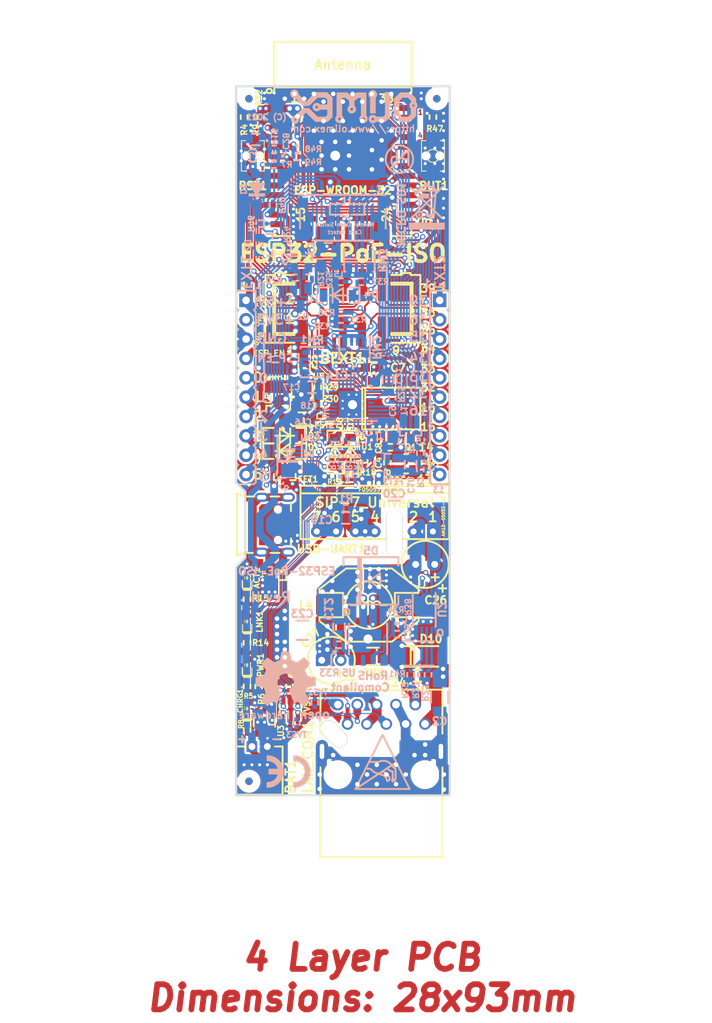
<source format=kicad_pcb>
(kicad_pcb (version 20221018) (generator pcbnew)
  (title_block (title "ESP32-PoE-ISO") (date "2021-11-04") (rev "H") (company "OLIMEX Ltd.") (comment 1 "https://www.olimex.com"))
  (layers (0 "F.Cu" signal) (1 "In1.Cu" power) (2 "In2.Cu" power) (31 "B.Cu" signal) (34 "B.Paste" user) (35 "F.Paste" user) (36 "B.SilkS" user "B.Silkscreen") (37 "F.SilkS" user "F.Silkscreen") (38 "B.Mask" user) (39 "F.Mask" user) (44 "Edge.Cuts" user))
  (net 0 "")
  (net 1 "+5V")
  (net 2 "GND")
  (net 3 "Net-(BAT1-Pad1)")
  (net 4 "Net-(BUT1-Pad2)")
  (net 5 "/GPI34/BUT1")
  (net 6 "+3V3")
  (net 7 "Net-(C11-Pad1)")
  (net 8 "/GPIO3/U0RXD")
  (net 9 "/ESP_EN")
  (net 10 "/GPIO25/EMAC_RXD0(RMII)")
  (net 11 "/GPIO19/EMAC_TXD0(RMII)")
  (net 12 "/GPIO26/EMAC_RXD1(RMII)")
  (net 13 "/GPIO1/U0TXD")
  (net 14 "Net-(L2-Pad1)")
  (net 15 "Net-(Q2-Pad1)")
  (net 16 "/GPIO22/EMAC_TXD1(RMII)")
  (net 17 "/GPIO21/EMAC_TX_EN(RMII)")
  (net 18 "Net-(MICRO_SD1-Pad5)")
  (net 19 "/GPI36/U1RXD")
  (net 20 "/GPIO23/MDC(RMII)")
  (net 21 "/GPIO27/EMAC_RX_CRS_DV")
  (net 22 "/GPIO4/U1TXD")
  (net 23 "/GPIO2/HS2_DATA0")
  (net 24 "/GPIO13/I2C-SDA")
  (net 25 "/GPIO14/HS2_CLK")
  (net 26 "/GPIO15/HS2_CMD")
  (net 27 "/GPIO16/I2C-SCL")
  (net 28 "/GPIO18/MDIO(RMII)")
  (net 29 "/+5V_USB")
  (net 30 "Net-(MICRO_SD1-Pad1)")
  (net 31 "Net-(MICRO_SD1-Pad2)")
  (net 32 "Net-(MICRO_SD1-Pad8)")
  (net 33 "Net-(U4-Pad4)")
  (net 34 "Net-(U4-Pad14)")
  (net 35 "Net-(U4-Pad18)")
  (net 36 "Net-(U4-Pad20)")
  (net 37 "Net-(U4-Pad26)")
  (net 38 "Net-(USB-UART1-Pad4)")
  (net 39 "Net-(MICRO_SD1-Pad7)")
  (net 40 "/D_Com")
  (net 41 "Earth")
  (net 42 "+5VP")
  (net 43 "Spare1")
  (net 44 "Spare2")
  (net 45 "/GPIO33")
  (net 46 "/GPIO32")
  (net 47 "/GPI39")
  (net 48 "Net-(FID1-PadFid1)")
  (net 49 "Net-(FID2-PadFid1)")
  (net 50 "Net-(FID3-PadFid1)")
  (net 51 "Net-(MICRO_SD1-PadCD1)")
  (net 52 "Net-(C4-Pad1)")
  (net 53 "Net-(C5-Pad1)")
  (net 54 "Net-(C21-Pad2)")
  (net 55 "Net-(D4-Pad1)")
  (net 56 "Net-(Q2-Pad2)")
  (net 57 "Net-(Q3-Pad3)")
  (net 58 "Net-(Q3-Pad2)")
  (net 59 "Net-(Q3-Pad1)")
  (net 60 "Net-(R6-Pad1)")
  (net 61 "Net-(R26-Pad1)")
  (net 62 "Net-(R29-Pad1)")
  (net 63 "Net-(U1-Pad17)")
  (net 64 "Net-(U1-Pad14)")
  (net 65 "Net-(U1-Pad13)")
  (net 66 "Net-(U1-Pad12)")
  (net 67 "Net-(U1-Pad11)")
  (net 68 "Net-(U9-Pad32)")
  (net 69 "Net-(C6-Pad1)")
  (net 70 "+3.3VLAN")
  (net 71 "Net-(C17-Pad1)")
  (net 72 "/GPIO0")
  (net 73 "/GPIO5/SPI_CS")
  (net 74 "/GPI35")
  (net 75 "Net-(RM1-Pad3.2)")
  (net 76 "Net-(RM1-Pad2.2)")
  (net 77 "Net-(RM1-Pad4.2)")
  (net 78 "/GPIO17/EMAC_CLK_OUT_180")
  (net 79 "Net-(U9-Pad22)")
  (net 80 "Net-(U9-Pad21)")
  (net 81 "Net-(U9-Pad20)")
  (net 82 "Net-(U9-Pad19)")
  (net 83 "Net-(U9-Pad18)")
  (net 84 "Net-(U9-Pad17)")
  (net 85 "/GPIO12/PHY_PWR")
  (net 86 "Net-(FID4-PadFid1)")
  (net 87 "Net-(FID5-PadFid1)")
  (net 88 "Net-(FID6-PadFid1)")
  (net 89 "Net-(ACT1-Pad2)")
  (net 90 "Net-(ACT1-Pad1)")
  (net 91 "Net-(LNK1-Pad1)")
  (net 92 "Net-(C3-Pad1)")
  (net 93 "Net-(RM1-Pad1.2)")
  (net 94 "Net-(CHRG1-Pad1)")
  (net 95 "Net-(PWR1-Pad1)")
  (net 96 "Net-(C10-Pad2)")
  (net 97 "Net-(R3-Pad2)")
  (net 98 "Net-(L3-Pad1)")
  (net 99 "Net-(R8-Pad2)")
  (net 100 "/TD+")
  (net 101 "/TD-")
  (net 102 "/RD+")
  (net 103 "/RD-")
  (net 104 "/Shield")
  (net 105 "Net-(R14-Pad2)")
  (net 106 "/USB_D-")
  (net 107 "/USB_D+")
  (net 108 "Net-(C8-Pad1)")
  (net 109 "Net-(D6-Pad1)")
  (net 110 "Net-(D7-Pad2)")
  (net 111 "Net-(U1-Pad20)")
  (net 112 "Net-(D9-Pad1)")
  (net 113 "Net-(C12-Pad1)")
  (net 114 "Net-(C12-Pad2)")
  (net 115 "Net-(C25-Pad2)")
  (net 116 "Net-(R22-Pad2)")
  (net 117 "Net-(R23-Pad1)")
  (net 118 "Net-(R27-Pad2)")
  (net 119 "Net-(R33-Pad1)")
  (net 120 "Net-(U2-Pad7)")
  (net 121 "Net-(U2-Pad6)")
  (net 122 "Net-(U5-Pad7)")
  (net 123 "/5V_DCDC")
  (net 124 "/ILIM")
  (footprint "OLIMEX_Other-FP:Fiducial1x3" (layer "F.Cu") (at 91.821 186.309 -90)
    (fp_text reference "FID3" hide)
    (fp_text value "Fiducial" hide)
  )
  (footprint "OLIMEX_Cases-FP:ESP-WROOM-32_MODULE" (layer "F.Cu") (at 104.14 102.035)
    (fp_text reference "U9")
    (fp_text value "ESP32-WROOM-32D-4MB")
  )
  (footprint "OLIMEX_Other-FP:Fiducial1x3" (layer "F.Cu") (at 116.459 96.774 -90)
    (fp_text reference "FID2" hide)
    (fp_text value "Fiducial" hide)
  )
  (footprint "OLIMEX_RLC-FP:R_0402_5MIL_DWS" (layer "F.Cu") (at 93.345 99.187 -90)
    (fp_text reference "R32")
    (fp_text value "10k/R0402")
  )
  (footprint "OLIMEX_Buttons-FP:IT1185AU2_V2" (layer "F.Cu") (at 115.959 104.267 90)
    (fp_text reference "BUT1")
    (fp_text value "IT1185AU2")
  )
  (footprint "OLIMEX_RLC-FP:C_0603_5MIL_DWS" (layer "F.Cu") (at 94.869 174.371 90)
    (fp_text reference "C1")
    (fp_text value "22uF/6.3V/20%/X5R/C0603")
  )
  (footprint "OLIMEX_IC-FP:SOT-23-5" (layer "F.Cu") (at 93.853 178.562 -90)
    (fp_text reference "U3")
    (fp_text value "BL4054B-42TPRN(SOT23-5)")
  )
  (footprint "OLIMEX_RLC-FP:R_0402_5MIL_DWS" (layer "F.Cu") (at 93.091 173.863 90)
    (fp_text reference "R6")
    (fp_text value "10k/R0402")
  )
  (footprint "OLIMEX_RLC-FP:R_0402_5MIL_DWS" (layer "F.Cu") (at 91.186 99.187 90)
    (fp_text reference "R4")
    (fp_text value "47k/R0402")
  )
  (footprint "OLIMEX_RLC-FP:R_0402_5MIL_DWS" (layer "F.Cu") (at 92.075 99.187 -90)
    (fp_text reference "R9")
    (fp_text value "100k/R0402")
  )
  (footprint "OLIMEX_LEDs-FP:LED_0603_KA" (layer "F.Cu") (at 91.567 176.784 90)
    (fp_text reference "CHRG1")
    (fp_text value "LED/YELLOW/0603")
  )
  (footprint "OLIMEX_LEDs-FP:LED_0603_KA" (layer "F.Cu") (at 91.567 171.069 90)
    (fp_text reference "PWR1")
    (fp_text value "LED/RED/0603")
  )
  (footprint "OLIMEX_RLC-FP:R_0402_5MIL_DWS" (layer "F.Cu") (at 91.567 173.863 -90)
    (fp_text reference "R5")
    (fp_text value "2.2k/R0402")
  )
  (footprint "OLIMEX_Other-FP:Fiducial1x3" (layer "F.Cu") (at 91.821 96.774 -90)
    (fp_text reference "FID1" hide)
    (fp_text value "Fiducial" hide)
  )
  (footprint "OLIMEX_Buttons-FP:IT1185AU2_V2" (layer "F.Cu") (at 92.321 104.267 90)
    (fp_text reference "RST1")
    (fp_text value "IT1185AU2")
  )
  (footprint "OLIMEX_Connectors-FP:LIPO_BAT-CON2DW02R" (layer "F.Cu") (at 93.218 184.912)
    (fp_text reference "BAT1")
    (fp_text value "DW02R")
  )
  (footprint "OLIMEX_RLC-FP:C_0402_5MIL_DWS" (layer "F.Cu") (at 97.155 173.863 90)
    (fp_text reference "C11")
    (fp_text value "100nF/16V/10%/X7R/C0402")
  )
  (footprint "OLIMEX_Transistors-FP:SOT23" (layer "F.Cu") (at 96.52 146.177 90)
    (fp_text reference "FET1")
    (fp_text value "WPM2015-3/TR")
  )
  (footprint "OLIMEX_RLC-FP:CD32" (layer "F.Cu") (at 95.377 133.35 90)
    (fp_text reference "L2")
    (fp_text value "2.2uH/1.5A/DCR=72mR/20%/3.00x3.00x1.50mm/CD32(NR3015T2R2M)")
  )
  (footprint "OLIMEX_RLC-FP:R_0402_5MIL_DWS" (layer "F.Cu") (at 100.838 136.906 -90)
    (fp_text reference "R30")
    (fp_text value "49.9k/1%/R0402")
  )
  (footprint "OLIMEX_RLC-FP:R_0402_5MIL_DWS" (layer "F.Cu") (at 100.838 134.62 90)
    (fp_text reference "R29")
    (fp_text value "220k/R0402")
  )
  (footprint "OLIMEX_RLC-FP:C_0603_5MIL_DWS" (layer "F.Cu") (at 98.806 138.684)
    (fp_text reference "C6")
    (fp_text value "22uF/6.3V/20%/X5R/C0603")
  )
  (footprint "OLIMEX_Regulators-FP:SOT-23-5" (layer "F.Cu") (at 98.806 135.763 90)
    (fp_text reference "U7")
    (fp_text value "SY8089AAAC(SOT23-5)")
  )
  (footprint "OLIMEX_RLC-FP:C_0603_5MIL_DWS" (layer "F.Cu") (at 99.06 132.08 -90)
    (fp_text reference "C22")
    (fp_text value "22uF/6.3V/20%/X5R/C0603")
  )
  (footprint "OLIMEX_RLC-FP:R_0402_5MIL_DWS" (layer "F.Cu") (at 91.567 168.148 -90)
    (fp_text reference "R14")
    (fp_text value "2.2k/R0402")
  )
  (footprint "OLIMEX_LEDs-FP:LED_0603_KA" (layer "F.Cu") (at 91.567 165.354 90)
    (fp_text reference "LNK1")
    (fp_text value "LED/GREEN/0603")
  )
  (footprint "OLIMEX_RLC-FP:R_0402_5MIL_DWS" (layer "F.Cu") (at 91.567 162.433 -90)
    (fp_text reference "R15")
    (fp_text value "2.2k/R0402")
  )
  (footprint "OLIMEX_LEDs-FP:LED_0603_KA" (layer "F.Cu") (at 91.567 159.639 90)
    (fp_text reference "ACT1")
    (fp_text value "LED/YELLOW/0603")
  )
  (footprint "OLIMEX_RLC-FP:L_0805_5MIL_DWS" (layer "F.Cu") (at 94.488 159.258 -90)
    (fp_text reference "L3")
    (fp_text value "FB0805/600R/2A")
  )
  (footprint "OLIMEX_RLC-FP:C_0603_5MIL_DWS" (layer "F.Cu") (at 108.077 132.08 180)
    (fp_text reference "C7")
    (fp_text value "22uF/6.3V/20%/X5R/C0603")
  )
  (footprint "OLIMEX_RLC-FP:C_0402_5MIL_DWS" (layer "F.Cu") (at 114.935 144.526 -90)
    (fp_text reference "C5")
    (fp_text value "27pF/50V/5%/C0G/C0402")
  )
  (footprint "OLIMEX_RLC-FP:C_0402_5MIL_DWS" (layer "F.Cu") (at 109.982 144.526 90)
    (fp_text reference "C4")
    (fp_text value "27pF/50V/5%/C0G/C0402")
  )
  (footprint "OLIMEX_Transistors-FP:SOT23" (layer "F.Cu") (at 95.504 137.668 -90)
    (fp_text reference "FET2")
    (fp_text value "WPM2015-3/TR")
  )
  (footprint "OLIMEX_RLC-FP:R_0402_5MIL_DWS" (layer "F.Cu") (at 106.934 144.399 -90)
    (fp_text reference "R18")
    (fp_text value "10k/R0402")
  )
  (footprint "OLIMEX_Other-FP:Mounting_hole_2_mm" (layer "F.Cu") (at 102.9716 180.0987 45)
    (fp_text reference "Drill_Slot3" hide)
    (fp_text value "2 mm" hide)
  )
  (footprint "OLIMEX_Regulators-FP:SIP-7_Universal" (layer "F.Cu") (at 108.331 153.543 180)
    (fp_text reference "DCDC1")
    (fp_text value "F0505S-2WR2(SIP-7)")
  )
  (footprint "OLIMEX_RLC-FP:CPOL-RM2.5mm_6.3x11mm_PTH" (layer "F.Cu") (at 102.616 170.434 180)
    (fp_text reference "C27")
    (fp_text value "15uF/100V/20%/RM2.5/6.3x11mm(Farnell:1281844)")
  )
  (footprint "OLIMEX_IC-FP:SSOP-20W" (layer "F.Cu") (at 110.49 137.414)
    (fp_text reference "U1")
    (fp_text value "CH340T(SSOP20W)")
  )
  (footprint "OLIMEX_Crystal-FP:TSX-3.2x2.5mm_GND(3)" (layer "F.Cu") (at 112.438 144.653)
    (fp_text reference "Q1")
    (fp_text value "Q12MHz/20pF/10ppm/4P/3.2x2.5mm")
  )
  (footprint "OLIMEX_RLC-FP:R_0402_5MIL_DWS" (layer "F.Cu") (at 104.775 146.685 180)
    (fp_text reference "R19")
    (fp_text value "10k/R0402")
  )
  (footprint "OLIMEX_Diodes-FP:SOD-123_1C-2A_KA" (layer "F.Cu") (at 103.124 143.129 -90)
    (fp_text reference "D6")
    (fp_text value "1N5819S4/SOD123")
  )
  (footprint "OLIMEX_Diodes-FP:SOD-123_1C-2A_KA" (layer "F.Cu") (at 105.156 143.129 -90)
    (fp_text reference "D7")
    (fp_text value "1N5819S4/SOD123")
  )
  (footprint "OLIMEX_Diodes-FP:SOD-123_1C-2A_KA" (layer "F.Cu") (at 96.52 140.97 180)
    (fp_text reference "D3")
    (fp_text value "1N5819S4/SOD123")
  )
  (footprint "OLIMEX_Diodes-FP:SOD-123_1C-2A_KA" (layer "F.Cu") (at 96.52 143.002)
    (fp_text reference "D1")
    (fp_text value "1N5819S4/SOD123")
  )
  (footprint "OLIMEX_Connectors-FP:USB-MICRO_MISB-SWMM-5B_LF" (layer "F.Cu") (at 93.726 152.654 180)
    (fp_text reference "USB-UART1")
    (fp_text value "MISB-SWMM-5B-LF(USB_MICRO)")
  )
  (footprint "OLIMEX_Other-FP:Mounting_hole_2_mm" (layer "F.Cu") (at 110.871 153.7335)
    (fp_text reference "Drill_Slot1" hide)
    (fp_text value "2 mm" hide)
  )
  (footprint "OLIMEX_Diodes-FP:SOT-23-5" (layer "F.Cu") (at 97.282 176.911 -90)
    (fp_text reference "TVS1")
    (fp_text value "ESDS314DBVR(SOT-23-5)")
  )
  (footprint "OLIMEX_Connectors-FP:RJP-003TC1(LPJ4112CNL)" (layer "F.Cu") (at 109.2 185.293)
    (fp_text reference "LAN_CON1")
    (fp_text value "RJP-003TC1(LPJ4112CNL)")
  )
  (footprint "OLIMEX_Connectors-FP:GBH-254-SMT-10" (layer "F.Cu") (at 104.14 124.333)
    (fp_text reference "UEXT1")
    (fp_text value "P-B-V-10-LF")
  )
  (footprint "OLIMEX_RLC-FP:C_0402_5MIL_DWS" (layer "F.Cu") (at 110.363 142.494)
    (fp_text reference "C8")
    (fp_text value "100nF/16V/10%/X7R/C0402")
  )
  (footprint "OLIMEX_RLC-FP:R_1206_5MIL_DWS" (layer "F.Cu") (at 108.077 169.926)
    (fp_text reference "R28")
    (fp_text value "0.03R/1%/R1206")
  )
  (footprint "OLIMEX_RLC-FP:DBS135" (layer "F.Cu") (at 107.569 163.195)
    (fp_text reference "L4")
    (fp_text value "33uH/2.1A/DCR=0.1R/20%/DBS135(PD3316MT330)")
  )
  (footprint "OLIMEX_RLC-FP:CPOL-RM2.5mm_6.3x11mm_PTH" (layer "F.Cu") (at 114.935 157.861 180)
    (fp_text reference "C26")
    (fp_text value "470uF/10V/20%/Low_ESR/RM2.5/6.0x11mm")
  )
  (footprint "OLIMEX_RLC-FP:R_0402_5MIL_DWS" (layer "F.Cu") (at 115.951 99.187 90)
    (fp_text reference "R47")
    (fp_text value "220R/R0402")
  )
  (footprint "OLIMEX_RLC-FP:R_0402_5MIL_DWS" (layer "F.Cu") (at 91.567 179.578 -90)
    (fp_text reference "R8")
    (fp_text value "2.2k/R0402")
  )
  (footprint "OLIMEX_RLC-FP:C_0603_5MIL_DWS" (layer "F.Cu") (at 113.919 172.466)
    (fp_text reference "C24")
    (fp_text value "100nF/100V/10%/X7R/C0603")
  )
  (footprint "OLIMEX_Diodes-FP:SMA-KA" (layer "F.Cu") (at 114.173 169.926)
    (fp_text reference "D10")
    (fp_text value "SMAJ58A/SMA")
  )
  (footprint "OLIMEX_RLC-FP:L_0805_5MIL_DWS" (layer "B.Cu") (at 102.235 118.618)
    (fp_text reference "L5")
    (fp_text value "FB0805/600R/2A")
  )
  (footprint "OLIMEX_Connectors-FP:HN1x10" (layer "B.Cu") (at 116.84 134.65 -90)
    (fp_text reference "EXT2")
    (fp_text value "NS(HN1x10)")
  )
  (footprint "OLIMEX_Other-FP:Fiducial1x3" (layer "B.Cu") (at 91.821 186.309 -90)
    (fp_text reference "FID6" hide)
    (fp_text value "Fiducial" hide)
  )
  (footprint "OLIMEX_RLC-FP:R_0402_5MIL_DWS" (layer "B.Cu") (at 106.553 120.777 180)
    (fp_text reference "R37")
    (fp_text value "10k/R0402")
  )
  (footprint "OLIMEX_Connectors-FP:uSD(TFC-9P-1.xH(ATFFS150A01BR016))" (layer "B.Cu") (at 104.14 111.887)
    (fp_text reference "MICRO_SD1")
    (fp_text value "TFC-9P-1.7H(ATFFS150A01BR016)")
  )
  (footprint "OLIMEX_RLC-FP:R_0402_5MIL_DWS" (layer "B.Cu") (at 94.996 110.744 90)
    (fp_text reference "R40")
    (fp_text value "10R/R0402")
  )
  (footprint "OLIMEX_Other-FP:Fiducial1x3" (layer "B.Cu") (at 116.459 96.774 -90)
    (fp_text reference "FID5" hide)
    (fp_text value "Fiducial" hide)
  )
  (footprint "OLIMEX_Other-FP:Fiducial1x3" (layer "B.Cu") (at 91.821 96.774 -90)
    (fp_text reference "FID4" hide)
    (fp_text value "Fiducial" hide)
  )
  (footprint "OLIMEX_RLC-FP:R_MATRIX_4" (layer "B.Cu") (at 106.299 117.983)
    (fp_text reference "RM3")
    (fp_text value "RA1206_(4X0603)_4B8_2.2k")
  )
  (footprint "OLIMEX_RLC-FP:R_0402_5MIL_DWS" (layer "B.Cu") (at 103.886 126.619)
    (fp_text reference "R39")
    (fp_text value "10k/R0402")
  )
  (footprint "OLIMEX_Connectors-FP:HN1x10" (layer "B.Cu") (at 91.44 134.65 -90)
    (fp_text reference "EXT1")
    (fp_text value "NS(HN1x10)")
  )
  (footprint "OLIMEX_RLC-FP:C_0603_5MIL_DWS" (layer "B.Cu") (at 104.521 151.765)
    (fp_text reference "C19")
    (fp_text value "22uF/6.3V/20%/X5R/C0603")
  )
  (footprint "OLIMEX_RLC-FP:C_1206_5MIL_DWS_ISO" (layer "B.Cu") (at 116.84 175.26 -90)
    (fp_text reference "C2")
    (fp_text value "1nF/2000V/10%/X7R/C1206")
  )
  (footprint "OLIMEX_RLC-FP:C_1808(4520)_5MIL_DWS_ISO" (layer "B.Cu") (at 110.871 150.749)
    (fp_text reference "C20")
    (fp_text value "NA(1.0nF/3kV/10%/X7R/SMD/1808(VISHAY-VJ1808Y102KBHAT4X_Farnell-2407291))")
  )
  (footprint "OLIMEX_RLC-FP:C_1808(4520)_5MIL_DWS_ISO" (layer "B.Cu") (at 98.806 166.497)
    (fp_text reference "C23")
    (fp_text value "1.0nF/3kV/10%/X7R/SMD/1808(VISHAY-VJ1808Y102KBHAT4X_Farnell-2407291)")
  )
  (footprint "OLIMEX_RLC-FP:R_0402_5MIL_DWS" (layer "B.Cu") (at 97.155 116.205 180)
    (fp_text reference "R24")
    (fp_text value "220R/R0402")
  )
  (footprint "OLIMEX_RLC-FP:R_0402_5MIL_DWS" (layer "B.Cu") (at 114.3 143.256 90)
    (fp_text reference "R3")
    (fp_text value "1k/R0402")
  )
  (footprint "OLIMEX_RLC-FP:C_0603_5MIL_DWS" (layer "B.Cu") (at 113.03 144.78 90)
    (fp_text reference "C10")
    (fp_text value "22uF/6.3V/20%/X5R/C0603")
  )
  (footprint "OLIMEX_RLC-FP:C_0402_5MIL_DWS" (layer "B.Cu") (at 100.076 135.89 180)
    (fp_text reference "C18")
    (fp_text value "100nF/16V/10%/X7R/C0402")
  )
  (footprint "OLIMEX_RLC-FP:C_0603_5MIL_DWS" (layer "B.Cu") (at 110.109 133.604 -90)
    (fp_text reference "C21")
    (fp_text value "NA(10uF/6.3V/20%/X5R/C0603)")
  )
  (footprint "OLIMEX_RLC-FP:C_0603_5MIL_DWS" (layer "B.Cu") (at 100.076 134.62 180)
    (fp_text reference "C17")
    (fp_text value "2.2uF/6.3V/10%/X5R/C0603")
  )
  (footprint "OLIMEX_RLC-FP:L_0805_5MIL_DWS" (layer "B.Cu") (at 109.093 142.367 180)
    (fp_text reference "L1")
    (fp_text value "FB0805/600R/2A")
  )
  (footprint "OLIMEX_IC-FP:QFN32_EP(33)_5.00x5.00x0.90mm_Pitch_0.50mm" (layer "B.Cu") (at 105.41 136.906 90)
    (fp_text reference "U4")
    (fp_text value "LAN8710A-EZC(QFN32)")
  )
  (footprint "OLIMEX_Transistors-FP:SOT23" (layer "B.Cu") (at 113.03 140.335 90)
    (fp_text reference "T1")
    (fp_text value "LMUN2211LT1G(SOT-23)")
  )
  (footprint "OLIMEX_RLC-FP:R_0402_5MIL_DWS" (layer "B.Cu") (at 106.68 141.986 90)
    (fp_text reference "R12")
    (fp_text value "49.9R/1%/R0402")
  )
  (footprint "OLIMEX_RLC-FP:R_0402_5MIL_DWS" (layer "B.Cu") (at 114.3 145.415 90)
    (fp_text reference "R2")
    (fp_text value "10k/R0402")
  )
  (footprint "OLIMEX_RLC-FP:R_0402_5MIL_DWS" (layer "B.Cu") (at 95.123 103.378 180)
    (fp_text reference "R16")
    (fp_text value "470k/R0402")
  )
  (footprint "OLIMEX_RLC-FP:R_0402_5MIL_DWS" (layer "B.Cu") (at 95.123 105.41)
    (fp_text reference "R7")
    (fp_text value "470k/R0402")
  )
  (footprint "OLIMEX_RLC-FP:C_0603_5MIL_DWS" (layer "B.Cu") (at 110.617 139.954 90)
    (fp_text reference "C9")
    (fp_text value "22uF/6.3V/20%/X5R/C0603")
  )
  (footprint "OLIMEX_Transistors-FP:SOT23" (layer "B.Cu") (at 110.236 144.78)
    (fp_text reference "FET3")
    (fp_text value "WPM2015-3/TR")
  )
  (footprint "OLIMEX_RLC-FP:R_0402_5MIL_DWS" (layer "B.Cu") (at 110.617 136.017 -90)
    (fp_text reference "R25")
    (fp_text value "10k/R0402")
  )
  (footprint "OLIMEX_RLC-FP:C_0402_5MIL_DWS" (layer "B.Cu") (at 100.965 139.192 180)
    (fp_text reference "C16")
    (fp_text value "100nF/16V/10%/X7R/C0402")
  )
  (footprint "OLIMEX_RLC-FP:R_0402_5MIL_DWS" (layer "B.Cu") (at 100.965 140.081 180)
    (fp_text reference "R26")
    (fp_text value "12.1k/1%/R0402")
  )
  (footprint "OLIMEX_RLC-FP:R_0402_5MIL_DWS" (layer "B.Cu") (at 104.521 150.495)
    (fp_text reference "R1")
    (fp_text value "10k/R0402")
  )
  (footprint "OLIMEX_RLC-FP:R_0402_5MIL_DWS" (layer "B.Cu") (at 97.79 120.269 180)
    (fp_text reference "R20")
    (fp_text value "1k/R0402")
  )
  (footprint "OLIMEX_RLC-FP:R_0402_5MIL_DWS" (layer "B.Cu") (at 99.568 120.269 180)
    (fp_text reference "R21")
    (fp_text value "1k/R0402")
  )
  (footprint "OLIMEX_Transistors-FP:SOT23" (layer "B.Cu") (at 98.679 117.729 -90)
    (fp_text reference "Q3")
    (fp_text value "BC817-40(SOT23)")
  )
  (footprint "OLIMEX_Transistors-FP:SOT23" (layer "B.Cu") (at 98.61296 122.77344 90)
    (fp_text reference "Q2")
    (fp_text value "BC817-40(SOT23)")
  )
  (footprint "OLIMEX_Diodes-FP:SOT23-3" (layer "B.Cu") (at 94.234 115.951 180)
    (fp_text reference "D2")
    (fp_text value "BAT54C(SOT23-3)")
  )
  (footprint "OLIMEX_RLC-FP:R_0402_5MIL_DWS" (layer "B.Cu") (at 103.886 125.73)
    (fp_text reference "R31")
    (fp_text value "2.2k/R0402")
  )
  (footprint "OLIMEX_RLC-FP:R_0402_5MIL_DWS" (layer "B.Cu") (at 98.171 103.378 180)
    (fp_text reference "R48")
    (fp_text value "10k/R0402")
  )
  (footprint "OLIMEX_RLC-FP:R_0402_5MIL_DWS" (layer "B.Cu") (at 98.171 104.394)
    (fp_text reference "R49")
    (fp_text value "NA/R0402")
  )
  (footprint "OLIMEX_RLC-FP:R_0402_5MIL_DWS" (layer "B.Cu") (at 103.886 120.777)
    (fp_text reference "R35")
    (fp_text value "2.2k/R0402")
  )
  (footprint "OLIMEX_RLC-FP:R_0402_5MIL_DWS" (layer "B.Cu") (at 103.886 124.841)
    (fp_text reference "R36")
    (fp_text value "10k/R0402")
  )
  (footprint "OLIMEX_RLC-FP:C_0603_5MIL_DWS" (layer "B.Cu") (at 107.442 144.78 -90)
    (fp_text reference "C13")
    (fp_text value "22uF/6.3V/20%/X5R/C0603")
  )
  (footprint "OLIMEX_RLC-FP:R_0402_5MIL_DWS" (layer "B.Cu") (at 93.599 113.157)
    (fp_text reference "R46")
    (fp_text value "220R/R0402")
  )
  (footprint "OLIMEX_Diodes-FP:SOD-123_1C-2A_KA" (layer "B.Cu") (at 103.505 122.555)
    (fp_text reference "D4")
    (fp_text value "1N5819S4/SOD123")
  )
  (footprint "OLIMEX_RLC-FP:R_0402_5MIL_DWS" (layer "B.Cu") (at 103.124 141.986 90)
    (fp_text reference "R11")
    (fp_text value "49.9R/1%/R0402")
  )
  (footprint "OLIMEX_RLC-FP:R_0402_5MIL_DWS" (layer "B.Cu") (at 104.394 141.986 90)
    (fp_text reference "R10")
    (fp_text value "49.9R/1%/R0402")
  )
  (footprint "OLIMEX_RLC-FP:R_0402_5MIL_DWS" (layer "B.Cu") (at 94.996 145.923 90)
    (fp_text reference "R17")
    (fp_text value "NA/R0402")
  )
  (footprint "OLIMEX_RLC-FP:C_0603_5MIL_DWS" (layer "B.Cu") (at 92.71 102.108 180)
    (fp_text reference "C31")
    (fp_text value "1uF/10V/20%/X5R/C0603")
  )
  (footprint "OLIMEX_Diodes-FP:SOD-123_1C-2A_KA" (layer "B.Cu") (at 92.837 108.585 90)
    (fp_text reference "D9")
    (fp_text value "1N5819S4/SOD123")
  )
  (footprint "OLIMEX_Diodes-FP:D_0402_5MIL_DWS" (layer "B.Cu") (at 100.457 176.022 -90)
    (fp_text reference "TVS2")
    (fp_text value "NA(GG0402052R542P)")
  )
  (footprint "OLIMEX_Diodes-FP:D_0402_5MIL_DWS" (layer "B.Cu") (at 98.044 178.689 -90)
    (fp_text reference "TVS3")
    (fp_text value "NA(GG0402052R542P)")
  )
  (footprint "OLIMEX_RLC-FP:C_0805_5MIL_DWS" (layer "B.Cu") (at 102.235 116.713 180)
    (fp_text reference "C3")
    (fp_text value "47uF/6.3V/20%/X5R/C0805")
  )
  (footprint "OLIMEX_RLC-FP:R_MATRIX_4" (layer "B.Cu") (at 105.664 129.413)
    (fp_text reference "RM2")
    (fp_text value "RA1206_(4X0603)_4B8_2.2k")
  )
  (footprint "OLIMEX_RLC-FP:R_0402_5MIL_DWS" (layer "B.Cu") (at 105.41 141.986 90)
    (fp_text reference "R13")
    (fp_text value "49.9R/1%/R0402")
  )
  (footprint "OLIMEX_RLC-FP:C_0402_5MIL_DWS" (layer "B.Cu") (at 108.839 140.97)
    (fp_text reference "C15")
    (fp_text value "100nF/16V/10%/X7R/C0402")
  )
  (footprint "OLIMEX_Diodes-FP:DO214AA_1(K)-2(A)" (layer "B.Cu") (at 97.155 143.383 90)
    (fp_text reference "D8")
    (fp_text value "NA(SMBJ6.0A)")
  )
  (footprint "OLIMEX_LOGOs-FP:OLIMEX_LOGO_TB" (layer "B.Cu") (at 105.41 97.79 180)
    (fp_text reference "Logo_Olimex" hide)
    (fp_text value "" hide)
  )
  (footprint "OLIMEX_LOGOs-FP:LOGO_PBFREE" (layer "B.Cu") (at 111.76 104.394)
    (fp_text reference "Sign_PB-Free")
    (fp_text value "")
  )
  (footprint "OLIMEX_LOGOs-FP:LOGO_RECYCLEBIN_1" (layer "B.Cu") (at 117.475 113.919 180)
    (fp_text reference "Sign_RecycleBin" hide)
    (fp_text value "" hide)
  )
  (footprint "OLIMEX_LOGOs-FP:LOGO_OPENHARDWARE_8x8" (layer "B.Cu") (at 96.647 173.355 180)
    (fp_text reference "Logo_OSHW" hide)
    (fp_text value "" hide)
  )
  (footprint "OLIMEX_LOGOs-FP:CE_Sign" (layer "B.Cu") (at 96.012 185.039 180)
    (fp_text reference "Sign_CE" hide)
    (fp_text value "CE_Sign" hide)
  )
  (footprint "OLIMEX_LOGOs-FP:LOGO_ANTISTATIC_1" (layer "B.Cu") (at 112.903 187.325 180)
    (fp_text reference "Sign_Antistatic" hide)
    (fp_text value "Val**" hide)
  )
  (footprint "OLIMEX_RLC-FP:C_0402_5MIL_DWS" (layer "B.Cu") (at 111.252 167.005 180)
    (fp_text reference "C25")
    (fp_text value "12pF/50V/5%/COG/C0402")
  )
  (footprint "OLIMEX_RLC-FP:R_0402_5MIL_DWS" (layer "B.Cu") (at 113.03 172.339 90)
    (fp_text reference "R22")
    (fp_text value "24.9k/1%/R0402")
  )
  (footprint "OLIMEX_RLC-FP:R_0402_5MIL_DWS" (layer "B.Cu") (at 115.316 172.339 -90)
    (fp_text reference "R23")
    (fp_text value "180k/1%/R0402")
  )
  (footprint "OLIMEX_RLC-FP:R_0402_5MIL_DWS" (layer "B.Cu") (at 114.427 172.339 90)
    (fp_text reference "R27")
    (fp_text value "4.42k/1%/1/16W/R0402")
  )
  (footprint "OLIMEX_IC-FP:TSSOP-8_Pitch-0.65mm_Dimensions-4.40x3.00x1.20mm" (layer "B.Cu") (at 114.808 163.83 90)
    (fp_text reference "U2")
    (fp_text value "TPS2375PW(TSSOP-8)")
  )
  (footprint "OLIMEX_RLC-FP:C_0402_5MIL_DWS" (layer "B.Cu") (at 95.123 104.394 180)
    (fp_text reference "C28")
    (fp_text value "1nF/50V/10%/X7R/C0402")
  )
  (footprint "OLIMEX_RLC-FP:C_0402_5MIL_DWS" (layer "B.Cu") (at 105.664 132.334)
    (fp_text reference "C14")
    (fp_text value "100nF/16V/10%/X7R/C0402")
  )
  (footprint "OLIMEX_RLC-FP:R_MATRIX_4" (layer "B.Cu") (at 100.076 131.318 90)
    (fp_text reference "RM1")
    (fp_text value "RA1206_(4X0603)_4B8_2.2k")
  )
  (footprint "OLIMEX_RLC-FP:C_0603_5MIL_DWS" (layer "B.Cu") (at 103.632 166.116 -90)
    (fp_text reference "C12")
    (fp_text value "100nF/100V/10%/X7R/C0603")
  )
  (footprint "OLIMEX_RLC-FP:R_0402_5MIL_DWS" (layer "B.Cu") (at 103.632 168.402 180)
    (fp_text reference "R33")
    (fp_text value "4.7R/R0402")
  )
  (footprint "OLIMEX_Diodes-FP:DO214AB(SMC)_1(K)-2(A)" (layer "B.Cu") (at 107.823 160.02)
    (fp_text reference "D5")
    (fp_text value "SS510/100V/5A/0.85V/DO214AB(SMC)")
  )
  (footprint "OLIMEX_RLC-FP:R_2512_MM_DWS" (layer "B.Cu") (at 114.046 169.545)
    (fp_text reference "R41")
    (fp_text value "4.7k/R2512")
  )
  (footprint "OLIMEX_RLC-FP:R_0402_5MIL_DWS" (layer "B.Cu") (at 111.252 166.116 180)
    (fp_text reference "R38")
    (fp_text value "56.2k/1%/R0402")
  )
  (footprint "OLIMEX_Regulators-FP:ESOIC-8" (layer "B.Cu") (at 107.442 167.646)
    (fp_text reference "U5")
    (fp_text value "TX4138(ESOIC-8)")
  )
  (footprint "OLIMEX_RLC-FP:R_0402_5MIL_DWS" (layer "B.Cu") (at 111.252 165.1)
    (fp_text reference "R34")
    (fp_text value "10.5k/1%/R0402")
  )
  (gr_line (start 112.2045 165.354) (end 112.141 165.608) (stroke (width 0.2032)) (layer "B.SilkS"))
  (gr_line (start 112.141 165.608) (end 112.395 165.5445) (stroke (width 0.2032)) (layer "B.SilkS"))
  (gr_line (start 103.251 169.164) (end 103.124 169.545) (stroke (width 0.254)) (layer "B.SilkS"))
  (gr_line (start 102.616 169.799) (end 103.251 169.164) (stroke (width 0.254)) (layer "B.SilkS"))
  (gr_line (start 112.4585 164.6555) (end 112.4585 165.2905) (stroke (width 0.2032)) (layer "B.SilkS"))
  (gr_line (start 96.647 103.886) (end 96.647 103.632) (stroke (width 0.2032)) (layer "B.SilkS"))
  (gr_line (start 102.616 171.196) (end 102.616 169.799) (stroke (width 0.254)) (layer "B.SilkS"))
  (gr_line (start 96.139 104.394) (end 96.647 103.886) (stroke (width 0.2032)) (layer "B.SilkS"))
  (gr_line (start 96.139 104.394) (end 96.393 104.394) (stroke (width 0.2032)) (layer "B.SilkS"))
  (gr_line (start 96.139 104.394) (end 96.139 104.14) (stroke (width 0.2032)) (layer "B.SilkS"))
  (gr_line (start 112.4585 165.2905) (end 112.141 165.608) (stroke (width 0.2032)) (layer "B.SilkS"))
  (gr_line (start 103.251 169.164) (end 102.87 169.291) (stroke (width 0.254)) (layer "B.SilkS"))
  (gr_line (start 97.663 139.7) (end 97.536 139.7) (stroke (width 0.254)) (layer "F.SilkS"))
  (gr_line (start 97.536 139.7) (end 97.282 139.446) (stroke (width 0.254)) (layer "F.SilkS"))
  (gr_line (start 100.33 139.7) (end 99.822 139.954) (stroke (width 0.254)) (layer "F.SilkS"))
  (gr_line (start 100.33 139.7) (end 97.663 139.7) (stroke (width 0.254)) (layer "F.SilkS"))
  (gr_line (start 100.33 139.7) (end 99.822 139.446) (stroke (width 0.254)) (layer "F.SilkS"))
  (gr_line (start 118.15 188.15) (end 118.15 95.15) (stroke (width 0.254)) (layer "Edge.Cuts"))
  (gr_line (start 90.15 147.1) (end 90.15 95.15) (stroke (width 0.254)) (layer "Edge.Cuts"))
  (gr_line (start 90.15 95.15) (end 118.15 95.15) (stroke (width 0.254)) (layer "Edge.Cuts"))
  (gr_line (start 90.15 188.15) (end 118.15 188.15) (stroke (width 0.254)) (layer "Edge.Cuts"))
  (gr_line (start 90.15 188.15) (end 90.15 158.2) (stroke (width 0.254)) (layer "Edge.Cuts"))
  (gr_line (start 90.15 158.2) (end 91.35 157) (stroke (width 0.254)) (layer "Edge.Cuts"))
  (gr_arc (start 101.538363 180.095033) (mid 101.538363 178.658179) (end 102.975217 178.658179) (stroke (width 0.15)) (layer "Edge.Cuts"))
  (gr_arc (start 104.412048 180.095025) (mid 104.41205 181.531863) (end 102.975212 181.531865) (stroke (width 0.15)) (layer "Edge.Cuts"))
  (gr_line (start 102.975212 181.531865) (end 101.538369 180.095027) (stroke (width 0.15)) (layer "Edge.Cuts"))
  (gr_line (start 104.41205 180.095025) (end 102.975217 178.658179) (stroke (width 0.15)) (layer "Edge.Cuts"))
  (gr_line (start 111.887 155.702) (end 111.887 151.765) (stroke (width 0.15)) (layer "Edge.Cuts"))
  (gr_arc (start 111.887 155.702) (mid 110.871 156.718) (end 109.855 155.702) (stroke (width 0.15)) (layer "Edge.Cuts"))
  (gr_line (start 109.855 155.702) (end 109.854991 151.765) (stroke (width 0.15)) (layer "Edge.Cuts"))
  (gr_arc (start 109.854991 151.765) (mid 110.871 150.748991) (end 111.887009 151.765) (stroke (width 0.15)) (layer "Edge.Cuts"))
  (gr_line (start 90.15 147.1) (end 91.35 148.3) (stroke (width 0.254)) (layer "Edge.Cuts"))
  (gr_line (start 91.35 148.3) (end 91.35 157) (stroke (width 0.254)) (layer "Edge.Cuts"))
  (gr_text "4 Layer PCB\nDimensions: 28x93mm" (at 106.68 212.09) (layer "F.Cu") (effects (font (size 3.302 3.302) (thickness 0.762) italic)))
  (gr_text "1" (at 114.3 98.552) (layer "F.Cu") (effects (font (size 0.635 0.635) (thickness 0.15875))))
  (gr_text "4" (at 114.3 101.6) (layer "B.Cu") (effects (font (size 0.635 0.635) (thickness 0.15875))))
  (gr_text "1" (at 115.189 121.031) (layer "B.SilkS") (effects (font (size 1.016 1.016) (thickness 0.254)) (justify mirror)))
  (gr_text "https://www.olimex.com" (at 105.41 100.711) (layer "B.SilkS") (effects (font (size 0.889 0.889) (thickness 0.1905)) (justify mirror)))
  (gr_text "1" (at 108.839 108.585) (layer "B.SilkS") (effects (font (size 0.762 0.762) (thickness 0.1905)) (justify mirror)))
  (gr_text "(C) 2021" (at 94.107 99.187) (layer "B.SilkS") (effects (font (size 0.762 0.762) (thickness 0.1905)) (justify mirror)))
  (gr_text "RoHS" (at 108.077 172.466) (layer "B.SilkS") (effects (font (size 1.016 1.016) (thickness 0.254)) (justify mirror)))
  (gr_text "Compliant" (at 106.426 173.99) (layer "B.SilkS") (effects (font (size 1.016 1.016) (thickness 0.254)) (justify mirror)))
  (gr_text "ESP32-PoE-ISO" (at 96.774 158.75) (layer "B.SilkS") (effects (font (size 1.016 1.016) (thickness 0.254)) (justify mirror)))
  (gr_text "39" (at 114.046 123.317) (layer "B.SilkS") (effects (font (size 1.27 1.27) (thickness 0.254)) (justify mirror)))
  (gr_text "35" (at 114.046 128.016) (layer "B.SilkS") (effects (font (size 1.27 1.27) (thickness 0.254)) (justify mirror)))
  (gr_text "34" (at 114.046 130.81) (layer "B.SilkS") (effects (font (size 1.27 1.27) (thickness 0.254)) (justify mirror)))
  (gr_text "33" (at 114.046 133.223) (layer "B.SilkS") (effects (font (size 1.27 1.27) (thickness 0.254)) (justify mirror)))
  (gr_text "32" (at 114.046 135.382) (layer "B.SilkS") (effects (font (size 1.27 1.27) (thickness 0.254)) (justify mirror)))
  (gr_text "16" (at 114.046 137.668) (layer "B.SilkS") (effects (font (size 1.27 1.27) (thickness 0.254)) (justify mirror)))
  (gr_text "15" (at 114.427 141.732) (layer "B.SilkS") (effects (font (size 0.762 0.762) (thickness 0.1905)) (justify mirror)))
  (gr_text "14" (at 115.189 144.145 60) (layer "B.SilkS") (effects (font (size 0.762 0.762) (thickness 0.1905)) (justify mirror)))
  (gr_text "13" (at 116.713 148.082) (layer "B.SilkS") (effects (font (size 0.762 0.762) (thickness 0.1905)) (justify mirror)))
  (gr_text "+5V" (at 94.869 123.444) (layer "B.SilkS") (effects (font (size 1.27 1.27) (thickness 0.254)) (justify mirror)))
  (gr_text "+3V3" (at 95.377 125.73) (layer "B.SilkS") (effects (font (size 1.27 1.27) (thickness 0.254)) (justify mirror)))
  (gr_text "GND" (at 94.869 128.27) (layer "B.SilkS") (effects (font (size 1.27 1.27) (thickness 0.254)) (justify mirror)))
  (gr_text "ESP_EN" (at 95.758 130.81) (layer "B.SilkS") (effects (font (size 1.016 1.016) (thickness 0.254)) (justify mirror)))
  (gr_text "0" (at 93.726 133.477) (layer "B.SilkS") (effects (font (size 1.27 1.27) (thickness 0.254)) (justify mirror)))
  (gr_text "1" (at 93.726 135.89) (layer "B.SilkS") (effects (font (size 1.27 1.27) (thickness 0.254)) (justify mirror)))
  (gr_text "2" (at 93.726 138.43) (layer "B.SilkS") (effects (font (size 1.27 1.27) (thickness 0.254)) (justify mirror)))
  (gr_text "3" (at 93.726 140.97) (layer "B.SilkS") (effects (font (size 1.27 1.27) (thickness 0.254)) (justify mirror)))
  (gr_text "4" (at 93.726 143.51) (layer "B.SilkS") (effects (font (size 1.27 1.27) (thickness 0.254)) (justify mirror)))
  (gr_text "5" (at 93.726 146.304) (layer "B.SilkS") (effects (font (size 1.27 1.27) (thickness 0.254)) (justify mirror)))
  (gr_text "+" (at 90.932 180.721) (layer "B.SilkS") (effects (font (size 1.016 1.016) (thickness 0.254)) (justify mirror)))
  (gr_text "-" (at 95.377 180.721) (layer "B.SilkS") (effects (font (size 1.016 1.016) (thickness 0.254)) (justify mirror)))
  (gr_text "36" (at 114.046 125.73) (layer "B.SilkS") (effects (font (size 1.27 1.27) (thickness 0.254)) (justify mirror)))
  (gr_text "Rev.H" (at 94.6785 162.179) (layer "B.SilkS") (effects (font (size 1.27 1.27) (thickness 0.254)) (justify mirror)))
  (gr_text "1" (at 93.091 121.158) (layer "B.SilkS") (effects (font (size 1.016 1.016) (thickness 0.254)) (justify mirror)))
  (gr_text "ESP32-PoE-ISO" (at 104.14 117.094) (layer "F.SilkS") (effects (font (size 2.159 2.159) (thickness 0.508))))
  (gr_text "1" (at 117.348 121.412) (layer "F.SilkS") (effects (font (size 1.016 1.016) (thickness 0.254))))
  (gr_text "+" (at 90.932 180.721) (layer "F.SilkS") (effects (font (size 1.016 1.016) (thickness 0.254))))
  (gr_text "1" (at 97.282 129.794) (layer "F.SilkS") (effects (font (size 1.016 1.016) (thickness 0.254))))
  (gr_text "+5V" (at 93.091 123.317 60) (layer "F.SilkS") (effects (font (size 0.635 0.635) (thickness 0.15875))))
  (gr_text "+3V3" (at 92.964 126.111 60) (layer "F.SilkS") (effects (font (size 0.635 0.635) (thickness 0.15875))))
  (gr_text "GND" (at 93.091 128.27 60) (layer "F.SilkS") (effects (font (size 0.635 0.635) (thickness 0.15875))))
  (gr_text "ESP_EN" (at 94.4245 130.175) (layer "F.SilkS") (effects (font (size 0.762 0.762) (thickness 0.15875))))
  (gr_text "0" (at 92.964 133.223 180) (layer "F.SilkS") (effects (font (size 1.27 1.27) (thickness 0.254))))
  (gr_text "9" (at 111.125 129.794) (layer "F.SilkS") (effects (font (size 1.016 1.016) (thickness 0.254))))
  (gr_text "1" (at 92.964 135.89) (layer "F.SilkS") (effects (font (size 1.27 1.27) (thickness 0.254))))
  (gr_text "2" (at 92.964 138.43) (layer "F.SilkS") (effects (font (size 1.27 1.27) (thickness 0.254))))
  (gr_text "3" (at 92.964 141.097) (layer "F.SilkS") (effects (font (size 1.27 1.27) (thickness 0.254))))
  (gr_text "4" (at 92.964 143.637) (layer "F.SilkS") (effects (font (size 1.27 1.27) (thickness 0.254))))
  (gr_text "5" (at 92.964 146.05) (layer "F.SilkS") (effects (font (size 1.27 1.27) (thickness 0.254))))
  (gr_text "13" (at 114.935 146.685) (layer "F.SilkS") (effects (font (size 1.016 1.016) (thickness 0.254))))
  (gr_text "14" (at 115.062 142.494) (layer "F.SilkS") (effects (font (size 1.016 1.016) (thickness 0.254))))
  (gr_text "15" (at 115.316 139.827) (layer "F.SilkS") (effects (font (size 1.016 1.016) (thickness 0.254))))
  (gr_text "16" (at 115.316 137.287) (layer "F.SilkS") (effects (font (size 1.016 1.016) (thickness 0.254))))
  (gr_text "32" (at 115.316 134.62) (layer "F.SilkS") (effects (font (size 1.016 1.016) (thickness 0.254))))
  (gr_text "33" (at 115.316 132.207) (layer "F.SilkS") (effects (font (size 1.016 1.016) (thickness 0.254))))
  (gr_text "34" (at 115.316 129.54) (layer "F.SilkS") (effects (font (size 1.016 1.016) (thickness 0.254))))
  (gr_text "35" (at 115.316 127.127) (layer "F.SilkS") (effects (font (size 1.016 1.016) (thickness 0.254))))
  (gr_text "36" (at 115.316 124.841) (layer "F.SilkS") (effects (font (size 1.016 1.016) (thickness 0.254))))
  (gr_text "39" (at 115.316 121.666) (layer "F.SilkS") (effects (font (size 1.016 1.016) (thickness 0.254))))
  (gr_text "-" (at 95.631 180.721) (layer "F.SilkS") (effects (font (size 1.016 1.016) (thickness 0.254))))
  (gr_text "1" (at 91.186 121.412) (layer "F.SilkS") (effects (font (size 1.016 1.016) (thickness 0.254))))
  (segment (start 95.758 145.669) (end 95.758 145.161) (width 1.016) (layer "F.Cu") (net 1))
  (segment (start 93.98 136.779) (end 93.091 135.89) (width 1.27) (layer "F.Cu") (net 1))
  (segment (start 91.186 102.87) (end 92.329 104.013) (width 0.508) (layer "F.Cu") (net 1))
  (segment (start 92.583 176.022017) (end 92.583 175.26) (width 0.762) (layer "F.Cu") (net 1))
  (segment (start 94.803 177.262) (end 94.803 178.242) (width 0.762) (layer "F.Cu") (net 1))
  (segment (start 92.583 170.307) (end 91.567 170.307) (width 0.762) (layer "F.Cu") (net 1))
  (segment (start 92.329 104.013) (end 92.329 104.4575) (width 0.508) (layer "F.Cu") (net 1))
  (segment (start 95.123 146.304) (end 95.123 144.653) (width 1.016) (layer "F.Cu") (net 1))
  (segment (start 91.694 121.158) (end 91.694 123.063) (width 0.508) (layer "F.Cu") (net 1))
  (segment (start 94.615 144.11706) (end 94.615 143.002) (width 1.27) (layer "F.Cu") (net 1))
  (segment (start 94.62 140.97) (end 94.62 142.245) (width 1.27) (layer "F.Cu") (net 1))
  (segment (start 95.5675 145.06956) (end 95.123 145.51406) (width 1.016) (layer "F.Cu") (net 1))
  (segment (start 95.123 146.304) (end 95.123 147.574) (width 1.016) (layer "F.Cu") (net 1))
  (segment (start 92.583 175.26) (end 92.329 175.26) (width 0.762) (layer "F.Cu") (net 1))
  (segment (start 93.98 138.2014) (end 93.98 136.779) (width 1.27) (layer "F.Cu") (net 1))
  (segment (start 95.5675 145.06956) (end 94.615 144.11706) (width 1.27) (layer "F.Cu") (net 1))
  (segment (start 94.55404 138.77544) (end 93.98 138.2014) (width 1.27) (layer "F.Cu") (net 1))
  (segment (start 91.039021 105.747479) (end 91.039021 120.122021) (width 0.508) (layer "F.Cu") (net 1))
  (segment (start 94.62 143.002) (end 94.62 142.245) (width 1.27) (layer "F.Cu") (net 1))
  (segment (start 91.694 120.777) (end 91.694 121.158) (width 0.508) (layer "F.Cu") (net 1))
  (segment (start 94.803 177.262) (end 94.803 176.215) (width 0.762) (layer "F.Cu") (net 1))
  (segment (start 91.44 123.22) (end 91.186 122.966) (width 0.508) (layer "F.Cu") (net 1))
  (segment (start 91.567 176.022) (end 92.583 176.022) (width 0.762) (layer "F.Cu") (net 1))
  (segment (start 95.123 146.304) (end 95.758 145.669) (width 1.016) (layer "F.Cu") (net 1))
  (segment (start 93.091 135.89) (end 93.091 132.08) (width 1.27) (layer "F.Cu") (net 1))
  (segment (start 91.186 99.695) (end 91.186 102.87) (width 0.508) (layer "F.Cu") (net 1))
  (segment (start 95.123 145.51406) (end 95.123 146.304) (width 1.016) (layer "F.Cu") (net 1))
  (segment (start 94.615 138.8364) (end 94.615 140.97) (width 1.27) (layer "F.Cu") (net 1))
  (segment (start 94.803 178.242) (end 94.869 178.308) (width 0.762) (layer "F.Cu") (net 1))
  (segment (start 91.039021 120.122021) (end 91.694 120.777) (width 0.508) (layer "F.Cu") (net 1))
  (segment (start 92.075 121.158) (end 92.075 123.19) (width 0.508) (layer "F.Cu") (net 1))
  (segment (start 92.329 104.4575) (end 91.039021 105.747479) (width 0.508) (layer "F.Cu") (net 1))
  (segment (start 91.694 120.777) (end 92.075 121.158) (width 0.508) (layer "F.Cu") (net 1))
  (segment (start 94.803 176.215) (end 94.803014 176.214986) (width 0.762) (layer "F.Cu") (net 1))
  (segment (start 92.329 175.26) (end 91.567 176.022) (width 0.762) (layer "F.Cu") (net 1))
  (segment (start 94.803014 175.325986) (end 94.869 175.26) (width 0.762) (layer "F.Cu") (net 1))
  (segment (start 91.694 123.063) (end 91.44 123.317) (width 0.508) (layer "F.Cu") (net 1))
  (segment (start 94.803014 176.214986) (end 94.803014 175.325986) (width 0.762) (layer "F.Cu") (net 1))
  (segment (start 92.075 123.19) (end 91.44 123.19) (width 0.508) (layer "F.Cu") (net 1))
  (via (at 94.803014 176.214986) (size 0.7) (drill 0.4) (layers "F.Cu" "B.Cu") (net 1))
  (via (at 92.583 176.022) (size 0.7) (drill 0.4) (layers "F.Cu" "B.Cu") (net 1))
  (via (at 94.869 178.308) (size 0.7) (drill 0.4) (layers "F.Cu" "B.Cu") (net 1))
  (via (at 92.583 175.26) (size 0.7) (drill 0.4) (layers "F.Cu" "B.Cu") (net 1))
  (via (at 93.091 132.08) (size 1) (drill 0.6) (layers "F.Cu" "B.Cu") (net 1))
  (via (at 95.123 147.574) (size 1) (drill 0.6) (layers "F.Cu" "B.Cu") (net 1))
  (via (at 92.583 170.307) (size 0.7) (drill 0.4) (layers "F.Cu" "B.Cu") (net 1))
  (segment (start 94.610028 176.022) (end 94.803014 176.214986) (width 1.016) (layer "B.Cu") (net 1))
  (segment (start 94.869 176.280972) (end 94.803014 176.214986) (width 1.016) (layer "B.Cu") (net 1))
  (segment (start 93.218 153.797) (end 93.218 151.511) (width 1.016) (layer "B.Cu") (net 1))
  (segment (start 94.869 178.308) (end 94.869 176.280972) (width 1.016) (layer "B.Cu") (net 1))
  (segment (start 94.869 178.308) (end 94.869 177.038) (width 1.016) (layer "B.Cu") (net 1))
  (segment (start 93.853 176.022) (end 94.610028 176.022) (width 1.016) (layer "B.Cu") (net 1))
  (segment (start 92.583 175.26) (end 93.848028 175.26) (width 1.016) (layer "B.Cu") (net 1))
  (segment (start 93.091 125.0315) (end 91.44 123.3805) (width 1.27) (layer "B.Cu") (net 1))
  (segment (start 92.583 170.307) (end 92.583 159.4882) (width 1.016) (layer "B.Cu") (net 1))
  (segment (start 92.583 173.99) (end 94.803014 176.210014) (width 1.016) (layer "B.Cu") (net 1))
  (segment (start 92.583 172.339) (end 92.583 173.609) (width 1.016) (layer "B.Cu") (net 1))
  (segment (start 93.091 132.08) (end 93.091 125.0315) (width 1.27) (layer "B.Cu") (net 1))
  (segment (start 92.583 173.609) (end 92.583 176.022) (width 1.016) (layer "B.Cu") (net 1))
  (segment (start 93.218 151.511) (end 95.123 149.606) (width 1.016) (layer "B.Cu") (net 1))
  (segment (start 92.583 176.022) (end 93.853 176.022) (width 1.016) (layer "B.Cu") (net 1))
  (segment (start 92.583 159.4882) (end 95.25 156.8212) (width 1.016) (layer "B.Cu") (net 1))
  (segment (start 95.123 149.606) (end 95.123 147.574) (width 1.016) (layer "B.Cu") (net 1))
  (segment (start 92.583 171.069) (end 92.583 172.339) (width 1.016) (layer "B.Cu") (net 1))
  (segment (start 94.869 177.038) (end 93.853 176.022) (width 1.016) (layer "B.Cu") (net 1))
  (segment (start 94.803014 176.210014) (end 94.803014 176.214986) (width 1.016) (layer "B.Cu") (net 1))
  (segment (start 95.25 155.829) (end 93.218 153.797) (width 1.016) (layer "B.Cu") (net 1))
  (segment (start 92.583 172.339) (end 92.583 173.99) (width 1.016) (layer "B.Cu") (net 1))
  (segment (start 95.25 156.8212) (end 95.25 155.829) (width 1.016) (layer "B.Cu") (net 1))
  (segment (start 93.848028 175.26) (end 94.803014 176.214986) (width 1.016) (layer "B.Cu") (net 1))
  (segment (start 92.583 170.307) (end 92.583 171.069) (width 1.016) (layer "B.Cu") (net 1))
  (segment (start 91.44 123.3805) (end 91.44 123.19) (width 1.27) (layer "B.Cu") (net 1))
  (segment (start 94.742 173.355) (end 95.631 173.355) (width 0.762) (layer "F.Cu") (net 2))
  (segment (start 112.115 141.859) (end 111.76 142.214) (width 0.3302) (layer "F.Cu") (net 2))
  (segment (start 114.935 146.304) (end 112.65301 146.304) (width 0.508) (layer "F.Cu") (net 2))
  (segment (start 92.075 100.33) (end 92.075 100.838) (width 0.508) (layer "F.Cu") (net 2))
  (segment (start 92.075 100.965) (end 92.075 100.838) (width 0.508) (layer "F.Cu") (net 2))
  (segment (start 114.931 146.4056) (end 112.64901 146.4056) (width 0.508) (layer "F.Cu") (net 2))
  (segment (start 92.075 99.601798) (end 91.660202 99.187) (width 0.254) (layer "F.Cu") (net 2))
  (segment (start 107.442 146.6215) (end 107.569 146.4945) (width 0.508) (layer "F.Cu") (net 2))
  (segment (start 94.107 173.355) (end 94.742 173.355) (width 0.762) (layer "F.Cu") (net 2))
  (segment (start 94.2213 181.7243) (end 93.853 181.356) (width 0.508) (layer "F.Cu") (net 2))
  (segment (start 99.695 138.684) (end 99.314 139.065) (width 0.254) (layer "F.Cu") (net 2))
  (segment (start 99.314 133.35) (end 98.806 133.858) (width 0.508) (layer "F.Cu") (net 2))
  (segment (start 95.885 184.15) (end 94.234 184.15) (width 0.508) (layer "F.Cu") (net 2))
  (segment (start 110.9345 142.621) (end 110.998 142.621) (width 0.254) (layer "F.Cu") (net 2))
  (segment (start 114.935 145.923) (end 114.935 145.669) (width 0.508) (layer "F.Cu") (net 2))
  (segment (start 115.316 145.796) (end 114.935 145.796) (width 0.762) (layer "F.Cu") (net 2))
  (segment (start 92.075 101.844) (end 92.075 100.965) (width 0.508) (layer "F.Cu") (net 2))
  (segment (start 107.569 146.4945) (end 107.569 147.193) (width 0.508) (layer "F.Cu") (net 2))
  (segment (start 95.123 96.139) (end 93.98 96.139) (width 1.016) (layer "F.Cu") (net 2))
  (segment (start 98.806 133.223) (end 99.06 132.969) (width 0.508) (layer "F.Cu") (net 2))
  (segment (start 97.663 111.252) (end 98.425 112.014) (width 0.762) (layer "F.Cu") (net 2))
  (segment (start 91.567 162.941) (end 90.551 162.941) (width 0.254) (layer "F.Cu") (net 2))
  (segment (start 90.805 99.187) (end 90.551 98.933) (width 0.254) (layer "F.Cu") (net 2))
  (segment (start 106.648999 132.175999) (end 106.299 131.826) (width 0.254) (layer "F.Cu") (net 2))
  (segment (start 98.171 154.051) (end 98.171 154.813) (width 0.508) (layer "F.Cu") (net 2))
  (segment (start 93.853 96.012) (end 93.853 96.774) (width 0.762) (layer "F.Cu") (net 2))
  (segment (start 98.806 134.463) (end 98.806 135.4455) (width 0.508) (layer "F.Cu") (net 2))
  (segment (start 96.876 154.0415) (end 96.4025 154.0415) (width 0.4064) (layer "F.Cu") (net 2))
  (segment (start 93.853 179.862) (end 93.853 181.356) (width 0.508) (layer "F.Cu") (net 2))
  (segment (start 96.393 179.832) (end 96.774 179.451) (width 0.508) (layer "F.Cu") (net 2))
  (segment (start 97.663 122.936) (end 98.552 122.936) (width 0.762) (layer "F.Cu") (net 2))
  (segment (start 90.551 158.623) (end 91.376504 157.797496) (width 0.254) (layer "F.Cu") (net 2))
  (segment (start 112.395 146.431) (end 112.522 146.431) (width 0.254) (layer "F.Cu") (net 2))
  (segment (start 110.1725 144.2085) (end 110.617 144.2085) (width 0.508) (layer "F.Cu") (net 2))
  (segment (start 99.06 132.969) (end 99.441 133.35) (width 0.508) (layer "F.Cu") (net 2))
  (segment (start 99.314 141.986) (end 97.155 141.986) (width 0.254) (layer "F.Cu") (net 2))
  (segment (start 92.075 99.695) (end 92.075 100.33) (width 0.508) (layer "F.Cu") (net 2))
  (segment (start 91.567 162.941) (end 92.1385 162.941) (width 0.762) (layer "F.Cu") (net 2))
  (segment (start 115.951 98.679) (end 115.189 98.679) (width 0.508) (layer "F.Cu") (net 2))
  (segment (start 98.806 134.463) (end 98.806 133.731) (width 0.508) (layer "F.Cu") (net 2))
  (segment (start 110.871 142.494) (end 110.871 142.875) (width 0.508) (layer "F.Cu") (net 2))
  (segment (start 96.876 154.0415) (end 97.2725 154.0415) (width 0.4064) (layer "F.Cu") (net 2))
  (segment (start 92.1385 162.941) (end 93.249001 161.830499) (width 0.762) (layer "F.Cu") (net 2))
  (segment (start 114.931 145.796) (end 113.538 145.796) (width 0.508) (layer "F.Cu") (net 2))
  (segment (start 92.321 102.09) (end 92.621 102.09) (width 0.508) (layer "F.Cu") (net 2))
  (segment (start 110.871 142.24) (end 111.754046 142.24) (width 0.3302) (layer "F.Cu") (net 2))
  (segment (start 115.189 98.044) (end 115.189 98.679) (width 0.508) (layer "F.Cu") (net 2))
  (segment (start 99.314 141.986) (end 99.314 143.383) (width 0.254) (layer "F.Cu") (net 2))
  (segment (start 110.49 144.018) (end 110.765 144.018) (width 0.508) (layer "F.Cu") (net 2))
  (segment (start 98.679 135.5725) (end 98.3615 135.89) (width 0.508) (layer "F.Cu") (net 2))
  (segment (start 98.425 115.062) (end 98.425 114.3) (width 0.762) (layer "F.Cu") (net 2))
  (segment (start 107.569 145.996902) (end 108.497514 145.068388) (width 0.6096) (layer "F.Cu") (net 2))
  (segment (start 113.771 145.415) (end 113.538 145.415) (width 0.508) (layer "F.Cu") (net 2))
  (segment (start 112.395 146.431) (end 114.681 146.431) (width 0.254) (layer "F.Cu") (net 2))
  (segment (start 108.497514 144.994486) (end 109.347 144.145) (width 0.508) (layer "F.Cu") (net 2))
  (segment (start 96.647 154.813) (end 97.282 154.813) (width 0.508) (layer "F.Cu") (net 2))
  (segment (start 111.173 144.018) (end 110.744 144.018) (width 0.508) (layer "F.Cu") (net 2))
  (segment (start 111.338 143.853) (end 111.76 143.431) (width 0.762) (layer "F.Cu") (net 2))
  (segment (start 115.316 145.796) (end 115.062 145.796) (width 0.762) (layer "F.Cu") (net 2))
  (segment (start 93.98 96.139) (end 93.853 96.012) (width 0.508) (layer "F.Cu") (net 2))
  (segment (start 114.935 145.64361) (end 114.935 146.4056) (width 0.508) (layer "F.Cu") (net 2))
  (segment (start 110.617 144.2085) (end 112.014 144.2085) (width 0.508) (layer "F.Cu") (net 2))
  (segment (start 111.252 142.494) (end 111.76 142.494) (width 0.508) (layer "F.Cu") (net 2))
  (segment (start 109.601 131.318) (end 110.109 131.826) (width 0.254) (layer "F.Cu") (net 2))
  (segment (start 97.282 154.051) (end 97.282 154.686) (width 0.508) (layer "F.Cu") (net 2))
  (segment (start 90.551 162.941) (end 90.551 169.545) (width 0.254) (layer "F.Cu") (net 2))
  (segment (start 97.663 122.936) (end 97.663 121.285) (width 0.762) (layer "F.Cu") (net 2))
  (segment (start 112.115 140.1445) (end 112.115 139.954) (width 0.254) (layer "F.Cu") (net 2))
  (segment (start 93.853 103.322) (end 93.853 103.378) (width 0.508) (layer "F.Cu") (net 2))
  (segment (start 96.393 179.832) (end 96.393 183.642) (width 0.508) (layer "F.Cu") (net 2))
  (segment (start 90.551 105.41) (end 90.53101 105.42999) (width 0.254) (layer "F.Cu") (net 2))
  (segment (start 109.6395 144.3355) (end 110.49 144.3355) (width 0.254) (layer "F.Cu") (net 2))
  (segment (start 113.908 96.785) (end 114.416 96.785) (width 0.762) (layer "F.Cu") (net 2))
  (segment (start 90.551 98.933) (end 90.551 98.044) (width 0.254) (layer "F.Cu") (net 2))
  (segment (start 96.52 168.021) (end 96.52 172.593) (width 0.762) (layer "F.Cu") (net 2))
  (segment (start 91.376504 157.797496) (end 91.567 157.797496) (width 0.254) (layer "F.Cu") (net 2))
  (segment (start 91.567 174.371) (end 91.821 174.371) (width 0.508) (layer "F.Cu") (net 2))
  (segment (start 112.115 142.139) (end 111.76 142.494) (width 0.3302) (layer "F.Cu") (net 2))
  (segment (start 98.933 119.507) (end 97.663 119.507) (width 0.762) (layer "F.Cu") (net 2))
  (segment (start 108.497514 145.068388) (end 108.497514 144.994486) (width 0.508) (layer "F.Cu") (net 2))
  (segment (start 114.152 145.034) (end 113.771 145.415) (width 0.508) (layer "F.Cu") (net 2))
  (segment (start 109.982 144.018) (end 110.49 144.018) (width 0.508) (layer "F.Cu") (net 2))
  (segment (start 111.252 142.494) (end 111.252 143.129) (width 0.508) (layer "F.Cu") (net 2))
  (segment (start 90.805 105.156) (end 90.551 105.41) (width 0.254) (layer "F.Cu") (net 2))
  (segment (start 114.688999 97.536) (end 114.688999 96.948398) (width 0.508) (layer "F.Cu") (net 2))
  (segment (start 106.68 146.6215) (end 107.442 146.6215) (width 0.508) (layer "F.Cu") (net 2))
  (segment (start 93.853 179.862) (end 93.853 178.562) (width 0.508) (layer "F.Cu") (net 2))
  (segment (start 90.805 103.632) (end 90.805 104.902) (width 0.254) (layer "F.Cu") (net 2))
  (segment (start 93.864 96.785) (end 113.908 96.785) (width 0.762) (layer "F.Cu") (net 2))
  (segment (start 97.282 154.686) (end 97.409 154.813) (width 0.508) (layer "F.Cu") (net 2))
  (segment (start 94.488 161.417) (end 94.488 161.036) (width 0.762) (layer "F.Cu") (net 2))
  (segment (start 113.937999 96.785) (end 114.688999 97.536) (width 0.508) (layer "F.Cu") (net 2))
  (segment (start 98.425 114.77) (end 98.425 112.776) (width 0.762) (layer "F.Cu") (net 2))
  (segment (start 90.582001 121.316001) (end 90.932 121.666) (width 0.254) (layer "F.Cu") (net 2))
  (segment (start 98.806 135.4455) (end 98.679 135.5725) (width 0.508) (layer "F.Cu") (net 2))
  (segment (start 106.793974 131.826) (end 106.299 131.826) (width 0.762) (layer "F.Cu") (net 2))
  (segment (start 92.321 102.09) (end 92.075 101.844) (width 0.508) (layer "F.Cu") (net 2))
  (segment (start 115.062 145.796) (end 114.935 145.923) (width 0.762) (layer "F.Cu") (net 2))
  (segment (start 109.957 144.018) (end 109.6395 144.3355) (width 0.254) (layer "F.Cu") (net 2))
  (segment (start 112.115 139.954) (end 112.369 139.7) (width 0.254) (layer "F.Cu") (net 2))
  (segment (start 90.551 169.545) (end 90.559001 169.553001) (width 0.254) (layer "F.Cu") (net 2))
  (segment (start 99.314 132.969) (end 99.314 133.35) (width 0.508) (layer "F.Cu") (net 2))
  (segment (start 94.488 159.893) (end 94.488 160.3375) (width 0.762) (layer "F.Cu") (net 2))
  (segment (start 90.551 169.545) (end 90.551 184.15) (width 0.254) (layer "F.Cu") (net 2))
  (segment (start 94.4245 161.4805) (end 94.488 161.417) (width 0.762) (layer "F.Cu") (net 2))
  (segment (start 106.934 131.826) (end 106.793974 131.826) (width 0.762) (layer "F.Cu") (net 2))
  (segment (start 97.155 173.355) (end 96.52 173.355) (width 0.762) (layer "F.Cu") (net 2))
  (segment (start 93.6625 161.036) (end 94.488 161.036) (width 0.762) (layer "F.Cu") (net 2))
  (segment (start 113.823001 139.858001) (end 114.173 140.208) (width 0.254) (layer "F.Cu") (net 2))
  (segment (start 97.282 178.943) (end 96.774 179.451) (width 0.508) (layer "F.Cu") (net 2))
  (segment (start 93.853 96.774) (end 93.864 96.785) (width 0.762) (layer "F.Cu") (net 2))
  (segment (start 95.123 96.139) (end 114.427 96.139) (width 1.016) (layer "F.Cu") (net 2))
  (segment (start 106.807 132.334) (end 106.648999 132.175999) (width 0.254) (layer "F.Cu") (net 2))
  (segment (start 99.06 132.969) (end 99.314 132.969) (width 0.508) (layer "F.Cu") (net 2))
  (segment (start 93.853 178.562) (end 92.964 178.562) (width 0.508) (layer "F.Cu") (net 2))
  (segment (start 102.489 106.68) (end 102.489 106.988896) (width 0.508) (layer "F.Cu") (net 2))
  (segment (start 93.726 173.355) (end 94.107 173.355) (width 0.508) (layer "F.Cu") (net 2))
  (segment (start 112.369 139.7) (end 113.665 139.7) (width 0.254) (layer "F.Cu") (net 2))
  (segment (start 112.115 138.583) (end 112.522 138.176) (width 0.254) (layer "F.Cu") (net 2))
  (segment (start 91.821 174.371) (end 92.837 173.355) (width 0.508) (layer "F.Cu") (net 2))
  (segment (start 99.441 133.35) (end 99.949 133.35) (width 0.508) (layer "F.Cu") (net 2))
  (segment (start 113.665 139.7) (end 113.823001 139.858001) (width 0.254) (layer "F.Cu") (net 2))
  (segment (start 95.123 96.647) (end 95.123 96.139) (width 1.016) (layer "F.Cu") (net 2))
  (segment (start 99.06 122.936) (end 98.552 122.936) (width 0.762) (layer "F.Cu") (net 2))
  (segment (start 112.115 140.1445) (end 112.115 139.446) (width 0.254) (layer "F.Cu") (net 2))
  (segment (start 97.663 115.062) (end 98.425 115.062) (width 0.762) (layer "F.Cu") (net 2))
  (segment (start 99.822 138.684) (end 100.457 138.049) (width 0.508) (layer "F.Cu") (net 2))
  (segment (start 98.44 113.917026) (end 98.44 114.785) (width 0.762) (layer "F.Cu") (net 2))
  (segment (start 90.551 99.441) (end 90.551 103.124) (width 0.254) (layer "F.Cu") (net 2))
  (segment (start 96.52 96.774) (end 97.663 96.774) (width 1.016) (layer "F.Cu") (net 2))
  (segment (start 98.425 112.776) (end 97.663 112.014) (width 0.762) (layer "F.Cu") (net 2))
  (segment (start 90.805 103.378) (end 90.551 103.124) (width 0.254) (layer "F.Cu") (net 2))
  (segment (start 109.347 144.145) (end 109.4105 144.145) (width 0.508) (layer "F.Cu") (net 2))
  (segment (start 97.2725 154.0415) (end 97.282 154.051) (width 0.4064) (layer "F.Cu") (net 2))
  (segment (start 107.188 132.08) (end 106.934 131.826) (width 0.762) (layer "F.Cu") (net 2))
  (segment (start 113.538 145.796) (end 113.538 145.415) (width 0.508) (layer "F.Cu") (net 2))
  (segment (start 93.853 178.562) (end 93.853 177.673) (width 0.508) (layer "F.Cu") (net 2))
  (segment (start 95.25 161.4805) (end 95.25 159.893) (width 0.762) (layer "F.Cu") (net 2))
  (segment (start 113.5 145.453) (end 112.649 146.304) (width 0.508) (layer "F.Cu") (net 2))
  (segment (start 113.538 145.453) (end 113.5 145.453) (width 0.508) (layer "F.Cu") (net 2))
  (segment (start 107.823 131.318) (end 109.601 131.318) (width 0.254) (layer "F.Cu") (net 2))
  (segment (start 98.425 112.014) (end 98.425 112.776) (width 0.762) (layer "F.Cu") (net 2))
  (segment (start 109.4105 144.3355) (end 109.855 143.891) (width 0.254) (layer "F.Cu") (net 2))
  (segment (start 109.4105 144.145) (end 110.9345 142.621) (width 0.254) (layer "F.Cu") (net 2))
  (segment (start 100.838 137.414) (end 100.965 137.541) (width 0.508) (layer "F.Cu") (net 2))
  (segment (start 95.004001 169.553001) (end 95.504 170.053) (width 0.254) (layer "F.Cu") (net 2))
  (segment (start 109.4105 144.3355) (end 109.4105 144.145) (width 0.254) (layer "F.Cu") (net 2))
  (segment (start 93.599 161.0995) (end 93.6625 161.036) (width 0.762) (layer "F.Cu") (net 2))
  (segment (start 90.805 103.632) (end 90.805 103.378) (width 0.254) (layer "F.Cu") (net 2))
  (segment (start 96.52 173.355) (end 95.631 173.355) (width 0.762) (layer "F.Cu") (net 2))
  (segment (start 114.935 145.034) (end 114.935 145.792) (width 0.508) (layer "F.Cu") (net 2))
  (segment (start 109.4105 144.5645) (end 109.4105 144.3355) (width 0.254) (layer "F.Cu") (net 2))
  (segment (start 107.569 145.996902) (end 107.569 146.4945) (width 0.508) (layer "F.Cu") (net 2))
  (segment (start 104.013 137.541) (end 104.14 137.414) (width 0.508) (layer "F.Cu") (net 2))
  (segment (start 98.425 114.3) (end 97.663 114.3) (width 0.762) (layer "F.Cu") (net 2))
  (segment (start 110.871 142.494) (end 111.252 142.494) (width 0.508) (layer "F.Cu") (net 2))
  (segment (start 103.124 106.045) (end 102.489 106.68) (width 0.508) (layer "F.Cu") (net 2))
  (segment (start 99.06 121.208) (end 99.06 119.634) (width 0.762) (layer "F.Cu") (net 2))
  (segment (start 99.06 121.208) (end 97.74 121.208) (width 0.762) (layer "F.Cu") (net 2))
  (segment (start 114.6175 96.9645) (end 114.427 96.774) (width 0.508) (layer "F.Cu") (net 2))
  (segment (start 93.599 160.655) (end 93.599 159.893) (width 0.762) (layer "F.Cu") (net 2))
  (segment (start 110.871 142.875) (end 110.49 143.256) (width 0.508) (layer "F.Cu") (net 2))
  (segment (start 92.621 102.09) (end 93.853 103.322) (width 0.508) (layer "F.Cu") (net 2))
  (segment (start 93.599 159.893) (end 94.488 159.893) (width 0.762) (layer "F.Cu") (net 2))
  (segment (start 92.075 99.695) (end 92.075 99.601798) (width 0.254) (layer "F.Cu") (net 2))
  (segment (start 97.74 121.208) (end 97.663 121.285) (width 0.762) (layer "F.Cu") (net 2))
  (segment (start 95.25 159.893) (end 93.599 159.893) (width 0.762) (layer "F.Cu") (net 2))
  (segment (start 98.1615 154.0415) (end 98.171 154.051) (width 0.4064) (layer "F.Cu") (net 2))
  (segment (start 95.631 173.482) (end 95.631 173.355) (width 0.508) (layer "F.Cu") (net 2))
  (segment (start 109.6395 144.3355) (end 109.4105 144.5645) (width 0.254) (layer "F.Cu") (net 2))
  (segment (start 110.49 144.3355) (end 110.617 144.2085) (width 0.254) (layer "F.Cu") (net 2))
  (segment (start 111.252 143.129) (end 110.871 143.51) (width 0.508) (layer "F.Cu") (net 2))
  (segment (start 96.52 172.593) (end 96.52 173.355) (width 0.762) (layer "F.Cu") (net 2))
  (segment (start 92.837 173.355) (end 93.726 173.355) (width 0.508) (layer "F.Cu") (net 2))
  (segment (start 90.551 184.15) (end 90.551 184.912) (width 0.254) (layer "F.Cu") (net 2))
  (segment (start 97.663 119.507) (end 96.646988 119.507) (width 0.762) (layer "F.Cu") (net 2))
  (segment (start 109.982 143.764) (end 109.982 144.018) (width 0.508) (layer "F.Cu") (net 2))
  (segment (start 113.908 96.785) (end 113.937999 96.785) (width 0.508) (layer "F.Cu") (net 2))
  (segment (start 110.49 143.256) (end 110.49 144.018) (width 0.508) (layer "F.Cu") (net 2))
  (segment (start 114.935 145.034) (end 114.152 145.034) (width 0.508) (layer "F.Cu") (net 2))
  (segment (start 99.695 138.684) (end 99.822 138.684) (width 0.508) (layer "F.Cu") (net 2))
  (segment (start 99.06 119.634) (end 98.933 119.507) (width 0.762) (layer "F.Cu") (net 2))
  (segment (start 96.876 154.0415) (end 98.1615 154.0415) (width 0.508) (layer "F.Cu") (net 2))
  (segment (start 114.427 96.139) (end 114.427 96.774) (width 1.016) (layer "F.Cu") (net 2))
  (segment (start 112.115 139.446) (end 112.115 138.583) (width 0.254) (layer "F.Cu") (net 2))
  (segment (start 90.551 99.441) (end 90.551 98.933) (width 0.254) (layer "F.Cu") (net 2))
  (segment (start 97.155 173.228) (end 96.52 172.593) (width 0.762) (layer "F.Cu") (net 2))
  (segment (start 115.951 98.679) (end 117.348 98.679) (width 0.508) (layer "F.Cu") (net 2))
  (segment (start 91.660202 99.187) (end 90.805 99.187) (width 0.254) (layer "F.Cu") (net 2))
  (segment (start 90.551 103.124) (end 90.551 105.41) (width 0.254) (layer "F.Cu") (net 2))
  (segment (start 112.115 142.1505) (end 112.115 144.171) (width 0.3302) (layer "F.Cu") (net 2))
  (segment (start 93.599 161.0995) (end 93.599 160.655) (width 0.762) (layer "F.Cu") (net 2))
  (segment (start 90.805 104.902) (end 90.805 105.156) (width 0.254) (layer "F.Cu") (net 2))
  (segment (start 112.649 146.304) (end 113.538 145.415) (width 0.254) (layer "F.Cu") (net 2))
  (segment (start 113.908 96.842602) (end 113.908 96.785) (width 0.508) (layer "F.Cu") (net 2))
  (segment (start 109.4105 145.444702) (end 110.396798 146.431) (width 0.254) (layer "F.Cu") (net 2))
  (segment (start 110.49 143.256) (end 109.982 143.764) (width 0.508) (layer "F.Cu") (net 2))
  (segment (start 100.965 137.541) (end 104.013 137.541) (width 0.508) (layer "F.Cu") (net 2))
  (segment (start 97.663 121.285) (end 97.663 119.507) (width 0.762) (layer "F.Cu") (net 2))
  (segment (start 100.838 137.414) (end 100.838 137.668) (width 0.508) (layer "F.Cu") (net 2))
  (segment (start 90.805 99.187) (end 90.551 99.441) (width 0.254) (layer "F.Cu") (net 2))
  (segment (start 96.393 154.559) (end 96.647 154.813) (width 0.508) (layer "F.Cu") (net 2))
  (segment (start 114.681 146.431) (end 115.316 145.796) (width 0.254) (layer "F.Cu") (net 2))
  (segment (start 93.853 177.673) (end 93.726 177.546) (width 0.254) (layer "F.Cu") (net 2))
  (segment (start 114.427 96.774) (end 114.688999 97.035999) (width 0.508) (layer "F.Cu") (net 2))
  (segment (start 96.393 154.051) (end 96.393 154.559) (width 0.508) (layer "F.Cu") (net 2))
  (segment (start 98.806 133.731) (end 98.806 133.223) (width 0.508) (layer "F.Cu") (net 2))
  (segment (start 110.396798 146.431) (end 112.395 146.431) (width 0.254) (layer "F.Cu") (net 2))
  (segment (start 111.76 143.431) (end 111.76 142.494) (width 0.762) (layer "F.Cu") (net 2))
  (segment (start 112.115 141.0335) (end 112.115 142.139) (width 0.3302) (layer "F.Cu") (net 2))
  (segment (start 97.663 113.538) (end 97.663 111.252) (width 0.762) (layer "F.Cu") (net 2))
  (segment (start 96.393 183.642) (end 95.885 184.15) (width 0.508) (layer "F.Cu") (net 2))
  (segment (start 97.663 114.3) (end 97.663 113.538) (width 0.762) (layer "F.Cu") (net 2))
  (segment (start 107.188 131.953) (end 107.823 131.318) (width 0.254) (layer "F.Cu") (net 2))
  (segment (start 93.599 161.4805) (end 94.4245 161.4805) (width 0.762) (layer "F.Cu") (net 2))
  (segment (start 97.155 173.355) (end 97.155 173.228) (width 0.762) (layer "F.Cu") (net 2))
  (segment (start 90.559001 169.553001) (end 95.004001 169.553001) (width 0.254) (layer "F.Cu") (net 2))
  (segment (start 94.2213 181.75732) (end 94.2213 181.7243) (width 0.508) (layer "F.Cu") (net 2))
  (segment (start 94.4245 161.4805) (end 95.25 161.4805) (width 0.762) (layer "F.Cu") (net 2))
  (segment (start 97.663 114.3) (end 97.663 115.062) (width 0.762) (layer "F.Cu") (net 2))
  (segment (start 112.522 138.176) (end 114.173 138.176) (width 0.254) (layer "F.Cu") (net 2))
  (segment (start 114.688999 97.543999) (end 115.189 98.044) (width 0.508) (layer "F.Cu") (net 2))
  (segment (start 98.44 114.785) (end 98.425 114.77) (width 0.762) (layer "F.Cu") (net 2))
  (segment (start 93.249001 161.830499) (end 93.599 161.4805) (width 0.762) (layer "F.Cu") (net 2))
  (segment (start 90.551 162.941) (end 90.551 158.623) (width 0.254) (layer "F.Cu") (net 2))
  (segment (start 90.53101 105.42999) (end 90.53101 121.26501) (width 0.254) (layer "F.Cu") (net 2))
  (segment (start 109.982 144.018) (end 109.957 144.018) (width 0.254) (layer "F.Cu") (net 2))
  (segment (start 100.838 137.668) (end 100.457 138.049) (width 0.508) (layer "F.Cu") (net 2))
  (segment (start 90.53101 121.26501) (end 90.582001 121.316001) (width 0.254) (layer "F.Cu") (net 2))
  (segment (start 112.115 144.171) (end 112.014 144.272) (width 0.3302) (layer "F.Cu") (net 2))
  (segment (start 99.06 121.208) (end 99.06 122.936) (width 0.762) (layer "F.Cu") (net 2))
  (segment (start 99.314 139.065) (end 99.314 141.986) (width 0.254) (layer "F.Cu") (net 2))
  (segment (start 99.06 138.049) (end 99.695 138.684) (width 0.762) (layer "F.Cu") (net 2))
  (segment (start 90.551 184.15) (end 91.186 184.15) (width 0.254) (layer "F.Cu") (net 2))
  (segment (start 102.489 106.988896) (end 102.489 107.696002) (width 0.508) (layer "F.Cu") (net 2))
  (segment (start 112.522 146.431) (end 112.649 146.304) (width 0.254) (layer "F.Cu") (net 2))
  (segment (start 109.4105 144.5645) (end 109.4105 145.444702) (width 0.254) (layer "F.Cu") (net 2))
  (segment (start 107.188 132.08) (end 107.188 131.953) (width 0.254) (layer "F.Cu") (net 2))
  (segment (start 93.599 161.4805) (end 93.599 161.0995) (width 0.762) (layer "F.Cu") (net 2))
  (segment (start 112.369 139.7) (end 112.115 139.446) (width 0.254) (layer "F.Cu") (net 2))
  (segment (start 97.282 178.211) (end 97.282 178.943) (width 0.508) (layer "F.Cu") (net 2))
  (segment (start 93.726 177.546) (end 93.726 173.355) (width 0.254) (layer "F.Cu") (net 2))
  (segment (start 97.282 154.813) (end 98.171 154.813) (width 0.508) (layer "F.Cu") (net 2))
  (segment (start 94.488 161.036) (end 94.488 160.274) (width 0.762) (layer "F.Cu") (net 2))
  (segment (start 107.565 132.457) (end 107.188 132.08) (width 0.254) (layer "F.Cu") (net 2))
  (segment (start 109.982 144.018) (end 110.1725 144.2085) (width 0.508) (layer "F.Cu") (net 2))
  (segment (start 112.115 141.0335) (end 112.115 140.1445) (width 0.254) (layer "F.Cu") (net 2))
  (segment (start 98.3615 135.89) (end 97.663 135.89) (width 0.508) (layer "F.Cu") (net 2))
  (segment (start 111.338 143.853) (end 111.173 144.018) (width 0.508) (layer "F.Cu") (net 2))
  (segment (start 112.64901 146.30399) (end 112.649 146.304) (width 0.508) (layer "F.Cu") (net 2))
  (segment (start 96.4025 154.0415) (end 96.393 154.051) (width 0.4064) (layer "F.Cu") (net 2))
  (via (at 105.664 150.749) (size 0.7) (drill 0.4) (layers "F.Cu" "B.Cu") (net 2))
  (via (at 106.553 151.892) (size 1) (drill 0.6) (layers "F.Cu" "B.Cu") (net 2))
  (via (at 106.553 150.749) (size 1) (drill 0.6) (layers "F.Cu" "B.Cu") (net 2))
  (via (at 95.504 164.973) (size 1) (drill 0.6) (layers "F.Cu" "B.Cu") (net 2))
  (via (at 95.504 165.989) (size 1) (drill 0.6) (layers "F.Cu" "B.Cu") (net 2))
  (via (at 95.504 167.005) (size 1) (drill 0.6) (layers "F.Cu" "B.Cu") (net 2))
  (via (at 95.504 168.021) (size 1) (drill 0.6) (layers "F.Cu" "B.Cu") (net 2))
  (via (at 96.52 168.021) (size 1) (drill 0.6) (layers "F.Cu" "B.Cu") (net 2))
  (via (at 93.218 184.15) (size 0.7) (drill 0.4) (layers "F.Cu" "B.Cu") (net 2))
  (via (at 97.409 154.813) (size 0.7) (drill 0.4) (layers "F.Cu" "B.Cu") (net 2))
  (via (at 98.171 154.813) (size 0.7) (drill 0.4) (layers "F.Cu" "B.Cu") (net 2))
  (via (at 98.171 154.051) (size 0.7) (drill 0.4) (layers "F.Cu" "B.Cu") (net 2))
  (via (at 96.52 171.196) (size 1) (drill 0.6) (layers "F.Cu" "B.Cu") (net 2))
  (via (at 96.52 169.037) (size 1) (drill 0.6) (layers "F.Cu" "B.Cu") (net 2))
  (via (at 96.52 170.053) (size 1) (drill 0.6) (layers "F.Cu" "B.Cu") (net 2))
  (via (at 95.504 169.037) (size 1) (drill 0.6) (layers "F.Cu" "B.Cu") (net 2))
  (via (at 95.504 170.053) (size 1) (drill 0.6) (layers "F.Cu" "B.Cu") (net 2))
  (via (at 96.52 163.957) (size 1) (drill 0.6) (layers "F.Cu" "B.Cu") (net 2))
  (via (at 93.599 159.893) (size 0.7) (drill 0.4) (layers "F.Cu" "B.Cu") (net 2))
  (via (at 93.599 160.655) (size 0.7) (drill 0.4) (layers "F.Cu" "B.Cu") (net 2))
  (via (at 110.109 131.826) (size 0.7) (drill 0.4) (layers "F.Cu" "B.Cu") (net 2))
  (via (at 101.854 141.859) (size 0.7) (drill 0.4) (layers "F.Cu" "B.Cu") (net 2))
  (via (at 93.599 161.4805) (size 0.7) (drill 0.4) (layers "F.Cu" "B.Cu") (net 2))
  (via (at 95.25 161.4805) (size 0.7) (drill 0.4) (layers "F.Cu" "B.Cu") (net 2))
  (via (at 99.06 138.049) (size 0.7) (drill 0.4) (layers "F.Cu" "B.Cu") (net 2))
  (via (at 92.075 100.2284) (size 0.7) (drill 0.4) (layers "F.Cu" "B.Cu") (net 2))
  (via (at 90.805 104.902) (size 0.7) (drill 0.4) (layers "F.Cu" "B.Cu") (net 2))
  (via (at 90.805 103.632) (size 0.7) (drill 0.4) (layers "F.Cu" "B.Cu") (net 2))
  (via (at 97.663 112.776) (size 0.7) (drill 0.4) (layers "F.Cu" "B.Cu") (net 2))
  (via (at 96.52 96.774) (size 1) (drill 0.6) (layers "F.Cu" "B.Cu") (net 2))
  (via (at 95.123 96.012) (size 0.7) (drill 0.4) (layers "F.Cu" "B.Cu") (net 2))
  (via (at 97.663 111.252) (size 0.7) (drill 0.4) (layers "F.Cu" "B.Cu") (net 2))
  (via (at 102.0445 116.1415) (size 0.7) (drill 0.4) (layers "F.Cu" "B.Cu") (net 2))
  (via (at 97.79 96.139) (size 1) (drill 0.6) (layers "F.Cu" "B.Cu") (net 2))
  (via (at 100.33 96.139) (size 1) (drill 0.6) (layers "F.Cu" "B.Cu") (net 2))
  (via (at 102.87 96.139) (size 1) (drill 0.6) (layers "F.Cu" "B.Cu") (net 2))
  (via (at 105.41 96.139) (size 1) (drill 0.6) (layers "F.Cu" "B.Cu") (net 2))
  (via (at 107.95 96.139) (size 1) (drill 0.6) (layers "F.Cu" "B.Cu") (net 2))
  (via (at 110.49 96.139) (size 1) (drill 0.6) (layers "F.Cu" "B.Cu") (net 2))
  (via (at 113.03 96.012) (size 0.7) (drill 0.4) (layers "F.Cu" "B.Cu") (net 2))
  (via (at 93.853 96.012) (size 0.7) (drill 0.4) (layers "F.Cu" "B.Cu") (net 2))
  (via (at 99.06 96.774) (size 1) (drill 0.6) (layers "F.Cu" "B.Cu") (net 2))
  (via (at 101.6 97.155) (size 1) (drill 0.6) (layers "F.Cu" "B.Cu") (net 2))
  (via (at 104.14 97.155) (size 1) (drill 0.6) (layers "F.Cu" "B.Cu") (net 2))
  (via (at 106.68 97.155) (size 1) (drill 0.6) (layers "F.Cu" "B.Cu") (net 2))
  (via (at 109.22 97.155) (size 1) (drill 0.6) (layers "F.Cu" "B.Cu") (net 2))
  (via (at 114.427 96.012) (size 0.7) (drill 0.4) (layers "F.Cu" "B.Cu") (net 2))
  (via (at 97.663 113.538) (size 0.7) (drill 0.4) (layers "F.Cu" "B.Cu") (net 2))
  (via (at 97.663 114.3) (size 0.7) (drill 0.4) (layers "F.Cu" "B.Cu") (net 2))
  (via (at 97.663 115.062) (size 0.7) (drill 0.4) (layers "F.Cu" "B.Cu") (net 2))
  (via (at 117.348 99.695) (size 0.7) (drill 0.4) (layers "F.Cu" "B.Cu") (net 2))
  (via (at 117.348 100.965) (size 0.7) (drill 0.4) (layers "F.Cu" "B.Cu") (net 2))
  (via (at 117.348 102.235) (size 0.7) (drill 0.4) (layers "F.Cu" "B.Cu") (net 2))
  (via (at 117.348 103.251) (size 0.7) (drill 0.4) (layers "F.Cu" "B.Cu") (net 2))
  (via (at 117.348 105.283) (size 0.7) (drill 0.4) (layers "F.Cu" "B.Cu") (net 2))
  (via (at 117.348 106.299) (size 0.7) (drill 0.4) (layers "F.Cu" "B.Cu") (net 2))
  (via (at 117.348 107.315) (size 0.7) (drill 0.4) (layers "F.Cu" "B.Cu") (net 2))
  (via (at 117.348 108.585) (size 0.7) (drill 0.4) (layers "F.Cu" "B.Cu") (net 2))
  (via (at 117.348 109.855) (size 0.7) (drill 0.4) (layers "F.Cu" "B.Cu") (net 2))
  (via (at 117.348 111.125) (size 0.7) (drill 0.4) (layers "F.Cu" "B.Cu") (net 2))
  (via (at 117.348 112.395) (size 0.7) (drill 0.4) (layers "F.Cu" "B.Cu") (net 2))
  (via (at 100.33 100.965) (size 1) (drill 0.6) (layers "F.Cu" "B.Cu") (net 2))
  (via (at 104.14 99.695) (size 1) (drill 0.6) (layers "F.Cu" "B.Cu") (net 2))
  (via (at 106.68 99.695) (size 1) (drill 0.6) (layers "F.Cu" "B.Cu") (net 2))
  (via (at 109.22 99.695) (size 1) (drill 0.6) (layers "F.Cu" "B.Cu") (net 2))
  (via (at 102.87 100.965) (size 1) (drill 0.6) (layers "F.Cu" "B.Cu") (net 2))
  (via (at 105.41 100.965) (size 1) (drill 0.6) (layers "F.Cu" "B.Cu") (net 2))
  (via (at 107.95 100.965) (size 1) (drill 0.6) (layers "F.Cu" "B.Cu") (net 2))
  (via (at 110.49 100.965) (size 1) (drill 0.6) (layers "F.Cu" "B.Cu") (net 2))
  (via (at 109.22 102.235) (size 1) (drill 0.6) (layers "F.Cu" "B.Cu") (net 2))
  (via (at 107.95 103.505) (size 1) (drill 0.6) (layers "F.Cu" "B.Cu") (net 2))
  (via (at 109.22 104.775) (size 1) (drill 0.6) (layers "F.Cu" "B.Cu") (net 2))
  (via (at 107.95 106.045) (size 1) (drill 0.6) (layers "F.Cu" "B.Cu") (net 2))
  (via (at 116.205 103.251) (size 0.7) (drill 0.4) (layers "F.Cu" "B.Cu") (net 2))
  (via (at 116.205 105.283) (size 0.7) (drill 0.4) (layers "F.Cu" "B.Cu") (net 2))
  (via (at 114.935 105.283) (size 0.7) (drill 0.4) (layers "F.Cu" "B.Cu") (net 2))
  (via (at 114.935 103.251) (size 0.7) (drill 0.4) (layers "F.Cu" "B.Cu") (net 2))
  (via (at 110.617 108.585) (size 1) (drill 0.6) (layers "F.Cu" "B.Cu") (net 2))
  (via (at 110.617 109.728) (size 1) (drill 0.6) (layers "F.Cu" "B.Cu") (net 2))
  (via (at 107.569 147.193) (size 1) (drill 0.6) (layers "F.Cu" "B.Cu") (net 2))
  (via (at 97.663 135.89) (size 0.7) (drill 0.4) (layers "F.Cu" "B.Cu") (net 2))
  (via (at 99.949 133.35) (size 0.7) (drill 0.4) (layers "F.Cu" "B.Cu") (net 2))
  (via (at 91.821 147.447) (size 0.7) (drill 0.4) (layers "F.Cu" "B.Cu") (net 2))
  (via (at 96.393 180.594) (size 0.7) (drill 0.4) (layers "F.Cu" "B.Cu") (net 2))
  (via (at 96.774 179.451) (size 0.7) (drill 0.4) (layers "F.Cu" "B.Cu") (net 2))
  (via (at 106.68 146.6215) (size 0.9) (drill 0.5) (layers "F.Cu" "B.Cu") (net 2))
  (via (at 108.077 139.785743) (size 0.7) (drill 0.4) (layers "F.Cu" "B.Cu") (net 2))
  (via (at 101.6 99.695) (size 1) (drill 0.6) (layers "F.Cu" "B.Cu") (net 2))
  (via (at 100.076 116.60035) (size 0.7) (drill 0.4) (layers "F.Cu" "B.Cu") (net 2))
  (via (at 90.932 121.666) (size 0.7) (drill 0.4) (layers "F.Cu" "B.Cu") (net 2))
  (via (at 96.52 164.973) (size 1) (drill 0.6) (layers "F.Cu" "B.Cu") (net 2))
  (via (at 94.4245 161.4805) (size 0.7) (drill 0.4) (layers "F.Cu" "B.Cu") (net 2))
  (via (at 109.474 108.585) (size 1) (drill 0.6) (layers "F.Cu" "B.Cu") (net 2))
  (via (at 101.34057 141.25651) (size 0.7) (drill 0.4) (layers "F.Cu" "B.Cu") (net 2))
  (via (at 98.679 135.5725) (size 1) (drill 0.6) (layers "F.Cu" "B.Cu") (net 2))
  (via (at 94.234 184.15) (size 0.7) (drill 0.4) (layers "F.Cu" "B.Cu") (net 2))
  (via (at 114.173 140.208) (size 0.7) (drill 0.4) (layers "F.Cu" "B.Cu") (net 2))
  (via (at 93.853 96.774) (size 0.7) (drill 0.4) (layers "F.Cu" "B.Cu") (net 2))
  (via (at 96.646988 119.507) (size 0.7) (drill 0.4) (layers "F.Cu" "B.Cu") (net 2))
  (via (at 93.853 103.378) (size 0.7) (drill 0.4) (layers "F.Cu" "B.Cu") (net 2))
  (via (at 92.202 184.15) (size 0.7) (drill 0.4) (layers "F.Cu" "B.Cu") (net 2))
  (via (at 114.173 138.176) (size 0.7) (drill 0.4) (layers "F.Cu" "B.Cu") (net 2))
  (via (at 114.427 96.774) (size 0.7) (drill 0.4) (layers "F.Cu" "B.Cu") (net 2))
  (via (at 108.966 139.785743) (size 0.7) (drill 0.4) (layers "F.Cu" "B.Cu") (net 2))
  (via (at 92.075 100.965) (size 0.7) (drill 0.4) (layers "F.Cu" "B.Cu") (net 2))
  (via (at 107.061 153.543) (size 1) (drill 0.6) (layers "F.Cu" "B.Cu") (net 2))
  (via (at 115.316 145.796) (size 0.7) (drill 0.4) (layers "F.Cu" "B.Cu") (net 2))
  (via (at 97.663 112.014) (size 0.7) (drill 0.4) (layers "F.Cu" "B.Cu") (net 2))
  (via (at 111.76 142.494) (size 1) (drill 0.6) (layers "F.Cu" "B.Cu") (net 2))
  (via (at 93.853 177.673) (size 0.7) (drill 0.4) (layers "F.Cu" "B.Cu") (net 2))
  (via (at 93.853 178.562) (size 0.7) (drill 0.4) (layers "F.Cu" "B.Cu") (net 2))
  (via (at 91.186 184.15) (size 0.7) (drill 0.4) (layers "F.Cu" "B.Cu") (net 2))
  (via (at 92.964 178.562) (size 0.7) (drill 0.4) (layers "F.Cu" "B.Cu") (net 2))
  (via (at 102.489 107.696002) (size 1) (drill 0.6) (layers "F.Cu" "B.Cu") (net 2))
  (via (at 106.299 131.826) (size 0.7) (drill 0.4) (layers "F.Cu" "B.Cu") (net 2))
  (via (at 117.348 98.679) (size 0.7) (drill 0.4) (layers "F.Cu" "B.Cu") (net 2))
  (via (at 91.567 157.797496) (size 0.7) (drill 0.4) (layers "F.Cu" "B.Cu") (net 2))
  (via (at 115.189 98.679) (size 0.7) (drill 0.4) (layers "F.Cu" "B.Cu") (net 2))
  (via (at 97.663 122.936) (size 0.7) (drill 0.4) (layers "F.Cu" "B.Cu") (net 2))
  (via (at 109.855 139.785743) (size 0.7) (drill 0.4) (layers "F.Cu" "B.Cu") (net 2))
  (via (at 96.647 154.813) (size 0.7) (drill 0.4) (layers "F.Cu" "B.Cu") (net 2))
  (segment (start 107.061 153.543) (end 108.269354 153.543) (width 1.27) (layer "B.Cu") (net 2))
  (segment (start 98.679 133.35) (end 98.679 132.969) (width 0.4064) (layer "B.Cu") (net 2))
  (segment (start 98.84 112.387) (end 98.84 113.377) (width 1.016) (layer "B.Cu") (net 2))
  (segment (start 95.504 168.021) (end 96.39299 168.021) (width 1.016) (layer "B.Cu") (net 2))
  (segment (start 102.87 114.681) (end 102.235 115.316) (width 0.508) (layer "B.Cu") (net 2))
  (segment (start 109.896257 139.785743) (end 109.855 139.785743) (width 0.762) (layer "B.Cu") (net 2))
  (segment (start 99.568 137.033) (end 99.568 137.541) (width 0.508) (layer "B.Cu") (net 2))
  (segment (start 98.044 111.252) (end 97.663 111.252) (width 0.762) (layer "B.Cu") (net 2))
  (segment (start 98.84 113.377) (end 98.806 113.411) (width 1.016) (layer "B.Cu") (net 2))
  (segment (start 97.663 113.538) (end 97.663 114.3) (width 0.762) (layer "B.Cu") (net 2))
  (segment (start 100.457 139.192) (end 100.457 140.081) (width 0.508) (layer "B.Cu") (net 2))
  (segment (start 107.315 140.081) (end 107.5055 140.2715) (width 0.254) (layer "B.Cu") (net 2))
  (segment (start 99.187 134.62) (end 99.187 135.0645) (width 0.4064) (layer "B.Cu") (net 2))
  (segment (start 110.617 139.065) (end 109.896257 139.785743) (width 0.762) (layer "B.Cu") (net 2))
  (segment (start 109.601 110.744) (end 110.617 109.728) (width 1.016) (layer "B.Cu") (net 2))
  (segment (start 109.44 114.787) (end 109.44 112.488) (width 0.762) (layer "B.Cu") (net 2))
  (segment (start 96.52 166.497) (end 96.52 168.021) (width 1.016) (layer "B.Cu") (net 2))
  (segment (start 107.7595 140.3985) (end 108.077 140.081) (width 0.254) (layer "B.Cu") (net 2))
  (segment (start 99.187 134.62) (end 99.441 134.874) (width 0.508) (layer "B.Cu") (net 2))
  (segment (start 107.6325 140.3985) (end 107.7595 140.3985) (width 0.254) (layer "B.Cu") (net 2))
  (segment (start 110.109 132.715) (end 109.093 132.715) (width 0.254) (layer "B.Cu") (net 2))
  (segment (start 107.781743 139.538057) (end 107.8738 139.446) (width 0.254) (layer "B.Cu") (net 2))
  (segment (start 105.41 150.749) (end 106.553 150.749) (width 1.016) (layer "B.Cu") (net 2))
  (segment (start 107.781743 140.081) (end 108.077 139.785743) (width 0.254) (layer "B.Cu") (net 2))
  (segment (start 96.52 163.957) (end 95.504 164.973) (width 1.016) (layer "B.Cu") (net 2))
  (segment (start 94.234 184.15) (end 92.202 184.15) (width 0.762) (layer "B.Cu") (net 2))
  (segment (start 99.314 115.062) (end 99.568 114.808) (width 0.762) (layer "B.Cu") (net 2))
  (segment (start 96.52 168.021) (end 96.52 171.196) (width 1.016) (layer "B.Cu") (net 2))
  (segment (start 98.84 112.387) (end 98.84 111.413) (width 0.762) (layer "B.Cu") (net 2))
  (segment (start 109.44 112.387) (end 109.44 111.794) (width 1.016) (layer "B.Cu") (net 2))
  (segment (start 106.553 151.892) (end 105.41 150.749) (width 1.016) (layer "B.Cu") (net 2))
  (segment (start 100.457 140.081) (end 100.457 140.864) (width 0.508) (layer "B.Cu") (net 2))
  (segment (start 99.187 135.0645) (end 98.679 135.5725) (width 0.4064) (layer "B.Cu") (net 2))
  (segment (start 98.84 114.787) (end 98.84 113.318) (width 0.762) (layer "B.Cu") (net 2))
  (segment (start 94.615 103.378) (end 94.615 104.394) (width 0.508) (layer "B.Cu") (net 2))
  (segment (start 107.315 140.081) (end 107.781743 140.081) (width 0.254) (layer "B.Cu") (net 2))
  (segment (start 98.84 113.318) (end 98.806 113.284) (width 0.762) (layer "B.Cu") (net 2))
  (segment (start 99.568 135.89) (end 99.568 134.366) (width 0.508) (layer "B.Cu") (net 2))
  (segment (start 94.2213 181.75732) (end 94.2213 184.1373) (width 1.524) (layer "B.Cu") (net 2))
  (segment (start 107.16 139.926) (end 107.315 140.081) (width 0.254) (layer "B.Cu") (net 2))
  (segment (start 97.663 113.538) (end 97.663 113.411) (width 0.762) (layer "B.Cu") (net 2))
  (segment (start 109.855 139.785743) (end 109.388257 139.785743) (width 0.762) (layer "B.Cu") (net 2))
  (segment (start 110.109 108.585) (end 110.617 108.585) (width 1.016) (layer "B.Cu") (net 2))
  (segment (start 100.457 140.864) (end 100.84951 141.25651) (width 0.508) (layer "B.Cu") (net 2))
  (segment (start 106.934 147.193) (end 107.569 147.193) (width 0.508) (layer "B.Cu") (net 2))
  (segment (start 99.187 135.89) (end 98.9965 135.89) (width 0.508) (layer "B.Cu") (net 2))
  (segment (start 97.663 111.252) (end 97.663 113.538) (width 0.762) (layer "B.Cu") (net 2))
  (segment (start 97.155 141.206) (end 97.155 139.573) (width 1.016) (layer "B.Cu") (net 2))
  (segment (start 107.8738 139.446) (end 108.077 139.6492) (width 0.254) (layer "B.Cu") (net 2))
  (segment (start 102.489 108.586) (end 102.489 108.403108) (width 0.508) (layer "B.Cu") (net 2))
  (segment (start 98.84 111.413) (end 98.679 111.252) (width 0.762) (layer "B.Cu") (net 2))
  (segment (start 110.208 138.656) (end 110.617 139.065) (width 0.254) (layer "B.Cu") (net 2))
  (segment (start 98.679 133.35) (end 99.949 133.35) (width 0.4064) (layer "B.Cu") (net 2))
  (segment (start 102.235 115.951) (end 101.473 116.713) (width 0.508) (layer "B.Cu") (net 2))
  (segment (start 109.347 140.97) (end 109.347 139.827) (width 0.508) (layer "B.Cu") (net 2))
  (segment (start 97.663 113.411) (end 98.044 113.03) (width 0.762) (layer "B.Cu") (net 2))
  (segment (start 99.568 137.541) (end 99.06 138.049) (width 0.508) (layer "B.Cu") (net 2))
  (segment (start 94.615 103.378) (end 93.853 103.378) (width 0.508) (layer "B.Cu") (net 2))
  (segment (start 106.553 151.892) (end 106.553 152.599106) (width 1.016) (layer "B.Cu") (net 2))
  (segment (start 99.06 135.9535) (end 98.679 135.5725) (width 0.762) (layer "B.Cu") (net 2))
  (segment (start 109.474 111.76) (end 109.474 108.585) (width 1.016) (layer "B.Cu") (net 2))
  (segment (start 101.10635 116.60035) (end 101.219 116.713) (width 0.762) (layer "B.Cu") (net 2))
  (segment (start 92.202 184.15) (end 91.186 184.15) (width 0.762) (layer "B.Cu") (net 2))
  (segment (start 98.679 137.668) (end 99.06 138.049) (width 0.762) (layer "B.Cu") (net 2))
  (segment (start 106.68 146.939) (end 106.934 147.193) (width 0.508) (layer "B.Cu") (net 2))
  (segment (start 102.235 115.316) (end 102.235 115.951) (width 0.508) (layer "B.Cu") (net 2))
  (segment (start 96.52 164.973) (end 95.504 164.973) (width 0.762) (layer "B.Cu") (net 2))
  (segment (start 102.489 108.403108) (end 102.489 107.696002) (width 0.508) (layer "B.Cu") (net 2))
  (segment (start 108.077 140.081) (end 108.077 139.785743) (width 0.254) (layer "B.Cu") (net 2))
  (segment (start 106.553 150.749) (end 106.553 151.892) (width 1.016) (layer "B.Cu") (net 2))
  (segment (start 100.076 116.60035) (end 101.10635 116.60035) (width 0.762) (layer "B.Cu") (net 2))
  (segment (start 108.077 139.6492) (end 108.077 139.785743) (width 0.254) (layer "B.Cu") (net 2))
  (segment (start 98.044 113.03) (end 98.044 115.062) (width 0.762) (layer "B.Cu") (net 2))
  (segment (start 95.504 168.021) (end 95.504 170.2435) (width 1.016) (layer "B.Cu") (net 2))
  (segment (start 100.84951 141.25651) (end 101.34057 141.25651) (width 0.508) (layer "B.Cu") (net 2))
  (segment (start 107.442 145.669) (end 107.188 145.669) (width 0.508) (layer "B.Cu") (net 2))
  (segment (start 101.34057 141.34557) (end 101.34057 141.25651) (width 0.508) (layer "B.Cu") (net 2))
  (segment (start 106.553 151.892) (end 106.553 153.035) (width 1.016) (layer "B.Cu") (net 2))
  (segment (start 105.41 150.495) (end 105.664 150.749) (width 0.508) (layer "B.Cu") (net 2))
  (segment (start 106.299 131.826) (end 106.172 131.953) (width 0.508) (layer "B.Cu") (net 2))
  (segment (start 96.52 168.021) (end 95.504 168.021) (width 0.762) (layer "B.Cu") (net 2))
  (segment (start 99.568 114.808) (end 99.568 113.284) (width 0.762) (layer "B.Cu") (net 2))
  (segment (start 98.679 131.699) (end 98.679 131.953) (width 0.4064) (layer "B.Cu") (net 2))
  (segment (start 109.44 112.387) (end 109.44 113.445) (width 0.762) (layer "B.Cu") (net 2))
  (segment (start 96.52 166.497) (end 96.52 164.973) (width 1.016) (layer "B.Cu") (net 2))
  (segment (start 105.791 152.146) (end 105.41 151.765) (width 1.016) (layer "B.Cu") (net 2))
  (segment (start 106.68 146.6215) (end 106.68 146.939) (width 0.508) (layer "B.Cu") (net 2))
  (segment (start 98.9965 135.89) (end 98.679 135.5725) (width 0.508) (layer "B.Cu") (net 2))
  (segment (start 98.044 113.03) (end 98.425 112.649) (width 0.762) (layer "B.Cu") (net 2))
  (segment (start 110.109 108.585) (end 110.109 109.22) (width 1.016) (layer "B.Cu") (net 2))
  (segment (start 110.109 109.22) (end 110.109 110.236) (width 1.016) (layer "B.Cu") (net 2))
  (segment (start 98.679 131.953) (end 98.679 132.969) (width 0.4064) (layer "B.Cu") (net 2))
  (segment (start 109.093 132.715) (end 108.458 133.35) (width 0.254) (layer "B.Cu") (net 2))
  (segment (start 92.075 101.854) (end 92.075 100.965) (width 0.508) (layer "B.Cu") (net 2))
  (segment (start 91.821 102.108) (end 92.075 101.854) (width 0.508) (layer "B.Cu") (net 2))
  (segment (start 91.186 184.15) (end 90.678 183.642) (width 0.254) (layer "B.Cu") (net 2))
  (segment (start 98.679 111.252) (end 98.044 111.252) (width 0.762) (layer "B.Cu") (net 2))
  (segment (start 98.679 131.699) (end 99.314 131.699) (width 0.254) (layer "B.Cu") (net 2))
  (segment (start 95.504 170.2435) (end 96.393 171.1325) (width 1.016) (layer "B.Cu") (net 2))
  (segment (start 108.966 139.785743) (end 109.855 139.785743) (width 0.762) (layer "B.Cu") (net 2))
  (segment (start 97.155 139.573) (end 98.679 138.049) (width 1.016) (layer "B.Cu") (net 2))
  (segment (start 99.568 137.16) (end 99.568 137.033) (width 0.508) (layer "B.Cu") (net 2))
  (segment (start 99.06 138.049) (end 99.06 135.9535) (width 0.762) (layer "B.Cu") (net 2))
  (segment (start 106.553 152.599106) (end 107.496894 153.543) (width 1.016) (layer "B.Cu") (net 2))
  (segment (start 101.854 141.859) (end 101.34057 141.34557) (width 0.508) (layer "B.Cu") (net 2))
  (segment (start 102.49 108.587) (end 102.49 109.094) (width 0.508) (layer "B.Cu") (net 2))
  (segment (start 99.314 130.937) (end 98.679 130.937) (width 0.4064) (layer "B.Cu") (net 2))
  (segment (start 98.044 111.252) (end 98.044 113.03) (width 0.762) (layer "B.Cu") (net 2))
  (segment (start 97.663 115.062) (end 98.044 115.062) (width 0.762) (layer "B.Cu") (net 2))
  (segment (start 102.49 108.587) (end 102.489 108.586) (width 0.508) (layer "B.Cu") (net 2))
  (segment (start 107.569 147.193) (end 107.569 145.796) (width 0.508) (layer "B.Cu") (net 2))
  (segment (start 90.678 183.642) (end 90.678 158.686496) (width 0.254) (layer "B.Cu") (net 2))
  (segment (start 98.044 115.062) (end 99.314 115.062) (width 0.762) (layer "B.Cu") (net 2))
  (segment (start 98.679 134.62) (end 99.187 134.62) (width 0.508) (layer "B.Cu") (net 2))
  (segment (start 101.473 116.713) (end 101.219 116.713) (width 0.762) (layer "B.Cu") (net 2))
  (segment (start 102.0445 116.1415) (end 101.473 116.713) (width 0.762) (layer "B.Cu") (net 2))
  (segment (start 106.553 153.035) (end 107.061 153.543) (width 1.016) (layer "B.Cu") (net 2))
  (segment (start 94.2213 184.1373) (end 94.234 184.15) (width 0.762) (layer "B.Cu") (net 2))
  (segment (start 108.684 138.656) (end 110.208 138.656) (width 0.254) (layer "B.Cu") (net 2))
  (segment (start 107.188 145.669) (end 106.68 146.177) (width 0.508) (layer "B.Cu") (net 2))
  (segment (start 98.679 132.588) (end 99.314 132.588) (width 0.4064) (layer "B.Cu") (net 2))
  (segment (start 105.791 153.543) (end 105.791 152.146) (width 1.016) (layer "B.Cu") (net 2))
  (segment (start 98.679 135.5725) (end 98.679 134.62) (width 0.508) (layer "B.Cu") (net 2))
  (segment (start 107.781743 140.081) (end 107.781743 139.538057) (width 0.254) (layer "B.Cu") (net 2))
  (segment (start 107.86 138.656) (end 108.684 138.656) (width 0.254) (layer "B.Cu") (net 2))
  (segment (start 109.474 108.585) (end 110.109 108.585) (width 1.016) (layer "B.Cu") (net 2))
  (segment (start 99.568 135.89) (end 99.568 137.033) (width 0.508) (layer "B.Cu") (net 2))
  (segment (start 107.16 139.356) (end 107.16 139.926) (width 0.254) (layer "B.Cu") (net 2))
  (segment (start 106.172 131.953) (end 106.172 132.334) (width 0.508) (layer "B.Cu") (net 2))
  (segment (start 97.663 114.3) (end 97.663 115.062) (width 0.762) (layer "B.Cu") (net 2))
  (segment (start 95.504 164.973) (end 95.504 168.021) (width 1.016) (layer "B.Cu") (net 2))
  (segment (start 98.679 130.937) (end 98.679 131.699) (width 0.4064) (layer "B.Cu") (net 2))
  (segment (start 107.496894 153.543) (end 108.204 153.543) (width 1.016) (layer "B.Cu") (net 2))
  (segment (start 98.679 134.62) (end 98.679 133.35) (width 0.4064) (layer "B.Cu") (net 2))
  (segment (start 106.68 146.177) (end 106.68 146.6215) (width 0.508) (layer "B.Cu") (net 2))
  (segment (start 110.617 108.585) (end 110.617 109.728) (width 1.016) (layer "B.Cu") (net 2))
  (segment (start 98.679 138.049) (end 99.06 138.049) (width 0.762) (layer "B.Cu") (net 2))
  (segment (start 98.679 138.049) (end 98.425 138.303) (width 1.016) (layer "B.Cu") (net 2))
  (segment (start 107.5055 140.2715) (end 107.823 140.2715) (width 0.254) (layer "B.Cu") (net 2))
  (segment (start 107.5055 140.2715) (end 107.6325 140.3985) (width 0.254) (layer "B.Cu") (net 2))
  (segment (start 99.568 135.89) (end 99.187 135.89) (width 0.508) (layer "B.Cu") (net 2))
  (segment (start 99.441 134.874) (end 99.441 135.89) (width 0.508) (layer "B.Cu") (net 2))
  (segment (start 107.061 153.543) (end 105.791 153.543) (width 1.27) (layer "B.Cu") (net 2))
  (segment (start 98.679 135.5725) (end 98.679 138.049) (width 1.016) (layer "B.Cu") (net 2))
  (segment (start 95.504 164.973) (end 96.39299 164.973) (width 1.016) (layer "B.Cu") (net 2))
  (segment (start 99.187 134.62) (end 99.187 135.89) (width 0.4064) (layer "B.Cu") (net 2))
  (segment (start 105.41 151.765) (end 105.41 150.749) (width 1.016) (layer "B.Cu") (net 2))
  (segment (start 110.109 131.826) (end 110.109 132.715) (width 0.762) (layer "B.Cu") (net 2))
  (segment (start 105.029 150.495) (end 105.41 150.495) (width 0.508) (layer "B.Cu") (net 2))
  (segment (start 108.458 133.35) (end 108.458 134.239) (width 0.254) (layer "B.Cu") (net 2))
  (segment (start 109.347 139.827) (end 109.388257 139.785743) (width 0.508) (layer "B.Cu") (net 2))
  (segment (start 109.44 111.794) (end 109.474 111.76) (width 1.016) (layer "B.Cu") (net 2))
  (segment (start 102.49 109.094) (end 102.87 109.474) (width 0.508) (layer "B.Cu") (net 2))
  (segment (start 91.217001 158.147495) (end 91.567 157.797496) (width 0.254) (layer "B.Cu") (net 2))
  (segment (start 96.52 163.957) (end 96.52 164.973) (width 1.016) (layer "B.Cu") (net 2))
  (segment (start 102.87 109.474) (end 102.87 114.681) (width 0.508) (layer "B.Cu") (net 2))
  (segment (start 114.173 138.176) (end 114.173 140.208) (width 0.762) (layer "B.Cu") (net 2))
  (segment (start 90.678 158.686496) (end 91.217001 158.147495) (width 0.254) (layer "B.Cu") (net 2))
  (segment (start 108.077 139.785743) (end 108.966 139.785743) (width 0.762) (layer "B.Cu") (net 2))
  (segment (start 96.647 137.16) (end 95.939894 137.16) (width 1.016) (layer "F.Cu") (net 3))
  (segment (start 94.803 180.401) (end 95.504 181.102) (width 0.762) (layer "F.Cu") (net 3))
  (segment (start 92.182043 118.217043) (end 94.477435 120.512435) (width 0.254) (layer "F.Cu") (net 3))
  (segment (start 94.803 179.862) (end 94.803 180.401) (width 0.762) (layer "F.Cu") (net 3))
  (segment (start 92.20962 181.75986) (end 92.20962 181.99862) (width 0.508) (layer "F.Cu") (net 3))
  (segment (start 95.504 181.102) (end 95.504 182.499) (width 0.762) (layer "F.Cu") (net 3))
  (segment (start 93.599 107.315) (end 92.182043 108.731957) (width 0.254) (layer "F.Cu") (net 3))
  (segment (start 95.504 136.779) (end 95.504 136.525) (width 1.016) (layer "F.Cu") (net 3))
  (segment (start 95.504 136.398) (end 95.758 136.144) (width 1.016) (layer "F.Cu") (net 3))
  (segment (start 95.939894 137.16) (end 95.558894 136.779) (width 1.016) (layer "F.Cu") (net 3))
  (segment (start 95.9485 136.144) (end 96.647 136.144) (width 1.016) (layer "F.Cu") (net 3))
  (segment (start 95.558894 136.779) (end 95.504 136.779) (width 1.016) (layer "F.Cu") (net 3))
  (segment (start 92.20962 182.25262) (end 92.20962 181.75986) (width 0.762) (layer "F.Cu") (net 3))
  (segment (start 94.477435 120.512435) (end 94.477435 121.30385) (width 0.254) (layer "F.Cu") (net 3))
  (segment (start 96.647 136.144) (end 96.647 137.16) (width 1.016) (layer "F.Cu") (net 3))
  (segment (start 93.091 183.134) (end 92.20962 182.25262) (width 0.762) (layer "F.Cu") (net 3))
  (segment (start 94.869 183.134) (end 93.091 183.134) (width 0.762) (layer "F.Cu") (net 3))
  (segment (start 95.504 182.499) (end 94.869 183.134) (width 0.762) (layer "F.Cu") (net 3))
  (segment (start 95.758 136.144) (end 95.9485 136.144) (width 1.016) (layer "F.Cu") (net 3))
  (segment (start 93.599 105.41) (end 93.599 107.315) (width 0.254) (layer "F.Cu") (net 3))
  (segment (start 92.182043 108.731957) (end 92.182043 118.217043) (width 0.254) (layer "F.Cu") (net 3))
  (via (at 96.647 136.144) (size 1) (drill 0.6) (layers "F.Cu" "B.Cu") (net 3))
  (via (at 96.647 137.16) (size 1) (drill 0.6) (layers "F.Cu" "B.Cu") (net 3))
  (via (at 94.477435 121.30385) (size 0.7) (drill 0.4) (layers "F.Cu" "B.Cu") (net 3))
  (via (at 93.599 105.41) (size 0.7) (drill 0.4) (layers "F.Cu" "B.Cu") (net 3))
  (segment (start 91.44 159.385) (end 91.44 159.194344) (width 0.762) (layer "B.Cu") (net 3))
  (segment (start 91.44 159.194344) (end 92.583 158.051344) (width 0.762) (layer "B.Cu") (net 3))
  (segment (start 96.266 134.874) (end 96.266 123.063) (width 0.254) (layer "B.Cu") (net 3))
  (segment (start 91.44 161.417) (end 91.44 159.385) (width 1.016) (layer "B.Cu") (net 3))
  (segment (start 96.647 137.16) (end 96.647 136.144) (width 0.762) (layer "B.Cu") (net 3))
  (segment (start 93.218 147.445038) (end 93.218 145.034) (width 0.762) (layer "B.Cu") (net 3))
  (segment (start 95.885 121.69699) (end 95.49186 121.30385) (width 0.254) (layer "B.Cu") (net 3))
  (segment (start 93.599 105.41) (end 94.615 105.41) (width 0.508) (layer "B.Cu") (net 3))
  (segment (start 92.06799 148.595048) (end 93.218 147.445038) (width 0.762) (layer "B.Cu") (net 3))
  (segment (start 95.885 122.682) (end 95.885 121.69699) (width 0.254) (layer "B.Cu") (net 3))
  (segment (start 93.218 145.034) (end 94.234 144.018) (width 0.762) (layer "B.Cu") (net 3))
  (segment (start 92.06799 156.83799) (end 92.06799 148.595048) (width 0.762) (layer "B.Cu") (net 3))
  (segment (start 92.20962 181.75986) (end 92.20962 180.04386) (width 1.016) (layer "B.Cu") (net 3))
  (segment (start 96.266 123.063) (end 95.885 122.682) (width 0.254) (layer "B.Cu") (net 3))
  (segment (start 96.647 135.255) (end 96.266 134.874) (width 0.254) (layer "B.Cu") (net 3))
  (segment (start 92.583 157.353) (end 92.06799 156.83799) (width 0.762) (layer "B.Cu") (net 3))
  (segment (start 92.20962 180.04386) (end 91.44 179.27424) (width 1.016) (layer "B.Cu") (net 3))
  (segment (start 96.647 136.144) (end 96.647 135.255) (width 0.762) (layer "B.Cu") (net 3))
  (segment (start 92.583 158.051344) (end 92.583 157.353) (width 0.762) (layer "B.Cu") (net 3))
  (segment (start 94.972409 121.30385) (end 94.477435 121.30385) (width 0.254) (layer "B.Cu") (net 3))
  (segment (start 95.49186 121.30385) (end 94.972409 121.30385) (width 0.254) (layer "B.Cu") (net 3))
  (segment (start 91.44 179.27424) (end 91.44 161.417) (width 1.016) (layer "B.Cu") (net 3))
  (segment (start 94.234 139.573) (end 96.647 137.16) (width 0.762) (layer "B.Cu") (net 3))
  (segment (start 94.234 144.018) (end 94.234 139.573) (width 0.762) (layer "B.Cu") (net 3))
  (segment (start 115.959 102.09) (end 115.959 99.822) (width 0.762) (layer "F.Cu") (net 4))
  (segment (start 115.959 99.822) (end 115.951 99.814) (width 0.508) (layer "F.Cu") (net 4))
  (segment (start 115.951 99.814) (end 115.951 99.695) (width 0.508) (layer "F.Cu") (net 4))
  (segment (start 111.271132 115.843128) (end 114.193939 115.843128) (width 0.4064) (layer "F.Cu") (net 5))
  (segment (start 98.298033 104.013033) (end 98.298033 109.372502) (width 0.254) (layer "F.Cu") (net 5))
  (segment (start 100.763232 110.564768) (end 101.727 109.601) (width 0.254) (layer "F.Cu") (net 5))
  (segment (start 97.663 102.743) (end 97.663 103.378) (width 0.762) (layer "F.Cu") (net 5))
  (segment (start 97.331 103.075) (end 97.663 102.743) (width 0.762) (layer "F.Cu") (net 5))
  (segment (start 115.959 106.444) (end 115.969 106.444) (width 0.508) (layer "F.Cu") (net 5))
  (segment (start 109.347 109.601) (end 110.871 111.125) (width 0.254) (layer "F.Cu") (net 5))
  (segment (start 114.193939 115.843128) (end 114.688913 115.843128) (width 0.4064) (layer "F.Cu") (net 5))
  (segment (start 110.871 115.442996) (end 111.271132 115.843128) (width 0.4064) (layer "F.Cu") (net 5))
  (segment (start 101.727 109.601) (end 109.347 109.601) (width 0.254) (layer "F.Cu") (net 5))
  (segment (start 98.298033 109.372502) (end 99.490299 110.564768) (width 0.254) (layer "F.Cu") (net 5))
  (segment (start 116.205 114.327041) (end 114.688913 115.843128) (width 0.508) (layer "F.Cu") (net 5))
  (segment (start 116.205 107.569) (end 116.205 114.327041) (width 0.508) (layer "F.Cu") (net 5))
  (segment (start 116.205 107.569) (end 116.205 107.315) (width 0.508) (layer "F.Cu") (net 5))
  (segment (start 115.969 106.444) (end 116.205 106.68) (width 0.508) (layer "F.Cu") (net 5))
  (segment (start 116.205 106.68) (end 116.205 107.569) (width 0.508) (layer "F.Cu") (net 5))
  (segment (start 97.663 103.378) (end 97.36 103.075) (width 0.762) (layer "F.Cu") (net 5))
  (segment (start 97.663 103.378) (end 98.298033 104.013033) (width 0.254) (layer "F.Cu") (net 5))
  (segment (start 116.205 107.315) (end 115.57 106.68) (width 0.508) (layer "F.Cu") (net 5))
  (segment (start 95.54 103.075) (end 97.331 103.075) (width 0.762) (layer "F.Cu") (net 5))
  (segment (start 99.490299 110.564768) (end 100.763232 110.564768) (width 0.254) (layer "F.Cu") (net 5))
  (via (at 97.663 102.743) (size 0.7) (drill 0.4) (layers "F.Cu" "B.Cu") (net 5))
  (via (at 114.688913 115.843128) (size 0.7) (drill 0.4) (layers "F.Cu" "B.Cu") (net 5))
  (via (at 110.871 115.442996) (size 0.7) (drill 0.4) (layers "F.Cu" "B.Cu") (net 5))
  (via (at 110.871 111.125) (size 0.7) (drill 0.4) (layers "F.Cu" "B.Cu") (net 5))
  (segment (start 113.664978 126.999978) (end 113.664978 121.442848) (width 0.254) (layer "B.Cu") (net 5))
  (segment (start 115.061967 120.045859) (end 115.061967 116.216182) (width 0.254) (layer "B.Cu") (net 5))
  (segment (start 116.84 130.84) (end 116.84 130.302) (width 1.016) (layer "B.Cu") (net 5))
  (segment (start 115.038912 116.193127) (end 114.688913 115.843128) (width 0.254) (layer "B.Cu") (net 5))
  (segment (start 116.84 130.175) (end 113.664978 126.999978) (width 0.254) (layer "B.Cu") (net 5))
  (segment (start 97.663 102.743) (end 97.663 103.378) (width 0.508) (layer "B.Cu") (net 5))
  (segment (start 116.84 130.302) (end 116.362001 129.824001) (width 1.016) (layer "B.Cu") (net 5))
  (segment (start 115.061967 116.216182) (end 115.038912 116.193127) (width 0.254) (layer "B.Cu") (net 5))
  (segment (start 110.871 111.125) (end 110.871 115.442996) (width 0.508) (layer "B.Cu") (net 5))
  (segment (start 113.664978 121.442848) (end 115.061967 120.045859) (width 0.254) (layer "B.Cu") (net 5))
  (segment (start 116.84 130.302) (end 116.84 130.175) (width 0.254) (layer "B.Cu") (net 5))
  (segment (start 97.663 103.378) (end 97.663 104.394) (width 0.508) (layer "B.Cu") (net 5))
  (segment (start 99.06 130.4925) (end 99.06 128.905) (width 1.016) (layer "F.Cu") (net 6))
  (segment (start 98.044 129.032) (end 97.155 129.032) (width 1.016) (layer "F.Cu") (net 6))
  (segment (start 96.52 130.429) (end 96.901 130.048) (width 1.016) (layer "F.Cu") (net 6))
  (segment (start 93.345 98.679) (end 93.345 98.044) (width 0.508) (layer "F.Cu") (net 6))
  (segment (start 97.79 128.397) (end 99.06 128.397) (width 1.016) (layer "F.Cu") (net 6))
  (segment (start 97.79 131.064) (end 97.79 130.4925) (width 1.016) (layer "F.Cu") (net 6))
  (segment (start 94.361 129.921) (end 94.361 130.429) (width 1.016) (layer "F.Cu") (net 6))
  (segment (start 94.742 127.889) (end 94.361 128.27) (width 1.016) (layer "F.Cu") (net 6))
  (segment (start 97.917 130.048) (end 97.917 129.159) (width 1.016) (layer "F.Cu") (net 6))
  (segment (start 97.917 130.048) (end 96.901 130.048) (width 1.016) (layer "F.Cu") (net 6))
  (segment (start 96.782535 131.055465) (end 97.781465 131.055465) (width 1.016) (layer "F.Cu") (net 6))
  (segment (start 96.901 132.461) (end 95.504 132.461) (width 1.016) (layer "F.Cu") (net 6))
  (segment (start 93.2815 98.044) (end 93.2815 98.6155) (width 0.762) (layer "F.Cu") (net 6))
  (segment (start 97.155 98.044) (end 98.171 98.044) (width 1.016) (layer "F.Cu") (net 6))
  (segment (start 97.79 130.4925) (end 97.79 130.048) (width 1.016) (layer "F.Cu") (net 6))
  (segment (start 94.361 130.429) (end 94.361 132.334) (width 1.016) (layer "F.Cu") (net 6))
  (segment (start 94.361 128.905) (end 94.361 129.413) (width 1.016) (layer "F.Cu") (net 6))
  (segment (start 95.25 126.238) (end 94.8055 126.6825) (width 1.016) (layer "F.Cu") (net 6))
  (segment (start 98.552 125.603) (end 98.933 125.603) (width 0.508) (layer "F.Cu") (net 6))
  (segment (start 93.2815 98.6155) (end 93.6625 98.6155) (width 0.762) (layer "F.Cu") (net 6))
  (segment (start 95.307 132.08) (end 94.869 132.08) (width 1.016) (layer "F.Cu") (net 6))
  (segment (start 99.06 127.458) (end 99.06 128.778) (width 1.016) (layer "F.Cu") (net 6))
  (segment (start 96.52 129.413) (end 97.79 129.413) (width 1.016) (layer "F.Cu") (net 6))
  (segment (start 97.917 128.905) (end 98.044 129.032) (width 1.016) (layer "F.Cu") (net 6))
  (segment (start 98.933 126.546894) (end 98.933 127.381) (width 1.016) (layer "F.Cu") (net 6))
  (segment (start 94.869 132.08) (end 94.488 131.699) (width 1.016) (layer "F.Cu") (net 6))
  (segment (start 99.449001 131.580001) (end 98.289999 131.580001) (width 0.762) (layer "F.Cu") (net 6))
  (segment (start 94.8055 126.6825) (end 97.3455 126.6825) (width 1.016) (layer "F.Cu") (net 6))
  (segment (start 97.917 126.238) (end 98.552 125.603) (width 0.508) (layer "F.Cu") (net 6))
  (segment (start 97.917 127.254) (end 97.917 129.286) (width 1.016) (layer "F.Cu") (net 6))
  (segment (start 99.695 131.826) (end 99.449001 131.580001) (width 0.762) (layer "F.Cu") (net 6))
  (segment (start 94.361 128.27) (end 94.361 128.905) (width 1.016) (layer "F.Cu") (net 6))
  (segment (start 94.361 130.429) (end 96.52 130.429) (width 1.016) (layer "F.Cu") (net 6))
  (segment (start 98.298 127.889) (end 98.933 127.254) (width 1.016) (layer "F.Cu") (net 6))
  (segment (start 97.917 126.238) (end 95.25 126.238) (width 1.016) (layer "F.Cu") (net 6))
  (segment (start 97.3455 126.6825) (end 97.917 127.254) (width 1.016) (layer "F.Cu") (net 6))
  (segment (start 94.488 131.699) (end 95.123 131.064) (width 1.016) (layer "F.Cu") (net 6))
  (segment (start 97.917 126.238) (end 97.917 127.254) (width 1.016) (layer "F.Cu") (net 6))
  (segment (start 97.155 129.032) (end 96.139 130.048) (width 1.016) (layer "F.Cu") (net 6))
  (segment (start 96.901 131.064) (end 96.901 132.461) (width 1.016) (layer "F.Cu") (net 6))
  (segment (start 95.504 132.461) (end 95.377 132.334) (width 1.016) (layer "F.Cu") (net 6))
  (segment (start 97.781465 131.055465) (end 97.79 131.064) (width 1.016) (layer "F.Cu") (net 6))
  (segment (start 95.377 132.15) (end 95.307 132.08) (width 1.016) (layer "F.Cu") (net 6))
  (segment (start 97.79 128.397) (end 98.298 127.889) (width 1.016) (layer "F.Cu") (net 6))
  (segment (start 99.06 131.191) (end 99.06 130.4925) (width 1.016) (layer "F.Cu") (net 6))
  (segment (start 94.361 127.127) (end 94.361 127.635) (width 1.016) (layer "F.Cu") (net 6))
  (segment (start 94.361 129.921) (end 97.028 129.921) (width 1.016) (layer "F.Cu") (net 6))
  (segment (start 100.838 134.112) (end 100.838 132.969) (width 0.508) (layer "F.Cu") (net 6))
  (segment (start 94.361 129.413) (end 96.52 129.413) (width 1.016) (layer "F.Cu") (net 6))
  (segment (start 95.123 131.064) (end 96.139 131.064) (width 1.016) (layer "F.Cu") (net 6))
  (segment (start 94.361 128.27) (end 97.917 128.27) (width 1.016) (layer "F.Cu") (net 6))
  (segment (start 100.838 132.969) (end 99.695 131.826) (width 0.508) (layer "F.Cu") (net 6))
  (segment (start 98.289999 131.580001) (end 97.79 132.08) (width 0.762) (layer "F.Cu") (net 6))
  (segment (start 98.933 125.603) (end 98.933 127.254) (width 0.508) (layer "F.Cu") (net 6))
  (segment (start 97.155 129.032) (end 97.79 128.397) (width 1.016) (layer "F.Cu") (net 6))
  (segment (start 97.79 132.461) (end 97.79 131.445) (width 1.016) (layer "F.Cu") (net 6))
  (segment (start 99.06 131.191) (end 97.917 131.191) (width 1.016) (layer "F.Cu") (net 6))
  (segment (start 93.6625 98.6155) (end 94.234 98.044) (width 0.762) (layer "F.Cu") (net 6))
  (segment (start 97.917 129.159) (end 98.044 129.032) (width 1.016) (layer "F.Cu") (net 6))
  (segment (start 94.742 127.254) (end 94.361 127.635) (width 1.016) (layer "F.Cu") (net 6))
  (segment (start 94.8055 126.6825) (end 94.361 127.127) (width 1.016) (layer "F.Cu") (net 6))
  (segment (start 94.361 129.413) (end 94.361 129.921) (width 1.016) (layer "F.Cu") (net 6))
  (segment (start 99.06 130.4925) (end 97.79 130.4925) (width 1.016) (layer "F.Cu") (net 6))
  (segment (start 94.0435 98.044) (end 97.155 98.044) (width 1.016) (layer "F.Cu") (net 6))
  (segment (start 97.917 129.286) (end 97.79 129.413) (width 1.016) (layer "F.Cu") (net 6))
  (segment (start 97.79 132.461) (end 96.901 132.461) (width 1.016) (layer "F.Cu") (net 6))
  (segment (start 99.06 128.778) (end 98.806 129.032) (width 1.016) (layer "F.Cu") (net 6))
  (segment (start 96.901 130.048) (end 96.901 131.064) (width 1.016) (layer "F.Cu") (net 6))
  (segment (start 98.298 127.889) (end 94.742 127.889) (width 1.016) (layer "F.Cu") (net 6))
  (segment (start 97.79 132.08) (end 97.79 131.064) (width 1.016) (layer "F.Cu") (net 6))
  (segment (start 98.171 98.044) (end 98.171 99.06) (width 1.016) (layer "F.Cu") (net 6))
  (segment (start 98.806 129.032) (end 98.044 129.032) (width 1.016) (layer "F.Cu") (net 6))
  (segment (start 97.79 132.08) (end 99.06 130.81) (width 1.016) (layer "F.Cu") (net 6))
  (segment (start 99.695 131.826) (end 99.187 131.318) (width 0.762) (layer "F.Cu") (net 6))
  (segment (start 97.917 130.048) (end 98.933 129.032) (width 1.016) (layer "F.Cu") (net 6))
  (segment (start 97.917 131.191) (end 97.79 131.064) (width 1.016) (layer "F.Cu") (net 6))
  (segment (start 97.917 128.27) (end 98.298 127.889) (width 1.016) (layer "F.Cu") (net 6))
  (segment (start 98.624106 126.238) (end 98.933 126.546894) (width 1.016) (layer "F.Cu") (net 6))
  (segment (start 98.171 99.06) (end 97.155 98.044) (width 1.016) (layer "F.Cu") (net 6))
  (segment (start 96.139 130.048) (end 96.139 131.064) (width 1.016) (layer "F.Cu") (net 6))
  (segment (start 96.139 130.048) (end 95.123 131.064) (width 1.016) (layer "F.Cu") (net 6))
  (segment (start 97.917 126.238) (end 98.624106 126.238) (width 1.016) (layer "F.Cu") (net 6))
  (segment (start 94.361 127.635) (end 94.361 128.27) (width 1.016) (layer "F.Cu") (net 6))
  (segment (start 94.361 128.905) (end 97.917 128.905) (width 1.016) (layer "F.Cu") (net 6))
  (segment (start 97.917 127.254) (end 94.742 127.254) (width 1.016) (layer "F.Cu") (net 6))
  (segment (start 96.139 131.064) (end 96.901 131.064) (width 1.016) (layer "F.Cu") (net 6))
  (segment (start 94.0435 98.044) (end 93.2815 98.044) (width 0.762) (layer "F.Cu") (net 6))
  (via (at 108.839 146.177) (size 1) (drill 0.6) (layers "F.Cu" "B.Cu") (net 6))
  (via (at 108.839 147.193) (size 1) (drill 0.6) (layers "F.Cu" "B.Cu") (net 6))
  (via (at 97.79 129.413) (size 1) (drill 0.6) (layers "F.Cu" "B.Cu") (net 6))
  (via (at 97.79 130.429) (size 1) (drill 0.6) (layers "F.Cu" "B.Cu") (net 6))
  (via (at 97.79 131.445) (size 1) (drill 0.6) (layers "F.Cu" "B.Cu") (net 6))
  (via (at 97.79 132.461) (size 1) (drill 0.6) (layers "F.Cu" "B.Cu") (net 6))
  (via (at 97.917 127.254) (size 1) (drill 0.6) (layers "F.Cu" "B.Cu") (net 6))
  (via (at 97.917 126.238) (size 1) (drill 0.6) (layers "F.Cu" "B.Cu") (net 6))
  (via (at 97.028 129.921) (size 0.7) (drill 0.4) (layers "F.Cu" "B.Cu") (net 6))
  (via (at 97.028 130.937) (size 0.7) (drill 0.4) (layers "F.Cu" "B.Cu") (net 6))
  (via (at 107.823 119.888) (size 0.7) (drill 0.4) (layers "F.Cu" "B.Cu") (net 6))
  (via (at 107.823 120.777) (size 0.7) (drill 0.4) (layers "F.Cu" "B.Cu") (net 6))
  (via (at 100.584 121.412) (size 0.7) (drill 0.4) (layers "F.Cu" "B.Cu") (net 6))
  (via (at 100.584 122.174) (size 0.7) (drill 0.4) (layers "F.Cu" "B.Cu") (net 6))
  (via (at 97.155 98.044) (size 1) (drill 0.6) (layers "F.Cu" "B.Cu") (net 6))
  (via (at 93.2815 98.044) (size 0.7) (drill 0.4) (layers "F.Cu" "B.Cu") (net 6))
  (via (at 94.0435 98.044) (size 0.7) (drill 0.4) (layers "F.Cu" "B.Cu") (net 6))
  (via (at 98.171 98.044) (size 1) (drill 0.6) (layers "F.Cu" "B.Cu") (net 6))
  (via (at 102.743 126.365) (size 0.7) (drill 0.4) (layers "F.Cu" "B.Cu") (net 6))
  (via (at 98.171 99.06) (size 1) (drill 0.6) (layers "F.Cu" "B.Cu") (net 6))
  (via (at 94.107 147.447) (size 0.7) (drill 0.4) (layers "F.Cu" "B.Cu") (net 6))
  (via (at 102.743 125.603) (size 0.7) (drill 0.4) (layers "F.Cu" "B.Cu") (net 6))
  (via (at 98.171 101.726988) (size 0.7) (drill 0.4) (layers "F.Cu" "B.Cu") (net 6))
  (via (at 105.41 119.888) (size 0.7) (drill 0.4) (layers "F.Cu" "B.Cu") (net 6))
  (segment (start 114.046 145.669) (end 114.3 145.923) (width 0.4064) (layer "B.Cu") (net 6))
  (segment (start 103.378 126.619) (end 102.997 126.619) (width 0.508) (layer "B.Cu") (net 6))
  (segment (start 108.966 147.193) (end 109.982 146.177) (width 1.016) (layer "B.Cu") (net 6))
  (segment (start 98.171 98.044) (end 98.171 99.06) (width 1.016) (layer "B.Cu") (net 6))
  (segment (start 97.155 98.044) (end 98.171 98.044) (width 1.016) (layer "B.Cu") (net 6))
  (segment (start 98.679 103.378) (end 98.679 102.234988) (width 0.508) (layer "B.Cu") (net 6))
  (segment (start 104.7115 119.761) (end 104.7115 118.745) (width 0.762) (layer "B.Cu") (net 6))
  (segment (start 107.061 120.777) (end 107.061 119.888) (width 0.508) (layer "B.Cu") (net 6))
  (segment (start 106.68 118.745) (end 106.68 119.888) (width 0.4064) (layer "B.Cu") (net 6))
  (segment (start 107.823 119.888) (end 107.823 118.745) (width 0.762) (layer "B.Cu") (net 6))
  (segment (start 102.616 120.269) (end 101.6 120.269) (width 0.762) (layer "B.Cu") (net 6))
  (segment (start 104.5845 119.888) (end 104.7115 119.761) (width 0.762) (layer "B.Cu") (net 6))
  (segment (start 102.616 120.65) (end 103.124 121.158) (width 0.508) (layer "B.Cu") (net 6))
  (segment (start 98.171 99.06) (end 98.171 101.726988) (width 0.762) (layer "B.Cu") (net 6))
  (segment (start 104.5845 119.888) (end 105.029 119.888) (width 0.762) (layer "B.Cu") (net 6))
  (segment (start 107.061 120.777) (end 107.823 120.777) (width 0.508) (layer "B.Cu") (net 6))
  (segment (start 103.378 120.777) (end 103.378 120.523) (width 0.508) (layer "B.Cu") (net 6))
  (segment (start 102.743 125.603) (end 102.743 126.365) (width 0.762) (layer "B.Cu") (net 6))
  (segment (start 111.34344 145.7325) (end 111.40694 145.669) (width 1.016) (layer "B.Cu") (net 6))
  (segment (start 103.378 121.412) (end 103.378 125.603) (width 0.508) (layer "B.Cu") (net 6))
  (segment (start 102.616 119.888) (end 103.378 119.888) (width 0.762) (layer "B.Cu") (net 6))
  (segment (start 100.584 121.412) (end 101.346 120.65) (width 0.762) (layer "B.Cu") (net 6))
  (segment (start 103.378 126.619) (end 103.378 125.603) (width 0.508) (layer "B.Cu") (net 6))
  (segment (start 103.124 125.222) (end 102.743 125.603) (width 0.508) (layer "B.Cu") (net 6))
  (segment (start 102.616 120.65) (end 103.110974 120.65) (width 0.762) (layer "B.Cu") (net 6))
  (segment (start 107.823 120.777) (end 107.823 119.888) (width 0.762) (layer "B.Cu") (net 6))
  (segment (start 106.68 119.888) (end 107.061 119.888) (width 0.762) (layer "B.Cu") (net 6))
  (segment (start 103.378 120.777) (end 103.124 120.777) (width 0.508) (layer "B.Cu") (net 6))
  (segment (start 105.791 119.888) (end 105.41 119.888) (width 0.762) (layer "B.Cu") (net 6))
  (segment (start 107.823 118.745) (end 107.696 118.618) (width 0.762) (layer "B.Cu") (net 6))
  (segment (start 107.061 119.888) (end 107.823 119.888) (width 0.762) (layer "B.Cu") (net 6))
  (segment (start 107.569 118.745) (end 107.569 119.634) (width 0.635) (layer "B.Cu") (net 6))
  (segment (start 102.743 124.841) (end 102.743 121.285) (width 0.762) (layer "B.Cu") (net 6))
  (segment (start 103.124 120.636974) (end 103.124 120.523) (width 0.762) (layer "B.Cu") (net 6))
  (segment (start 111.34344 145.7325) (end 110.2995 145.7325) (width 1.016) (layer "B.Cu") (net 6))
  (segment (start 103.378 125.603) (end 103.378 125.73) (width 0.508) (layer "B.Cu") (net 6))
  (segment (start 110.2995 145.7325) (end 109.855 146.177) (width 1.016) (layer "B.Cu") (net 6))
  (segment (start 104.013 119.888) (end 104.5845 119.888) (width 0.762) (layer "B.Cu") (net 6))
  (segment (start 103.124 121.158) (end 103.124 125.222) (width 0.508) (layer "B.Cu") (net 6))
  (segment (start 101.219 118.618) (end 101.219 118.999) (width 0.762) (layer "B.Cu") (net 6))
  (segment (start 94.996 146.558) (end 94.107 147.447) (width 0.254) (layer "B.Cu") (net 6))
  (segment (start 102.616 120.65) (end 102.108 120.65) (width 0.762) (layer "B.Cu") (net 6))
  (segment (start 102.108 120.65) (end 102.743 121.285) (width 0.762) (layer "B.Cu") (net 6))
  (segment (start 107.569 119.634) (end 107.823 119.888) (width 0.508) (layer "B.Cu") (net 6))
  (segment (start 102.616 120.65) (end 103.378 119.888) (width 0.762) (layer "B.Cu") (net 6))
  (segment (start 101.6 120.269) (end 101.219 120.269) (width 0.762) (layer "B.Cu") (net 6))
  (segment (start 94.996 146.431) (end 94.996 146.558) (width 0.254) (layer "B.Cu") (net 6))
  (segment (start 114.3 145.923) (end 112.776 145.923) (width 0.508) (layer "B.Cu") (net 6))
  (segment (start 100.838 120.65) (end 100.838 121.158) (width 0.762) (layer "B.Cu") (net 6))
  (segment (start 113.03 145.669) (end 114.046 145.669) (width 0.4064) (layer "B.Cu") (net 6))
  (segment (start 100.584 122.174) (end 100.584 121.412) (width 0.762) (layer "B.Cu") (net 6))
  (segment (start 98.679 102.234988) (end 98.171 101.726988) (width 0.508) (layer "B.Cu") (net 6))
  (segment (start 101.219 118.618) (end 101.219 119.761) (width 0.508) (layer "B.Cu") (net 6))
  (segment (start 102.743 121.285) (end 102.743 120.777) (width 0.762) (layer "B.Cu") (net 6))
  (segment (start 103.110974 120.65) (end 103.124 120.636974) (width 0.762) (layer "B.Cu") (net 6))
  (segment (start 103.378 125.73) (end 102.743 126.365) (width 0.508) (layer "B.Cu") (net 6))
  (segment (start 100.838 120.65) (end 100.838 118.618) (width 0.762) (layer "B.Cu") (net 6))
  (segment (start 101.219 119.761) (end 101.6 120.142) (width 0.508) (layer "B.Cu") (net 6))
  (segment (start 98.171 99.06) (end 97.155 98.044) (width 1.016) (layer "B.Cu") (net 6))
  (segment (start 103.378 121.412) (end 103.378 120.777) (width 0.508) (layer "B.Cu") (net 6))
  (segment (start 105.41 119.888) (end 105.029 119.888) (width 0.762) (layer "B.Cu") (net 6))
  (segment (start 101.219 118.999) (end 102.108 119.888) (width 0.762) (layer "B.Cu") (net 6))
  (segment (start 108.839 146.177) (end 109.855 146.177) (width 1.016) (layer "B.Cu") (net 6))
  (segment (start 101.346 120.65) (end 100.838 120.65) (width 0.762) (layer "B.Cu") (net 6))
  (segment (start 102.997 126.619) (end 102.743 126.365) (width 0.508) (layer "B.Cu") (net 6))
  (segment (start 102.616 119.888) (end 102.616 120.269) (width 0.762) (layer "B.Cu") (net 6))
  (segment (start 103.124 121.158) (end 103.378 121.412) (width 0.508) (layer "B.Cu") (net 6))
  (segment (start 103.378 119.888) (end 104.013 119.888) (width 0.762) (layer "B.Cu") (net 6))
  (segment (start 105.918 118.745) (end 105.918 119.888) (width 0.4064) (layer "B.Cu") (net 6))
  (segment (start 103.378 120.523) (end 104.013 119.888) (width 0.508) (layer "B.Cu") (net 6))
  (segment (start 101.6 120.142) (end 101.6 120.269) (width 0.508) (layer "B.Cu") (net 6))
  (segment (start 101.219 120.269) (end 100.838 120.65) (width 0.762) (layer "B.Cu") (net 6))
  (segment (start 104.8385 119.253) (end 104.2035 119.888) (width 0.762) (layer "B.Cu") (net 6))
  (segment (start 108.839 147.193) (end 108.839 146.177) (width 1.016) (layer "B.Cu") (net 6))
  (segment (start 102.108 120.65) (end 101.346 120.65) (width 0.762) (layer "B.Cu") (net 6))
  (segment (start 100.838 121.158) (end 100.584 121.412) (width 0.762) (layer "B.Cu") (net 6))
  (segment (start 105.791 119.888) (end 106.68 119.888) (width 0.762) (layer "B.Cu") (net 6))
  (segment (start 103.378 120.777) (end 103.378 119.888) (width 0.508) (layer "B.Cu") (net 6))
  (segment (start 103.378 125.603) (end 102.743 125.603) (width 0.508) (layer "B.Cu") (net 6))
  (segment (start 105.029 118.745) (end 105.029 119.888) (width 0.635) (layer "B.Cu") (net 6))
  (segment (start 102.743 120.777) (end 102.616 120.65) (width 0.762) (layer "B.Cu") (net 6))
  (segment (start 103.378 124.841) (end 102.743 124.841) (width 0.508) (layer "B.Cu") (net 6))
  (segment (start 102.743 125.603) (end 102.743 124.841) (width 0.762) (layer "B.Cu") (net 6))
  (segment (start 102.616 120.269) (end 102.616 120.65) (width 0.762) (layer "B.Cu") (net 6))
  (segment (start 109.601 146.558) (end 109.601 146.177) (width 0.762) (layer "B.Cu") (net 6))
  (segment (start 111.40694 145.669) (end 113.03 145.669) (width 1.016) (layer "B.Cu") (net 6))
  (segment (start 104.7115 118.745) (end 104.8385 118.618) (width 0.762) (layer "B.Cu") (net 6))
  (segment (start 102.108 119.888) (end 102.616 119.888) (width 0.762) (layer "B.Cu") (net 6))
  (segment (start 104.2035 119.888) (end 104.013 119.888) (width 0.762) (layer "B.Cu") (net 6))
  (segment (start 92.475 164.592) (end 93.98 163.087) (width 0.508) (layer "F.Cu") (net 7))
  (segment (start 104.902 143.129) (end 106.934 143.129) (width 0.508) (layer "F.Cu") (net 7))
  (segment (start 97.155 174.371) (end 95.97949 174.371) (width 0.508) (layer "F.Cu") (net 7))
  (segment (start 104.346962 147.447) (end 103.759 148.034962) (width 0.508) (layer "F.Cu") (net 7))
  (segment (start 91.567 164.592) (end 92.475 164.592) (width 0.508) (layer "F.Cu") (net 7))
  (segment (start 97.0915 174.371) (end 95.97949 174.371) (width 0.508) (layer "F.Cu") (net 7))
  (segment (start 99.18701 175.00601) (end 107.31501 175.00601) (width 0.508) (layer "F.Cu") (net 7))
  (segment (start 97.280801 174.371) (end 95.97949 174.371) (width 0.508) (layer "F.Cu") (net 7))
  (segment (start 96.49461 159.404022) (end 96.49461 162.124904) (width 0.508) (layer "F.Cu") (net 7))
  (segment (start 101.981 153.917632) (end 96.49461 159.404022) (width 0.508) (layer "F.Cu") (net 7))
  (segment (start 105.791 147.447) (end 104.346962 147.447) (width 0.508) (layer "F.Cu") (net 7))
  (segment (start 97.155 174.371) (end 97.280801 174.371) (width 0.508) (layer "F.Cu") (net 7))
  (segment (start 103.759 148.034962) (end 103.759 150.876) (width 0.508) (layer "F.Cu") (net 7))
  (segment (start 108.077 175.768) (end 107.823 175.514) (width 0.508) (layer "F.Cu") (net 7))
  (segment (start 96.49461 162.124904) (end 95.551521 163.067994) (width 0.508) (layer "F.Cu") (net 7))
  (segment (start 94.474974 163.067994) (end 93.98 163.067994) (width 0.508) (layer "F.Cu") (net 7))
  (segment (start 108.585 176.276) (end 108.077 175.768) (width 0.508) (layer "F.Cu") (net 7))
  (segment (start 103.759 150.876) (end 101.981 152.654) (width 0.508) (layer "F.Cu") (net 7))
  (segment (start 108.565 176.253) (end 108.562 176.253) (width 1.016) (layer "F.Cu") (net 7))
  (segment (start 107.31501 175.00601) (end 107.823 175.514) (width 0.508) (layer "F.Cu") (net 7))
  (segment (start 97.280801 174.371) (end 98.552 174.371) (width 0.508) (layer "F.Cu") (net 7))
  (segment (start 98.552 174.371) (end 99.18701 175.00601) (width 0.508) (layer "F.Cu") (net 7))
  (segment (start 101.981 152.654) (end 101.981 153.917632) (width 0.508) (layer "F.Cu") (net 7))
  (segment (start 93.98 163.087) (end 93.98 163.067994) (width 0.508) (layer "F.Cu") (net 7))
  (segment (start 108.585 177.503) (end 108.585 176.276) (width 1.27) (layer "F.Cu") (net 7))
  (segment (start 95.551521 163.067994) (end 94.474974 163.067994) (width 0.508) (layer "F.Cu") (net 7))
  (segment (start 107.295 178.793) (end 108.585 177.503) (width 1.27) (layer "F.Cu") (net 7))
  (segment (start 108.562 176.253) (end 107.823 175.514) (width 1.016) (layer "F.Cu") (net 7))
  (segment (start 103.091479 143.129) (end 104.902 143.129) (width 0.508) (layer "F.Cu") (net 7))
  (via (at 103.091479 143.129) (size 0.7) (drill 0.4) (layers "F.Cu" "B.Cu") (net 7))
  (via (at 93.98 163.067994) (size 0.7) (drill 0.4) (layers "F.Cu" "B.Cu") (net 7))
  (via (at 95.97949 174.371) (size 0.7) (drill 0.4) (layers "F.Cu" "B.Cu") (net 7))
  (via (at 104.902 143.129) (size 0.7) (drill 0.4) (layers "F.Cu" "B.Cu") (net 7))
  (via (at 105.791 147.447) (size 0.7) (drill 0.4) (layers "F.Cu" "B.Cu") (net 7))
  (via (at 106.934 143.129) (size 0.7) (drill 0.4) (layers "F.Cu" "B.Cu") (net 7))
  (segment (start 105.791 145.19275) (end 105.791 147.447) (width 0.508) (layer "B.Cu") (net 7))
  (segment (start 103.091479 142.634026) (end 103.091479 143.129) (width 0.508) (layer "B.Cu") (net 7))
  (segment (start 93.4395 163.608494) (end 93.4395 171.83101) (width 0.4064) (layer "B.Cu") (net 7))
  (segment (start 108.077 142.367) (end 107.95 142.494) (width 0.508) (layer "B.Cu") (net 7))
  (segment (start 106.16 139.356) (end 106.16 139.942) (width 0.254) (layer "B.Cu") (net 7))
  (segment (start 106.712509 143.096491) (end 106.712509 143.129) (width 0.508) (layer "B.Cu") (net 7))
  (segment (start 106.68 142.748) (end 107.823 142.748) (width 0.508) (layer "B.Cu") (net 7))
  (segment (start 93.4395 171.83101) (end 95.97949 174.371) (width 0.4064) (layer "B.Cu") (net 7))
  (segment (start 106.68 143.8275) (end 106.68 144.272) (width 0.508) (layer "B.Cu") (net 7))
  (segment (start 107.347509 143.764) (end 107.442 143.764) (width 0.508) (layer "B.Cu") (net 7))
  (segment (start 106.712509 144.271241) (end 105.791 145.19275) (width 0.508) (layer "B.Cu") (net 7))
  (segment (start 106.68 144.272) (end 106.680759 144.271241) (width 0.508) (layer "B.Cu") (net 7))
  (segment (start 107.09275 143.891) (end 106.712509 144.271241) (width 0.508) (layer "B.Cu") (net 7))
  (segment (start 107.442 141.224) (end 107.442 142.367) (width 0.254) (layer "B.Cu") (net 7))
  (segment (start 107.442 142.367) (end 106.712509 143.096491) (width 0.508) (layer "B.Cu") (net 7))
  (segment (start 107.188 140.97) (end 107.315 141.097) (width 0.254) (layer "B.Cu") (net 7))
  (segment (start 102.009 138.656) (end 102.96 138.656) (width 0.254) (layer "B.Cu") (net 7))
  (segment (start 107.188 142.494) (end 106.68 142.494) (width 0.508) (layer "B.Cu") (net 7))
  (segment (start 104.394 142.621) (end 104.902 143.129) (width 0.508) (layer "B.Cu") (net 7))
  (segment (start 106.68 143.860009) (end 106.712509 143.8275) (width 0.508) (layer "B.Cu") (net 7))
  (segment (start 105.41 142.494) (end 105.41 142.621) (width 0.508) (layer "B.Cu") (net 7))
  (segment (start 107.442 141.224) (end 108.331 141.224) (width 0.254) (layer "B.Cu") (net 7))
  (segment (start 106.712509 143.129) (end 107.442 143.129) (width 0.508) (layer "B.Cu") (net 7))
  (segment (start 106.68 142.748) (end 106.68 143.096491) (width 0.508) (layer "B.Cu") (net 7))
  (segment (start 106.68 143.096491) (end 106.712509 143.129) (width 0.508) (layer "B.Cu") (net 7))
  (segment (start 107.315 141.097) (end 107.442 141.224) (width 0.254) (layer "B.Cu") (net 7))
  (segment (start 107.442 143.891) (end 107.442 143.129) (width 0.508) (layer "B.Cu") (net 7))
  (segment (start 106.16 139.942) (end 107.188 140.97) (width 0.254) (layer "B.Cu") (net 7))
  (segment (start 101.092 140.6525) (end 101.6635 140.6525) (width 0.254) (layer "B.Cu") (net 7))
  (segment (start 101.6635 140.6525) (end 102.489 141.478) (width 0.254) (layer "B.Cu") (net 7))
  (segment (start 106.712509 143.8275) (end 106.712509 143.794991) (width 0.508) (layer "B.Cu") (net 7))
  (segment (start 103.091479 142.526521) (end 103.091479 142.634026) (width 0.508) (layer "B.Cu") (net 7))
  (segment (start 104.902 142.494) (end 104.902 143.129) (width 0.508) (layer "B.Cu") (net 7))
  (segment (start 103.124 142.494) (end 103.091479 142.526521) (width 0.508) (layer "B.Cu") (net 7))
  (segment (start 105.41 142.621) (end 104.902 143.129) (width 0.508) (layer "B.Cu") (net 7))
  (segment (start 107.315 141.097) (end 108.331 141.097) (width 0.254) (layer "B.Cu") (net 7))
  (segment (start 103.099 142.494) (end 103.124 142.494) (width 0.254) (layer "B.Cu") (net 7))
  (segment (start 107.442 143.891) (end 108.331 143.002) (width 1.016) (layer "B.Cu") (net 7))
  (segment (start 101.473 139.192) (end 101.346 139.192) (width 0.254) (layer "B.Cu") (net 7))
  (segment (start 108.331 143.002) (end 108.331 142.494) (width 1.016) (layer "B.Cu") (net 7))
  (segment (start 108.331 140.97) (end 108.331 142.367) (width 0.508) (layer "B.Cu") (net 7))
  (segment (start 102.489 141.884) (end 103.099 142.494) (width 0.254) (layer "B.Cu") (net 7))
  (segment (start 108.331 140.97) (end 107.188 140.97) (width 0.254) (layer "B.Cu") (net 7))
  (segment (start 107.442 143.129) (end 107.442 142.367) (width 0.508) (layer "B.Cu") (net 7))
  (segment (start 100.965 139.573) (end 100.965 140.5255) (width 0.254) (layer "B.Cu") (net 7))
  (segment (start 100.965 140.5255) (end 101.092 140.6525) (width 0.254) (layer "B.Cu") (net 7))
  (segment (start 107.95 142.494) (end 107.188 142.494) (width 0.508) (layer "B.Cu") (net 7))
  (segment (start 102.489 141.478) (end 102.489 141.884) (width 0.254) (layer "B.Cu") (net 7))
  (segment (start 104.394 142.494) (end 104.902 142.494) (width 0.508) (layer "B.Cu") (net 7))
  (segment (start 106.680759 144.271241) (end 106.712509 144.271241) (width 0.508) (layer "B.Cu") (net 7))
  (segment (start 106.68 143.161509) (end 106.68 143.860009) (width 0.508) (layer "B.Cu") (net 7))
  (segment (start 101.473 139.192) (end 102.009 138.656) (width 0.254) (layer "B.Cu") (net 7))
  (segment (start 106.68 142.494) (end 106.68 142.748) (width 0.508) (layer "B.Cu") (net 7))
  (segment (start 104.902 142.494) (end 105.41 142.494) (width 0.508) (layer "B.Cu") (net 7))
  (segment (start 93.98 163.067994) (end 93.4395 163.608494) (width 0.4064) (layer "B.Cu") (net 7))
  (segment (start 107.442 143.891) (end 107.09275 143.891) (width 0.508) (layer "B.Cu") (net 7))
  (segment (start 108.331 142.367) (end 108.077 142.367) (width 1.016) (layer "B.Cu") (net 7))
  (segment (start 104.394 142.494) (end 104.394 142.621) (width 0.508) (layer "B.Cu") (net 7))
  (segment (start 101.346 139.192) (end 100.965 139.573) (width 0.254) (layer "B.Cu") (net 7))
  (segment (start 107.188 142.494) (end 107.696 141.986) (width 0.508) (layer "B.Cu") (net 7))
  (segment (start 106.712509 143.129) (end 107.347509 143.764) (width 0.508) (layer "B.Cu") (net 7))
  (segment (start 106.712509 143.129) (end 106.68 143.161509) (width 0.508) (layer "B.Cu") (net 7))
  (segment (start 92.456 142.016) (end 93.345 142.905) (width 0.254) (layer "F.Cu") (net 8))
  (segment (start 100.14148 109.960758) (end 100.14148 109.03148) (width 0.254) (layer "F.Cu") (net 8))
  (segment (start 111.252 100.967) (end 111.254 100.967) (width 0.254) (layer "F.Cu") (net 8))
  (segment (start 99.949 104.648) (end 99.187 103.886) (width 0.254) (layer "F.Cu") (net 8))
  (segment (start 99.187 100.647511) (end 101.0285 98.806011) (width 0.254) (layer "F.Cu") (net 8))
  (segment (start 111.254 101.2845) (end 111.254 100.967) (width 0.254) (layer "F.Cu") (net 8))
  (segment (start 91.44 141) (end 92.456 142.016) (width 1.016) (layer "F.Cu") (net 8))
  (segment (start 112.092 101.805) (end 111.254 100.967) (width 0.254) (layer "F.Cu") (net 8))
  (segment (start 103.124 145.029) (end 101.732 145.029) (width 0.508) (layer "F.Cu") (net 8))
  (segment (start 111.9505 101.981) (end 111.254 101.2845) (width 0.254) (layer "F.Cu") (net 8))
  (segment (start 104.267 146.685) (end 104.267 146.172) (width 0.4064) (layer "F.Cu") (net 8))
  (segment (start 109.434141 98.806011) (end 111.252 100.62387) (width 0.254) (layer "F.Cu") (net 8))
  (segment (start 101.732 145.029) (end 101.727 145.034) (width 0.508) (layer "F.Cu") (net 8))
  (segment (start 99.187 103.886) (end 99.187 100.647511) (width 0.254) (layer "F.Cu") (net 8))
  (segment (start 101.0285 98.806011) (end 109.434141 98.806011) (width 0.254) (layer "F.Cu") (net 8))
  (segment (start 111.252 100.62387) (end 111.252 100.967) (width 0.254) (layer "F.Cu") (net 8))
  (segment (start 104.267 146.172) (end 103.124 145.029) (width 0.4064) (layer "F.Cu") (net 8))
  (segment (start 99.949 108.839) (end 99.949 104.648) (width 0.254) (layer "F.Cu") (net 8))
  (segment (start 100.14148 109.03148) (end 99.949 108.839) (width 0.254) (layer "F.Cu") (net 8))
  (segment (start 93.345 142.905) (end 93.345 145.669) (width 0.254) (layer "F.Cu") (net 8))
  (segment (start 112.74 101.805) (end 112.564 101.981) (width 0.254) (layer "F.Cu") (net 8))
  (segment (start 93.345 145.669) (end 94.107 146.431) (width 0.254) (layer "F.Cu") (net 8))
  (segment (start 112.564 101.981) (end 111.9505 101.981) (width 0.254) (layer "F.Cu") (net 8))
  (segment (start 112.74 101.805) (end 112.092 101.805) (width 0.254) (layer "F.Cu") (net 8))
  (via (at 100.14148 109.960758) (size 0.7) (drill 0.4) (layers "F.Cu" "B.Cu") (net 8))
  (via (at 94.107 146.431) (size 0.7) (drill 0.4) (layers "F.Cu" "B.Cu") (net 8))
  (via (at 101.727 145.034) (size 0.7) (drill 0.4) (layers "F.Cu" "B.Cu") (net 8))
  (segment (start 95.123 145.288) (end 95.123 144.907) (width 0.254) (layer "B.Cu") (net 8))
  (segment (start 100.711 114.935) (end 100.711 110.530278) (width 0.254) (layer "B.Cu") (net 8))
  (segment (start 94.107 146.431) (end 94.107 146.304) (width 0.254) (layer "B.Cu") (net 8))
  (segment (start 98.97837 143.7132) (end 99.53717 144.272) (width 0.254) (layer "B.Cu") (net 8))
  (segment (start 95.123 123.825) (end 93.853 122.555) (width 0.254) (layer "B.Cu") (net 8))
  (segment (start 92.71 138.811) (end 95.123 136.398) (width 0.254) (layer "B.Cu") (net 8))
  (segment (start 92.71 139.73) (end 92.71 138.811) (width 0.254) (layer "B.Cu") (net 8))
  (segment (start 93.853 120.904) (end 97.028 117.729) (width 0.254) (layer "B.Cu") (net 8))
  (segment (start 99.53717 144.272) (end 100.965 144.272) (width 0.254) (layer "B.Cu") (net 8))
  (segment (start 96.3168 143.7132) (end 98.97837 143.7132) (width 0.254) (layer "B.Cu") (net 8))
  (segment (start 95.123 144.907) (end 96.3168 143.7132) (width 0.254) (layer "B.Cu") (net 8))
  (segment (start 93.853 122.555) (end 93.853 120.904) (width 0.254) (layer "B.Cu") (net 8))
  (segment (start 100.965 144.272) (end 101.727 145.034) (width 0.254) (layer "B.Cu") (net 8))
  (segment (start 99.441 117.602) (end 99.441 116.205) (width 0.254) (layer "B.Cu") (net 8))
  (segment (start 94.869 145.161) (end 94.869 145.542) (width 0.254) (layer "B.Cu") (net 8))
  (segment (start 92.202 140.238) (end 92.71 139.73) (width 0.254) (layer "B.Cu") (net 8))
  (segment (start 91.44 141) (end 92.202 140.238) (width 1.016) (layer "B.Cu") (net 8))
  (segment (start 95.123 136.398) (end 95.123 123.825) (width 0.254) (layer "B.Cu") (net 8))
  (segment (start 97.028 117.729) (end 99.314 117.729) (width 0.254) (layer "B.Cu") (net 8))
  (segment (start 95.123 144.907) (end 94.869 145.161) (width 0.254) (layer "B.Cu") (net 8))
  (segment (start 100.491479 110.310757) (end 100.14148 109.960758) (width 0.254) (layer "B.Cu") (net 8))
  (segment (start 100.711 110.530278) (end 100.491479 110.310757) (width 0.254) (layer "B.Cu") (net 8))
  (segment (start 94.996 145.415) (end 95.123 145.288) (width 0.254) (layer "B.Cu") (net 8))
  (segment (start 99.314 117.729) (end 99.441 117.602) (width 0.254) (layer "B.Cu") (net 8))
  (segment (start 99.441 116.205) (end 100.711 114.935) (width 0.254) (layer "B.Cu") (net 8))
  (segment (start 94.107 146.304) (end 94.996 145.415) (width 0.254) (layer "B.Cu") (net 8))
  (segment (start 94.3229 99.4156) (end 94.0435 99.695) (width 0.508) (layer "F.Cu") (net 9))
  (segment (start 91.674032 107.422032) (end 91.674032 107.969968) (width 0.508) (layer "F.Cu") (net 9))
  (segment (start 92.321 106.444) (end 92.329 106.436) (width 0.508) (layer "F.Cu") (net 9))
  (segment (start 91.674032 119.741032) (end 92.964 121.031) (width 0.508) (layer "F.Cu") (net 9))
  (segment (start 92.321 106.444) (end 92.71 106.833) (width 0.508) (layer "F.Cu") (net 9))
  (segment (start 95.54 99.265) (end 95.3985 99.1235) (width 0.508) (layer "F.Cu") (net 9))
  (segment (start 91.674032 107.868968) (end 92.71 106.833) (width 0.508) (layer "F.Cu") (net 9))
  (segment (start 92.964 121.031) (end 92.964 129.286) (width 0.508) (layer "F.Cu") (net 9))
  (segment (start 91.674032 107.422032) (end 91.713968 107.422032) (width 0.508) (layer "F.Cu") (net 9))
  (segment (start 95.3894 99.4156) (end 94.3229 99.4156) (width 0.508) (layer "F.Cu") (net 9))
  (segment (start 92.71 106.833) (end 92.71 107.315) (width 0.508) (layer "F.Cu") (net 9))
  (segment (start 91.674032 107.969968) (end 91.674032 108.350968) (width 0.508) (layer "F.Cu") (net 9))
  (segment (start 91.713968 107.422032) (end 92.456 106.68) (width 0.508) (layer "F.Cu") (net 9))
  (segment (start 95.54 99.265) (end 95.3894 99.4156) (width 0.508) (layer "F.Cu") (net 9))
  (segment (start 94.0435 99.695) (end 93.4085 100.33) (width 0.508) (layer "F.Cu") (net 9))
  (segment (start 91.674032 107.090968) (end 91.674032 107.422032) (width 0.508) (layer "F.Cu") (net 9))
  (segment (start 92.964 129.286) (end 92.329 129.921) (width 0.508) (layer "F.Cu") (net 9))
  (segment (start 91.674032 107.969968) (end 91.674032 107.868968) (width 0.508) (layer "F.Cu") (net 9))
  (segment (start 93.345 99.695) (end 93.345 100.33) (width 0.508) (layer "F.Cu") (net 9))
  (segment (start 92.329 106.436) (end 92.329 105.664) (width 0.762) (layer "F.Cu") (net 9))
  (segment (start 91.674032 108.350968) (end 91.674032 119.741032) (width 0.508) (layer "F.Cu") (net 9))
  (segment (start 92.329 129.921) (end 91.44 130.81) (width 1.016) (layer "F.Cu") (net 9))
  (segment (start 92.71 107.315) (end 91.674032 108.350968) (width 0.508) (layer "F.Cu") (net 9))
  (segment (start 92.321 106.444) (end 91.674032 107.090968) (width 0.508) (layer "F.Cu") (net 9))
  (segment (start 94.0435 99.695) (end 93.345 99.695) (width 0.508) (layer "F.Cu") (net 9))
  (segment (start 93.4085 100.33) (end 93.345 100.33) (width 0.508) (layer "F.Cu") (net 9))
  (segment (start 94.615 99.1235) (end 94.0435 99.695) (width 0.508) (layer "F.Cu") (net 9))
  (segment (start 95.3985 99.1235) (end 94.615 99.1235) (width 0.508) (layer "F.Cu") (net 9))
  (via (at 93.345 100.33) (size 0.7) (drill 0.4) (layers "F.Cu" "B.Cu") (net 9))
  (via (at 92.329 105.664) (size 0.7) (drill 0.4) (layers "F.Cu" "B.Cu") (net 9))
  (segment (start 93.599 101.6) (end 93.345 101.346) (width 0.762) (layer "B.Cu") (net 9))
  (segment (start 92.329 106.172) (end 92.329 105.664) (width 1.016) (layer "B.Cu") (net 9))
  (segment (start 92.837 106.685) (end 92.837 106.68) (width 1.016) (layer "B.Cu") (net 9))
  (segment (start 93.599 102.108) (end 93.599 101.6) (width 0.762) (layer "B.Cu") (net 9))
  (segment (start 93.599 102.362) (end 93.599 102.108) (width 0.762) (layer "B.Cu") (net 9))
  (segment (start 92.329 105.664) (end 92.329 104.902) (width 1.016) (layer "B.Cu") (net 9))
  (segment (start 92.837 106.68) (end 92.329 106.172) (width 1.016) (layer "B.Cu") (net 9))
  (segment (start 92.329 104.902) (end 92.329 103.632) (width 0.762) (layer "B.Cu") (net 9))
  (segment (start 92.329 103.632) (end 93.599 102.362) (width 0.762) (layer "B.Cu") (net 9))
  (segment (start 93.345 101.346) (end 93.345 100.33) (width 0.762) (layer "B.Cu") (net 9))
  (segment (start 95.54 108.155) (end 93.726 108.155) (width 0.762) (layer "F.Cu") (net 10))
  (segment (start 92.563054 118.059224) (end 92.563054 109.317946) (width 0.254) (layer "F.Cu") (net 10))
  (segment (start 95.15383 120.65) (end 92.563054 118.059224) (width 0.254) (layer "F.Cu") (net 10))
  (segment (start 92.563054 109.317946) (end 93.726 108.155) (width 0.254) (layer "F.Cu") (net 10))
  (segment (start 96.393 120.65) (end 95.15383 120.65) (width 0.254) (layer "F.Cu") (net 10))
  (via (at 96.393 120.65) (size 0.7) (drill 0.4) (layers "F.Cu" "B.Cu") (net 10))
  (segment (start 96.742999 122.396999) (end 96.742999 120.999999) (width 0.254) (layer "B.Cu") (net 10))
  (segment (start 104.902 129.413) (end 103.505 129.413) (width 0.254) (layer "B.Cu") (net 10))
  (segment (start 105.283 130.175) (end 105.283 130.4925) (width 0.254) (layer "B.Cu") (net 10))
  (segment (start 105.283 130.175) (end 105.283 129.794) (width 0.254) (layer "B.Cu") (net 10))
  (segment (start 105.283 129.794) (end 104.902 129.413) (width 0.254) (layer "B.Cu") (net 10))
  (segment (start 104.363013 131.412487) (end 104.363013 132.557013) (width 0.254) (layer "B.Cu") (net 10))
  (segment (start 103.505 129.413) (end 102.235 128.143) (width 0.254) (layer "B.Cu") (net 10))
  (segment (start 102.235 128.143) (end 97.409 128.143) (width 0.254) (layer "B.Cu") (net 10))
  (segment (start 104.66 132.854) (end 104.66 134.456) (width 0.254) (layer "B.Cu") (net 10))
  (segment (start 105.283 130.4925) (end 104.363013 131.412487) (width 0.254) (layer "B.Cu") (net 10))
  (segment (start 96.742999 120.999999) (end 96.393 120.65) (width 0.254) (layer "B.Cu") (net 10))
  (segment (start 97.02801 122.68201) (end 96.742999 122.396999) (width 0.254) (layer "B.Cu") (net 10))
  (segment (start 97.02801 127.76201) (end 97.02801 122.68201) (width 0.254) (layer "B.Cu") (net 10))
  (segment (start 104.363013 132.557013) (end 104.66 132.854) (width 0.254) (layer "B.Cu") (net 10))
  (segment (start 97.409 128.143) (end 97.02801 127.76201) (width 0.254) (layer "B.Cu") (net 10))
  (segment (start 111.233591 105.615) (end 111.15599 105.692601) (width 0.762) (layer "F.Cu") (net 11))
  (segment (start 112.74 105.615) (end 111.233591 105.615) (width 0.762) (layer "F.Cu") (net 11))
  (via (at 111.15599 105.692601) (size 0.7) (drill 0.4) (layers "F.Cu" "B.Cu") (net 11))
  (segment (start 111.633023 133.741839) (end 111.633023 131.191023) (width 0.254) (layer "B.Cu") (net 11))
  (segment (start 111.04083 137.656) (end 111.632989 137.063841) (width 0.254) (layer "B.Cu") (net 11))
  (segment (start 112.394967 116.144617) (end 112.394967 107.091797) (width 0.254) (layer "B.Cu") (net 11))
  (segment (start 110.109044 129.667044) (end 110.109044 118.43054) (width 0.254) (layer "B.Cu") (net 11))
  (segment (start 111.15599 105.85282) (end 111.15599 105.692601) (width 0.254) (layer "B.Cu") (net 11))
  (segment (start 111.633023 131.191023) (end 110.109044 129.667044) (width 0.254) (layer "B.Cu") (net 11))
  (segment (start 111.632989 133.741873) (end 111.633023 133.741839) (width 0.254) (layer "B.Cu") (net 11))
  (segment (start 107.86 137.656) (end 111.04083 137.656) (width 0.254) (layer "B.Cu") (net 11))
  (segment (start 112.394967 107.091797) (end 111.15599 105.85282) (width 0.254) (layer "B.Cu") (net 11))
  (segment (start 111.632989 137.063841) (end 111.632989 133.741873) (width 0.254) (layer "B.Cu") (net 11))
  (segment (start 110.109044 118.43054) (end 112.394967 116.144617) (width 0.254) (layer "B.Cu") (net 11))
  (segment (start 95.54 109.425) (end 93.726 109.425) (width 0.762) (layer "F.Cu") (net 12))
  (segment (start 92.944065 110.206935) (end 92.944065 117.823039) (width 0.254) (layer "F.Cu") (net 12))
  (segment (start 92.944065 117.823039) (end 95.009012 119.887986) (width 0.254) (layer "F.Cu") (net 12))
  (segment (start 93.726 109.425) (end 92.944065 110.206935) (width 0.254) (layer "F.Cu") (net 12))
  (segment (start 95.009012 119.887986) (end 95.758 119.887986) (width 0.254) (layer "F.Cu") (net 12))
  (via (at 95.758 119.887986) (size 0.7) (drill 0.4) (layers "F.Cu" "B.Cu") (net 12))
  (segment (start 96.647 128.016) (end 96.646999 122.839829) (width 0.254) (layer "B.Cu") (net 12))
  (segment (start 103.982002 132.836502) (end 104.16 133.0145) (width 0.254) (layer "B.Cu") (net 12))
  (segment (start 96.266 122.45883) (end 96.266 121.52598) (width 0.254) (layer "B.Cu") (net 12))
  (segment (start 103.982002 130.840998) (end 103.982002 132.836502) (width 0.254) (layer "B.Cu") (net 12))
  (segment (start 104.16 133.0145) (end 104.16 134.456) (width 0.254) (layer "B.Cu") (net 12))
  (segment (start 104.394 130.175) (end 104.394 130.429) (width 0.254) (layer "B.Cu") (net 12))
  (segment (start 103.632 129.794) (end 103.262592 129.794) (width 0.254) (layer "B.Cu") (net 12))
  (segment (start 97.155 128.524) (end 96.647 128.016) (width 0.254) (layer "B.Cu") (net 12))
  (segment (start 104.394 130.429) (end 103.998214 130.824786) (width 0.254) (layer "B.Cu") (net 12))
  (segment (start 96.646999 122.839829) (end 96.266 122.45883) (width 0.254) (layer "B.Cu") (net 12))
  (segment (start 103.998214 130.160214) (end 103.632 129.794) (width 0.254) (layer "B.Cu") (net 12))
  (segment (start 103.886 129.794) (end 103.632 129.794) (width 0.254) (layer "B.Cu") (net 12))
  (segment (start 104.394 129.794) (end 103.886 129.794) (width 0.254) (layer "B.Cu") (net 12))
  (segment (start 103.262592 129.794) (end 101.992592 128.524) (width 0.254) (layer "B.Cu") (net 12))
  (segment (start 103.998214 130.824786) (end 103.998214 130.160214) (width 0.254) (layer "B.Cu") (net 12))
  (segment (start 103.998214 130.160214) (end 103.998214 129.906214) (width 0.254) (layer "B.Cu") (net 12))
  (segment (start 103.998214 130.824786) (end 103.982002 130.840998) (width 0.254) (layer "B.Cu") (net 12))
  (segment (start 104.394 130.175) (end 104.394 129.794) (width 0.254) (layer "B.Cu") (net 12))
  (segment (start 95.758 121.01798) (end 95.758 119.887986) (width 0.254) (layer "B.Cu") (net 12))
  (segment (start 101.992592 128.524) (end 97.155 128.524) (width 0.254) (layer "B.Cu") (net 12))
  (segment (start 96.266 121.52598) (end 95.758 121.01798) (width 0.254) (layer "B.Cu") (net 12))
  (segment (start 103.998214 129.906214) (end 103.886 129.794) (width 0.254) (layer "B.Cu") (net 12))
  (segment (start 93.726 139.319) (end 93.726 145.034) (width 0.254) (layer "F.Cu") (net 13))
  (segment (start 112.727 100.535) (end 112.59002 100.39802) (width 0.254) (layer "F.Cu") (net 13))
  (segment (start 103.886 142.494) (end 102.616 142.494) (width 0.254) (layer "F.Cu") (net 13))
  (segment (start 91.44 135.92) (end 91.44 136.144) (width 1.016) (layer "F.Cu") (net 13))
  (segment (start 92.964 137.668) (end 92.964 138.557) (width 0.254) (layer "F.Cu") (net 13))
  (segment (start 99.56799 108.839004) (end 99.187 109.219994) (width 0.254) (layer "F.Cu") (net 13))
  (segment (start 105.156 141.229) (end 105.151 141.229) (width 0.508) (layer "F.Cu") (net 13))
  (segment (start 111.87796 100.711) (end 111.56498 100.39802) (width 0.254) (layer "F.Cu") (net 13))
  (segment (start 99.56799 104.805819) (end 99.56799 108.839004) (width 0.254) (layer "F.Cu") (net 13))
  (segment (start 112.74 100.535) (end 112.564 100.711) (width 0.254) (layer "F.Cu") (net 13))
  (segment (start 104.521 141.859) (end 103.886 142.494) (width 0.254) (layer "F.Cu") (net 13))
  (segment (start 98.805989 104.043819) (end 99.56799 104.805819) (width 0.254) (layer "F.Cu") (net 13))
  (segment (start 111.56498 100.39802) (end 109.59196 98.425) (width 0.254) (layer "F.Cu") (net 13))
  (segment (start 98.805989 100.489692) (end 98.805989 104.043819) (width 0.254) (layer "F.Cu") (net 13))
  (segment (start 112.564 100.711) (end 111.87796 100.711) (width 0.254) (layer "F.Cu") (net 13))
  (segment (start 93.726 145.034) (end 94.107 145.415) (width 0.254) (layer "F.Cu") (net 13))
  (segment (start 105.151 141.229) (end 104.521 141.859) (width 0.508) (layer "F.Cu") (net 13))
  (segment (start 109.59196 98.425) (end 100.870681 98.425) (width 0.254) (layer "F.Cu") (net 13))
  (segment (start 111.70196 100.535) (end 111.56498 100.39802) (width 0.254) (layer "F.Cu") (net 13))
  (segment (start 112.59002 100.39802) (end 111.56498 100.39802) (width 0.254) (layer "F.Cu") (net 13))
  (segment (start 92.202 136.906) (end 92.964 137.668) (width 0.254) (layer "F.Cu") (net 13))
  (segment (start 112.74 100.535) (end 112.727 100.535) (width 0.254) (layer "F.Cu") (net 13))
  (segment (start 112.74 100.535) (end 111.70196 100.535) (width 0.254) (layer "F.Cu") (net 13))
  (segment (start 91.44 136.144) (end 92.202 136.906) (width 1.016) (layer "F.Cu") (net 13))
  (segment (start 102.616 142.494) (end 102.235 142.875) (width 0.254) (layer "F.Cu") (net 13))
  (segment (start 92.964 138.557) (end 93.726 139.319) (width 0.254) (layer "F.Cu") (net 13))
  (segment (start 100.870681 98.425) (end 98.805989 100.489692) (width 0.254) (layer "F.Cu") (net 13))
  (via (at 94.107 145.415) (size 0.7) (drill 0.4) (layers "F.Cu" "B.Cu") (net 13))
  (via (at 99.187 109.219994) (size 0.7) (drill 0.4) (layers "F.Cu" "B.Cu") (net 13))
  (via (at 102.235 142.875) (size 0.7) (drill 0.4) (layers "F.Cu" "B.Cu") (net 13))
  (segment (start 93.091 120.4595) (end 93.091 123.063) (width 0.254) (layer "B.Cu") (net 13))
  (segment (start 96.867202 116.967) (end 95.504 116.967) (width 0.254) (layer "B.Cu") (net 13))
  (segment (start 99.187 109.219994) (end 98.932983 109.474011) (width 0.254) (layer "B.Cu") (net 13))
  (segment (start 97.155 116.679202) (end 96.867202 116.967) (width 0.254) (layer "B.Cu") (net 13))
  (segment (start 96.774 110.55166) (end 96.774 115.316) (width 0.254) (layer "B.Cu") (net 13))
  (segment (start 96.774 115.316) (end 97.155 115.697) (width 0.254) (layer "B.Cu") (net 13))
  (segment (start 93.091 123.063) (end 94.361 124.333) (width 0.254) (layer "B.Cu") (net 13))
  (segment (start 97.155 115.697) (end 97.155 116.679202) (width 0.254) (layer "B.Cu") (net 13))
  (segment (start 94.361 132.999) (end 92.583 134.777) (width 0.254) (layer "B.Cu") (net 13))
  (segment (start 95.123 117.348) (end 95.123 118.4275) (width 0.254) (layer "B.Cu") (net 13))
  (segment (start 101.346 143.764) (end 99.695 143.764) (width 0.254) (layer "B.Cu") (net 13))
  (segment (start 94.361 124.333) (end 94.361 132.999) (width 0.254) (layer "B.Cu") (net 13))
  (segment (start 95.123 118.4275) (end 93.091 120.4595) (width 0.254) (layer "B.Cu") (net 13))
  (segment (start 94.107 145.288) (end 94.107 145.415) (width 0.254) (layer "B.Cu") (net 13))
  (segment (start 98.932983 109.474011) (end 97.851649 109.474011) (width 0.254) (layer "B.Cu") (net 13))
  (segment (start 102.235 142.875) (end 101.346 143.764) (width 0.254) (layer "B.Cu") (net 13))
  (segment (start 96.139 143.256) (end 94.107 145.288) (width 0.254) (layer "B.Cu") (net 13))
  (segment (start 99.187 143.256) (end 96.139 143.256) (width 0.254) (layer "B.Cu") (net 13))
  (segment (start 97.851649 109.474011) (end 96.774 110.55166) (width 0.254) (layer "B.Cu") (net 13))
  (segment (start 95.504 116.967) (end 95.123 117.348) (width 0.254) (layer "B.Cu") (net 13))
  (segment (start 99.695 143.764) (end 99.187 143.256) (width 0.254) (layer "B.Cu") (net 13))
  (segment (start 91.44 135.92) (end 92.583 134.777) (width 1.016) (layer "B.Cu") (net 13))
  (segment (start 97.856 134.463) (end 97.856 134.051) (width 0.508) (layer "F.Cu") (net 14))
  (segment (start 97.856 134.463) (end 97.759 134.366) (width 0.508) (layer "F.Cu") (net 14))
  (segment (start 97.856 134.808) (end 97.536 135.128) (width 0.508) (layer "F.Cu") (net 14))
  (segment (start 95.377 134.747) (end 97.79 134.747) (width 0.508) (layer "F.Cu") (net 14))
  (segment (start 97.856 134.681) (end 97.856 134.463) (width 0.508) (layer "F.Cu") (net 14))
  (segment (start 95.377 135.128) (end 95.377 134.747) (width 0.508) (layer "F.Cu") (net 14))
  (segment (start 97.856 134.463) (end 97.856 134.808) (width 0.508) (layer "F.Cu") (net 14))
  (segment (start 97.79 134.747) (end 97.856 134.681) (width 0.508) (layer "F.Cu") (net 14))
  (segment (start 97.856 134.051) (end 97.79 133.985) (width 0.508) (layer "F.Cu") (net 14))
  (segment (start 95.377 133.985) (end 95.377 134.493) (width 0.508) (layer "F.Cu") (net 14))
  (segment (start 97.759 134.366) (end 95.377 134.366) (width 0.508) (layer "F.Cu") (net 14))
  (segment (start 97.79 133.985) (end 95.377 133.985) (width 0.508) (layer "F.Cu") (net 14))
  (segment (start 97.536 135.128) (end 95.377 135.128) (width 0.508) (layer "F.Cu") (net 14))
  (segment (start 97.917 121.158) (end 97.917 121.539) (width 0.508) (layer "B.Cu") (net 15))
  (segment (start 97.282 120.523) (end 97.917 121.158) (width 0.508) (layer "B.Cu") (net 15))
  (segment (start 97.282 120.269) (end 97.282 120.523) (width 0.508) (layer "B.Cu") (net 15))
  (segment (start 97.282 121.285) (end 97.663 121.666) (width 0.508) (layer "B.Cu") (net 15))
  (segment (start 97.282 120.269) (end 97.282 121.285) (width 0.508) (layer "B.Cu") (net 15))
  (segment (start 111.33 99.265) (end 111.252 99.187) (width 0.762) (layer "F.Cu") (net 16))
  (segment (start 112.74 99.265) (end 111.33 99.265) (width 0.762) (layer "F.Cu") (net 16))
  (via (at 111.252 99.187) (size 0.7) (drill 0.4) (layers "F.Cu" "B.Cu") (net 16))
  (segment (start 111.145 138.156) (end 112.014 137.287) (width 0.254) (layer "B.Cu") (net 16))
  (segment (start 107.86 138.156) (end 111.145 138.156) (width 0.254) (layer "B.Cu") (net 16))
  (segment (start 110.490055 129.413055) (end 110.490055 118.588359) (width 0.254) (layer "B.Cu") (net 16))
  (segment (start 111.76 99.695) (end 111.76 105.918) (width 0.254) (layer "B.Cu") (net 16))
  (segment (start 111.76 105.918) (end 112.776 106.934) (width 0.254) (layer "B.Cu") (net 16))
  (segment (start 112.775978 114.619362) (end 112.776033 114.619307) (width 0.254) (layer "B.Cu") (net 16))
  (segment (start 112.014 133.899692) (end 112.014034 133.899658) (width 0.254) (layer "B.Cu") (net 16))
  (segment (start 112.014034 130.937034) (end 110.490055 129.413055) (width 0.254) (layer "B.Cu") (net 16))
  (segment (start 112.014 137.287) (end 112.014 133.899692) (width 0.254) (layer "B.Cu") (net 16))
  (segment (start 112.776 106.934) (end 112.776 111.248254) (width 0.254) (layer "B.Cu") (net 16))
  (segment (start 112.776033 114.619307) (end 112.776033 111.248287) (width 0.254) (layer "B.Cu") (net 16))
  (segment (start 110.490055 118.588359) (end 112.775978 116.302436) (width 0.254) (layer "B.Cu") (net 16))
  (segment (start 112.014034 133.899658) (end 112.014034 130.937034) (width 0.254) (layer "B.Cu") (net 16))
  (segment (start 111.252 99.187) (end 111.76 99.695) (width 0.254) (layer "B.Cu") (net 16))
  (segment (start 112.775978 116.302436) (end 112.775978 114.619362) (width 0.254) (layer "B.Cu") (net 16))
  (segment (start 111.233591 103.075) (end 111.15599 103.152601) (width 0.762) (layer "F.Cu") (net 17))
  (segment (start 112.74 103.075) (end 111.233591 103.075) (width 0.762) (layer "F.Cu") (net 17))
  (via (at 111.15599 103.152601) (size 0.7) (drill 0.4) (layers "F.Cu" "B.Cu") (net 17))
  (segment (start 112.013956 115.986798) (end 112.013956 107.444489) (width 0.254) (layer "B.Cu") (net 17))
  (segment (start 111.252012 131.348842) (end 109.728033 129.824863) (width 0.254) (layer "B.Cu") (net 17))
  (segment (start 112.013956 107.444489) (end 110.551989 105.982522) (width 0.254) (layer "B.Cu") (net 17))
  (segment (start 111.15599 104.644796) (end 111.15599 103.647575) (width 0.254) (layer "B.Cu") (net 17))
  (segment (start 110.551989 105.982522) (end 110.551989 105.248797) (width 0.254) (layer "B.Cu") (net 17))
  (segment (start 111.15599 103.647575) (end 111.15599 103.152601) (width 0.254) (layer "B.Cu") (net 17))
  (segment (start 109.728033 118.272721) (end 112.013956 115.986798) (width 0.254) (layer "B.Cu") (net 17))
  (segment (start 111.251978 136.906022) (end 111.251978 133.584054) (width 0.254) (layer "B.Cu") (net 17))
  (segment (start 111.252012 133.58402) (end 111.252012 131.348842) (width 0.254) (layer "B.Cu") (net 17))
  (segment (start 110.551989 105.248797) (end 111.15599 104.644796) (width 0.254) (layer "B.Cu") (net 17))
  (segment (start 107.86 137.156) (end 111.002 137.156) (width 0.254) (layer "B.Cu") (net 17))
  (segment (start 111.251978 133.584054) (end 111.252012 133.58402) (width 0.254) (layer "B.Cu") (net 17))
  (segment (start 111.002 137.156) (end 111.251978 136.906022) (width 0.254) (layer "B.Cu") (net 17))
  (segment (start 109.728033 129.824863) (end 109.728033 118.272721) (width 0.254) (layer "B.Cu") (net 17))
  (segment (start 103.002001 106.939001) (end 103.59 107.527) (width 0.254) (layer "B.Cu") (net 18))
  (segment (start 98.216125 106.939001) (end 103.002001 106.939001) (width 0.254) (layer "B.Cu") (net 18))
  (segment (start 103.59 108.587) (end 103.59 107.527) (width 0.508) (layer "B.Cu") (net 18))
  (segment (start 94.996 110.159126) (end 98.216125 106.939001) (width 0.254) (layer "B.Cu") (net 18))
  (segment (start 94.996 110.236) (end 94.996 110.159126) (width 0.254) (layer "B.Cu") (net 18))
  (segment (start 96.266 117.348) (end 96.266 115.189) (width 0.254) (layer "F.Cu") (net 19))
  (segment (start 105.33215 123.474968) (end 105.109151 123.697967) (width 0.254) (layer "F.Cu") (net 19))
  (segment (start 109.22 124.206) (end 115.286 124.206) (width 0.254) (layer "F.Cu") (net 19))
  (segment (start 116.84 125.76) (end 116.175 125.095) (width 1.016) (layer "F.Cu") (net 19))
  (segment (start 115.286 124.206) (end 116.175 125.095) (width 0.254) (layer "F.Cu") (net 19))
  (segment (start 103.251 123.571) (end 103.251 118.618) (width 0.254) (layer "F.Cu") (net 19))
  (segment (start 96.901022 117.983022) (end 96.266 117.348) (width 0.254) (layer "F.Cu") (net 19))
  (segment (start 105.109151 123.697967) (end 103.377967 123.697967) (width 0.254) (layer "F.Cu") (net 19))
  (segment (start 108.204 123.19) (end 109.22 124.206) (width 0.254) (layer "F.Cu") (net 19))
  (segment (start 103.377967 123.697967) (end 103.251 123.571) (width 0.254) (layer "F.Cu") (net 19))
  (segment (start 95.54 100.535) (end 94.283 100.535) (width 0.762) (layer "F.Cu") (net 19))
  (segment (start 94.283 100.535) (end 94.234 100.584) (width 0.762) (layer "F.Cu") (net 19))
  (segment (start 102.616022 117.983022) (end 96.901022 117.983022) (width 0.254) (layer "F.Cu") (net 19))
  (segment (start 103.251 118.618) (end 102.616022 117.983022) (width 0.254) (layer "F.Cu") (net 19))
  (segment (start 96.266 115.189) (end 95.25 114.173) (width 0.254) (layer "F.Cu") (net 19))
  (via (at 95.25 114.173) (size 0.7) (drill 0.4) (layers "F.Cu" "B.Cu") (net 19))
  (via (at 105.33215 123.474968) (size 0.7) (drill 0.4) (layers "F.Cu" "B.Cu") (net 19))
  (via (at 94.234 100.584) (size 0.7) (drill 0.4) (layers "F.Cu" "B.Cu") (net 19))
  (via (at 108.204 123.19) (size 0.7) (drill 0.4) (layers "F.Cu" "B.Cu") (net 19))
  (segment (start 93.98 114.173) (end 95.25 114.173) (width 0.254) (layer "B.Cu") (net 19))
  (segment (start 107.854001 122.840001) (end 105.695001 122.840001) (width 0.762) (layer "B.Cu") (net 19))
  (segment (start 94.234 100.584) (end 95.123 101.473) (width 0.254) (layer "B.Cu") (net 19))
  (segment (start 95.123 101.473) (end 95.123 109.22) (width 0.254) (layer "B.Cu") (net 19))
  (segment (start 106.045 121.56) (end 106.045 120.777) (width 0.508) (layer "B.Cu") (net 19))
  (segment (start 105.33215 122.979994) (end 105.33215 123.474968) (width 0.762) (layer "B.Cu") (net 19))
  (segment (start 105.405 122.555) (end 105.33215 122.62785) (width 0.762) (layer "B.Cu") (net 19))
  (segment (start 105.33215 122.62785) (end 105.33215 122.979994) (width 0.762) (layer "B.Cu") (net 19))
  (segment (start 105.695001 122.840001) (end 105.41 122.555) (width 0.762) (layer "B.Cu") (net 19))
  (segment (start 95.123 109.22) (end 94.2975 110.0455) (width 0.254) (layer "B.Cu") (net 19))
  (segment (start 93.599 113.792) (end 93.98 114.173) (width 0.254) (layer "B.Cu") (net 19))
  (segment (start 94.2975 110.9345) (end 93.599 111.633) (width 0.254) (layer "B.Cu") (net 19))
  (segment (start 105.426 122.179) (end 106.045 121.56) (width 0.508) (layer "B.Cu") (net 19))
  (segment (start 93.599 111.633) (end 93.599 113.792) (width 0.254) (layer "B.Cu") (net 19))
  (segment (start 94.2975 110.0455) (end 94.2975 110.9345) (width 0.254) (layer "B.Cu") (net 19))
  (segment (start 105.405 122.179) (end 105.426 122.179) (width 0.508) (layer "B.Cu") (net 19))
  (segment (start 105.405 122.555) (end 105.405 122.179) (width 0.508) (layer "B.Cu") (net 19))
  (segment (start 108.204 123.19) (end 107.854001 122.840001) (width 0.762) (layer "B.Cu") (net 19))
  (segment (start 112.74 97.995) (end 111.301 97.995) (width 0.762) (layer "F.Cu") (net 20))
  (segment (start 111.301 97.995) (end 111.252 98.044) (width 0.762) (layer "F.Cu") (net 20))
  (via (at 111.252 98.044) (size 0.7) (drill 0.4) (layers "F.Cu" "B.Cu") (net 20))
  (segment (start 111.632945 115.828979) (end 111.632945 107.602308) (width 0.254) (layer "B.Cu") (net 20))
  (segment (start 110.870967 133.477033) (end 110.870967 133.426235) (width 0.254) (layer "B.Cu") (net 20))
  (segment (start 110.744 133.604) (end 110.870967 133.477033) (width 0.254) (layer "B.Cu") (net 20))
  (segment (start 108.303 135.156) (end 108.938 135.156) (width 0.254) (layer "B.Cu") (net 20))
  (segment (start 109.347022 118.114902) (end 111.632945 115.828979) (width 0.254) (layer "B.Cu") (net 20))
  (segment (start 110.49 102.87) (end 111.379 101.981) (width 0.254) (layer "B.Cu") (net 20))
  (segment (start 110.170978 106.140341) (end 110.170978 105.090978) (width 0.254) (layer "B.Cu") (net 20))
  (segment (start 109.347 133.858) (end 109.601 133.604) (width 0.254) (layer "B.Cu") (net 20))
  (segment (start 110.870967 132.003765) (end 110.870967 131.506627) (width 0.254) (layer "B.Cu") (net 20))
  (segment (start 110.871001 132.003799) (end 110.870967 132.003765) (width 0.254) (layer "B.Cu") (net 20))
  (segment (start 111.379 101.981) (end 111.379 100.207922) (width 0.254) (layer "B.Cu") (net 20))
  (segment (start 111.632945 107.602308) (end 110.170978 106.140341) (width 0.254) (layer "B.Cu") (net 20))
  (segment (start 111.379 100.207922) (end 110.647999 99.476921) (width 0.254) (layer "B.Cu") (net 20))
  (segment (start 109.347 134.747) (end 109.347 133.858) (width 0.254) (layer "B.Cu") (net 20))
  (segment (start 107.86 135.156) (end 108.303 135.156) (width 0.254) (layer "B.Cu") (net 20))
  (segment (start 110.647999 99.476921) (end 110.647999 98.648001) (width 0.254) (layer "B.Cu") (net 20))
  (segment (start 109.347022 129.982682) (end 109.347022 118.114902) (width 0.254) (layer "B.Cu") (net 20))
  (segment (start 110.871001 133.426201) (end 110.871001 132.003799) (width 0.254) (layer "B.Cu") (net 20))
  (segment (start 109.601 133.604) (end 110.744 133.604) (width 0.254) (layer "B.Cu") (net 20))
  (segment (start 110.902001 98.393999) (end 111.252 98.044) (width 0.254) (layer "B.Cu") (net 20))
  (segment (start 110.49 104.771956) (end 110.49 102.87) (width 0.254) (layer "B.Cu") (net 20))
  (segment (start 110.870967 131.506627) (end 109.347022 129.982682) (width 0.254) (layer "B.Cu") (net 20))
  (segment (start 110.647999 98.648001) (end 110.902001 98.393999) (width 0.254) (layer "B.Cu") (net 20))
  (segment (start 108.938 135.156) (end 109.347 134.747) (width 0.254) (layer "B.Cu") (net 20))
  (segment (start 110.870967 133.426235) (end 110.871001 133.426201) (width 0.254) (layer "B.Cu") (net 20))
  (segment (start 110.170978 105.090978) (end 110.49 104.771956) (width 0.254) (layer "B.Cu") (net 20))
  (segment (start 93.325076 111.222924) (end 93.325076 117.64562) (width 0.254) (layer "F.Cu") (net 21))
  (segment (start 102.488978 123.886638) (end 103.062329 124.459989) (width 0.254) (layer "F.Cu") (net 21))
  (segment (start 93.853 110.695) (end 93.325076 111.222924) (width 0.254) (layer "F.Cu") (net 21))
  (segment (start 102.488978 119.060638) (end 102.488978 123.886638) (width 0.254) (layer "F.Cu") (net 21))
  (segment (start 95.54 110.695) (end 93.853 110.695) (width 0.762) (layer "F.Cu") (net 21))
  (segment (start 102.173384 118.745044) (end 102.488978 119.060638) (width 0.254) (layer "F.Cu") (net 21))
  (segment (start 93.325076 117.64562) (end 94.4245 118.745044) (width 0.254) (layer "F.Cu") (net 21))
  (segment (start 106.187623 124.459989) (end 106.410622 124.23699) (width 0.254) (layer "F.Cu") (net 21))
  (segment (start 94.4245 118.745044) (end 102.173384 118.745044) (width 0.254) (layer "F.Cu") (net 21))
  (segment (start 103.062329 124.459989) (end 106.187623 124.459989) (width 0.254) (layer "F.Cu") (net 21))
  (via (at 106.410622 124.23699) (size 0.7) (drill 0.4) (layers "F.Cu" "B.Cu") (net 21))
  (segment (start 107.695989 129.159011) (end 107.695989 127.762011) (width 0.254) (layer "B.Cu") (net 21))
  (segment (start 106.760621 124.586989) (end 106.410622 124.23699) (width 0.254) (layer "B.Cu") (net 21))
  (segment (start 106.934 132.715) (end 106.66 132.989) (width 0.254) (layer "B.Cu") (net 21))
  (segment (start 106.66 132.989) (end 106.66 133.802) (width 0.254) (layer "B.Cu") (net 21))
  (segment (start 106.045 130.556) (end 106.934 131.445) (width 0.254) (layer "B.Cu") (net 21))
  (segment (start 108.585 126.411368) (end 106.760621 124.586989) (width 0.254) (layer "B.Cu") (net 21))
  (segment (start 106.045 130.175) (end 106.045 129.794) (width 0.254) (layer "B.Cu") (net 21))
  (segment (start 106.426 129.413) (end 107.442 129.413) (width 0.254) (layer "B.Cu") (net 21))
  (segment (start 106.045 130.175) (end 106.045 130.556) (width 0.254) (layer "B.Cu") (net 21))
  (segment (start 106.045 129.794) (end 106.426 129.413) (width 0.254) (layer "B.Cu") (net 21))
  (segment (start 107.442 129.413) (end 107.695989 129.159011) (width 0.254) (layer "B.Cu") (net 21))
  (segment (start 106.934 131.445) (end 106.934 132.715) (width 0.254) (layer "B.Cu") (net 21))
  (segment (start 106.66 133.802) (end 106.66 134.456) (width 0.254) (layer "B.Cu") (net 21))
  (segment (start 108.585 126.873) (end 108.585 126.411368) (width 0.254) (layer "B.Cu") (net 21))
  (segment (start 107.695989 127.762011) (end 108.585 126.873) (width 0.254) (layer "B.Cu") (net 21))
  (segment (start 102.108 126.873) (end 101.6 126.365) (width 0.508) (layer "F.Cu") (net 22))
  (segment (start 102.265581 127.458) (end 102.480368 127.243213) (width 0.508) (layer "F.Cu") (net 22))
  (segment (start 101.6 127.458) (end 101.6 125.857) (width 0.254) (layer "F.Cu") (net 22))
  (segment (start 94.488 122.333059) (end 94.466418 122.311477) (width 0.254) (layer "F.Cu") (net 22))
  (segment (start 101.6 125.857) (end 100.965 125.222) (width 0.254) (layer "F.Cu") (net 22))
  (segment (start 95.504 124.206) (end 94.488 123.19) (width 0.254) (layer "F.Cu") (net 22))
  (segment (start 112.64 111.965) (end 114.759009 111.965) (width 0.762) (layer "F.Cu") (net 22))
  (segment (start 101.6 128.123581) (end 102.130369 127.593212) (width 0.508) (layer "F.Cu") (net 22))
  (segment (start 114.759009 111.965) (end 114.759018 111.965009) (width 0.762) (layer "F.Cu") (net 22))
  (segment (start 99.949 125.222) (end 98.933 124.206) (width 0.254) (layer "F.Cu") (net 22))
  (segment (start 107.823 125.772798) (end 107.823 126.619) (width 0.254) (layer "F.Cu") (net 22))
  (segment (start 100.711 125.222) (end 101.346 125.857) (width 0.254) (layer "F.Cu") (net 22))
  (segment (start 102.108 126.873) (end 102.478213 127.243213) (width 0.508) (layer "F.Cu") (net 22))
  (segment (start 101.854 125.222) (end 101.981 125.349) (width 0.254) (layer "F.Cu") (net 22))
  (segment (start 115.062 124.968) (end 108.627798 124.968) (width 0.254) (layer "F.Cu") (net 22))
  (segment (start 102.130369 127.593212) (end 102.480368 127.243213) (width 0.508) (layer "F.Cu") (net 22))
  (segment (start 100.711 125.222) (end 99.949 125.222) (width 0.254) (layer "F.Cu") (net 22))
  (segment (start 98.933 124.206) (end 95.504 124.206) (width 0.254) (layer "F.Cu") (net 22))
  (segment (start 102.478213 127.243213) (end 102.480368 127.243213) (width 0.508) (layer "F.Cu") (net 22))
  (segment (start 100.965 125.222) (end 101.854 125.222) (width 0.254) (layer "F.Cu") (net 22))
  (segment (start 100.965 125.222) (end 100.711 125.222) (width 0.254) (layer "F.Cu") (net 22))
  (segment (start 108.627798 124.968) (end 107.823 125.772798) (width 0.254) (layer "F.Cu") (net 22))
  (segment (start 101.6 128.397) (end 101.6 128.123581) (width 0.508) (layer "F.Cu") (net 22))
  (segment (start 101.981 125.349) (end 101.981 125.73) (width 0.254) (layer "F.Cu") (net 22))
  (segment (start 94.488 123.19) (end 94.488 122.333059) (width 0.254) (layer "F.Cu") (net 22))
  (segment (start 101.6 127.458) (end 102.265581 127.458) (width 0.508) (layer "F.Cu") (net 22))
  (via (at 102.480368 127.243213) (size 0.7) (drill 0.4) (layers "F.Cu" "B.Cu") (net 22))
  (via (at 115.062 124.968) (size 0.7) (drill 0.4) (layers "F.Cu" "B.Cu") (net 22))
  (via (at 107.823 126.619) (size 0.7) (drill 0.4) (layers "F.Cu" "B.Cu") (net 22))
  (via (at 94.466418 122.311477) (size 0.7) (drill 0.4) (layers "F.Cu" "B.Cu") (net 22))
  (via (at 114.759018 111.965009) (size 0.7) (drill 0.4) (layers "F.Cu" "B.Cu") (net 22))
  (segment (start 92.328999 142.651001) (end 92.71 142.27) (width 1.016) (layer "B.Cu") (net 22))
  (segment (start 94.816417 122.661476) (end 94.466418 122.311477) (width 0.254) (layer "B.Cu") (net 22))
  (segment (start 94.816417 122.931986) (end 94.816417 122.661476) (width 0.254) (layer "B.Cu") (net 22))
  (segment (start 115.109017 112.315008) (end 114.759018 111.965009) (width 0.254) (layer "B.Cu") (net 22))
  (segment (start 95.504 123.619569) (end 94.816417 122.931986) (width 0.254) (layer "B.Cu") (net 22))
  (segment (start 115.697 124.333) (end 115.697 121.666) (width 0.254) (layer "B.Cu") (net 22))
  (segment (start 93.218 141.762) (end 93.218 138.938) (width 0.254) (layer "B.Cu") (net 22))
  (segment (start 115.697 121.666) (end 116.586 120.777) (width 0.254) (layer "B.Cu") (net 22))
  (segment (start 95.504 136.652) (end 95.504 123.619569) (width 0.254) (layer "B.Cu") (net 22))
  (segment (start 115.062 124.968) (end 115.697 124.333) (width 0.254) (layer "B.Cu") (net 22))
  (segment (start 91.44 143.54) (end 92.328999 142.651001) (width 1.016) (layer "B.Cu") (net 22))
  (segment (start 92.71 142.27) (end 93.218 141.762) (width 0.254) (layer "B.Cu") (net 22))
  (segment (start 116.586 120.777) (end 116.586 113.791991) (width 0.254) (layer "B.Cu") (net 22))
  (segment (start 93.218 138.938) (end 95.504 136.652) (width 0.254) (layer "B.Cu") (net 22))
  (segment (start 116.586 113.791991) (end 115.109017 112.315008) (width 0.254) (layer "B.Cu") (net 22))
  (segment (start 107.198787 127.243213) (end 107.823 126.619) (width 0.254) (layer "B.Cu") (net 22))
  (segment (start 102.480368 127.243213) (end 107.198787 127.243213) (width 0.254) (layer "B.Cu") (net 22))
  (segment (start 102.869989 118.902819) (end 102.331203 118.364033) (width 0.254) (layer "F.Cu") (net 23))
  (segment (start 106.68 121.208) (end 107.265 121.793) (width 0.508) (layer "F.Cu") (net 23))
  (segment (start 109.87 114.235) (end 109.87 115.936) (width 0.762) (layer "F.Cu") (net 23))
  (segment (start 109.347 116.459) (end 108.331 116.459) (width 0.762) (layer "F.Cu") (net 23))
  (segment (start 106.68 122.9995) (end 105.600522 124.078978) (width 0.254) (layer "F.Cu") (net 23))
  (segment (start 106.68 122.378) (end 106.68 122.809) (width 0.508) (layer "F.Cu") (net 23))
  (segment (start 109.87 115.936) (end 109.347 116.459) (width 0.762) (layer "F.Cu") (net 23))
  (segment (start 103.220148 124.078978) (end 102.869989 123.728819) (width 0.254) (layer "F.Cu") (net 23))
  (segment (start 102.869989 123.728819) (end 102.869989 118.902819) (width 0.254) (layer "F.Cu") (net 23))
  (segment (start 94.437084 117.856) (end 93.929098 117.348014) (width 0.508) (layer "F.Cu") (net 23))
  (segment (start 106.68 122.809) (end 106.68 122.9995) (width 0.254) (layer "F.Cu") (net 23))
  (segment (start 105.600522 124.078978) (end 103.220148 124.078978) (width 0.254) (layer "F.Cu") (net 23))
  (segment (start 102.331203 118.364033) (end 96.266033 118.364033) (width 0.254) (layer "F.Cu") (net 23))
  (segment (start 96.266033 118.364033) (end 95.758 117.856) (width 0.254) (layer "F.Cu") (net 23))
  (segment (start 95.758 117.856) (end 94.437084 117.856) (width 0.508) (layer "F.Cu") (net 23))
  (segment (start 106.68 122.809) (end 106.68 121.158) (width 0.254) (layer "F.Cu") (net 23))
  (segment (start 107.265 121.793) (end 107.823 121.793) (width 0.508) (layer "F.Cu") (net 23))
  (segment (start 107.265 121.793) (end 106.68 122.378) (width 0.508) (layer "F.Cu") (net 23))
  (via (at 108.331 116.459) (size 0.7) (drill 0.4) (layers "F.Cu" "B.Cu") (net 23))
  (via (at 93.929098 117.348014) (size 0.7) (drill 0.4) (layers "F.Cu" "B.Cu") (net 23))
  (via (at 107.823 121.793) (size 0.7) (drill 0.4) (layers "F.Cu" "B.Cu") (net 23))
  (via (at 95.758 117.856) (size 0.7) (drill 0.4) (layers "F.Cu" "B.Cu") (net 23))
  (segment (start 108.585 117.729) (end 108.585 116.84) (width 0.254) (layer "B.Cu") (net 23))
  (segment (start 108.204 117.475) (end 108.204 117.602) (width 0.254) (layer "B.Cu") (net 23))
  (segment (start 107.823 121.793) (end 108.585 121.031) (width 0.254) (layer "B.Cu") (net 23))
  (segment (start 108.585 121.031) (end 108.585 118.364) (width 0.254) (layer "B.Cu") (net 23))
  (segment (start 108.331 116.459) (end 108.331 117.348) (width 0.762) (layer "B.Cu") (net 23))
  (segment (start 108.204 117.856) (end 108.585 118.237) (width 0.254) (layer "B.Cu") (net 23))
  (segment (start 108.585 117.729) (end 108.331 117.475) (width 0.254) (layer "B.Cu") (net 23))
  (segment (start 108.585 116.84) (end 108.204 116.459) (width 0.254) (layer "B.Cu") (net 23))
  (segment (start 108.585 117.983) (end 108.204 117.602) (width 0.254) (layer "B.Cu") (net 23))
  (segment (start 108.585 117.983) (end 108.585 117.729) (width 0.254) (layer "B.Cu") (net 23))
  (segment (start 93.091 113.157) (end 92.075 114.173) (width 0.254) (layer "B.Cu") (net 23))
  (segment (start 108.204 117.602) (end 108.204 117.856) (width 0.254) (layer "B.Cu") (net 23))
  (segment (start 95.758 118.389739) (end 95.758 117.856) (width 0.254) (layer "B.Cu") (net 23))
  (segment (start 91.44 138.46) (end 92.202 137.698) (width 1.016) (layer "B.Cu") (net 23))
  (segment (start 108.585 118.237) (end 108.585 117.983) (width 0.254) (layer "B.Cu") (net 23))
  (segment (start 92.075 114.173) (end 92.075 116.078) (width 0.254) (layer "B.Cu") (net 23))
  (segment (start 108.585 118.364) (end 108.585 118.237) (width 0.254) (layer "B.Cu") (net 23))
  (segment (start 94.742 124.079) (end 93.472 122.809) (width 0.254) (layer "B.Cu") (net 23))
  (segment (start 108.331 117.348) (end 108.204 117.475) (width 0.762) (layer "B.Cu") (net 23))
  (segment (start 94.742 135.158) (end 94.742 124.079) (width 0.254) (layer "B.Cu") (net 23))
  (segment (start 93.482084 116.901) (end 93.929098 117.348014) (width 0.508) (layer "B.Cu") (net 23))
  (segment (start 93.134 116.901) (end 93.482084 116.901) (width 0.508) (layer "B.Cu") (net 23))
  (segment (start 93.472 122.809) (end 93.472 120.675739) (width 0.254) (layer "B.Cu") (net 23))
  (segment (start 108.585 118.364) (end 107.569 117.348) (width 0.254) (layer "B.Cu") (net 23))
  (segment (start 92.075 116.078) (end 92.898 116.901) (width 0.254) (layer "B.Cu") (net 23))
  (segment (start 107.569 117.348) (end 107.569 117.221) (width 0.254) (layer "B.Cu") (net 23))
  (segment (start 107.569 117.221) (end 108.331 116.459) (width 0.762) (layer "B.Cu") (net 23))
  (segment (start 92.232 137.668) (end 94.742 135.158) (width 0.254) (layer "B.Cu") (net 23))
  (segment (start 93.472 120.675739) (end 95.758 118.389739) (width 0.254) (layer "B.Cu") (net 23))
  (segment (start 108.331 117.475) (end 108.204 117.475) (width 0.254) (layer "B.Cu") (net 23))
  (segment (start 92.898 116.901) (end 93.134 116.901) (width 0.254) (layer "B.Cu") (net 23))
  (segment (start 104.267 121.539) (end 104.14 121.539) (width 0.762) (layer "F.Cu") (net 24))
  (segment (start 104.14 121.208) (end 104.14 119.126) (width 1.016) (layer "F.Cu") (net 24))
  (segment (start 104.14 121.539) (end 104.14 121.158) (width 0.762) (layer "F.Cu") (net 24))
  (segment (start 110.597801 119.360801) (end 111.305145 119.360801) (width 0.254) (layer "F.Cu") (net 24))
  (segment (start 104.14 119.126) (end 104.394 119.126) (width 0.254) (layer "F.Cu") (net 24))
  (segment (start 104.14 119.888) (end 104.14 119.761) (width 0.762) (layer "F.Cu") (net 24))
  (segment (start 104.14 121.208) (end 104.14 119.583) (width 0.254) (layer "F.Cu") (net 24))
  (segment (start 99.71 114.335) (end 99.71 115.331) (width 0.762) (layer "F.Cu") (net 24))
  (segment (start 109.982011 118.745011) (end 110.597801 119.360801) (width 0.254) (layer "F.Cu") (net 24))
  (segment (start 100.0125 115.6335) (end 99.8855 115.5065) (width 0.762) (layer "F.Cu") (net 24))
  (segment (start 108.077 118.745) (end 108.077011 118.745011) (width 0.254) (layer "F.Cu") (net 24))
  (segment (start 104.394 119.126) (end 104.774989 118.745011) (width 0.254) (layer "F.Cu") (net 24))
  (segment (start 104.520989 118.745011) (end 104.14 119.126) (width 0.254) (layer "F.Cu") (net 24))
  (segment (start 107.670273 118.745011) (end 107.670284 118.745) (width 0.254) (layer "F.Cu") (net 24))
  (segment (start 104.774989 118.745011) (end 104.520989 118.745011) (width 0.254) (layer "F.Cu") (net 24))
  (segment (start 112.187712 117.601989) (end 112.259169 117.673446) (width 0.254) (layer "F.Cu") (net 24))
  (segment (start 105.029 120.777) (end 104.267 121.539) (width 0.762) (layer "F.Cu") (net 24))
  (segment (start 104.965511 118.757489) (end 104.965511 118.745011) (width 0.254) (layer "F.Cu") (net 24))
  (segment (start 105.029 120.777) (end 104.14 120.777) (width 0.508) (layer "F.Cu") (net 24))
  (segment (start 111.305145 119.360801) (end 111.800119 119.360801) (width 0.254) (layer "F.Cu") (net 24))
  (segment (start 103.3145 116.7765) (end 104.139989 117.601989) (width 0.254) (layer "F.Cu") (net 24))
  (segment (start 104.14 120.777) (end 104.14 121.158) (width 0.508) (layer "F.Cu") (net 24))
  (segment (start 99.71 115.331) (end 100.0125 115.6335) (width 0.762) (layer "F.Cu") (net 24))
  (segment (start 105.029 120.777) (end 104.14 119.888) (width 0.762) (layer "F.Cu") (net 24))
  (segment (start 104.774989 118.745011) (end 104.965511 118.745011) (width 0.254) (layer "F.Cu") (net 24))
  (segment (start 104.965511 118.745011) (end 107.670273 118.745011) (width 0.254) (layer "F.Cu") (net 24))
  (segment (start 104.14 121.158) (end 104.14 119.634) (width 0.254) (layer "F.Cu") (net 24))
  (segment (start 104.139989 117.601989) (end 112.187712 117.601989) (width 0.254) (layer "F.Cu") (net 24))
  (segment (start 108.077011 118.745011) (end 109.982011 118.745011) (width 0.254) (layer "F.Cu") (net 24))
  (segment (start 107.670284 118.745) (end 108.077 118.745) (width 0.254) (layer "F.Cu") (net 24))
  (segment (start 101.1555 116.7765) (end 103.3145 116.7765) (width 0.254) (layer "F.Cu") (net 24))
  (segment (start 104.520989 118.745011) (end 104.14 118.74501) (width 0.254) (layer "F.Cu") (net 24))
  (segment (start 100.0125 115.6335) (end 101.1555 116.7765) (width 0.254) (layer "F.Cu") (net 24))
  (segment (start 104.14 119.583) (end 104.965511 118.757489) (width 0.254) (layer "F.Cu") (net 24))
  (segment (start 104.14 118.74501) (end 104.14 119.126) (width 0.254) (layer "F.Cu") (net 24))
  (via (at 111.800119 119.360801) (size 0.7) (drill 0.4) (layers "F.Cu" "B.Cu") (net 24))
  (via (at 112.259169 117.673446) (size 0.7) (drill 0.4) (layers "F.Cu" "B.Cu") (net 24))
  (via (at 105.029 120.777) (size 0.7) (drill 0.4) (layers "F.Cu" "B.Cu") (net 24))
  (segment (start 116.84 146.05) (end 116.81 146.05) (width 1.016) (layer "B.Cu") (net 24))
  (segment (start 116.84 146.08) (end 115.794 145.034) (width 0.254) (layer "B.Cu") (net 24))
  (segment (start 111.282997 119.877923) (end 111.45012 119.7108) (width 0.254) (layer "B.Cu") (net 24))
  (segment (start 116.84 146.08) (end 116.84 146.05) (width 0.762) (layer "B.Cu") (net 24))
  (segment (start 111.282997 129.028485) (end 111.282997 119.877923) (width 0.254) (layer "B.Cu") (net 24))
  (segment (start 112.259169 118.16842) (end 112.259169 117.673446) (width 0.254) (layer "B.Cu") (net 24))
  (segment (start 115.794 145.034) (end 114.871489 144.111489) (width 0.254) (layer "B.Cu") (net 24))
  (segment (start 113.664945 131.410435) (end 111.282997 129.028485) (width 0.254) (layer "B.Cu") (net 24))
  (segment (start 111.45012 119.7108) (end 111.800119 119.360801) (width 0.254) (layer "B.Cu") (net 24))
  (segment (start 114.871489 137.929189) (end 113.664945 136.722645) (width 0.254) (layer "B.Cu") (net 24))
  (segment (start 114.871489 144.111489) (end 114.871489 137.929189) (width 0.254) (layer "B.Cu") (net 24))
  (segment (start 104.394 120.777) (end 105.029 120.777) (width 0.508) (layer "B.Cu") (net 24))
  (segment (start 111.800119 119.360801) (end 112.259169 118.901751) (width 0.254) (layer "B.Cu") (net 24))
  (segment (start 116.81 146.05) (end 115.794 145.034) (width 0.762) (layer "B.Cu") (net 24))
  (segment (start 112.259169 118.901751) (end 112.259169 118.16842) (width 0.254) (layer "B.Cu") (net 24))
  (segment (start 113.664945 136.722645) (end 113.664945 131.410435) (width 0.254) (layer "B.Cu") (net 24))
  (segment (start 95.618 111.887) (end 96.393 111.887) (width 0.254) (layer "F.Cu") (net 25))
  (segment (start 95.54 111.965) (end 95.618 111.887) (width 0.254) (layer "F.Cu") (net 25))
  (segment (start 109.22 127.458) (end 109.22 128.524) (width 0.254) (layer "F.Cu") (net 25))
  (segment (start 111.662876 117.983) (end 112.170876 118.491) (width 0.254) (layer "F.Cu") (net 25))
  (segment (start 110.236 128.524) (end 109.982 128.524) (width 0.254) (layer "F.Cu") (net 25))
  (segment (start 112.170876 118.491) (end 112.879183 118.491) (width 0.254) (layer "F.Cu") (net 25))
  (segment (start 97.409 117.221) (end 103.124 117.221) (width 0.254) (layer "F.Cu") (net 25))
  (segment (start 96.4565 111.76) (end 97.028 112.3315) (width 0.254) (layer "F.Cu") (net 25))
  (segment (start 110.236 128.524) (end 111.88701 128.524) (width 0.254) (layer "F.Cu") (net 25))
  (segment (start 97.028 112.522) (end 97.028 112.776) (width 0.254) (layer "F.Cu") (net 25))
  (segment (start 103.124 117.221) (end 103.886 117.983) (width 0.254) (layer "F.Cu") (net 25))
  (segment (start 97.028 116.84) (end 97.409 117.221) (width 0.254) (layer "F.Cu") (net 25))
  (segment (start 109.982 128.524) (end 109.474 129.032) (width 0.254) (layer "F.Cu") (net 25))
  (segment (start 109.982 128.524) (end 109.601 128.143) (width 0.254) (layer "F.Cu") (net 25))
  (segment (start 95.54 111.965) (end 94.234 111.965) (width 0.762) (layer "F.Cu") (net 25))
  (segment (start 97.028 112.776) (end 97.028 116.84) (width 0.254) (layer "F.Cu") (net 25))
  (segment (start 109.98201 128.52399) (end 109.982 128.524) (width 0.508) (layer "F.Cu") (net 25))
  (segment (start 109.982 128.524) (end 109.855 128.524) (width 0.254) (layer "F.Cu") (net 25))
  (segment (start 95.54 111.965) (end 95.745 111.76) (width 0.254) (layer "F.Cu") (net 25))
  (segment (start 111.88701 128.524) (end 111.887 128.52399) (width 0.254) (layer "F.Cu") (net 25))
  (segment (start 111.887 128.52399) (end 109.98201 128.52399) (width 0.508) (layer "F.Cu") (net 25))
  (segment (start 112.879183 118.491) (end 112.903011 118.514828) (width 0.254) (layer "F.Cu") (net 25))
  (segment (start 97.028 112.3315) (end 97.028 112.522) (width 0.254) (layer "F.Cu") (net 25))
  (segment (start 95.745 111.76) (end 96.4565 111.76) (width 0.254) (layer "F.Cu") (net 25))
  (segment (start 95.54 111.965) (end 96.217 111.965) (width 0.254) (layer "F.Cu") (net 25))
  (segment (start 96.393 111.887) (end 97.028 112.522) (width 0.254) (layer "F.Cu") (net 25))
  (segment (start 103.886 117.983) (end 111.662876 117.983) (width 0.254) (layer "F.Cu") (net 25))
  (segment (start 109.22 128.524) (end 109.982 128.524) (width 0.254) (layer "F.Cu") (net 25))
  (segment (start 96.217 111.965) (end 97.028 112.776) (width 0.254) (layer "F.Cu") (net 25))
  (via (at 112.903011 118.514828) (size 0.7) (drill 0.4) (layers "F.Cu" "B.Cu") (net 25))
  (via (at 94.234 111.965) (size 0.7) (drill 0.4) (layers "F.Cu" "B.Cu") (net 25))
  (via (at 111.887 128.52399) (size 0.7) (drill 0.4) (layers "F.Cu" "B.Cu") (net 25))
  (segment (start 115.2525 141.9525) (end 115.2525 137.77137) (width 0.254) (layer "B.Cu") (net 25))
  (segment (start 115.921 142.621) (end 115.2525 141.9525) (width 0.254) (layer "B.Cu") (net 25))
  (segment (start 116.84 143.54) (end 115.921 142.621) (width 1.016) (layer "B.Cu") (net 25))
  (segment (start 114.045956 136.564826) (end 114.045956 131.252616) (width 0.254) (layer "B.Cu") (net 25))
  (segment (start 111.887 129.09366) (end 111.887 129.018964) (width 0.254) (layer "B.Cu") (net 25))
  (segment (start 112.903011 119.009802) (end 112.903011 118.514828) (width 0.254) (layer "B.Cu") (net 25))
  (segment (start 115.2525 137.77137) (end 114.045956 136.564826) (width 0.254) (layer "B.Cu") (net 25))
  (segment (start 112.903011 119.125989) (end 112.903011 119.009802) (width 0.254) (layer "B.Cu") (net 25))
  (segment (start 94.996 111.252) (end 94.869 111.379) (width 0.4064) (layer "B.Cu") (net 25))
  (segment (start 111.759934 120.269066) (end 112.903011 119.125989) (width 0.254) (layer "B.Cu") (net 25))
  (segment (start 111.887 129.018964) (end 111.887 128.52399) (width 0.254) (layer "B.Cu") (net 25))
  (segment (start 111.887 128.52399) (end 111.759934 128.396924) (width 0.254) (layer "B.Cu") (net 25))
  (segment (start 111.759934 128.396924) (end 111.759934 120.269066) (width 0.254) (layer "B.Cu") (net 25))
  (segment (start 94.869 111.379) (end 94.283 111.965) (width 0.762) (layer "B.Cu") (net 25))
  (segment (start 114.045956 131.252616) (end 111.887 129.09366) (width 0.254) (layer "B.Cu") (net 25))
  (segment (start 94.283 111.965) (end 94.234 111.965) (width 0.762) (layer "B.Cu") (net 25))
  (segment (start 106.553 127.381) (end 106.68 127.381) (width 0.762) (layer "F.Cu") (net 26))
  (segment (start 109.855 129.921) (end 108.585 129.921) (width 0.254) (layer "F.Cu") (net 26))
  (segment (start 108.07701 115.82399) (end 108.067971 115.82399) (width 0.254) (layer "F.Cu") (net 26))
  (segment (start 108.6 114.335) (end 108.6 115.428) (width 0.762) (layer "F.Cu") (net 26))
  (segment (start 108.6 114.335) (end 108.6 112.791) (width 0.762) (layer "F.Cu") (net 26))
  (segment (start 107.696 116.332) (end 107.696 116.967) (width 0.254) (layer "F.Cu") (net 26))
  (segment (start 108.585 129.921) (end 108.1405 129.4765) (width 0.254) (layer "F.Cu") (net 26))
  (segment (start 112.747155 128.552845) (end 112.141 129.159) (width 0.254) (layer "F.Cu") (net 26))
  (segment (start 105.791 126.619) (end 106.553 127.381) (width 0.762) (layer "F.Cu") (net 26))
  (segment (start 112.807001 117.252001) (end 113.157 117.602) (width 0.254) (layer "F.Cu") (net 26))
  (segment (start 108.067971 115.82399) (end 107.69599 116.195971) (width 0.254) (layer "F.Cu") (net 26))
  (segment (start 107.696 116.967) (end 107.949989 117.220989) (width 0.254) (layer "F.Cu") (net 26))
  (segment (start 112.014 116.967) (end 112.522 116.967) (width 0.254) (layer "F.Cu") (net 26))
  (segment (start 108.6 115.428) (end 108.473 115.428) (width 0.254) (layer "F.Cu") (net 26))
  (segment (start 108.1405 129.4765) (end 107.188 129.4765) (width 0.254) (layer "F.Cu") (net 26))
  (segment (start 112.141 129.159) (end 110.617 129.159) (width 0.254) (layer "F.Cu") (net 26))
  (segment (start 112.522 116.967) (end 112.807001 117.252001) (width 0.254) (layer "F.Cu") (net 26))
  (segment (start 111.760011 117.220989) (end 112.014 116.967) (width 0.254) (layer "F.Cu") (net 26))
  (segment (start 107.188 129.4765) (end 106.68 128.9685) (width 0.254) (layer "F.Cu") (net 26))
  (segment (start 106.68 128.9685) (end 106.68 127.458) (width 0.254) (layer "F.Cu") (net 26))
  (segment (start 108.256424 112.447424) (end 105.226229 112.447424) (width 0.762) (layer "F.Cu") (net 26))
  (segment (start 107.949989 117.220989) (end 111.760011 117.220989) (width 0.254) (layer "F.Cu") (net 26))
  (segment (start 108.473 115.428) (end 108.07701 115.82399) (width 0.254) (layer "F.Cu") (net 26))
  (segment (start 107.69599 116.195971) (end 107.69599 116.332) (width 0.254) (layer "F.Cu") (net 26))
  (segment (start 108.6 112.791) (end 108.256424 112.447424) (width 0.762) (layer "F.Cu") (net 26))
  (segment (start 106.68 125.73) (end 105.791 126.619) (width 0.762) (layer "F.Cu") (net 26))
  (segment (start 110.617 129.159) (end 109.855 129.921) (width 0.254) (layer "F.Cu") (net 26))
  (via (at 105.226229 112.447424) (size 0.7) (drill 0.4) (layers "F.Cu" "B.Cu") (net 26))
  (via (at 105.791 126.619) (size 0.7) (drill 0.4) (layers "F.Cu" "B.Cu") (net 26))
  (via (at 112.747155 128.552845) (size 0.7) (drill 0.4) (layers "F.Cu" "B.Cu") (net 26))
  (via (at 113.157 117.602) (size 0.7) (drill 0.4) (layers "F.Cu" "B.Cu") (net 26))
  (segment (start 116.84 141) (end 116.175 140.335) (width 1.016) (layer "B.Cu") (net 26))
  (segment (start 105.79 109.602) (end 105.226229 110.165771) (width 0.508) (layer "B.Cu") (net 26))
  (segment (start 113.537923 119.126077) (end 113.537923 117.982923) (width 0.254) (layer "B.Cu") (net 26))
  (segment (start 114.426967 131.094797) (end 112.747155 129.414985) (width 0.254) (layer "B.Cu") (net 26))
  (segment (start 105.226229 110.165771) (end 105.226229 111.95245) (width 0.508) (layer "B.Cu") (net 26))
  (segment (start 112.747155 128.522015) (end 112.140945 127.915805) (width 0.254) (layer "B.Cu") (net 26))
  (segment (start 104.394 126.619) (end 105.791 126.619) (width 0.508) (layer "B.Cu") (net 26))
  (segment (start 113.537923 117.982923) (end 113.506999 117.951999) (width 0.254) (layer "B.Cu") (net 26))
  (segment (start 112.140945 127.915805) (end 112.140945 120.523055) (width 0.254) (layer "B.Cu") (net 26))
  (segment (start 114.426967 136.407007) (end 114.426967 131.094797) (width 0.254) (layer "B.Cu") (net 26))
  (segment (start 112.747155 129.414985) (end 112.747155 129.047819) (width 0.254) (layer "B.Cu") (net 26))
  (segment (start 113.506999 117.951999) (end 113.157 117.602) (width 0.254) (layer "B.Cu") (net 26))
  (segment (start 112.747155 129.047819) (end 112.747155 128.552845) (width 0.254) (layer "B.Cu") (net 26))
  (segment (start 105.226229 111.95245) (end 105.226229 112.447424) (width 0.508) (layer "B.Cu") (net 26))
  (segment (start 105.79 108.587) (end 105.79 109.602) (width 0.508) (layer "B.Cu") (net 26))
  (segment (start 112.140945 120.523055) (end 113.537923 119.126077) (width 0.254) (layer "B.Cu") (net 26))
  (segment (start 115.63351 139.79351) (end 115.63351 137.61355) (width 0.254) (layer "B.Cu") (net 26))
  (segment (start 112.747155 128.552845) (end 112.747155 128.522015) (width 0.254) (layer "B.Cu") (net 26))
  (segment (start 116.175 140.335) (end 115.63351 139.79351) (width 0.254) (layer "B.Cu") (net 26))
  (segment (start 115.63351 137.61355) (end 114.426967 136.407007) (width 0.254) (layer "B.Cu") (net 26))
  (segment (start 113.714 110.695) (end 113.918984 110.490016) (width 0.762) (layer "F.Cu") (net 27))
  (segment (start 107.8865 129.8575) (end 104.9655 129.8575) (width 0.254) (layer "F.Cu") (net 27))
  (segment (start 104.14 127.458) (end 104.14 125.73) (width 0.762) (layer "F.Cu") (net 27))
  (segment (start 104.14 129.032) (end 104.14 127.458) (width 0.254) (layer "F.Cu") (net 27))
  (segment (start 105.029 125.73) (end 104.521 125.73) (width 0.762) (layer "F.Cu") (net 27))
  (segment (start 110.871 129.54) (end 110.109 130.302) (width 0.254) (layer "F.Cu") (net 27))
  (segment (start 112.74 110.695) (end 113.714 110.695) (width 0.762) (layer "F.Cu") (net 27))
  (segment (start 104.14 126.619) (end 104.14 126.873) (width 0.762) (layer "F.Cu") (net 27))
  (segment (start 105.029 125.73) (end 104.14 126.619) (width 0.762) (layer "F.Cu") (net 27))
  (segment (start 104.9655 129.8575) (end 104.14 129.032) (width 0.254) (layer "F.Cu") (net 27))
  (segment (start 108.331 130.302) (end 107.8865 129.8575) (width 0.254) (layer "F.Cu") (net 27))
  (segment (start 104.14 125.73) (end 104.14 127.381) (width 0.762) (layer "F.Cu") (net 27))
  (segment (start 113.538 129.032) (end 113.03 129.54) (width 0.254) (layer "F.Cu") (net 27))
  (segment (start 113.03 129.54) (end 110.871 129.54) (width 0.254) (layer "F.Cu") (net 27))
  (segment (start 110.109 130.302) (end 108.331 130.302) (width 0.254) (layer "F.Cu") (net 27))
  (via (at 113.538 129.032) (size 0.7) (drill 0.4) (layers "F.Cu" "B.Cu") (net 27))
  (via (at 105.029 125.73) (size 0.7) (drill 0.4) (layers "F.Cu" "B.Cu") (net 27))
  (via (at 113.918984 110.490016) (size 0.7) (drill 0.4) (layers "F.Cu" "B.Cu") (net 27))
  (segment (start 113.538 129.667) (end 113.538 129.032) (width 0.254) (layer "B.Cu") (net 27))
  (segment (start 116.84 137.922) (end 115.57 136.652) (width 0.762) (layer "B.Cu") (net 27))
  (segment (start 115.57 136.652) (end 114.807978 135.889978) (width 0.254) (layer "B.Cu") (net 27))
  (segment (start 113.157033 111.251967) (end 113.568985 110.840015) (width 0.254) (layer "B.Cu") (net 27))
  (segment (start 113.538 128.48949) (end 112.521956 127.473446) (width 0.254) (layer "B.Cu") (net 27))
  (segment (start 113.918934 117.093934) (end 113.156989 116.331989) (width 0.254) (layer "B.Cu") (net 27))
  (segment (start 114.807978 135.889978) (end 114.807978 130.936978) (width 0.254) (layer "B.Cu") (net 27))
  (segment (start 113.156989 116.331989) (end 113.156989 114.777181) (width 0.254) (layer "B.Cu") (net 27))
  (segment (start 113.156989 114.777181) (end 113.157033 114.777137) (width 0.254) (layer "B.Cu") (net 27))
  (segment (start 112.521956 120.777044) (end 113.918934 119.380066) (width 0.254) (layer "B.Cu") (net 27))
  (segment (start 113.157033 114.777137) (end 113.157033 111.251967) (width 0.254) (layer "B.Cu") (net 27))
  (segment (start 104.394 125.73) (end 105.029 125.73) (width 0.508) (layer "B.Cu") (net 27))
  (segment (start 116.84 138.46) (end 116.84 137.922) (width 0.762) (layer "B.Cu") (net 27))
  (segment (start 113.538 129.032) (end 113.538 128.48949) (width 0.254) (layer "B.Cu") (net 27))
  (segment (start 114.807978 130.936978) (end 113.538 129.667) (width 0.254) (layer "B.Cu") (net 27))
  (segment (start 113.568985 110.840015) (end 113.918984 110.490016) (width 0.254) (layer "B.Cu") (net 27))
  (segment (start 113.918934 119.380066) (end 113.918934 117.093934) (width 0.254) (layer "B.Cu") (net 27))
  (segment (start 112.521956 127.473446) (end 112.521956 120.777044) (width 0.254) (layer "B.Cu") (net 27))
  (segment (start 112.74 106.885) (end 111.301 106.885) (width 0.762) (layer "F.Cu") (net 28))
  (segment (start 111.301 106.885) (end 110.617 107.569) (width 0.762) (layer "F.Cu") (net 28))
  (via (at 110.617 107.569) (size 0.7) (drill 0.4) (layers "F.Cu" "B.Cu") (net 28))
  (segment (start 108.712 115.824) (end 107.569 115.824) (width 0.254) (layer "B.Cu") (net 28))
  (segment (start 107.315 110.617) (end 108.585 109.347) (width 0.254) (layer "B.Cu") (net 28))
  (segment (start 109.233034 107.569) (end 110.122026 107.569) (width 0.254) (layer "B.Cu") (net 28))
  (segment (start 106.934 130.175) (end 106.934 130.048) (width 0.254) (layer "B.Cu") (net 28))
  (segment (start 108.585 109.347) (end 108.585 108.217034) (width 0.254) (layer "B.Cu") (net 28))
  (segment (start 108.585 108.217034) (end 109.233034 107.569) (width 0.254) (layer "B.Cu") (net 28))
  (segment (start 107.696 129.794) (end 108.077 129.413) (width 0.254) (layer "B.Cu") (net 28))
  (segment (start 110.122026 107.569) (end 110.617 107.569) (width 0.254) (layer "B.Cu") (net 28))
  (segment (start 107.315 130.81) (end 107.315 132.969) (width 0.254) (layer "B.Cu") (net 28))
  (segment (start 108.077 127.952511) (end 108.966011 127.0635) (width 0.254) (layer "B.Cu") (net 28))
  (segment (start 106.934 130.429) (end 107.315 130.81) (width 0.254) (layer "B.Cu") (net 28))
  (segment (start 108.966011 127.0635) (end 108.966011 116.078011) (width 0.254) (layer "B.Cu") (net 28))
  (segment (start 108.077 129.413) (end 108.077 127.952511) (width 0.254) (layer "B.Cu") (net 28))
  (segment (start 106.934 130.048) (end 107.188 129.794) (width 0.254) (layer "B.Cu") (net 28))
  (segment (start 107.5055 129.9845) (end 107.315 130.175) (width 0.254) (layer "B.Cu") (net 28))
  (segment (start 107.315 132.969) (end 107.16 133.124) (width 0.254) (layer "B.Cu") (net 28))
  (segment (start 106.934 130.175) (end 106.934 130.429) (width 0.254) (layer "B.Cu") (net 28))
  (segment (start 107.5055 129.9845) (end 106.9975 129.9845) (width 0.254) (layer "B.Cu") (net 28))
  (segment (start 107.569 115.824) (end 107.315 115.57) (width 0.254) (layer "B.Cu") (net 28))
  (segment (start 107.188 129.794) (end 107.696 129.794) (width 0.254) (layer "B.Cu") (net 28))
  (segment (start 107.315 130.175) (end 107.315 130.81) (width 0.254) (layer "B.Cu") (net 28))
  (segment (start 107.16 133.124) (end 107.16 134.456) (width 0.254) (layer "B.Cu") (net 28))
  (segment (start 107.696 129.794) (end 107.5055 129.9845) (width 0.254) (layer "B.Cu") (net 28))
  (segment (start 107.315 115.57) (end 107.315 110.617) (width 0.254) (layer "B.Cu") (net 28))
  (segment (start 108.966011 116.078011) (end 108.712 115.824) (width 0.254) (layer "B.Cu") (net 28))
  (segment (start 98.826795 147.721795) (end 98.552 147.447) (width 0.254) (layer "F.Cu") (net 29))
  (segment (start 98.826795 148.336) (end 98.826795 149.839205) (width 1.524) (layer "F.Cu") (net 29))
  (segment (start 98.298 148.336) (end 98.044 148.082) (width 0.254) (layer "F.Cu") (net 29))
  (segment (start 97.536 147.27936) (end 97.770155 147.27936) (width 1.524) (layer "F.Cu") (net 29))
  (segment (start 105.664 144.018) (end 102.108 144.018) (width 0.508) (layer "F.Cu") (net 29))
  (segment (start 96.901 147.32) (end 96.52 147.32) (width 1.016) (layer "F.Cu") (net 29))
  (segment (start 96.647 150.241) (end 98.425 150.241) (width 0.508) (layer "F.Cu") (net 29))
  (segment (start 98.826795 148.336) (end 98.826795 148.336) (width 1.524) (layer "F.Cu") (net 29))
  (segment (start 98.826795 148.336) (end 98.826795 147.721795) (width 0.254) (layer "F.Cu") (net 29))
  (segment (start 97.770155 147.27936) (end 98.826795 148.336) (width 1.524) (layer "F.Cu") (net 29))
  (segment (start 98.425 150.241) (end 98.826795 149.839205) (width 0.508) (layer "F.Cu") (net 29))
  (segment (start 105.791 143.891) (end 105.664 144.018) (width 0.508) (layer "F.Cu") (net 29))
  (segment (start 98.826795 149.839205) (end 97.917 150.749) (width 1.524) (layer "F.Cu") (net 29))
  (segment (start 98.826795 148.336) (end 98.298 148.336) (width 0.254) (layer "F.Cu") (net 29))
  (segment (start 96.876 151.2665) (end 97.1455 151.2665) (width 0.508) (layer "F.Cu") (net 29))
  (segment (start 96.647 151.003) (end 96.901 150.749) (width 0.508) (layer "F.Cu") (net 29))
  (segment (start 96.94164 147.27936) (end 96.901 147.32) (width 1.016) (layer "F.Cu") (net 29))
  (segment (start 108.215 132.831) (end 108.966 132.08) (width 0.254) (layer "F.Cu") (net 29))
  (segment (start 108.204 131.953) (end 108.839 131.953) (width 0.762) (layer "F.Cu") (net 29))
  (segment (start 97.917 150.749) (end 97.409 150.749) (width 1.524) (layer "F.Cu") (net 29))
  (segment (start 96.647 150.241) (end 96.393 150.495) (width 0.508) (layer "F.Cu") (net 29))
  (segment (start 96.647 150.241) (end 96.647 151.003) (width 0.508) (layer "F.Cu") (net 29))
  (segment (start 108.204 132.715) (end 108.204 131.953) (width 0.762) (layer "F.Cu") (net 29))
  (segment (start 108.215 133.7945) (end 108.215 132.831) (width 0.254) (layer "F.Cu") (net 29))
  (segment (start 96.393 151.257) (end 96.4025 151.2665) (width 0.508) (layer "F.Cu") (net 29))
  (segment (start 96.393 150.495) (end 96.393 151.257) (width 0.508) (layer "F.Cu") (net 29))
  (segment (start 108.204 131.953) (end 108.331 132.08) (width 0.762) (layer "F.Cu") (net 29))
  (segment (start 96.901 150.749) (end 97.409 150.749) (width 0.508) (layer "F.Cu") (net 29))
  (segment (start 108.331 132.08) (end 108.966 132.08) (width 0.762) (layer "F.Cu") (net 29))
  (segment (start 96.4025 151.2665) (end 96.876 151.2665) (width 0.508) (layer "F.Cu") (net 29))
  (segment (start 96.94164 147.27936) (end 97.536 147.27936) (width 1.524) (layer "F.Cu") (net 29))
  (segment (start 96.876 151.2665) (end 96.8855 151.257) (width 0.508) (layer "F.Cu") (net 29))
  (segment (start 106.934 143.891) (end 105.791 143.891) (width 0.508) (layer "F.Cu") (net 29))
  (via (at 108.204 132.715) (size 0.7) (drill 0.4) (layers "F.Cu" "B.Cu") (net 29))
  (via (at 98.044 148.082) (size 0.7) (drill 0.4) (layers "F.Cu" "B.Cu") (net 29))
  (via (at 98.552 147.447) (size 0.7) (drill 0.4) (layers "F.Cu" "B.Cu") (net 29))
  (via (at 97.536 147.27936) (size 0.7) (drill 0.4) (layers "F.Cu" "B.Cu") (net 29))
  (via (at 108.204 131.953) (size 0.7) (drill 0.4) (layers "F.Cu" "B.Cu") (net 29))
  (via (at 102.108 144.018) (size 0.7) (drill 0.4) (layers "F.Cu" "B.Cu") (net 29))
  (segment (start 106.68 117.221) (end 106.68 116.586) (width 0.254) (layer "B.Cu") (net 30))
  (segment (start 106.68 115.316) (end 106.68 116.586) (width 0.508) (layer "B.Cu") (net 30))
  (segment (start 106.68 110.508081) (end 106.68 115.316) (width 0.508) (layer "B.Cu") (net 30))
  (segment (start 107.99 109.198081) (end 106.68 110.508081) (width 0.508) (layer "B.Cu") (net 30))
  (segment (start 107.99 108.587) (end 107.99 109.198081) (width 0.508) (layer "B.Cu") (net 30))
  (segment (start 106.89 109.40004) (end 105.957231 110.332809) (width 0.508) (layer "B.Cu") (net 31))
  (segment (start 106.89 108.587) (end 106.89 109.40004) (width 0.508) (layer "B.Cu") (net 31))
  (segment (start 105.957231 116.546769) (end 105.918 116.586) (width 0.508) (layer "B.Cu") (net 31))
  (segment (start 105.918 117.221) (end 105.918 116.586) (width 0.254) (layer "B.Cu") (net 31))
  (segment (start 105.957231 110.332809) (end 105.957231 116.546769) (width 0.508) (layer "B.Cu") (net 31))
  (segment (start 105.918 117.221) (end 105.918 116.713) (width 0.254) (layer "B.Cu") (net 31))
  (segment (start 101.346 112.522) (end 104.267 112.522) (width 0.508) (layer "F.Cu") (net 32))
  (via (at 101.346 112.522) (size 0.7) (drill 0.4) (layers "F.Cu" "B.Cu") (net 32))
  (via (at 104.267 112.522) (size 0.7) (drill 0.4) (layers "F.Cu" "B.Cu") (net 32))
  (segment (start 100.29 108.587) (end 100.29 109.215356) (width 0.508) (layer "B.Cu") (net 32))
  (segment (start 101.346 112.522) (end 101.346 110.271356) (width 0.254) (layer "B.Cu") (net 32))
  (segment (start 105.029 117.221) (end 105.029 113.284) (width 0.508) (layer "B.Cu") (net 32))
  (segment (start 101.346 110.271356) (end 100.29 109.215356) (width 0.254) (layer "B.Cu") (net 32))
  (segment (start 105.029 113.284) (end 104.267 112.522) (width 0.508) (layer "B.Cu") (net 32))
  (segment (start 98.373944 107.320012) (end 95.631 110.062956) (width 0.254) (layer "B.Cu") (net 39))
  (segment (start 100.970012 107.320012) (end 98.373944 107.320012) (width 0.254) (layer "B.Cu") (net 39))
  (segment (start 101.39 108.587) (end 101.39 107.74) (width 0.508) (layer "B.Cu") (net 39))
  (segment (start 94.996 113.157) (end 94.107 113.157) (width 0.254) (layer "B.Cu") (net 39))
  (segment (start 101.39 107.74) (end 100.970012 107.320012) (width 0.254) (layer "B.Cu") (net 39))
  (segment (start 95.631 112.522) (end 94.996 113.157) (width 0.254) (layer "B.Cu") (net 39))
  (segment (start 95.631 110.062956) (end 95.631 112.522) (width 0.254) (layer "B.Cu") (net 39))
  (segment (start 98.963958 105.156) (end 98.963958 108.300042) (width 0.508) (layer "F.Cu") (net 40))
  (segment (start 98.963958 108.300042) (end 98.933 108.331) (width 0.508) (layer "F.Cu") (net 40))
  (via (at 98.933 108.331) (size 0.7) (drill 0.4) (layers "F.Cu" "B.Cu") (net 40))
  (via (at 98.963958 105.156) (size 0.7) (drill 0.4) (layers "F.Cu" "B.Cu") (net 40))
  (segment (start 96.266 115.316) (end 96.393 115.189) (width 0.254) (layer "B.Cu") (net 40))
  (segment (start 96.647 116.205) (end 96.266 116.205) (width 0.508) (layer "B.Cu") (net 40))
  (segment (start 98.963958 104.678958) (end 98.679 104.394) (width 0.508) (layer "B.Cu") (net 40))
  (segment (start 96.393 115.189) (end 96.393 115.697) (width 0.254) (layer "B.Cu") (net 40))
  (segment (start 97.82083 108.966) (end 98.298 108.966) (width 0.254) (layer "B.Cu") (net 40))
  (segment (start 96.266 115.951) (end 96.393 116.078) (width 0.254) (layer "B.Cu") (net 40))
  (segment (start 96.393 110.39383) (end 97.82083 108.966) (width 0.254) (layer "B.Cu") (net 40))
  (segment (start 95.334 115.951) (end 95.334 115.867) (width 0.254) (layer "B.Cu") (net 40))
  (segment (start 96.266 115.316) (end 96.266 115.951) (width 0.254) (layer "B.Cu") (net 40))
  (segment (start 95.631 116.205) (end 95.377 115.951) (width 0.508) (layer "B.Cu") (net 40))
  (segment (start 96.393 115.697) (end 96.393 116.078) (width 0.254) (layer "B.Cu") (net 40))
  (segment (start 96.139 115.443) (end 96.139 116.078) (width 0.254) (layer "B.Cu") (net 40))
  (segment (start 96.139 116.078) (end 96.266 116.205) (width 0.254) (layer "B.Cu") (net 40))
  (segment (start 96.393 116.078) (end 96.266 116.205) (width 0.254) (layer "B.Cu") (net 40))
  (segment (start 95.334 115.951) (end 95.631 115.951) (width 0.254) (layer "B.Cu") (net 40))
  (segment (start 96.393 115.189) (end 96.393 110.39383) (width 0.254) (layer "B.Cu") (net 40))
  (segment (start 95.631 115.951) (end 96.139 115.443) (width 0.254) (layer "B.Cu") (net 40))
  (segment (start 98.298 108.966) (end 98.933 108.331) (width 0.254) (layer "B.Cu") (net 40))
  (segment (start 95.376989 115.908011) (end 95.334 115.951) (width 0.254) (layer "B.Cu") (net 40))
  (segment (start 96.139 115.443) (end 96.266 115.316) (width 0.254) (layer "B.Cu") (net 40))
  (segment (start 96.266 116.205) (end 95.631 116.205) (width 0.508) (layer "B.Cu") (net 40))
  (segment (start 96.647 116.205) (end 96.647 115.951) (width 0.254) (layer "B.Cu") (net 40))
  (segment (start 98.963958 105.156) (end 98.963958 104.678958) (width 0.508) (layer "B.Cu") (net 40))
  (segment (start 96.647 115.951) (end 96.393 115.697) (width 0.254) (layer "B.Cu") (net 40))
  (via (at 117.2845 171.577) (size 1) (drill 0.6) (layers "F.Cu" "B.Cu") (net 41))
  (via (at 102.108 167.005) (size 1) (drill 0.6) (layers "F.Cu" "B.Cu") (net 41))
  (via (at 113.03 159.512) (size 0.7) (drill 0.4) (layers "F.Cu" "B.Cu") (net 41))
  (via (at 108.839 158.496) (size 1) (drill 0.6) (layers "F.Cu" "B.Cu") (net 41))
  (via (at 108.839 160.782) (size 1) (drill 0.6) (layers "F.Cu" "B.Cu") (net 41))
  (via (at 108.839 159.639) (size 1) (drill 0.6) (layers "F.Cu" "B.Cu") (net 41))
  (via (at 109.855 159.258) (size 0.7) (drill 0.4) (layers "F.Cu" "B.Cu") (net 41))
  (via (at 109.855 160.02) (size 0.7) (drill 0.4) (layers "F.Cu" "B.Cu") (net 41))
  (via (at 109.855 160.782) (size 0.7) (drill 0.4) (layers "F.Cu" "B.Cu") (net 41))
  (via (at 107.696 159.639) (size 1) (drill 0.6) (layers "F.Cu" "B.Cu") (net 41))
  (via (at 107.696 160.782) (size 1) (drill 0.6) (layers "F.Cu" "B.Cu") (net 41))
  (via (at 107.696 158.496) (size 1) (drill 0.6) (layers "F.Cu" "B.Cu") (net 41))
  (via (at 101.092 168.529) (size 0.7) (drill 0.4) (layers "F.Cu" "B.Cu") (net 41))
  (via (at 101.092 169.291) (size 0.7) (drill 0.4) (layers "F.Cu" "B.Cu") (net 41))
  (via (at 102.108 168.021) (size 1) (drill 0.6) (layers "F.Cu" "B.Cu") (net 41))
  (via (at 102.108 169.037) (size 1) (drill 0.6) (layers "F.Cu" "B.Cu") (net 41))
  (via (at 101.092 167.767) (size 0.7) (drill 0.4) (layers "F.Cu" "B.Cu") (net 41))
  (via (at 117.2845 172.593) (size 1) (drill 0.6) (layers "F.Cu" "B.Cu") (net 41))
  (via (at 109.855 158.496) (size 0.7) (drill 0.4) (layers "F.Cu" "B.Cu") (net 41))
  (via (at 113.03 160.25419) (size 0.7) (drill 0.4) (layers "F.Cu" "B.Cu") (net 41))
  (via (at 102.108 165.989) (size 1) (drill 0.6) (layers "F.Cu" "B.Cu") (net 41))
  (segment (start 102.108 165.989) (end 102.108 167.005) (width 1.016) (layer "B.Cu") (net 41))
  (segment (start 111.76 159.131) (end 111.76 159.385) (width 1.016) (layer "B.Cu") (net 41))
  (segment (start 113.919 158.623) (end 113.538 159.004) (width 0.762) (layer "B.Cu") (net 41))
  (segment (start 101.366 170.434) (end 101.366 166.731) (width 1.016) (layer "B.Cu") (net 41))
  (segment (start 117.221 173.482) (end 117.221 171.5135) (width 1.016) (layer "B.Cu") (net 41))
  (segment (start 113.03 159.512) (end 112.141 159.512) (width 1.016) (layer "B.Cu") (net 41))
  (segment (start 112.141 159.512) (end 109.855 159.512) (width 1.016) (layer "B.Cu") (net 41))
  (segment (start 110.998 161.29) (end 110.49 161.798) (width 0.762) (layer "B.Cu") (net 41))
  (segment (start 113.919 158.095) (end 113.919 158.623) (width 0.762) (layer "B.Cu") (net 41))
  (segment (start 117.2845 171.45) (end 116.99875 171.73575) (width 1.016) (layer "B.Cu") (net 41))
  (segment (start 110.998 162.433) (end 110.998 160.782) (width 0.762) (layer "B.Cu") (net 41))
  (segment (start 113.538 162.687) (end 113.792 162.687) (width 0.762) (layer "B.Cu") (net 41))
  (segment (start 101.092 165.989) (end 102.108 165.989) (width 1.016) (layer "B.Cu") (net 41))
  (segment (start 113.538 161.29) (end 113.538 162.433) (width 0.762) (layer "B.Cu") (net 41))
  (segment (start 110.109 162.179) (end 110.871 162.179) (width 0.762) (layer "B.Cu") (net 41))
  (segment (start 112.50219 160.782) (end 113.03 160.25419) (width 1.016) (layer "B.Cu") (net 41))
  (segment (start 113.03 159.512) (end 111.76 159.512) (width 0.762) (layer "B.Cu") (net 41))
  (segment (start 113.833 160.88) (end 113.833 161.249) (width 0.3556) (layer "B.Cu") (net 41))
  (segment (start 109.855 160.782) (end 112.50219 160.782) (width 1.016) (layer "B.Cu") (net 41))
  (segment (start 109.347 165.481) (end 109.474 165.481) (width 0.762) (layer "B.Cu") (net 41))
  (segment (start 109.474 162.814) (end 110.109 162.179) (width 0.762) (layer "B.Cu") (net 41))
  (segment (start 112.3315 160.7185) (end 111.86719 160.25419) (width 0.762) (layer "B.Cu") (net 41))
  (segment (start 109.45419 160.25419) (end 108.839 159.639) (width 1.016) (layer "B.Cu") (net 41))
  (segment (start 113.03 161.29) (end 113.538 161.29) (width 0.762) (layer "B.Cu") (net 41))
  (segment (start 101.366 170.434) (end 101.092 170.16) (width 0.762) (layer "B.Cu") (net 41))
  (segment (start 111.223 158.49601) (end 112.39499 158.49601) (width 1.016) (layer "B.Cu") (net 41))
  (segment (start 116.99875 171.73575) (end 116.459 172.2755) (width 1.016) (layer "B.Cu") (net 41))
  (segment (start 109.855 161.798) (end 110.109 162.052) (width 0.762) (layer "B.Cu") (net 41))
  (segment (start 117.1325 169.418) (end 117.221 169.418) (width 1.016) (layer "B.Cu") (net 41))
  (segment (start 111.76 163.195) (end 111.9505 163.0045) (width 0.762) (layer "B.Cu") (net 41))
  (segment (start 111.9505 163.0045) (end 111.9505 160.8455) (width 0.762) (layer "B.Cu") (net 41))
  (segment (start 109.855 160.782) (end 109.855 161.798) (width 0.762) (layer "B.Cu") (net 41))
  (segment (start 112.268 163.195) (end 113.03 163.195) (width 0.762) (layer "B.Cu") (net 41))
  (segment (start 113.792 161.29) (end 113.665 161.29) (width 0.3556) (layer "B.Cu") (net 41))
  (segment (start 108.839 160.782) (end 109.855 160.782) (width 1.016) (layer "B.Cu") (net 41))
  (segment (start 113.833 162.646) (end 113.792 162.687) (width 0.3556) (layer "B.Cu") (net 41))
  (segment (start 112.268 163.195) (end 111.76 163.195) (width 0.762) (layer "B.Cu") (net 41))
  (segment (start 113.538 162.433) (end 113.792 162.687) (width 0.762) (layer "B.Cu") (net 41))
  (segment (start 113.665 153.797) (end 113.665 157.861) (width 1.524) (layer "B.Cu") (net 41))
  (segment (start 111.76 159.385) (end 111.76 159.512) (width 1.016) (layer "B.Cu") (net 41))
  (segment (start 107.696 160.782) (end 108.204 160.782) (width 1.016) (layer "B.Cu") (net 41))
  (segment (start 112.395 158.496) (end 108.839 158.496) (width 1.016) (layer "B.Cu") (net 41))
  (segment (start 113.03 163.195) (end 113.538 162.687) (width 0.762) (layer "B.Cu") (net 41))
  (segment (start 102.108 170.434) (end 102.108 169.037) (width 1.016) (layer "B.Cu") (net 41))
  (segment (start 114.046 158.496) (end 113.03 159.512) (width 0.762) (layer "B.Cu") (net 41))
  (segment (start 117.2845 172.466) (end 116.459 172.466) (width 1.016) (layer "B.Cu") (net 41))
  (segment (start 112.4585 158.4325) (end 111.76 159.131) (width 1.016) (layer "B.Cu") (net 41))
  (segment (start 101.092 167.005) (end 101.092 166.497) (width 0.762) (layer "B.Cu") (net 41))
  (segment (start 112.39499 158.49601) (end 112.4585 158.4325) (width 1.016) (layer "B.Cu") (net 41))
  (segment (start 101.092 166.497) (end 101.092 165.989) (width 0.762) (layer "B.Cu") (net 41))
  (segment (start 101.092 166.497) (end 101.092 167.767) (width 0.762) (layer "B.Cu") (net 41))
  (segment (start 102.108 167.005) (end 101.092 167.005) (width 1.016) (layer "B.Cu") (net 41))
  (segment (start 113.665 161.29) (end 113.538 161.29) (width 0.3556) (layer "B.Cu") (net 41))
  (segment (start 108.839 158.496) (end 108.839 160.782) (width 1.016) (layer "B.Cu") (net 41))
  (segment (start 108.331 158.496) (end 107.696 158.496) (width 1.016) (layer "B.Cu") (net 41))
  (segment (start 110.109 163.322) (end 110.109 161.036) (width 0.762) (layer "B.Cu") (net 41))
  (segment (start 117.348 169.291) (end 117.348 173.482) (width 1.016) (layer "B.Cu") (net 41))
  (segment (start 111.506 162.814) (end 111.506 160.782) (width 0.762) (layer "B.Cu") (net 41))
  (segment (start 109.347 164.084) (end 110.998 162.433) (width 0.762) (layer "B.Cu") (net 41))
  (segment (start 108.839 158.496) (end 108.331 158.496) (width 1.016) (layer "B.Cu") (net 41))
  (segment (start 113.833 161.966) (end 114.554 162.687) (width 0.3556) (layer "B.Cu") (net 41))
  (segment (start 108.331 160.655) (end 108.204 160.782) (width 1.016) (layer "B.Cu") (net 41))
  (segment (start 101.092 170.16) (end 101.092 169.291) (width 0.762) (layer "B.Cu") (net 41))
  (segment (start 111.76 165.1) (end 111.76 163.322) (width 0.508) (layer "B.Cu") (net 41))
  (segment (start 112.4585 158.4325) (end 112.395 158.496) (width 1.016) (layer "B.Cu") (net 41))
  (segment (start 108.839 160.782) (end 109.347 161.29) (width 1.016) (layer "B.Cu") (net 41))
  (segment (start 108.204 160.782) (end 108.839 160.782) (width 1.016) (layer "B.Cu") (net 41))
  (segment (start 109.347 165.481) (end 109.347 161.29) (width 0.762) (layer "B.Cu") (net 41))
  (segment (start 113.685 157.968) (end 112.141 159.512) (width 1.016) (layer "B.Cu") (net 41))
  (segment (start 108.839 158.496) (end 109.474 158.496) (width 1.016) (layer "B.Cu") (net 41))
  (segment (start 113.03 159.512) (end 113.03 160.25419) (width 0.762) (layer "B.Cu") (net 41))
  (segment (start 101.366 170.434) (end 102.108 170.434) (width 1.016) (layer "B.Cu") (net 41))
  (segment (start 116.459 172.2755) (end 116.459 173.355) (width 1.016) (layer "B.Cu") (net 41))
  (segment (start 113.685 157.861) (end 113.685 157.246) (width 1.016) (layer "B.Cu") (net 41))
  (segment (start 117.221 169.418) (end 116.99875 169.64025) (width 1.016) (layer "B.Cu") (net 41))
  (segment (start 112.3315 163.1315) (end 112.268 163.195) (width 0.762) (layer "B.Cu") (net 41))
  (segment (start 110.109 162.179) (end 110.109 162.052) (width 0.762) (layer "B.Cu") (net 41))
  (segment (start 117.069 169.4815) (end 117.1325 169.418) (width 1.016) (layer "B.Cu") (net 41))
  (segment (start 113.792 162.687) (end 113.03 162.687) (width 1.016) (layer "B.Cu") (net 41))
  (segment (start 113.833 160.88) (end 113.833 162.646) (width 0.3556) (layer "B.Cu") (net 41))
  (segment (start 116.459 173.355) (end 116.586 173.482) (width 1.016) (layer "B.Cu") (net 41))
  (segment (start 117.348 162.687) (end 117.348 159.639) (width 1.016) (layer "B.Cu") (net 41))
  (segment (start 110.109 161.036) (end 109.855 160.782) (width 0.762) (layer "B.Cu") (net 41))
  (segment (start 111.223 160.02) (end 111.223 158.49601) (width 1.016) (layer "B.Cu") (net 41))
  (segment (start 107.696 160.782) (end 108.839 160.782) (width 1.016) (layer "B.Cu") (net 41))
  (segment (start 111.86719 160.25419) (end 113.03 160.25419) (width 1.016) (layer "B.Cu") (net 41))
  (segment (start 117.348 171.3865) (end 117.348 169.291) (width 1.016) (layer "B.Cu") (net 41))
  (segment (start 102.108 169.037) (end 102.108 167.005) (width 1.016) (layer "B.Cu") (net 41))
  (segment (start 110.49 161.798) (end 111.252 161.036) (width 0.762) (layer "B.Cu") (net 41))
  (segment (start 108.839 159.639) (end 107.696 159.639) (width 1.016) (layer "B.Cu") (net 41))
  (segment (start 111.76 163.322) (end 111.887 163.195) (width 0.508) (layer "B.Cu") (net 41))
  (segment (start 110.363 163.195) (end 111.887 163.195) (width 0.762) (layer "B.Cu") (net 41))
  (segment (start 117.348 162.687) (end 114.554 162.687) (width 1.016) (layer "B.Cu") (net 41))
  (segment (start 111.76 165.1) (end 111.76 164.719) (width 0.508) (layer "B.Cu") (net 41))
  (segment (start 111.86719 160.25419) (end 109.45419 160.25419) (width 1.016) (layer "B.Cu") (net 41))
  (segment (start 113.538 162.687) (end 112.776 162.687) (width 0.762) (layer "B.Cu") (net 41))
  (segment (start 111.252 161.036) (end 111.252 160.02) (width 0.762) (layer "B.Cu") (net 41))
  (segment (start 113.03 161.29) (end 113.03 160.25419) (width 0.762) (layer "B.Cu") (net 41))
  (segment (start 110.109 162.052) (end 108.839 160.782) (width 0.762) (layer "B.Cu") (net 41))
  (segment (start 113.833 160.88) (end 113.833 161.966) (width 0.3556) (layer "B.Cu") (net 41))
  (segment (start 113.03 162.433) (end 112.268 163.195) (width 0.762) (layer "B.Cu") (net 41))
  (segment (start 101.366 166.731) (end 102.108 165.989) (width 1.016) (layer "B.Cu") (net 41))
  (segment (start 112.776 162.687) (end 112.3315 163.1315) (width 0.762) (layer "B.Cu") (net 41))
  (segment (start 117.2845 171.45) (end 117.348 171.3865) (width 1.016) (layer "B.Cu") (net 41))
  (segment (start 113.685 157.861) (end 113.685 157.968) (width 1.016) (layer "B.Cu") (net 41))
  (segment (start 107.696 158.496) (end 107.696 160.782) (width 1.016) (layer "B.Cu") (net 41))
  (segment (start 112.3315 163.1315) (end 112.3315 160.7185) (width 0.762) (layer "B.Cu") (net 41))
  (segment (start 116.586 173.482) (end 116.84 173.482) (width 1.016) (layer "B.Cu") (net 41))
  (segment (start 114.554 162.687) (end 113.792 162.687) (width 1.016) (layer "B.Cu") (net 41))
  (segment (start 113.833 160.88) (end 113.833 159.004) (width 0.3556) (layer "B.Cu") (net 41))
  (segment (start 101.092 167.767) (end 101.092 168.529) (width 0.762) (layer "B.Cu") (net 41))
  (segment (start 109.474 165.481) (end 109.474 162.814) (width 0.762) (layer "B.Cu") (net 41))
  (segment (start 113.03 161.29) (end 110.998 161.29) (width 0.762) (layer "B.Cu") (net 41))
  (segment (start 109.855 159.512) (end 108.839 158.496) (width 1.016) (layer "B.Cu") (net 41))
  (segment (start 113.665 157.226) (end 112.4585 158.4325) (width 1.016) (layer "B.Cu") (net 41))
  (segment (start 113.411 153.543) (end 113.665 153.797) (width 1.27) (layer "B.Cu") (net 41))
  (segment (start 108.331 158.496) (end 108.331 160.655) (width 1.016) (layer "B.Cu") (net 41))
  (segment (start 116.99875 169.64025) (end 116.99875 171.73575) (width 1.016) (layer "B.Cu") (net 41))
  (segment (start 113.685 157.246) (end 113.665 157.226) (width 1.016) (layer "B.Cu") (net 41))
  (segment (start 113.538 159.004) (end 113.538 161.29) (width 0.762) (layer "B.Cu") (net 41))
  (segment (start 117.221 171.5135) (end 117.2845 171.45) (width 1.016) (layer "B.Cu") (net 41))
  (segment (start 113.685 157.861) (end 113.919 158.095) (width 0.762) (layer "B.Cu") (net 41))
  (segment (start 114.046 157.099) (end 114.046 158.496) (width 0.762) (layer "B.Cu") (net 41))
  (segment (start 117.348 169.291) (end 117.348 162.687) (width 1.016) (layer "B.Cu") (net 41))
  (segment (start 101.092 168.529) (end 101.092 169.291) (width 0.762) (layer "B.Cu") (net 41))
  (segment (start 113.03 162.687) (end 113.03 161.29) (width 1.016) (layer "B.Cu") (net 41))
  (segment (start 113.833 161.249) (end 113.792 161.29) (width 0.3556) (layer "B.Cu") (net 41))
  (segment (start 113.03 161.29) (end 113.03 162.433) (width 0.762) (layer "B.Cu") (net 41))
  (segment (start 111.76 159.512) (end 111.252 160.02) (width 0.762) (layer "B.Cu") (net 41))
  (segment (start 102.743 146.304) (end 102.743 150.114) (width 1.016) (layer "F.Cu") (net 42))
  (segment (start 97.79 144.907) (end 98.552 145.669) (width 1.016) (layer "F.Cu") (net 42))
  (segment (start 101.727 151.13) (end 101.727 148.154106) (width 1.016) (layer "F.Cu") (net 42))
  (segment (start 97.95256 145.06956) (end 98.552 145.669) (width 1.016) (layer "F.Cu") (net 42))
  (segment (start 98.552 143.134) (end 98.552 144.526) (width 1.016) (layer "F.Cu") (net 42))
  (segment (start 98.42 143.002) (end 97.79 143.002) (width 1.016) (layer "F.Cu") (net 42))
  (segment (start 97.536 143.256) (end 97.536 145.161) (width 1.016) (layer "F.Cu") (net 42))
  (segment (start 101.727 148.154106) (end 101.727 147.447) (width 1.016) (layer "F.Cu") (net 42))
  (segment (start 102.743 150.114) (end 101.727 151.13) (width 1.016) (layer "F.Cu") (net 42))
  (segment (start 101.727 146.304) (end 102.743 146.304) (width 1.016) (layer "F.Cu") (net 42))
  (segment (start 98.42 143.002) (end 98.552 143.134) (width 1.016) (layer "F.Cu") (net 42))
  (segment (start 97.46996 145.06956) (end 97.95256 145.06956) (width 1.016) (layer "F.Cu") (net 42))
  (segment (start 97.79 143.002) (end 97.79 144.907) (width 1.016) (layer "F.Cu") (net 42))
  (segment (start 98.552 145.669) (end 97.536 145.669) (width 1.016) (layer "F.Cu") (net 42))
  (segment (start 100.711 152.146) (end 100.711 153.543) (width 1.016) (layer "F.Cu") (net 42))
  (segment (start 97.79 143.002) (end 97.536 143.256) (width 1.016) (layer "F.Cu") (net 42))
  (segment (start 98.552 144.526) (end 98.552 145.669) (width 1.016) (layer "F.Cu") (net 42))
  (segment (start 102.743 150.114) (end 100.711 152.146) (width 1.016) (layer "F.Cu") (net 42))
  (segment (start 97.536 145.669) (end 97.536 145.034) (width 1.016) (layer "F.Cu") (net 42))
  (segment (start 101.727 147.447) (end 101.727 146.304) (width 1.016) (layer "F.Cu") (net 42))
  (via (at 98.552 145.669) (size 1) (drill 0.6) (layers "F.Cu" "B.Cu") (net 42))
  (via (at 98.552 144.526) (size 1) (drill 0.6) (layers "F.Cu" "B.Cu") (net 42))
  (via (at 102.743 146.304) (size 1) (drill 0.6) (layers "F.Cu" "B.Cu") (net 42))
  (via (at 101.727 151.13) (size 1) (drill 0.6) (layers "F.Cu" "B.Cu") (net 42))
  (via (at 102.489 150.368) (size 1) (drill 0.6) (layers "F.Cu" "B.Cu") (net 42))
  (via (at 101.727 147.447) (size 1) (drill 0.6) (layers "F.Cu" "B.Cu") (net 42))
  (via (at 101.727 146.304) (size 1) (drill 0.6) (layers "F.Cu" "B.Cu") (net 42))
  (segment (start 97.79 144.526) (end 98.552 144.526) (width 1.016) (layer "B.Cu") (net 42))
  (segment (start 107.188 148.463) (end 108.45799 149.73299) (width 1.016) (layer "B.Cu") (net 42))
  (segment (start 98.552 144.526) (end 98.552 145.669) (width 1.016) (layer "B.Cu") (net 42))
  (segment (start 108.20401 148.46301) (end 107.18801 148.46301) (width 1.016) (layer "B.Cu") (net 42))
  (segment (start 97.155 145.56) (end 97.155 145.161) (width 1.016) (layer "B.Cu") (net 42))
  (segment (start 103.251 153.543) (end 103.251 152.146) (width 1.016) (layer "B.Cu") (net 42))
  (segment (start 100.203 145.034) (end 101.473 146.304) (width 1.016) (layer "B.Cu") (net 42))
  (segment (start 104.394 148.463) (end 107.188 148.463) (width 1.016) (layer "B.Cu") (net 42))
  (segment (start 103.759 150.495) (end 103.632 150.622) (width 0.508) (layer "B.Cu") (net 42))
  (segment (start 98.552 145.669) (end 97.282 145.669) (width 1.016) (layer "B.Cu") (net 42))
  (segment (start 108.077 149.352) (end 108.45799 149.73299) (width 1.016) (layer "B.Cu") (net 42))
  (segment (start 97.282 145.669) (end 97.155 145.542) (width 1.016) (layer "B.Cu") (net 42))
  (segment (start 102.489 153.543) (end 103.378 153.543) (width 1.27) (layer "B.Cu") (net 42))
  (segment (start 103.632 150.241) (end 103.632 150.622) (width 1.016) (layer "B.Cu") (net 42))
  (segment (start 101.219 147.447) (end 99.695 145.923) (width 1.016) (layer "B.Cu") (net 42))
  (segment (start 102.489 151.765) (end 103.632 150.622) (width 1.016) (layer "B.Cu") (net 42))
  (segment (start 103.251 152.146) (end 103.632 151.765) (width 1.016) (layer "B.Cu") (net 42))
  (segment (start 98.298 145.923) (end 98.552 145.669) (width 1.016) (layer "B.Cu") (net 42))
  (segment (start 108.077 149.352) (end 106.807 149.352) (width 1.016) (layer "B.Cu") (net 42))
  (segment (start 100.711 153.543) (end 102.489 151.765) (width 1.016) (layer "B.Cu") (net 42))
  (segment (start 107.061 149.352) (end 106.807 149.352) (width 0.762) (layer "B.Cu") (net 42))
  (segment (start 99.06 145.034) (end 100.203 145.034) (width 1.016) (layer "B.Cu") (net 42))
  (segment (start 98.552 144.526) (end 99.06 145.034) (width 1.016) (layer "B.Cu") (net 42))
  (segment (start 103.632 151.765) (end 103.632 153.162) (width 1.016) (layer "B.Cu") (net 42))
  (segment (start 97.155 145.161) (end 97.79 144.526) (width 1.016) (layer "B.Cu") (net 42))
  (segment (start 108.585 150.749) (end 108.458 150.749) (width 0.762) (layer "B.Cu") (net 42))
  (segment (start 101.727 146.939) (end 101.727 147.447) (width 1.016) (layer "B.Cu") (net 42))
  (segment (start 108.585 148.84399) (end 108.585 149.73299) (width 1.016) (layer "B.Cu") (net 42))
  (segment (start 100.711 152.146) (end 104.394 148.463) (width 1.016) (layer "B.Cu") (net 42))
  (segment (start 102.489 151.765) (end 103.505 151.765) (width 1.016) (layer "B.Cu") (net 42))
  (segment (start 108.458 150.749) (end 107.061 149.352) (width 0.762) (layer "B.Cu") (net 42))
  (segment (start 102.489 151.765) (end 102.489 153.543) (width 1.016) (layer "B.Cu") (net 42))
  (segment (start 103.378 153.543) (end 103.251 153.543) (width 1.27) (layer "B.Cu") (net 42))
  (segment (start 101.473 146.304) (end 101.727 146.304) (width 1.016) (layer "B.Cu") (net 42))
  (segment (start 108.45799 149.73299) (end 108.58499 149.85999) (width 1.016) (layer "B.Cu") (net 42))
  (segment (start 101.727 146.304) (end 102.743 146.304) (width 1.016) (layer "B.Cu") (net 42))
  (segment (start 100.711 153.543) (end 100.711 152.146) (width 1.016) (layer "B.Cu") (net 42))
  (segment (start 103.632 153.162) (end 103.251 153.543) (width 1.016) (layer "B.Cu") (net 42))
  (segment (start 106.807 149.352) (end 104.521 149.352) (width 1.016) (layer "B.Cu") (net 42))
  (segment (start 104.013 150.495) (end 103.759 150.495) (width 0.508) (layer "B.Cu") (net 42))
  (segment (start 101.727 146.304) (end 101.727 146.939) (width 1.016) (layer "B.Cu") (net 42))
  (segment (start 102.743 146.431) (end 101.727 147.447) (width 1.016) (layer "B.Cu") (net 42))
  (segment (start 102.743 146.304) (end 102.743 146.431) (width 1.016) (layer "B.Cu") (net 42))
  (segment (start 107.18801 148.46301) (end 107.188 148.463) (width 1.016) (layer "B.Cu") (net 42))
  (segment (start 99.695 145.923) (end 98.298 145.923) (width 1.016) (layer "B.Cu") (net 42))
  (segment (start 104.521 149.352) (end 103.632 150.241) (width 1.016) (layer "B.Cu") (net 42))
  (segment (start 103.632 151.765) (end 103.632 150.622) (width 1.016) (layer "B.Cu") (net 42))
  (segment (start 108.20401 148.46301) (end 108.585 148.844) (width 1.016) (layer "B.Cu") (net 42))
  (segment (start 100.711 153.543) (end 102.489 153.543) (width 1.27) (layer "B.Cu") (net 42))
  (segment (start 101.727 147.447) (end 101.219 147.447) (width 1.016) (layer "B.Cu") (net 42))
  (segment (start 109.347 166.243) (end 109.855 166.751) (width 1.016) (layer "F.Cu") (net 43))
  (segment (start 112.522 173.736) (end 112.522 172.72) (width 1.27) (layer "F.Cu") (net 43))
  (segment (start 111.887 168.529) (end 111.252 169.164) (width 1.016) (layer "F.Cu") (net 43))
  (segment (start 112.522 171.577) (end 112.522 170.1165) (width 1.524) (layer "F.Cu") (net 43))
  (segment (start 108.458 165.354) (end 108.839 164.973) (width 1.016) (layer "F.Cu") (net 43))
  (segment (start 109.855 168.529) (end 110.363 168.529) (width 1.016) (layer "F.Cu") (net 43))
  (segment (start 113.792 159.385) (end 113.792 160.5915) (width 0.3556) (layer "F.Cu") (net 43))
  (segment (start 109.22 169.672) (end 109.22 168.901802) (width 1.016) (layer "F.Cu") (net 43))
  (segment (start 111.673 169.926) (end 110.871 169.926) (width 1.524) (layer "F.Cu") (net 43))
  (segment (start 109.22 166.116) (end 108.839 165.735) (width 1.016) (layer "F.Cu") (net 43))
  (segment (start 112.903 169.545) (end 111.3155 167.9575) (width 1.016) (layer "F.Cu") (net 43))
  (segment (start 113.645 174.859) (end 113.645 175.748) (width 1.524) (layer "F.Cu") (net 43))
  (segment (start 113.645 176.022) (end 113.645 175.748) (width 1.524) (layer "F.Cu") (net 43))
  (segment (start 111.887 168.529) (end 109.855 168.529) (width 1.016) (layer "F.Cu") (net 43))
  (segment (start 109.474 169.926) (end 109.855 169.545) (width 1.016) (layer "F.Cu") (net 43))
  (segment (start 113.645 174.859) (end 112.903 174.117) (width 1.27) (layer "F.Cu") (net 43))
  (segment (start 111.3155 166.8145) (end 111.3155 167.9575) (width 1.016) (layer "F.Cu") (net 43))
  (segment (start 106.7435 165.354) (end 107.315 165.354) (width 1.016) (layer "F.Cu") (net 43))
  (segment (start 113.792 159.385) (end 114.249199 158.927801) (width 0.3556) (layer "F.Cu") (net 43))
  (segment (start 108.077 163.449) (end 108.077 162.433) (width 1.016) (layer "F.Cu") (net 43))
  (segment (start 109.347 162.306) (end 109.347 166.243) (width 1.016) (layer "F.Cu") (net 43))
  (segment (start 109.22 166.9415) (end 109.22 166.116) (width 1.016) (layer "F.Cu") (net 43))
  (segment (start 108.077 163.449) (end 108.077 164.25637) (width 1.016) (layer "F.Cu") (net 43))
  (segment (start 109.474 162.306) (end 110.8075 160.9725) (width 0.3556) (layer "F.Cu") (net 43))
  (segment (start 108.5215 164.1475) (end 108.5215 162.7505) (width 1.016) (layer "F.Cu") (net 43))
  (segment (start 113.411 160.9725) (end 113.7285 160.655) (width 0.3556) (layer "F.Cu") (net 43))
  (segment (start 108.5215 162.7505) (end 108.077 162.306) (width 1.016) (layer "F.Cu") (net 43))
  (segment (start 109.22 168.901802) (end 109.739001 168.382801) (width 1.016) (layer "F.Cu") (net 43))
  (segment (start 115.011191 158.927801) (end 115.011196 158.927796) (width 0.3556) (layer "F.Cu") (net 43))
  (segment (start 112.522 173.736) (end 113.645 174.859) (width 1.524) (layer "F.Cu") (net 43))
  (segment (start 111.673 169.926) (end 109.474 169.926) (width 1.524) (layer "F.Cu") (net 43))
  (segment (start 108.077 165.735) (end 107.696 165.354) (width 0.762) (layer "F.Cu") (net 43))
  (segment (start 112.522 170.1165) (end 112.268 169.8625) (width 1.524) (layer "F.Cu") (net 43))
  (segment (start 108.204 162.306) (end 109.347 162.306) (width 1.016) (layer "F.Cu") (net 43))
  (segment (start 108.5215 164.70087) (end 108.5215 164.1475) (width 1.016) (layer "F.Cu") (net 43))
  (segment (start 112.903 170.307) (end 112.903 169.545) (width 1.016) (layer "F.Cu") (net 43))
  (segment (start 109.855 168.529) (end 109.855 166.751) (width 1.016) (layer "F.Cu") (net 43))
  (segment (start 110.118042 170.18) (end 112.522 172.583958) (width 1.016) (layer "F.Cu") (net 43))
  (segment (start 111.252 169.164) (end 110.109 169.164) (width 1.016) (layer "F.Cu") (net 43))
  (segment (start 109.855 168.91) (end 110.871 169.926) (width 1.016) (layer "F.Cu") (net 43))
  (segment (start 104.394 165.354) (end 106.7435 165.354) (width 1.016) (layer "F.Cu") (net 43))
  (segment (start 108.077 165.735) (end 109.22 166.878) (width 0.762) (layer "F.Cu") (net 43))
  (segment (start 112.522 171.577) (end 112.522 173.736) (width 1.524) (layer "F.Cu") (net 43))
  (segment (start 112.903 170.307) (end 112.395 169.799) (width 1.27) (layer "F.Cu") (net 43))
  (segment (start 112.903 174.117) (end 112.903 169.7355) (width 1.27) (layer "F.Cu") (net 43))
  (segment (start 109.855 169.926) (end 110.109 170.18) (width 1.016) (layer "F.Cu") (net 43))
  (segment (start 109.474 169.926) (end 109.855 169.926) (width 1.016) (layer "F.Cu") (net 43))
  (segment (start 109.22 168.901802) (end 109.22 166.9415) (width 1.016) (layer "F.Cu") (net 43))
  (segment (start 109.855 165.354) (end 109.347 164.846) (width 1.016) (layer "F.Cu") (net 43))
  (segment (start 109.474 169.926) (end 109.22 169.672) (width 1.016) (layer "F.Cu") (net 43))
  (segment (start 110.109 170.18) (end 110.118042 170.18) (width 1.016) (layer "F.Cu") (net 43))
  (segment (start 113.03 172.466) (end 112.776 172.466) (width 1.016) (layer "F.Cu") (net 43))
  (segment (start 107.86837 165.354) (end 108.5215 164.70087) (width 1.016) (layer "F.Cu") (net 43))
  (segment (start 110.744 166.243) (end 111.3155 166.8145) (width 1.016) (layer "F.Cu") (net 43))
  (segment (start 103.866 165.882) (end 104.394 165.354) (width 1.016) (layer "F.Cu") (net 43))
  (segment (start 108.077 162.306) (end 109.347 162.306) (width 1.016) (layer "F.Cu") (net 43))
  (segment (start 113.792 160.5915) (end 113.7285 160.655) (width 0.3556) (layer "F.Cu") (net 43))
  (segment (start 108.077 164.25637) (end 108.5215 164.70087) (width 1.016) (layer "F.Cu") (net 43))
  (segment (start 109.855 166.751) (end 108.839 165.735) (width 1.016) (layer "F.Cu") (net 43))
  (segment (start 108.839 165.735) (end 108.458 165.354) (width 1.016) (layer "F.Cu") (net 43))
  (segment (start 108.077 162.306) (end 109.474 162.306) (width 0.3556) (layer "F.Cu") (net 43))
  (segment (start 109.855 166.751) (end 109.855 165.354) (width 1.016) (layer "F.Cu") (net 43))
  (segment (start 107.696 165.354) (end 106.7435 165.354) (width 0.762) (layer "F.Cu") (net 43))
  (segment (start 110.871 169.926) (end 112.522 171.577) (width 1.524) (layer "F.Cu") (net 43))
  (segment (start 109.855 169.545) (end 109.855 168.529) (width 1.016) (layer "F.Cu") (net 43))
  (segment (start 110.744 166.243) (end 109.347 164.846) (width 1.016) (layer "F.Cu") (net 43))
  (segment (start 108.839 164.973) (end 108.839 165.735) (width 1.016) (layer "F.Cu") (net 43))
  (segment (start 110.109 169.164) (end 109.855 168.91) (width 1.016) (layer "F.Cu") (net 43))
  (segment (start 110.8075 160.9725) (end 113.411 160.9725) (width 0.3556) (layer "F.Cu") (net 43))
  (segment (start 109.347 164.846) (end 109.347 162.306) (width 1.016) (layer "F.Cu") (net 43))
  (segment (start 108.5215 164.1475) (end 107.315 165.354) (width 1.016) (layer "F.Cu") (net 43))
  (segment (start 108.458 165.354) (end 107.86837 165.354) (width 1.016) (layer "F.Cu") (net 43))
  (segment (start 103.866 170.434) (end 103.866 165.882) (width 1.016) (layer "F.Cu") (net 43))
  (segment (start 107.315 165.354) (end 107.86837 165.354) (width 1.016) (layer "F.Cu") (net 43))
  (segment (start 110.363 168.529) (end 110.744 168.148) (width 1.016) (layer "F.Cu") (net 43))
  (segment (start 110.744 168.148) (end 110.744 166.243) (width 1.016) (layer "F.Cu") (net 43))
  (segment (start 109.855 168.529) (end 109.855 168.91) (width 1.016) (layer "F.Cu") (net 43))
  (segment (start 112.522 172.72) (end 112.522 171.577) (width 1.524) (layer "F.Cu") (net 43))
  (segment (start 112.903 169.7355) (end 112.4585 169.291) (width 1.27) (layer "F.Cu") (net 43))
  (segment (start 108.077 162.433) (end 108.204 162.306) (width 1.016) (layer "F.Cu") (net 43))
  (segment (start 114.249199 158.927801) (end 115.011191 158.927801) (width 0.3556) (layer "F.Cu") (net 43))
  (segment (start 112.522 172.583958) (end 112.522 172.72) (width 1.016) (layer "F.Cu") (net 43))
  (segment (start 109.22 166.878) (end 109.22 166.9415) (width 0.762) (layer "F.Cu") (net 43))
  (segment (start 112.776 172.466) (end 112.522 172.72) (width 1.016) (layer "F.Cu") (net 43))
  (via (at 108.077 162.306) (size 1) (drill 0.6) (layers "F.Cu" "B.Cu") (net 43))
  (via (at 111.887 171.323) (size 1) (drill 0.6) (layers "F.Cu" "B.Cu") (net 43))
  (via (at 111.887 168.529) (size 1) (drill 0.6) (layers "F.Cu" "B.Cu") (net 43))
  (via (at 108.077 163.449) (size 1) (drill 0.6) (layers "F.Cu" "B.Cu") (net 43))
  (via (at 113.03 173.482) (size 0.7) (drill 0.4) (layers "F.Cu" "B.Cu") (net 43))
  (via (at 115.011196 158.927796) (size 0.7) (drill 0.4) (layers "F.Cu" "B.Cu") (net 43))
  (via (at 108.077 165.735) (size 0.7) (drill 0.4) (layers "F.Cu" "B.Cu") (net 43))
  (segment (start 108.077 165.5826) (end 108.077 164.6936) (width 1.016) (layer "B.Cu") (net 43))
  (segment (start 113.03 172.847) (end 112.522 172.847) (width 0.508) (layer "B.Cu") (net 43))
  (segment (start 111.887 172.847) (end 112.522 173.482) (width 1.016) (layer "B.Cu") (net 43))
  (segment (start 113.03 172.847) (end 113.03 173.482) (width 0.508) (layer "B.Cu") (net 43))
  (segment (start 111.887 171.948958) (end 111.887 171.323) (width 1.016) (layer "B.Cu") (net 43))
  (segment (start 110.896 169.4815) (end 110.896 170.957958) (width 1.016) (layer "B.Cu") (net 43))
  (segment (start 113.665 174.625) (end 113.665 176.276) (width 1.016) (layer "B.Cu") (net 43))
  (segment (start 110.896 169.4815) (end 110.896 168.554) (width 1.016) (layer "B.Cu") (net 43))
  (segment (start 108.077 165.735) (end 108.077 165.481) (width 0.508) (layer "B.Cu") (net 43))
  (segment (start 111.887 171.323) (end 111.887 172.212) (width 1.016) (layer "B.Cu") (net 43))
  (segment (start 108.077 164.846) (end 108.077 162.306) (width 1.016) (layer "B.Cu") (net 43))
  (segment (start 110.921 168.529) (end 111.887 168.529) (width 1.016) (layer "B.Cu") (net 43))
  (segment (start 110.896 170.957958) (end 111.887 171.948958) (width 1.016) (layer "B.Cu") (net 43))
  (segment (start 111.887 168.529) (end 111.887 171.323) (width 1.016) (layer "B.Cu") (net 43))
  (segment (start 115.783 159.6996) (end 115.011196 158.927796) (width 0.3556) (layer "B.Cu") (net 43))
  (segment (start 110.896 168.554) (end 110.921 168.529) (width 1.016) (layer "B.Cu") (net 43))
  (segment (start 111.887 172.212) (end 111.887 172.847) (width 1.016) (layer "B.Cu") (net 43))
  (segment (start 108.077 164.846) (end 108.077 165.735) (width 0.508) (layer "B.Cu") (net 43))
  (segment (start 111.887 168.529) (end 111.6965 168.3385) (width 1.016) (layer "B.Cu") (net 43))
  (segment (start 115.783 160.88) (end 115.783 159.6996) (width 0.3556) (layer "B.Cu") (net 43))
  (segment (start 112.522 172.847) (end 111.887 172.212) (width 0.508) (layer "B.Cu") (net 43))
  (segment (start 110.85831 170.82769) (end 110.871 170.815) (width 0.508) (layer "B.Cu") (net 43))
  (segment (start 112.522 173.482) (end 113.665 174.625) (width 1.016) (layer "B.Cu") (net 43))
  (segment (start 111.6965 168.3385) (end 110.8075 168.3385) (width 1.016) (layer "B.Cu") (net 43))
  (segment (start 115.189 172.593) (end 115.189 171.069) (width 1.27) (layer "F.Cu") (net 44))
  (segment (start 114.935 173.0375) (end 114.935 168.402002) (width 1.27) (layer "F.Cu") (net 44))
  (segment (start 116.459 177.2285) (end 115.062 178.6255) (width 1.524) (layer "F.Cu") (net 44))
  (segment (start 113.792 168.021002) (end 114.299999 168.529001) (width 0.762) (layer "F.Cu") (net 44))
  (segment (start 116.078 171.069) (end 115.189 171.958) (width 0.762) (layer "F.Cu") (net 44))
  (segment (start 116.078 174.1805) (end 115.34775 173.45025) (width 1.27) (layer "F.Cu") (net 44))
  (segment (start 114.808 172.466) (end 115.062 172.466) (width 1.016) (layer "F.Cu") (net 44))
  (segment (start 115.189 169.926) (end 115.189 171.069) (width 1.27) (layer "F.Cu") (net 44))
  (segment (start 114.807998 169.037) (end 115.316 169.037) (width 0.762) (layer "F.Cu") (net 44))
  (segment (start 117.094 167.132) (end 117.094 169.545) (width 1.524) (layer "F.Cu") (net 44))
  (segment (start 115.34775 173.45025) (end 114.935 173.0375) (width 1.27) (layer "F.Cu") (net 44))
  (segment (start 116.673 169.926) (end 115.189 169.926) (width 1.27) (layer "F.Cu") (net 44))
  (segment (start 117.094 169.545) (end 116.078 170.561) (width 1.524) (layer "F.Cu") (net 44))
  (segment (start 113.284 167.513) (end 113.284 167.259) (width 0.762) (layer "F.Cu") (net 44))
  (segment (start 115.062 172.466) (end 115.316 172.72) (width 1.016) (layer "F.Cu") (net 44))
  (segment (start 116.459 174.371) (end 116.459 176.403) (width 1.524) (layer "F.Cu") (net 44))
  (segment (start 113.284 167.259) (end 113.284 166.37) (width 0.762) (layer "F.Cu") (net 44))
  (segment (start 116.078 173.99) (end 116.459 174.371) (width 1.524) (layer "F.Cu") (net 44))
  (segment (start 113.792 168.021002) (end 113.792 165.608) (width 0.762) (layer "F.Cu") (net 44))
  (segment (start 114.046 165.354) (end 113.792 165.608) (width 0.762) (layer "F.Cu") (net 44))
  (segment (start 114.935 168.402002) (end 114.299999 167.767001) (width 1.27) (layer "F.Cu") (net 44))
  (segment (start 117.094 165.735) (end 117.094 167.132) (width 1.524) (layer "F.Cu") (net 44))
  (segment (start 113.792 168.021002) (end 113.284 167.513) (width 0.762) (layer "F.Cu") (net 44))
  (segment (start 115.697 165.354) (end 117.475 165.354) (width 0.762) (layer "F.Cu") (net 44))
  (segment (start 116.459 176.403) (end 116.459 177.2285) (width 1.524) (layer "F.Cu") (net 44))
  (segment (start 115.697 165.354) (end 116.713 165.354) (width 0.762) (layer "F.Cu") (net 44))
  (segment (start 115.316 173.228) (end 116.078 173.99) (width 1.524) (layer "F.Cu") (net 44))
  (segment (start 114.299999 167.767001) (end 114.299999 165.735001) (width 0.762) (layer "F.Cu") (net 44))
  (segment (start 115.316 172.72) (end 115.316 173.228) (width 1.524) (layer "F.Cu") (net 44))
  (segment (start 114.915 178.7725) (end 115.062 178.6255) (width 1.27) (layer "F.Cu") (net 44))
  (segment (start 115.316 172.72) (end 115.189 172.593) (width 1.27) (layer "F.Cu") (net 44))
  (segment (start 116.713 165.354) (end 117.094 165.735) (width 0.762) (layer "F.Cu") (net 44))
  (segment (start 116.078 173.99) (end 116.078 174.117) (width 0.762) (layer "F.Cu") (net 44))
  (segment (start 115.316 172.72) (end 115.316 169.037) (width 1.524) (layer "F.Cu") (net 44))
  (segment (start 116.673 170.474) (end 116.078 171.069) (width 0.762) (layer "F.Cu") (net 44))
  (segment (start 113.284 166.116) (end 113.284 166.37) (width 0.762) (layer "F.Cu") (net 44))
  (segment (start 114.299999 168.529001) (end 114.299999 167.767001) (width 0.762) (layer "F.Cu") (net 44))
  (segment (start 117.475 165.354) (end 117.475 166.751) (width 0.762) (layer "F.Cu") (net 44))
  (segment (start 115.316 169.037) (end 115.316 165.862) (width 1.524) (layer "F.Cu") (net 44))
  (segment (start 114.299999 165.735001) (end 114.681 165.354) (width 0.762) (layer "F.Cu") (net 44))
  (segment (start 116.205 165.735) (end 116.205 169.672) (width 1.524) (layer "F.Cu") (net 44))
  (segment (start 114.299999 168.529001) (end 114.807998 169.037) (width 0.762) (layer "F.Cu") (net 44))
  (segment (start 115.697 165.354) (end 114.046 165.354) (width 0.762) (layer "F.Cu") (net 44))
  (segment (start 117.475 165.354) (end 117.094 165.735) (width 0.762) (layer "F.Cu") (net 44))
  (segment (start 116.078 171.069) (end 116.078 173.99) (width 0.762) (layer "F.Cu") (net 44))
  (segment (start 116.673 169.926) (end 116.673 170.474) (width 0.762) (layer "F.Cu") (net 44))
  (segment (start 117.475 166.751) (end 117.094 167.132) (width 0.762) (layer "F.Cu") (net 44))
  (segment (start 114.915 178.793) (end 114.915 178.7725) (width 1.27) (layer "F.Cu") (net 44))
  (segment (start 113.792 165.608) (end 113.284 166.116) (width 0.762) (layer "F.Cu") (net 44))
  (via (at 114.681 165.354) (size 0.7) (drill 0.4) (layers "F.Cu" "B.Cu") (net 44))
  (via (at 115.697 165.354) (size 0.7) (drill 0.4) (layers "F.Cu" "B.Cu") (net 44))
  (via (at 113.284 166.37) (size 0.7) (drill 0.4) (layers "F.Cu" "B.Cu") (net 44))
  (via (at 113.792 165.608) (size 0.7) (drill 0.4) (layers "F.Cu" "B.Cu") (net 44))
  (via (at 113.284 167.1955) (size 0.7) (drill 0.4) (layers "F.Cu" "B.Cu") (net 44))
  (via (at 115.189 173.45025) (size 0.7) (drill 0.4) (layers "F.Cu" "B.Cu") (net 44))
  (via (at 113.665 167.894) (size 0.7) (drill 0.4) (layers "F.Cu" "B.Cu") (net 44))
  (segment (start 115.316 172.847) (end 115.316 173.32325) (width 0.508) (layer "B.Cu") (net 44))
  (segment (start 113.833 166.78) (end 113.833 165.649) (width 0.3556) (layer "B.Cu") (net 44))
  (segment (start 113.284 167.513) (end 113.284 167.259) (width 0.762) (layer "B.Cu") (net 44))
  (segment (start 113.833 167.218) (end 113.792 167.259) (width 0.3556) (layer "B.Cu") (net 44))
  (segment (start 113.833 165.649) (end 113.792 165.608) (width 0.3556) (layer "B.Cu") (net 44))
  (segment (start 113.792 165.608) (end 114.046 165.354) (width 0.762) (layer "B.Cu") (net 44))
  (segment (start 113.833 167.980002) (end 113.792 168.021002) (width 0.3556) (layer "B.Cu") (net 44))
  (segment (start 113.833 166.78) (end 113.833 167.218) (width 0.3556) (layer "B.Cu") (net 44))
  (segment (start 114.046 165.354) (end 115.697 165.354) (width 0.762) (layer "B.Cu") (net 44))
  (segment (start 113.792 167.259) (end 113.284 167.259) (width 0.3556) (layer "B.Cu") (net 44))
  (segment (start 115.189 173.45025) (end 114.71275 172.974) (width 0.762) (layer "B.Cu") (net 44))
  (segment (start 113.833 166.37) (end 113.284 166.37) (width 0.3556) (layer "B.Cu") (net 44))
  (segment (start 115.316 173.32325) (end 115.189 173.45025) (width 0.508) (layer "B.Cu") (net 44))
  (segment (start 113.284 167.259) (end 113.284 166.37) (width 0.762) (layer "B.Cu") (net 44))
  (segment (start 113.284 166.116) (end 113.792 165.608) (width 0.762) (layer "B.Cu") (net 44))
  (segment (start 113.284 166.37) (end 113.284 166.116) (width 0.762) (layer "B.Cu") (net 44))
  (segment (start 113.665 167.894) (end 113.284 167.513) (width 0.762) (layer "B.Cu") (net 44))
  (segment (start 114.427 172.847) (end 115.189 172.847) (width 0.508) (layer "B.Cu") (net 44))
  (segment (start 113.833 166.78) (end 113.833 166.37) (width 0.3556) (layer "B.Cu") (net 44))
  (segment (start 114.935 172.847) (end 115.316 172.847) (width 0.508) (layer "B.Cu") (net 44))
  (segment (start 113.833 166.78) (end 113.833 167.980002) (width 0.3556) (layer "B.Cu") (net 44))
  (segment (start 114.272119 115.226117) (end 114.622118 114.876118) (width 0.254) (layer "F.Cu") (net 45))
  (segment (start 96.900978 107.315022) (end 97.155 107.569044) (width 0.254) (layer "F.Cu") (net 45))
  (segment (start 95.54 106.885) (end 95.745 106.68) (width 0.254) (layer "F.Cu") (net 45))
  (segment (start 95.745 106.68) (end 96.519978 106.68) (width 0.254) (layer "F.Cu") (net 45))
  (segment (start 96.710456 107.1245) (end 96.900978 107.315022) (width 0.254) (layer "F.Cu") (net 45))
  (segment (start 108.532801 111.707801) (end 109.686988 112.861988) (width 0.254) (layer "F.Cu") (net 45))
  (segment (start 114.182236 115.316) (end 114.272119 115.226117) (width 0.254) (layer "F.Cu") (net 45))
  (segment (start 97.155 107.315022) (end 97.155 107.569044) (width 0.254) (layer "F.Cu") (net 45))
  (segment (start 111.76 115.316) (end 114.182236 115.316) (width 0.254) (layer "F.Cu") (net 45))
  (segment (start 97.155 107.569044) (end 97.155 109.845959) (width 0.254) (layer "F.Cu") (net 45))
  (segment (start 109.686988 112.861988) (end 110.277012 112.861988) (width 0.254) (layer "F.Cu") (net 45))
  (segment (start 110.6805 114.2365) (end 111.76 115.316) (width 0.2032) (layer "F.Cu") (net 45))
  (segment (start 95.54 106.885) (end 95.7795 107.1245) (width 0.254) (layer "F.Cu") (net 45))
  (segment (start 95.54 106.885) (end 96.724978 106.885) (width 0.254) (layer "F.Cu") (net 45))
  (segment (start 99.016842 111.707801) (end 108.532801 111.707801) (width 0.254) (layer "F.Cu") (net 45))
  (segment (start 96.724978 106.885) (end 97.155 107.315022) (width 0.254) (layer "F.Cu") (net 45))
  (segment (start 97.155 109.845959) (end 99.016842 111.707801) (width 0.254) (layer "F.Cu") (net 45))
  (segment (start 110.277012 112.861988) (end 110.6805 113.265476) (width 0.2032) (layer "F.Cu") (net 45))
  (segment (start 110.6805 113.265476) (end 110.6805 114.2365) (width 0.2032) (layer "F.Cu") (net 45))
  (segment (start 96.519978 106.68) (end 96.724978 106.885) (width 0.254) (layer "F.Cu") (net 45))
  (segment (start 95.7795 107.1245) (end 96.710456 107.1245) (width 0.254) (layer "F.Cu") (net 45))
  (via (at 114.622118 114.876118) (size 0.7) (drill 0.4) (layers "F.Cu" "B.Cu") (net 45))
  (segment (start 114.680956 116.778296) (end 114.046 116.14334) (width 0.254) (layer "B.Cu") (net 45))
  (segment (start 114.046 115.452236) (end 114.272119 115.226117) (width 0.254) (layer "B.Cu") (net 45))
  (segment (start 116.84 133.38) (end 116.175 132.715) (width 1.016) (layer "B.Cu") (net 45))
  (segment (start 114.680956 119.88804) (end 114.680956 116.778296) (width 0.254) (layer "B.Cu") (net 45))
  (segment (start 115.57 129.44383) (end 113.283978 127.157808) (width 0.254) (layer "B.Cu") (net 45))
  (segment (start 114.046 116.14334) (end 114.046 115.452236) (width 0.254) (layer "B.Cu") (net 45))
  (segment (start 116.175 132.715) (end 115.57 132.11) (width 0.254) (layer "B.Cu") (net 45))
  (segment (start 114.272119 115.226117) (end 114.622118 114.876118) (width 0.254) (layer "B.Cu") (net 45))
  (segment (start 113.283978 127.157808) (end 113.283978 121.285018) (width 0.254) (layer "B.Cu") (net 45))
  (segment (start 115.57 132.11) (end 115.57 129.44383) (width 0.254) (layer "B.Cu") (net 45))
  (segment (start 113.283978 121.285018) (end 114.680956 119.88804) (width 0.254) (layer "B.Cu") (net 45))
  (segment (start 96.901 105.8545) (end 97.281989 106.235489) (width 0.254) (layer "F.Cu") (net 46))
  (segment (start 111.048789 113.969789) (end 111.048789 113.130857) (width 0.2032) (layer "F.Cu") (net 46))
  (segment (start 99.174661 111.32679) (end 108.78679 111.32679) (width 0.254) (layer "F.Cu") (net 46))
  (segment (start 95.54 105.615) (end 96.979 105.615) (width 0.254) (layer "F.Cu") (net 46))
  (segment (start 97.536 106.172) (end 97.536 106.4895) (width 0.254) (layer "F.Cu") (net 46))
  (segment (start 95.54 105.615) (end 95.7795 105.8545) (width 0.254) (layer "F.Cu") (net 46))
  (segment (start 110.337965 112.420033) (end 110.109 112.420033) (width 0.2032) (layer "F.Cu") (net 46))
  (segment (start 96.774 105.41) (end 96.979 105.615) (width 0.254) (layer "F.Cu") (net 46))
  (segment (start 96.979 105.615) (end 97.536 106.172) (width 0.254) (layer "F.Cu") (net 46))
  (segment (start 95.7795 105.8545) (end 96.901 105.8545) (width 0.254) (layer "F.Cu") (net 46))
  (segment (start 111.76 114.681) (end 113.792 114.681) (width 0.254) (layer "F.Cu") (net 46))
  (segment (start 108.78679 111.32679) (end 109.880033 112.420033) (width 0.254) (layer "F.Cu") (net 46))
  (segment (start 111.76 114.681) (end 111.048789 113.969789) (width 0.2032) (layer "F.Cu") (net 46))
  (segment (start 111.048789 113.130857) (end 110.337965 112.420033) (width 0.2032) (layer "F.Cu") (net 46))
  (segment (start 97.281989 106.235489) (end 97.536 106.4895) (width 0.254) (layer "F.Cu") (net 46))
  (segment (start 97.536 109.688129) (end 99.174661 111.32679) (width 0.254) (layer "F.Cu") (net 46))
  (segment (start 97.536 106.4895) (end 97.536 109.688129) (width 0.254) (layer "F.Cu") (net 46))
  (segment (start 95.745 105.41) (end 96.774 105.41) (width 0.254) (layer "F.Cu") (net 46))
  (segment (start 95.54 105.615) (end 95.745 105.41) (width 0.254) (layer "F.Cu") (net 46))
  (segment (start 109.880033 112.420033) (end 110.109 112.420033) (width 0.254) (layer "F.Cu") (net 46))
  (via (at 113.792 114.681) (size 0.7) (drill 0.4) (layers "F.Cu" "B.Cu") (net 46))
  (segment (start 114.299945 119.634055) (end 114.299945 116.936115) (width 0.254) (layer "B.Cu") (net 46))
  (segment (start 115.921 135.001) (end 115.188989 134.268989) (width 0.254) (layer "B.Cu") (net 46))
  (segment (start 114.299945 116.936115) (end 113.665 116.30117) (width 0.254) (layer "B.Cu") (net 46))
  (segment (start 113.665 114.808) (end 113.792 114.681) (width 0.254) (layer "B.Cu") (net 46))
  (segment (start 113.665 116.30117) (end 113.665 114.808) (width 0.254) (layer "B.Cu") (net 46))
  (segment (start 115.188989 129.601649) (end 112.902967 127.315627) (width 0.254) (layer "B.Cu") (net 46))
  (segment (start 115.188989 134.268989) (end 115.188989 129.601649) (width 0.254) (layer "B.Cu") (net 46))
  (segment (start 112.902967 127.315627) (end 112.902967 121.031033) (width 0.254) (layer "B.Cu") (net 46))
  (segment (start 112.902967 121.031033) (end 114.299945 119.634055) (width 0.254) (layer "B.Cu") (net 46))
  (segment (start 116.84 135.92) (end 115.921 135.001) (width 1.016) (layer "B.Cu") (net 46))
  (segment (start 92.075 98.679) (end 92.1 98.679) (width 0.254) (layer "F.Cu") (net 47))
  (segment (start 100.711 98.044) (end 97.536 101.219) (width 0.254) (layer "F.Cu") (net 47))
  (segment (start 93.568002 100.934002) (end 94.439 101.805) (width 0.254) (layer "F.Cu") (net 47))
  (segment (start 95.54 101.805) (end 96.95 101.805) (width 0.762) (layer "F.Cu") (net 47))
  (segment (start 92.933002 100.934002) (end 93.568002 100.934002) (width 0.254) (layer "F.Cu") (net 47))
  (segment (start 92.71 99.289) (end 92.71 100.711) (width 0.254) (layer "F.Cu") (net 47))
  (segment (start 97.536 101.219) (end 96.95 101.805) (width 0.254) (layer "F.Cu") (net 47))
  (segment (start 92.71 100.711) (end 92.933002 100.934002) (width 0.254) (layer "F.Cu") (net 47))
  (segment (start 110.39399 98.044) (end 100.711 98.044) (width 0.254) (layer "F.Cu") (net 47))
  (segment (start 92.1 98.679) (end 92.71 99.289) (width 0.254) (layer "F.Cu") (net 47))
  (segment (start 91.186 98.679) (end 92.075 98.679) (width 0.508) (layer "F.Cu") (net 47))
  (segment (start 95.54 101.805) (end 94.439 101.805) (width 0.762) (layer "F.Cu") (net 47))
  (via (at 110.39399 98.044) (size 0.7) (drill 0.4) (layers "F.Cu" "B.Cu") (net 47))
  (segment (start 116.967 113.56975) (end 115.443 112.04575) (width 0.254) (layer "B.Cu") (net 47))
  (segment (start 115.443 108.829065) (end 112.141 105.527065) (width 0.254) (layer "B.Cu") (net 47))
  (segment (start 110.743989 97.694001) (end 110.39399 98.044) (width 0.254) (layer "B.Cu") (net 47))
  (segment (start 110.997991 97.439999) (end 110.743989 97.694001) (width 0.254) (layer "B.Cu") (net 47))
  (segment (start 111.790999 97.439999) (end 110.997991 97.439999) (width 0.254) (layer "B.Cu") (net 47))
  (segment (start 116.967 121.539) (end 116.967 113.56975) (width 0.254) (layer "B.Cu") (net 47))
  (segment (start 112.141 105.527065) (end 112.141 97.79) (width 0.254) (layer "B.Cu") (net 47))
  (segment (start 116.84 121.666) (end 116.967 121.539) (width 0.254) (layer "B.Cu") (net 47))
  (segment (start 116.84 123.22) (end 116.84 121.666) (width 0.762) (layer "B.Cu") (net 47))
  (segment (start 115.443 112.04575) (end 115.443 108.829065) (width 0.254) (layer "B.Cu") (net 47))
  (segment (start 112.141 97.79) (end 111.790999 97.439999) (width 0.254) (layer "B.Cu") (net 47))
  (segment (start 111.595 145.453) (end 111.338 145.453) (width 0.254) (layer "F.Cu") (net 52))
  (segment (start 111.338 145.453) (end 110.909 145.453) (width 0.508) (layer "F.Cu") (net 52))
  (segment (start 112.53411 142.34389) (end 112.53411 144.51389) (width 0.254) (layer "F.Cu") (net 52))
  (segment (start 112.765 141.0335) (end 112.765 142.113) (width 0.254) (layer "F.Cu") (net 52))
  (segment (start 110.236 145.034) (end 110.998 145.796) (width 0.508) (layer "F.Cu") (net 52))
  (segment (start 110.909 145.453) (end 110.744 145.288) (width 0.508) (layer "F.Cu") (net 52))
  (segment (start 109.982 145.034) (end 110.49 145.034) (width 0.508) (layer "F.Cu") (net 52))
  (segment (start 112.765 142.113) (end 112.53411 142.34389) (width 0.254) (layer "F.Cu") (net 52))
  (segment (start 109.982 145.034) (end 110.236 145.034) (width 0.508) (layer "F.Cu") (net 52))
  (segment (start 110.998 145.796) (end 111.379 145.796) (width 0.508) (layer "F.Cu") (net 52))
  (segment (start 112.53411 144.51389) (end 111.595 145.453) (width 0.254) (layer "F.Cu") (net 52))
  (segment (start 110.49 145.034) (end 110.744 145.288) (width 0.508) (layer "F.Cu") (net 52))
  (segment (start 113.161 142.494) (end 113.03 142.625) (width 0.254) (layer "F.Cu") (net 53))
  (segment (start 114.935 144.018) (end 114.7445 144.2085) (width 0.508) (layer "F.Cu") (net 53))
  (segment (start 113.415 142.117) (end 115.0874 143.7894) (width 0.254) (layer "F.Cu") (net 53))
  (segment (start 114.935 144.018) (end 113.538 144.018) (width 0.508) (layer "F.Cu") (net 53))
  (segment (start 113.669 142.748) (end 113.669 143.506) (width 0.508) (layer "F.Cu") (net 53))
  (segment (start 113.538 144.018) (end 113.538 143.891) (width 0.508) (layer "F.Cu") (net 53))
  (segment (start 114.935 144.018) (end 114.427 143.51) (width 0.508) (layer "F.Cu") (net 53))
  (segment (start 113.161 143.633) (end 113.157 143.637) (width 0.254) (layer "F.Cu") (net 53))
  (segment (start 113.03 142.625) (end 113.03 143.764) (width 0.254) (layer "F.Cu") (net 53))
  (segment (start 114.6556 144.3355) (end 114.5286 144.2085) (width 0.254) (layer "F.Cu") (net 53))
  (segment (start 113.415 142.494) (end 113.415 143.7045) (width 0.254) (layer "F.Cu") (net 53))
  (segment (start 114.427 143.506) (end 113.669 142.748) (width 0.508) (layer "F.Cu") (net 53))
  (segment (start 114.427 143.51) (end 113.284 143.51) (width 0.508) (layer "F.Cu") (net 53))
  (segment (start 113.415 142.24) (end 113.161 142.494) (width 0.254) (layer "F.Cu") (net 53))
  (segment (start 113.415 143.7045) (end 113.538 143.8275) (width 0.254) (layer "F.Cu") (net 53))
  (segment (start 115.0874 144.272) (end 115.0239 144.3355) (width 0.254) (layer "F.Cu") (net 53))
  (segment (start 113.669 142.748) (end 113.415 142.494) (width 0.508) (layer "F.Cu") (net 53))
  (segment (start 113.669 143.506) (end 113.665 143.51) (width 0.508) (layer "F.Cu") (net 53))
  (segment (start 115.0239 144.3355) (end 114.6556 144.3355) (width 0.254) (layer "F.Cu") (net 53))
  (segment (start 113.161 142.494) (end 113.161 143.633) (width 0.254) (layer "F.Cu") (net 53))
  (segment (start 115.0874 143.7894) (end 115.0874 144.272) (width 0.254) (layer "F.Cu") (net 53))
  (segment (start 113.415 142.113) (end 113.415 142.117) (width 0.254) (layer "F.Cu") (net 53))
  (segment (start 113.415 142.24) (end 113.415 142.494) (width 0.254) (layer "F.Cu") (net 53))
  (segment (start 113.538 144.2085) (end 113.538 143.891) (width 0.508) (layer "F.Cu") (net 53))
  (segment (start 114.427 143.51) (end 114.427 143.506) (width 0.508) (layer "F.Cu") (net 53))
  (segment (start 114.7445 144.2085) (end 113.538 144.2085) (width 0.508) (layer "F.Cu") (net 53))
  (segment (start 113.415 141.0335) (end 113.415 142.113) (width 0.254) (layer "F.Cu") (net 53))
  (segment (start 113.415 142.113) (end 113.415 142.24) (width 0.254) (layer "F.Cu") (net 53))
  (segment (start 110.109 135.255) (end 110.363 135.509) (width 0.508) (layer "B.Cu") (net 54))
  (segment (start 110.109 134.493) (end 110.109 135.255) (width 0.508) (layer "B.Cu") (net 54))
  (segment (start 107.86 136.156) (end 108.573 136.156) (width 0.254) (layer "B.Cu") (net 54))
  (segment (start 110.617 135.128) (end 110.617 135.509) (width 0.508) (layer "B.Cu") (net 54))
  (segment (start 109.093 135.636) (end 110.109 134.62) (width 0.254) (layer "B.Cu") (net 54))
  (segment (start 109.093 135.636) (end 110.617 135.636) (width 0.254) (layer "B.Cu") (net 54))
  (segment (start 108.573 136.156) (end 109.093 135.636) (width 0.254) (layer "B.Cu") (net 54))
  (segment (start 110.109 134.62) (end 110.617 135.128) (width 0.508) (layer "B.Cu") (net 54))
  (segment (start 110.109 134.493) (end 110.109 134.62) (width 0.508) (layer "B.Cu") (net 54))
  (segment (start 110.363 135.509) (end 109.474 135.509) (width 0.508) (layer "B.Cu") (net 54))
  (segment (start 109.474 135.509) (end 109.982 135.001) (width 0.508) (layer "B.Cu") (net 54))
  (segment (start 110.617 135.509) (end 110.363 135.509) (width 0.508) (layer "B.Cu") (net 54))
  (segment (start 101.6 121.208) (end 101.6 122.682) (width 0.508) (layer "F.Cu") (net 55))
  (segment (start 101.6 122.682) (end 101.7905 122.8725) (width 0.508) (layer "F.Cu") (net 55))
  (segment (start 101.6 121.208) (end 101.7905 121.3985) (width 0.508) (layer "F.Cu") (net 55))
  (segment (start 101.7905 122.8725) (end 101.7905 123.571) (width 0.508) (layer "F.Cu") (net 55))
  (segment (start 101.4095 123.19) (end 101.4095 122.7455) (width 0.508) (layer "F.Cu") (net 55))
  (segment (start 101.7905 123.571) (end 101.4095 123.19) (width 0.508) (layer "F.Cu") (net 55))
  (segment (start 101.7905 121.3985) (end 101.7905 123.076026) (width 0.508) (layer "F.Cu") (net 55))
  (segment (start 101.7905 123.076026) (end 101.7905 123.571) (width 0.508) (layer "F.Cu") (net 55))
  (segment (start 101.6 122.682) (end 101.6 121.285) (width 0.508) (layer "F.Cu") (net 55))
  (via (at 101.7905 123.571) (size 0.7) (drill 0.4) (layers "F.Cu" "B.Cu") (net 55))
  (segment (start 101.605 122.555) (end 101.854 122.804) (width 0.508) (layer "B.Cu") (net 55))
  (segment (start 101.854 123.5075) (end 101.7905 123.571) (width 0.508) (layer "B.Cu") (net 55))
  (segment (start 101.377001 123.157501) (end 101.377001 122.650999) (width 0.508) (layer "B.Cu") (net 55))
  (segment (start 101.854 122.804) (end 101.854 123.5075) (width 0.508) (layer "B.Cu") (net 55))
  (segment (start 101.377001 122.650999) (end 101.4095 122.6185) (width 0.508) (layer "B.Cu") (net 55))
  (segment (start 101.7905 123.571) (end 101.377001 123.157501) (width 0.508) (layer "B.Cu") (net 55))
  (segment (start 102.801576 133.35) (end 100.807005 131.355429) (width 0.254) (layer "F.Cu") (net 56))
  (segment (start 110.165 133.7945) (end 110.165 134.6835) (width 0.254) (layer "F.Cu") (net 56))
  (segment (start 100.807005 131.355429) (end 100.807005 126.461) (width 0.254) (layer "F.Cu") (net 56))
  (segment (start 100.680004 126.333999) (end 100.330005 125.984) (width 0.254) (layer "F.Cu") (net 56))
  (segment (start 105.791 133.35) (end 102.801576 133.35) (width 0.254) (layer "F.Cu") (net 56))
  (segment (start 110.165 134.6835) (end 109.9745 134.874) (width 0.254) (layer "F.Cu") (net 56))
  (segment (start 107.315 134.874) (end 105.791 133.35) (width 0.254) (layer "F.Cu") (net 56))
  (segment (start 100.807005 126.461) (end 100.680004 126.333999) (width 0.254) (layer "F.Cu") (net 56))
  (segment (start 109.9745 134.874) (end 107.315 134.874) (width 0.254) (layer "F.Cu") (net 56))
  (via (at 100.330005 125.984) (size 0.7) (drill 0.4) (layers "F.Cu" "B.Cu") (net 56))
  (segment (start 99.822 122.561078) (end 99.441 122.180078) (width 0.254) (layer "B.Cu") (net 56))
  (segment (start 99.56546 121.22404) (end 99.56546 121.666) (width 0.508) (layer "B.Cu") (net 56))
  (segment (start 100.076 120.269) (end 100.076 120.7135) (width 0.508) (layer "B.Cu") (net 56))
  (segment (start 99.949 122.688078) (end 99.822 122.561078) (width 0.254) (layer "B.Cu") (net 56))
  (segment (start 99.949 122.301) (end 99.56546 121.91746) (width 0.254) (layer "B.Cu") (net 56))
  (segment (start 99.56546 121.91746) (end 99.56546 121.666) (width 0.254) (layer "B.Cu") (net 56))
  (segment (start 100.076 120.7135) (end 99.56546 121.22404) (width 0.508) (layer "B.Cu") (net 56))
  (segment (start 101.219 125.095005) (end 101.219 123.958078) (width 0.254) (layer "B.Cu") (net 56))
  (segment (start 99.949 122.688078) (end 99.949 122.301) (width 0.254) (layer "B.Cu") (net 56))
  (segment (start 99.822 122.561078) (end 99.822 122.174) (width 0.254) (layer "B.Cu") (net 56))
  (segment (start 100.330005 125.984) (end 101.219 125.095005) (width 0.254) (layer "B.Cu") (net 56))
  (segment (start 99.441 122.180078) (end 99.441 121.793) (width 0.254) (layer "B.Cu") (net 56))
  (segment (start 101.219 123.958078) (end 99.949 122.688078) (width 0.254) (layer "B.Cu") (net 56))
  (segment (start 97.663 116.205) (end 98.298 116.84) (width 0.508) (layer "B.Cu") (net 57))
  (segment (start 98.2599 116.205) (end 97.663 116.205) (width 0.508) (layer "B.Cu") (net 57))
  (segment (start 98.68154 116.62664) (end 98.2599 116.205) (width 0.508) (layer "B.Cu") (net 57))
  (segment (start 98.298 116.84) (end 98.425 116.967) (width 0.508) (layer "B.Cu") (net 57))
  (segment (start 98.425 116.967) (end 98.552 116.967) (width 0.508) (layer "B.Cu") (net 57))
  (segment (start 107.157171 135.254999) (end 105.633172 133.731) (width 0.254) (layer "F.Cu") (net 58))
  (segment (start 105.633172 133.731) (end 102.616 133.731) (width 0.254) (layer "F.Cu") (net 58))
  (segment (start 110.2435 135.255) (end 107.157171 135.254999) (width 0.254) (layer "F.Cu") (net 58))
  (segment (start 102.616 133.731) (end 100.076 131.191) (width 0.254) (layer "F.Cu") (net 58))
  (segment (start 110.815 133.7945) (end 110.815 134.6835) (width 0.254) (layer "F.Cu") (net 58))
  (segment (start 110.815 134.6835) (end 110.2435 135.255) (width 0.254) (layer "F.Cu") (net 58))
  (segment (start 100.076 131.191) (end 100.076 126.873) (width 0.254) (layer "F.Cu") (net 58))
  (via (at 100.076 126.873) (size 0.7) (drill 0.4) (layers "F.Cu" "B.Cu") (net 58))
  (segment (start 98.298 119.40794) (end 98.298 119.888) (width 0.508) (layer "B.Cu") (net 58))
  (segment (start 97.7265 119.3165) (end 98.298 119.888) (width 0.508) (layer "B.Cu") (net 58))
  (segment (start 98.679 122.809) (end 98.552 122.682) (width 0.254) (layer "B.Cu") (net 58))
  (segment (start 100.076 126.873) (end 99.441 126.238) (width 0.254) (layer "B.Cu") (net 58))
  (segment (start 98.298 119.888) (end 98.298 120.269) (width 0.508) (layer "B.Cu") (net 58))
  (segment (start 98.552 120.65) (end 98.298 120.396) (width 0.254) (layer "B.Cu") (net 58))
  (segment (start 99.441 122.936) (end 99.314 122.809) (width 0.254) (layer "B.Cu") (net 58))
  (segment (start 98.298 120.396) (end 98.298 120.269) (width 0.254) (layer "B.Cu") (net 58))
  (segment (start 97.7265 118.83644) (end 97.7265 119.3165) (width 0.508) (layer "B.Cu") (net 58))
  (segment (start 99.441 126.238) (end 99.441 122.936) (width 0.254) (layer "B.Cu") (net 58))
  (segment (start 98.552 122.682) (end 98.552 120.65) (width 0.254) (layer "B.Cu") (net 58))
  (segment (start 99.314 122.809) (end 98.679 122.809) (width 0.254) (layer "B.Cu") (net 58))
  (segment (start 97.7265 118.83644) (end 98.298 119.40794) (width 0.508) (layer "B.Cu") (net 58))
  (segment (start 99.62896 119.31904) (end 99.06 119.888) (width 0.508) (layer "B.Cu") (net 59))
  (segment (start 99.62896 118.83644) (end 99.06 119.4054) (width 0.508) (layer "B.Cu") (net 59))
  (segment (start 99.06 119.888) (end 99.06 120.269) (width 0.508) (layer "B.Cu") (net 59))
  (segment (start 99.06 119.4054) (end 99.06 119.888) (width 0.508) (layer "B.Cu") (net 59))
  (segment (start 99.62896 118.83644) (end 99.62896 119.31904) (width 0.508) (layer "B.Cu") (net 59))
  (segment (start 93.218 176.53) (end 93.218 174.498) (width 0.254) (layer "F.Cu") (net 60))
  (segment (start 92.903 176.845) (end 93.218 176.53) (width 0.254) (layer "F.Cu") (net 60))
  (segment (start 92.903 177.262) (end 92.903 176.845) (width 0.254) (layer "F.Cu") (net 60))
  (segment (start 93.218 174.498) (end 93.091 174.371) (width 0.254) (layer "F.Cu") (net 60))
  (segment (start 103.505 140.081) (end 101.473 140.081) (width 0.254) (layer "B.Cu") (net 61))
  (segment (start 103.66 139.356) (end 103.66 139.926) (width 0.254) (layer "B.Cu") (net 61))
  (segment (start 103.66 139.926) (end 103.505 140.081) (width 0.254) (layer "B.Cu") (net 61))
  (segment (start 100.838 136.398) (end 100.838 135.509) (width 0.508) (layer "F.Cu") (net 62))
  (segment (start 100.838 135.509) (end 100.838 135.128) (width 0.508) (layer "F.Cu") (net 62))
  (segment (start 99.756 136.845) (end 100.203 136.398) (width 0.508) (layer "F.Cu") (net 62))
  (segment (start 100.838 135.763) (end 100.838 135.509) (width 0.508) (layer "F.Cu") (net 62))
  (segment (start 100.203 136.398) (end 100.838 136.398) (width 0.508) (layer "F.Cu") (net 62))
  (segment (start 99.756 137.063) (end 99.756 136.845) (width 0.508) (layer "F.Cu") (net 62))
  (segment (start 100.203 136.398) (end 100.838 135.763) (width 0.508) (layer "F.Cu") (net 62))
  (segment (start 98.8695 136.5885) (end 97.9805 136.5885) (width 0.254) (layer "F.Cu") (net 69))
  (segment (start 96.393 138.684) (end 96.393 138.811) (width 1.27) (layer "F.Cu") (net 69))
  (segment (start 97.82556 138.77544) (end 97.917 138.684) (width 1.27) (layer "F.Cu") (net 69))
  (segment (start 97.917 139.573) (end 97.917 140.462) (width 1.27) (layer "F.Cu") (net 69))
  (segment (start 96.4565 139.0015) (end 97.917 140.462) (width 1.27) (layer "F.Cu") (net 69))
  (segment (start 98.42 140.97) (end 98.42 140.076) (width 1.27) (layer "F.Cu") (net 69))
  (segment (start 97.917 138.994) (end 97.917 139.573) (width 1.27) (layer "F.Cu") (net 69))
  (segment (start 99.756 135.702) (end 98.933 136.525) (width 0.254) (layer "F.Cu") (net 69))
  (segment (start 97.856 138.049) (end 97.856 138.933) (width 1.016) (layer "F.Cu") (net 69))
  (segment (start 98.933 136.525) (end 98.679 136.779) (width 0.254) (layer "F.Cu") (net 69))
  (segment (start 97.856 137.063) (end 97.856 137.221) (width 1.016) (layer "F.Cu") (net 69))
  (segment (start 96.4565 138.77544) (end 96.4565 139.0015) (width 1.27) (layer "F.Cu") (net 69))
  (segment (start 98.425 136.779) (end 98.044 136.779) (width 0.254) (layer "F.Cu") (net 69))
  (segment (start 96.4565 138.77544) (end 97.155 138.77544) (width 1.27) (layer "F.Cu") (net 69))
  (segment (start 97.856 136.713) (end 97.856 137.063) (width 0.254) (layer "F.Cu") (net 69))
  (segment (start 98.395 137.063) (end 98.395 136.809) (width 0.254) (layer "F.Cu") (net 69))
  (segment (start 98.679 136.779) (end 98.425 136.779) (width 0.254) (layer "F.Cu") (net 69))
  (segment (start 98.679 136.779) (end 98.395 137.063) (width 0.254) (layer "F.Cu") (net 69))
  (segment (start 99.756 134.463) (end 99.756 135.702) (width 0.508) (layer "F.Cu") (net 69))
  (segment (start 97.856 137.063) (end 97.856 138.049) (width 1.016) (layer "F.Cu") (net 69))
  (segment (start 98.42 140.076) (end 97.917 139.573) (width 1.27) (layer "F.Cu") (net 69))
  (segment (start 97.155 138.77544) (end 97.155 138.75) (width 1.016) (layer "F.Cu") (net 69))
  (segment (start 97.917 140.462) (end 98.425 140.97) (width 1.27) (layer "F.Cu") (net 69))
  (segment (start 97.856 138.933) (end 97.917 138.994) (width 1.27) (layer "F.Cu") (net 69))
  (segment (start 97.155 138.77544) (end 97.82556 138.77544) (width 1.27) (layer "F.Cu") (net 69))
  (segment (start 98.395 136.809) (end 98.425 136.779) (width 0.254) (layer "F.Cu") (net 69))
  (segment (start 97.155 138.75) (end 97.856 138.049) (width 1.016) (layer "F.Cu") (net 69))
  (segment (start 98.395 137.063) (end 97.79 137.668) (width 0.254) (layer "F.Cu") (net 69))
  (segment (start 98.933 136.525) (end 98.8695 136.5885) (width 0.254) (layer "F.Cu") (net 69))
  (segment (start 97.9805 136.5885) (end 97.856 136.713) (width 0.254) (layer "F.Cu") (net 69))
  (segment (start 97.917 138.684) (end 97.917 139.573) (width 1.27) (layer "F.Cu") (net 69))
  (segment (start 102.997 127.889) (end 102.997 129.54) (width 0.508) (layer "F.Cu") (net 70))
  (segment (start 103.250997 130.428997) (end 103.885997 130.428997) (width 0.508) (layer "F.Cu") (net 70))
  (segment (start 111.887 130.81) (end 108.077 130.81) (width 0.508) (layer "F.Cu") (net 70))
  (segment (start 102.997 130.175) (end 103.250997 130.428997) (width 0.508) (layer "F.Cu") (net 70))
  (segment (start 113.03 131.953) (end 111.887 130.81) (width 0.508) (layer "F.Cu") (net 70))
  (segment (start 113.03 136.398) (end 109.98199 136.398) (width 0.762) (layer "F.Cu") (net 70))
  (segment (start 103.250997 130.428997) (end 107.695997 130.428997) (width 0.508) (layer "F.Cu") (net 70))
  (segment (start 102.997 129.54) (end 102.997 130.175) (width 0.508) (layer "F.Cu") (net 70))
  (segment (start 103.885997 130.428997) (end 102.997 129.54) (width 0.508) (layer "F.Cu") (net 70))
  (segment (start 107.695997 130.428997) (end 108.077 130.81) (width 0.508) (layer "F.Cu") (net 70))
  (segment (start 105.029 131.826) (end 103.251 131.826) (width 0.508) (layer "F.Cu") (net 70))
  (via (at 113.03 136.398) (size 0.7) (drill 0.4) (layers "F.Cu" "B.Cu") (net 70))
  (via (at 109.98199 136.398) (size 0.7) (drill 0.4) (layers "F.Cu" "B.Cu") (net 70))
  (via (at 113.03 131.953) (size 0.7) (drill 0.4) (layers "F.Cu" "B.Cu") (net 70))
  (via (at 102.997 127.889) (size 0.7) (drill 0.4) (layers "F.Cu" "B.Cu") (net 70))
  (via (at 105.029 131.826) (size 0.7) (drill 0.4) (layers "F.Cu" "B.Cu") (net 70))
  (via (at 103.250997 130.428997) (size 0.7) (drill 0.4) (layers "F.Cu" "B.Cu") (net 70))
  (via (at 103.251 131.826) (size 0.7) (drill 0.4) (layers "F.Cu" "B.Cu") (net 70))
  (segment (start 109.728 144.1831) (end 109.728 142.748) (width 1.27) (layer "B.Cu") (net 70))
  (segment (start 109.728 142.748) (end 110.109 142.367) (width 1.27) (layer "B.Cu") (net 70))
  (segment (start 110.49 142.367) (end 111.7854 141.0716) (width 0.508) (layer "B.Cu") (net 70))
  (segment (start 111.7854 140.589) (end 110.617 141.7574) (width 0.508) (layer "B.Cu") (net 70))
  (segment (start 104.521 127.889) (end 102.997 127.889) (width 0.508) (layer "B.Cu") (net 70))
  (segment (start 105.029 132.207) (end 105.15199 132.32999) (width 0.508) (layer "B.Cu") (net 70))
  (segment (start 110.617 140.843) (end 110.871 140.589) (width 0.508) (layer "B.Cu") (net 70))
  (segment (start 105.029 131.826) (end 105.029 132.207) (width 0.508) (layer "B.Cu") (net 70))
  (segment (start 105.156 132.334) (end 105.156 131.953) (width 0.4064) (layer "B.Cu") (net 70))
  (segment (start 111.252 140.589) (end 111.7854 140.589) (width 0.508) (layer "B.Cu") (net 70))
  (segment (start 111.7854 141.0716) (end 111.7854 140.589) (width 0.508) (layer "B.Cu") (net 70))
  (segment (start 99.314 130.048) (end 100.076 129.286) (width 0.4064) (layer "B.Cu") (net 70))
  (segment (start 110.617 141.7574) (end 110.617 141.859) (width 0.508) (layer "B.Cu") (net 70))
  (segment (start 106.68 127.889) (end 106.045 127.889) (width 0.508) (layer "B.Cu") (net 70))
  (segment (start 110.617 136.525) (end 110.10899 136.525) (width 0.508) (layer "B.Cu") (net 70))
  (segment (start 106.934 128.143) (end 106.68 127.889) (width 0.508) (layer "B.Cu") (net 70))
  (segment (start 105.156 131.953) (end 105.029 131.826) (width 0.4064) (layer "B.Cu") (net 70))
  (segment (start 106.934 128.651) (end 106.934 128.143) (width 0.508) (layer "B.Cu") (net 70))
  (segment (start 104.394 128.651) (end 104.394 128.016) (width 0.508) (layer "B.Cu") (net 70))
  (segment (start 112.0394 140.335) (end 111.7854 140.589) (width 0.4064) (layer "B.Cu") (net 70))
  (segment (start 103.250997 131.825997) (end 103.251 131.826) (width 0.508) (layer "B.Cu") (net 70))
  (segment (start 104.394 128.016) (end 104.521 127.889) (width 0.508) (layer "B.Cu") (net 70))
  (segment (start 113.03 140.081) (end 112.776 140.335) (width 0.4064) (layer "B.Cu") (net 70))
  (segment (start 109.13364 144.77746) (end 109.728 144.1831) (width 1.016) (layer "B.Cu") (net 70))
  (segment (start 100.076 129.286) (end 102.108 129.286) (width 0.4064) (layer "B.Cu") (net 70))
  (segment (start 110.109 142.367) (end 110.49 142.367) (width 0.508) (layer "B.Cu") (net 70))
  (segment (start 105.283 127.889) (end 104.521 127.889) (width 0.508) (layer "B.Cu") (net 70))
  (segment (start 113.03 136.398) (end 113.03 131.953) (width 0.508) (layer "B.Cu") (net 70))
  (segment (start 110.10899 136.525) (end 109.98199 136.398) (width 0.508) (layer "B.Cu") (net 70))
  (segment (start 103.250997 130.428997) (end 103.250997 131.825997) (width 0.508) (layer "B.Cu") (net 70))
  (segment (start 110.871 140.589) (end 111.252 140.589) (width 0.508) (layer "B.Cu") (net 70))
  (segment (start 111.252 140.589) (end 110.49 141.351) (width 0.508) (layer "B.Cu") (net 70))
  (segment (start 110.617 140.843) (end 110.617 141.859) (width 1.016) (layer "B.Cu") (net 70))
  (segment (start 102.108 129.286) (end 103.250997 130.428997) (width 0.4064) (layer "B.Cu") (net 70))
  (segment (start 106.045 127.889) (end 105.283 127.889) (width 0.508) (layer "B.Cu") (net 70))
  (segment (start 113.03 136.398) (end 113.03 140.081) (width 0.4064) (layer "B.Cu") (net 70))
  (segment (start 105.283 128.651) (end 105.283 127.889) (width 0.4064) (layer "B.Cu") (net 70))
  (segment (start 106.045 128.651) (end 106.045 127.889) (width 0.4064) (layer "B.Cu") (net 70))
  (segment (start 105.16 134.456) (end 105.16 132.338) (width 0.254) (layer "B.Cu") (net 70))
  (segment (start 112.776 140.335) (end 112.0394 140.335) (width 0.4064) (layer "B.Cu") (net 70))
  (segment (start 105.16 132.338) (end 105.156 132.334) (width 0.254) (layer "B.Cu") (net 70))
  (segment (start 110.617 141.859) (end 110.109 142.367) (width 1.016) (layer "B.Cu") (net 70))
  (segment (start 101.854 136.156) (end 100.85 136.156) (width 0.254) (layer "B.Cu") (net 71))
  (segment (start 101.219 134.874) (end 101.219 135.636) (width 0.508) (layer "B.Cu") (net 71))
  (segment (start 101.219 135.89) (end 100.965 135.89) (width 0.508) (layer "B.Cu") (net 71))
  (segment (start 100.965 134.62) (end 101.219 134.874) (width 0.508) (layer "B.Cu") (net 71))
  (segment (start 100.584 135.89) (end 100.584 135.001) (width 0.508) (layer "B.Cu") (net 71))
  (segment (start 100.584 135.001) (end 100.965 134.62) (width 0.508) (layer "B.Cu") (net 71))
  (segment (start 101.854 136.156) (end 101.739 136.156) (width 0.254) (layer "B.Cu") (net 71))
  (segment (start 102.96 136.156) (end 101.854 136.156) (width 0.254) (layer "B.Cu") (net 71))
  (segment (start 100.85 136.156) (end 100.584 135.89) (width 0.254) (layer "B.Cu") (net 71))
  (segment (start 101.219 135.636) (end 101.219 135.89) (width 0.508) (layer "B.Cu") (net 71))
  (segment (start 100.965 134.62) (end 100.965 135.89) (width 0.508) (layer "B.Cu") (net 71))
  (segment (start 101.739 136.156) (end 101.219 135.636) (width 0.254) (layer "B.Cu") (net 71))
  (segment (start 112.09 113.235) (end 110.489 111.634) (width 0.2032) (layer "F.Cu") (net 72))
  (segment (start 109.091 110.236) (end 110.489 111.634) (width 0.254) (layer "F.Cu") (net 72))
  (segment (start 112.64 113.235) (end 112.09 113.235) (width 0.2032) (layer "F.Cu") (net 72))
  (segment (start 102.108008 110.236) (end 109.091 110.236) (width 0.254) (layer "F.Cu") (net 72))
  (via (at 102.108008 110.236) (size 0.7) (drill 0.4) (layers "F.Cu" "B.Cu") (net 72))
  (segment (start 93.853 115.062) (end 93.98 115.062) (width 0.254) (layer "B.Cu") (net 72))
  (segment (start 93.7895 115.6335) (end 94.234 116.078) (width 0.254) (layer "B.Cu") (net 72))
  (segment (start 98.546977 107.701023) (end 100.652523 107.701023) (width 0.254) (layer "B.Cu") (net 72))
  (segment (start 93.195 115.062) (end 93.853 115.062) (width 0.254) (layer "B.Cu") (net 72))
  (segment (start 93.134 115.001) (end 93.157 115.001) (width 0.254) (layer "B.Cu") (net 72))
  (segment (start 93.98 115.316) (end 93.853 115.443) (width 0.254) (layer "B.Cu") (net 72))
  (segment (start 94.107 115.062) (end 94.107 115.697) (width 0.254) (layer "B.Cu") (net 72))
  (segment (start 100.838 107.8865) (end 100.838 109.22) (width 0.254) (layer "B.Cu") (net 72))
  (segment (start 94.361 115.062) (end 94.742 115.062) (width 0.254) (layer "B.Cu") (net 72))
  (segment (start 94.107 115.697) (end 94.107 115.951) (width 0.254) (layer "B.Cu") (net 72))
  (segment (start 94.234 115.062) (end 94.361 115.062) (width 0.254) (layer "B.Cu") (net 72))
  (segment (start 93.98 115.062) (end 93.98 115.316) (width 0.254) (layer "B.Cu") (net 72))
  (segment (start 93.134 115.001) (end 93.195 115.062) (width 0.254) (layer "B.Cu") (net 72))
  (segment (start 93.98 115.062) (end 94.107 115.062) (width 0.254) (layer "B.Cu") (net 72))
  (segment (start 94.107 115.062) (end 93.726 114.681) (width 0.254) (layer "B.Cu") (net 72))
  (segment (start 94.742 115.062) (end 95.631 115.062) (width 0.254) (layer "B.Cu") (net 72))
  (segment (start 100.652523 107.701023) (end 100.838 107.8865) (width 0.254) (layer "B.Cu") (net 72))
  (segment (start 94.565798 115.062) (end 94.742 115.062) (width 0.254) (layer "B.Cu") (net 72))
  (segment (start 94.234 116.586) (end 94.615 116.967) (width 0.254) (layer "B.Cu") (net 72))
  (segment (start 94.234 116.078) (end 94.234 115.393798) (width 0.254) (layer "B.Cu") (net 72))
  (segment (start 96.012 110.236) (end 98.546977 107.701023) (width 0.254) (layer "B.Cu") (net 72))
  (segment (start 92.71 123.317) (end 93.98 124.587) (width 0.254) (layer "B.Cu") (net 72))
  (segment (start 101.473008 109.601) (end 102.108008 110.236) (width 0.254) (layer "B.Cu") (net 72))
  (segment (start 94.361 115.062) (end 93.7895 115.6335) (width 0.254) (layer "B.Cu") (net 72))
  (segment (start 93.218 114.935) (end 93.091 115.062) (width 0.254) (layer "B.Cu") (net 72))
  (segment (start 94.234 115.062) (end 94.107 115.062) (width 0.254) (layer "B.Cu") (net 72))
  (segment (start 93.853 115.062) (end 93.853 115.443) (width 0.254) (layer "B.Cu") (net 72))
  (segment (start 96.012 114.681) (end 96.012 110.236) (width 0.254) (layer "B.Cu") (net 72))
  (segment (start 100.838 109.22) (end 101.219 109.601) (width 0.254) (layer "B.Cu") (net 72))
  (segment (start 95.631 115.062) (end 96.012 114.681) (width 0.254) (layer "B.Cu") (net 72))
  (segment (start 94.615 118.3005) (end 92.71 120.2055) (width 0.254) (layer "B.Cu") (net 72))
  (segment (start 92.71 120.2055) (end 92.71 123.317) (width 0.254) (layer "B.Cu") (net 72))
  (segment (start 93.157 115.001) (end 93.7895 115.6335) (width 0.254) (layer "B.Cu") (net 72))
  (segment (start 91.44 133.38) (end 92.583 133.38) (width 1.016) (layer "B.Cu") (net 72))
  (segment (start 101.219 109.601) (end 101.473008 109.601) (width 0.254) (layer "B.Cu") (net 72))
  (segment (start 93.98 124.587) (end 93.98 132.715) (width 0.254) (layer "B.Cu") (net 72))
  (segment (start 93.853 115.443) (end 94.107 115.697) (width 0.254) (layer "B.Cu") (net 72))
  (segment (start 93.98 132.715) (end 93.315 133.38) (width 0.254) (layer "B.Cu") (net 72))
  (segment (start 94.234 116.078) (end 94.234 116.586) (width 0.254) (layer "B.Cu") (net 72))
  (segment (start 94.234 115.393798) (end 94.565798 115.062) (width 0.254) (layer "B.Cu") (net 72))
  (segment (start 94.615 116.967) (end 94.615 118.3005) (width 0.254) (layer "B.Cu") (net 72))
  (segment (start 93.315 133.38) (end 92.583 133.38) (width 0.254) (layer "B.Cu") (net 72))
  (segment (start 94.107 115.951) (end 94.234 116.078) (width 0.254) (layer "B.Cu") (net 72))
  (segment (start 109.22 122.809) (end 108.839 122.428) (width 0.254) (layer "F.Cu") (net 73))
  (segment (start 105.537 124.968) (end 102.235 124.968) (width 0.254) (layer "F.Cu") (net 73))
  (segment (start 106.573923 125.078999) (end 105.680001 125.078999) (width 0.254) (layer "F.Cu") (net 73))
  (segment (start 107.823 122.428) (end 107.5055 122.7455) (width 0.254) (layer "F.Cu") (net 73))
  (segment (start 107.030011 123.989067) (end 107.030011 124.622911) (width 0.254) (layer "F.Cu") (net 73))
  (segment (start 108.458 122.428) (end 109.093 123.063) (width 0.254) (layer "F.Cu") (net 73))
  (segment (start 100.711 123.444) (end 99.955078 123.444) (width 0.254) (layer "F.Cu") (net 73))
  (segment (start 99.955078 123.444) (end 99.574078 123.825) (width 0.254) (layer "F.Cu") (net 73))
  (segment (start 95.758 123.825) (end 95.25 123.317) (width 0.254) (layer "F.Cu") (net 73))
  (segment (start 108.331 122.428) (end 107.823 122.428) (width 0.254) (layer "F.Cu") (net 73))
  (segment (start 112.74 108.155) (end 113.887397 108.155) (width 0.762) (layer "F.Cu") (net 73))
  (segment (start 109.22 121.208) (end 109.22 122.809) (width 0.254) (layer "F.Cu") (net 73))
  (segment (start 109.22 122.809) (end 110.236 123.825) (width 0.254) (layer "F.Cu") (net 73))
  (segment (start 99.574078 123.825) (end 95.758 123.825) (width 0.254) (layer "F.Cu") (net 73))
  (segment (start 95.25 123.317) (end 95.25 121.950986) (width 0.254) (layer "F.Cu") (net 73))
  (segment (start 108.331 122.428) (end 108.458 122.428) (width 0.254) (layer "F.Cu") (net 73))
  (segment (start 110.236 123.825) (end 114.681 123.825) (width 0.254) (layer "F.Cu") (net 73))
  (segment (start 108.458 122.428) (end 109.22 121.666) (width 0.254) (layer "F.Cu") (net 73))
  (segment (start 107.030011 124.622911) (end 106.573923 125.078999) (width 0.254) (layer "F.Cu") (net 73))
  (segment (start 107.5055 123.513578) (end 107.030011 123.989067) (width 0.254) (layer "F.Cu") (net 73))
  (segment (start 105.664 125.095) (end 105.537 124.968) (width 0.254) (layer "F.Cu") (net 73))
  (segment (start 105.680001 125.078999) (end 105.664 125.095) (width 0.254) (layer "F.Cu") (net 73))
  (segment (start 108.839 122.428) (end 108.331 122.428) (width 0.254) (layer "F.Cu") (net 73))
  (segment (start 114.681 123.825) (end 115.062 123.444) (width 0.254) (layer "F.Cu") (net 73))
  (segment (start 113.887397 108.155) (end 113.9825 108.250103) (width 0.762) (layer "F.Cu") (net 73))
  (segment (start 102.235 124.968) (end 100.711 123.444) (width 0.254) (layer "F.Cu") (net 73))
  (segment (start 107.5055 122.7455) (end 107.5055 123.513578) (width 0.254) (layer "F.Cu") (net 73))
  (via (at 105.664 125.095) (size 0.7) (drill 0.4) (layers "F.Cu" "B.Cu") (net 73))
  (via (at 113.9825 108.250103) (size 0.7) (drill 0.4) (layers "F.Cu" "B.Cu") (net 73))
  (via (at 95.25 121.950986) (size 0.7) (drill 0.4) (layers "F.Cu" "B.Cu") (net 73))
  (via (at 115.062 123.444) (size 0.7) (drill 0.4) (layers "F.Cu" "B.Cu") (net 73))
  (segment (start 115.062 109.329603) (end 114.332499 108.600102) (width 0.254) (layer "B.Cu") (net 73))
  (segment (start 115.062 110.768085) (end 115.062 109.329603) (width 0.254) (layer "B.Cu") (net 73))
  (segment (start 115.123649 112.902989) (end 114.803076 112.902989) (width 0.254) (layer "B.Cu") (net 73))
  (segment (start 115.062 121.662316) (end 116.205 120.519316) (width 0.254) (layer "B.Cu") (net 73))
  (segment (start 105.41 124.841) (end 105.664 125.095) (width 0.508) (layer "B.Cu") (net 73))
  (segment (start 95.885 123.317) (end 95.25 122.682) (width 0.254) (layer "B.Cu") (net 73))
  (segment (start 95.885 136.906) (end 95.885 123.317) (width 0.254) (layer "B.Cu") (net 73))
  (segment (start 115.062 123.444) (end 115.062 121.662316) (width 0.254) (layer "B.Cu") (net 73))
  (segment (start 116.205 120.519316) (end 116.205 113.98434) (width 0.254) (layer "B.Cu") (net 73))
  (segment (start 93.599 139.192) (end 95.885 136.906) (width 0.254) (layer "B.Cu") (net 73))
  (segment (start 91.44 146.08) (end 91.44 145.796) (width 1.016) (layer "B.Cu") (net 73))
  (segment (start 93.599 143.637) (end 93.599 139.192) (width 0.254) (layer "B.Cu") (net 73))
  (segment (start 114.154999 111.675086) (end 115.062 110.768085) (width 0.254) (layer "B.Cu") (net 73))
  (segment (start 114.154999 112.254912) (end 114.154999 111.675086) (width 0.254) (layer "B.Cu") (net 73))
  (segment (start 114.332499 108.600102) (end 113.9825 108.250103) (width 0.254) (layer "B.Cu") (net 73))
  (segment (start 91.44 145.796) (end 92.075 145.161) (width 1.016) (layer "B.Cu") (net 73))
  (segment (start 104.394 124.841) (end 105.41 124.841) (width 0.508) (layer "B.Cu") (net 73))
  (segment (start 95.25 122.682) (end 95.25 121.950986) (width 0.254) (layer "B.Cu") (net 73))
  (segment (start 116.205 113.98434) (end 115.123649 112.902989) (width 0.254) (layer "B.Cu") (net 73))
  (segment (start 114.803076 112.902989) (end 114.154999 112.254912) (width 0.254) (layer "B.Cu") (net 73))
  (segment (start 92.075 145.161) (end 93.599 143.637) (width 0.254) (layer "B.Cu") (net 73))
  (segment (start 97.917022 105.537022) (end 97.917022 109.530321) (width 0.254) (layer "F.Cu") (net 74))
  (segment (start 110.39892 112.014) (end 111.379 112.99408) (width 0.2032) (layer "F.Cu") (net 74))
  (segment (start 97.917022 109.530321) (end 99.33248 110.945779) (width 0.254) (layer "F.Cu") (net 74))
  (segment (start 110.236 112.014) (end 110.39892 112.014) (width 0.2032) (layer "F.Cu") (net 74))
  (segment (start 99.33248 110.945779) (end 109.040779 110.945779) (width 0.254) (layer "F.Cu") (net 74))
  (segment (start 111.633 114.046) (end 114.427 114.046) (width 0.254) (layer "F.Cu") (net 74))
  (segment (start 97.282 104.902) (end 97.917022 105.537022) (width 0.254) (layer "F.Cu") (net 74))
  (segment (start 96.725 104.345) (end 96.774 104.394) (width 0.762) (layer "F.Cu") (net 74))
  (segment (start 110.109 112.014) (end 110.236 112.014) (width 0.254) (layer "F.Cu") (net 74))
  (segment (start 96.774 104.394) (end 97.282 104.902) (width 0.762) (layer "F.Cu") (net 74))
  (segment (start 111.379 112.99408) (end 111.379 113.792) (width 0.2032) (layer "F.Cu") (net 74))
  (segment (start 111.379 113.792) (end 111.633 114.046) (width 0.2032) (layer "F.Cu") (net 74))
  (segment (start 95.54 104.345) (end 96.725 104.345) (width 0.762) (layer "F.Cu") (net 74))
  (segment (start 109.040779 110.945779) (end 110.109 112.014) (width 0.254) (layer "F.Cu") (net 74))
  (via (at 96.774 104.394) (size 0.7) (drill 0.4) (layers "F.Cu" "B.Cu") (net 74))
  (via (at 114.427 114.046) (size 0.7) (drill 0.4) (layers "F.Cu" "B.Cu") (net 74))
  (segment (start 116.84 128.3) (end 115.921 127.381) (width 1.016) (layer "B.Cu") (net 74))
  (segment (start 115.442978 120.203678) (end 115.442978 114.426978) (width 0.254) (layer "B.Cu") (net 74))
  (segment (start 115.062 114.046) (end 114.427 114.046) (width 0.254) (layer "B.Cu") (net 74))
  (segment (start 96.52 105.41) (end 96.774 105.156) (width 0.508) (layer "B.Cu") (net 74))
  (segment (start 95.631 105.41) (end 96.52 105.41) (width 0.508) (layer "B.Cu") (net 74))
  (segment (start 114.681 127.381) (end 114.045989 126.745989) (width 0.254) (layer "B.Cu") (net 74))
  (segment (start 95.631 103.378) (end 95.631 105.41) (width 0.508) (layer "B.Cu") (net 74))
  (segment (start 114.045989 126.745989) (end 114.045989 121.600667) (width 0.254) (layer "B.Cu") (net 74))
  (segment (start 115.921 127.381) (end 114.681 127.381) (width 0.254) (layer "B.Cu") (net 74))
  (segment (start 96.774 104.394) (end 95.631 104.394) (width 0.508) (layer "B.Cu") (net 74))
  (segment (start 96.774 105.156) (end 96.774 104.394) (width 0.508) (layer "B.Cu") (net 74))
  (segment (start 114.045989 121.600667) (end 115.442978 120.203678) (width 0.254) (layer "B.Cu") (net 74))
  (segment (start 115.442978 114.426978) (end 115.062 114.046) (width 0.254) (layer "B.Cu") (net 74))
  (segment (start 105.664 131.191) (end 102.997 131.191) (width 0.254) (layer "F.Cu") (net 75))
  (segment (start 102.743 130.937) (end 101.854 130.937) (width 0.254) (layer "F.Cu") (net 75))
  (segment (start 102.997 131.191) (end 102.743 130.937) (width 0.254) (layer "F.Cu") (net 75))
  (via (at 101.854 130.937) (size 0.7) (drill 0.4) (layers "F.Cu" "B.Cu") (net 75))
  (via (at 105.664 131.191) (size 0.7) (drill 0.4) (layers "F.Cu" "B.Cu") (net 75))
  (segment (start 105.66 131.195) (end 105.664 131.191) (width 0.254) (layer "B.Cu") (net 75))
  (segment (start 105.66 134.456) (end 105.66 131.195) (width 0.254) (layer "B.Cu") (net 75))
  (segment (start 100.838 130.937) (end 101.854 130.937) (width 0.4064) (layer "B.Cu") (net 75))
  (segment (start 102.362 135.001) (end 102.362 132.334) (width 0.254) (layer "B.Cu") (net 76))
  (segment (start 102.362 132.334) (end 101.727 131.699) (width 0.254) (layer "B.Cu") (net 76))
  (segment (start 102.517 135.156) (end 102.362 135.001) (width 0.254) (layer "B.Cu") (net 76))
  (segment (start 102.96 135.156) (end 102.517 135.156) (width 0.254) (layer "B.Cu") (net 76))
  (segment (start 101.727 131.699) (end 100.838 131.699) (width 0.254) (layer "B.Cu") (net 76))
  (segment (start 100.965 130.175) (end 102.108 130.175) (width 0.254) (layer "B.Cu") (net 77))
  (segment (start 102.616 132.04825) (end 103.66 133.09225) (width 0.254) (layer "B.Cu") (net 77))
  (segment (start 100.838 130.048) (end 100.965 130.175) (width 0.254) (layer "B.Cu") (net 77))
  (segment (start 102.616 130.683) (end 102.616 132.04825) (width 0.254) (layer "B.Cu") (net 77))
  (segment (start 103.66 133.09225) (end 103.66 134.456) (width 0.254) (layer "B.Cu") (net 77))
  (segment (start 102.108 130.175) (end 102.616 130.683) (width 0.254) (layer "B.Cu") (net 77))
  (segment (start 102.108 134.239) (end 105.602345 134.239) (width 0.254) (layer "F.Cu") (net 78))
  (segment (start 101.854 134.493) (end 102.108 134.239) (width 0.254) (layer "F.Cu") (net 78))
  (segment (start 105.602345 134.239) (end 106.999353 135.636008) (width 0.254) (layer "F.Cu") (net 78))
  (segment (start 114.045992 135.636008) (end 114.935 134.747) (width 0.254) (layer "F.Cu") (net 78))
  (segment (start 112.74 109.425) (end 113.967984 109.425) (width 0.762) (layer "F.Cu") (net 78))
  (segment (start 101.854 136.779) (end 101.854 134.493) (width 0.254) (layer "F.Cu") (net 78))
  (segment (start 114.935 134.747) (end 114.935 126.492) (width 0.254) (layer "F.Cu") (net 78))
  (segment (start 106.999353 135.636008) (end 114.045992 135.636008) (width 0.254) (layer "F.Cu") (net 78))
  (via (at 101.854 136.779) (size 0.7) (drill 0.4) (layers "F.Cu" "B.Cu") (net 78))
  (via (at 114.935 126.492) (size 0.7) (drill 0.4) (layers "F.Cu" "B.Cu") (net 78))
  (via (at 113.967984 109.425) (size 0.7) (drill 0.4) (layers "F.Cu" "B.Cu") (net 78))
  (segment (start 114.680989 110.61025) (end 114.680989 110.138005) (width 0.254) (layer "B.Cu") (net 78))
  (segment (start 114.96583 113.284) (end 114.645257 113.284) (width 0.254) (layer "B.Cu") (net 78))
  (segment (start 115.823989 114.142159) (end 114.96583 113.284) (width 0.254) (layer "B.Cu") (net 78))
  (segment (start 114.935 126.492) (end 114.427 125.984) (width 0.254) (layer "B.Cu") (net 78))
  (segment (start 114.645257 113.284) (end 113.773988 112.412731) (width 0.254) (layer "B.Cu") (net 78))
  (segment (start 114.317983 109.774999) (end 113.967984 109.425) (width 0.254) (layer "B.Cu") (net 78))
  (segment (start 115.823989 120.361497) (end 115.823989 114.142159) (width 0.254) (layer "B.Cu") (net 78))
  (segment (start 114.427 121.758486) (end 115.823989 120.361497) (width 0.254) (layer "B.Cu") (net 78))
  (segment (start 102.96 136.656) (end 101.977 136.656) (width 0.254) (layer "B.Cu") (net 78))
  (segment (start 113.773988 111.517251) (end 114.680989 110.61025) (width 0.254) (layer "B.Cu") (net 78))
  (segment (start 114.680989 110.138005) (end 114.317983 109.774999) (width 0.254) (layer "B.Cu") (net 78))
  (segment (start 101.977 136.656) (end 101.854 136.779) (width 0.254) (layer "B.Cu") (net 78))
  (segment (start 114.427 125.984) (end 114.427 121.758486) (width 0.254) (layer "B.Cu") (net 78))
  (segment (start 113.773988 112.412731) (end 113.773988 111.517251) (width 0.254) (layer "B.Cu") (net 78))
  (segment (start 110.338351 118.364) (end 110.590017 118.615666) (width 0.254) (layer "F.Cu") (net 85))
  (segment (start 96.647 113.665) (end 96.647 114.046) (width 0.254) (layer "F.Cu") (net 85))
  (segment (start 95.54 113.235) (end 95.6455 113.235) (width 0.254) (layer "F.Cu") (net 85))
  (segment (start 96.217 113.235) (end 96.647 113.665) (width 0.254) (layer "F.Cu") (net 85))
  (segment (start 96.647 114.046) (end 96.647 114.2365) (width 0.254) (layer "F.Cu") (net 85))
  (segment (start 96.647 113.919) (end 96.139 113.411) (width 0.254) (layer "F.Cu") (net 85))
  (segment (start 96.647 114.2365) (end 96.647 117.094) (width 0.254) (layer "F.Cu") (net 85))
  (segment (start 97.155011 117.602011) (end 102.869989 117.602011) (width 0.254) (layer "F.Cu") (net 85))
  (segment (start 96.647 117.094) (end 97.155011 117.602011) (width 0.254) (layer "F.Cu") (net 85))
  (segment (start 110.590017 118.615666) (end 111.441342 118.615666) (width 0.254) (layer "F.Cu") (net 85))
  (segment (start 103.631978 118.364) (end 110.338351 118.364) (width 0.254) (layer "F.Cu") (net 85))
  (segment (start 95.6455 113.235) (end 96.647 114.2365) (width 0.254) (layer "F.Cu") (net 85))
  (segment (start 95.54 113.235) (end 96.217 113.235) (width 0.254) (layer "F.Cu") (net 85))
  (segment (start 96.647 114.046) (end 96.647 113.919) (width 0.254) (layer "F.Cu") (net 85))
  (segment (start 102.869989 117.602011) (end 103.631978 118.364) (width 0.254) (layer "F.Cu") (net 85))
  (via (at 111.441342 118.615666) (size 0.7) (drill 0.4) (layers "F.Cu" "B.Cu") (net 85))
  (segment (start 112.395045 130.683045) (end 110.871066 129.159066) (width 0.254) (layer "B.Cu") (net 85))
  (segment (start 111.887 138.43) (end 111.887 138.176) (width 0.254) (layer "B.Cu") (net 85))
  (segment (start 112.395011 137.413989) (end 112.395011 138.115029) (width 0.254) (layer "B.Cu") (net 85))
  (segment (start 110.871066 129.159066) (end 110.871066 119.185942) (width 0.254) (layer "B.Cu") (net 85))
  (segment (start 111.091343 118.965665) (end 111.441342 118.615666) (width 0.254) (layer "B.Cu") (net 85))
  (segment (start 112.395011 138.115029) (end 112.08004 138.43) (width 0.254) (layer "B.Cu") (net 85))
  (segment (start 112.395045 134.057477) (end 112.395045 130.683045) (width 0.254) (layer "B.Cu") (net 85))
  (segment (start 112.395011 137.413989) (end 112.395011 134.057511) (width 0.254) (layer "B.Cu") (net 85))
  (segment (start 110.871066 119.185942) (end 111.091343 118.965665) (width 0.254) (layer "B.Cu") (net 85))
  (segment (start 112.08004 139.22756) (end 112.04956 139.22756) (width 0.254) (layer "B.Cu") (net 85))
  (segment (start 111.887 138.176) (end 112.395011 137.667989) (width 0.254) (layer "B.Cu") (net 85))
  (segment (start 112.08004 139.22756) (end 112.08004 138.43) (width 1.016) (layer "B.Cu") (net 85))
  (segment (start 112.395011 137.667989) (end 112.395011 137.413989) (width 0.254) (layer "B.Cu") (net 85))
  (segment (start 112.395011 134.057511) (end 112.395045 134.057477) (width 0.254) (layer "B.Cu") (net 85))
  (segment (start 92.964 159.258) (end 95.575705 159.258) (width 0.2032) (layer "F.Cu") (net 89))
  (segment (start 100.711 144.0815) (end 100.965 143.8275) (width 0.127) (layer "F.Cu") (net 89))
  (segment (start 99.186989 155.646716) (end 99.186989 152.231286) (width 0.127) (layer "F.Cu") (net 89))
  (segment (start 100.711 150.707275) (end 100.711 144.0815) (width 0.127) (layer "F.Cu") (net 89))
  (segment (start 100.965 143.8275) (end 100.965 143.129006) (width 0.127) (layer "F.Cu") (net 89))
  (segment (start 92.583 158.877) (end 92.964 159.258) (width 0.2032) (layer "F.Cu") (net 89))
  (segment (start 99.186989 152.231286) (end 100.711 150.707275) (width 0.127) (layer "F.Cu") (net 89))
  (segment (start 91.567 158.877) (end 92.583 158.877) (width 0.762) (layer "F.Cu") (net 89))
  (segment (start 100.965 143.129006) (end 100.965006 143.129) (width 0.127) (layer "F.Cu") (net 89))
  (segment (start 95.575705 159.258) (end 99.186989 155.646716) (width 0.127) (layer "F.Cu") (net 89))
  (via (at 100.965006 143.129) (size 0.7) (drill 0.4) (layers "F.Cu" "B.Cu") (net 89))
  (segment (start 102.96 137.656) (end 100.43817 137.656) (width 0.254) (layer "B.Cu") (net 89))
  (segment (start 99.314 141.477994) (end 100.965006 143.129) (width 0.254) (layer "B.Cu") (net 89))
  (segment (start 100.43817 137.656) (end 99.314 138.78017) (width 0.254) (layer "B.Cu") (net 89))
  (segment (start 99.314 138.78017) (end 99.314 141.477994) (width 0.254) (layer "B.Cu") (net 89))
  (segment (start 91.567 160.528) (end 91.567 160.401) (width 0.508) (layer "F.Cu") (net 90))
  (segment (start 91.567 161.925) (end 91.567 160.528) (width 0.508) (layer "F.Cu") (net 90))
  (segment (start 91.567 167.64) (end 91.567 166.116) (width 0.508) (layer "F.Cu") (net 91))
  (segment (start 103.251 116.713) (end 103.251 118.618) (width 1.27) (layer "B.Cu") (net 92))
  (segment (start 105.04 109.39498) (end 103.505011 110.929969) (width 0.508) (layer "B.Cu") (net 92))
  (segment (start 103.505011 116.458989) (end 103.505 116.459) (width 0.508) (layer "B.Cu") (net 92))
  (segment (start 103.505 116.459) (end 103.251 116.713) (width 0.508) (layer "B.Cu") (net 92))
  (segment (start 105.04 108.587) (end 105.04 109.39498) (width 0.508) (layer "B.Cu") (net 92))
  (segment (start 103.505011 110.929969) (end 103.505011 116.458989) (width 0.508) (layer "B.Cu") (net 92))
  (segment (start 100.838 132.588) (end 101.092 132.588) (width 0.254) (layer "B.Cu") (net 93))
  (segment (start 101.092 132.588) (end 101.854 133.35) (width 0.254) (layer "B.Cu") (net 93))
  (segment (start 101.854 133.35) (end 101.854 135.255) (width 0.254) (layer "B.Cu") (net 93))
  (segment (start 101.854 135.255) (end 102.255 135.656) (width 0.254) (layer "B.Cu") (net 93))
  (segment (start 102.255 135.656) (end 102.96 135.656) (width 0.254) (layer "B.Cu") (net 93))
  (segment (start 91.567 179.07) (end 91.567 177.546) (width 0.508) (layer "F.Cu") (net 94))
  (segment (start 91.567 173.355) (end 91.567 171.831) (width 0.508) (layer "F.Cu") (net 95))
  (segment (start 114.3 143.891) (end 114.3 143.764) (width 0.4064) (layer "B.Cu") (net 96))
  (segment (start 111.4044 143.891) (end 113.03 143.891) (width 1.016) (layer "B.Cu") (net 96))
  (segment (start 113.97 144.602) (end 113.132 143.764) (width 0.508) (layer "B.Cu") (net 96))
  (segment (start 113.157 143.764) (end 113.919 143.764) (width 0.508) (layer "B.Cu") (net 96))
  (segment (start 113.919 144.551) (end 113.97 144.602) (width 0.508) (layer "B.Cu") (net 96))
  (segment (start 114.275 144.907) (end 113.97 144.602) (width 0.508) (layer "B.Cu") (net 96))
  (segment (start 113.132 143.764) (end 113.03 143.764) (width 0.508) (layer "B.Cu") (net 96))
  (segment (start 114.3 143.764) (end 114.3 144.907) (width 0.508) (layer "B.Cu") (net 96))
  (segment (start 113.919 143.764) (end 113.919 144.551) (width 0.508) (layer "B.Cu") (net 96))
  (segment (start 113.919 143.764) (end 114.3 143.764) (width 0.508) (layer "B.Cu") (net 96))
  (segment (start 113.03 143.891) (end 113.157 143.764) (width 0.508) (layer "B.Cu") (net 96))
  (segment (start 111.34344 143.83004) (end 111.4044 143.891) (width 1.016) (layer "B.Cu") (net 96))
  (segment (start 114.3 144.907) (end 114.275 144.907) (width 0.508) (layer "B.Cu") (net 96))
  (segment (start 113.02746 141.98346) (end 113.538 142.494) (width 1.016) (layer "B.Cu") (net 97))
  (segment (start 114.3 142.748) (end 113.538 142.748) (width 0.508) (layer "B.Cu") (net 97))
  (segment (start 114.3 142.748) (end 114.275 142.748) (width 0.508) (layer "B.Cu") (net 97))
  (segment (start 114.275 142.748) (end 113.132 141.605) (width 0.508) (layer "B.Cu") (net 97))
  (segment (start 113.538 142.748) (end 113.538 142.494) (width 0.508) (layer "B.Cu") (net 97))
  (segment (start 113.02746 141.43736) (end 113.02746 141.98346) (width 1.016) (layer "B.Cu") (net 97))
  (segment (start 113.132 141.605) (end 113.03 141.605) (width 0.508) (layer "B.Cu") (net 97))
  (segment (start 92.754 156.254) (end 92.329 155.829) (width 1.016) (layer "F.Cu") (net 98))
  (segment (start 96.266 157.5435) (end 96.266 156.337) (width 1.016) (layer "F.Cu") (net 98))
  (segment (start 96.946 149.054) (end 94.913 149.054) (width 1.016) (layer "F.Cu") (net 98))
  (segment (start 96.946 156.254) (end 95.392 156.254) (width 1.016) (layer "F.Cu") (net 98))
  (segment (start 96.349 156.254) (end 96.946 156.254) (width 1.016) (layer "F.Cu") (net 98))
  (segment (start 93.476 156.254) (end 94.488 156.254) (width 1.016) (layer "F.Cu") (net 98))
  (segment (start 96.266 156.337) (end 96.349 156.254) (width 1.016) (layer "F.Cu") (net 98))
  (segment (start 92.326 151.154) (end 92.326 149.987) (width 1.016) (layer "F.Cu") (net 98))
  (segment (start 92.326 151.154) (end 92.326 154.175) (width 1.016) (layer "F.Cu") (net 98))
  (segment (start 92.326 149.987) (end 93.215 149.098) (width 1.016) (layer "F.Cu") (net 98))
  (segment (start 93.476 156.254) (end 92.754 156.254) (width 1.016) (layer "F.Cu") (net 98))
  (segment (start 92.326 154.175) (end 92.329 154.178) (width 1.016) (layer "F.Cu") (net 98))
  (segment (start 94.488 158.242) (end 94.488 156.254) (width 1.016) (layer "F.Cu") (net 98))
  (segment (start 94.488 158.242) (end 95.5675 158.242) (width 1.016) (layer "F.Cu") (net 98))
  (segment (start 94.488 156.254) (end 95.392 156.254) (width 1.016) (layer "F.Cu") (net 98))
  (segment (start 92.329 155.829) (end 92.329 154.178) (width 1.016) (layer "F.Cu") (net 98))
  (segment (start 93.476 149.054) (end 94.913 149.054) (width 1.016) (layer "F.Cu") (net 98))
  (segment (start 95.5675 158.242) (end 96.266 157.5435) (width 1.016) (layer "F.Cu") (net 98))
  (segment (start 93.215 149.098) (end 93.472 149.098) (width 1.016) (layer "F.Cu") (net 98))
  (segment (start 92.903 179.862) (end 92.903 180.02) (width 0.508) (layer "F.Cu") (net 99))
  (segment (start 92.329 180.086) (end 91.567 180.086) (width 0.508) (layer "F.Cu") (net 99))
  (segment (start 92.837 180.086) (end 92.329 180.086) (width 0.508) (layer "F.Cu") (net 99))
  (segment (start 92.903 180.02) (end 92.837 180.086) (width 0.508) (layer "F.Cu") (net 99))
  (segment (start 98.232 177.296013) (end 98.2345 177.293513) (width 0.508) (layer "F.Cu") (net 100))
  (segment (start 98.232 178.211) (end 98.232 177.296013) (width 0.508) (layer "F.Cu") (net 100))
  (via (at 98.2345 177.293513) (size 0.7) (drill 0.4) (layers "F.Cu" "B.Cu") (net 100))
  (segment (start 105.41 141.478) (end 105.435 141.478) (width 0.127) (layer "B.Cu") (net 100))
  (segment (start 105.918 141.961) (end 105.435 141.478) (width 0.127) (layer "B.Cu") (net 100))
  (segment (start 102.235 175.514) (end 101.981 175.514) (width 0.127) (layer "B.Cu") (net 100))
  (segment (start 103.1905 175.9585) (end 102.6795 175.9585) (width 1.016) (layer "B.Cu") (net 100))
  (segment (start 99.441 156.337) (end 99.441 151.966394) (width 0.127) (layer "B.Cu") (net 100))
  (segment (start 101.981 175.514) (end 101.346 176.149) (width 0.127) (layer "B.Cu") (net 100))
  (segment (start 105.283 140.197106) (end 105.918 140.832106) (width 0.127) (layer "B.Cu") (net 100))
  (segment (start 98.426513 177.1015) (end 98.922106 177.1015) (width 0.127) (layer "B.Cu") (net 100))
  (segment (start 97.409 173.7995) (end 94.551489 170.941989) (width 0.127) (layer "B.Cu") (net 100))
  (segment (start 105.918 140.832106) (end 105.918 140.995) (width 0.127) (layer "B.Cu") (net 100))
  (segment (start 103.632 176.4665) (end 103.5685 176.4665) (width 1.016) (layer "B.Cu") (net 100))
  (segment (start 98.2345 177.293513) (end 97.409 176.468013) (width 0.127) (layer "B.Cu") (net 100))
  (segment (start 102.6795 175.9585) (end 102.235 175.514) (width 0.127) (layer "B.Cu") (net 100))
  (segment (start 105.918 143.457394) (end 105.918 141.961) (width 0.127) (layer "B.Cu") (net 100))
  (segment (start 99.441 151.966394) (end 104.648 146.759394) (width 0.127) (layer "B.Cu") (net 100))
  (segment (start 100.863 176.149) (end 100.482 176.53) (width 0.127) (layer "B.Cu") (net 100))
  (segment (start 100.432 176.53) (end 100.457 176.53) (width 0.127) (layer "B.Cu") (net 100))
  (segment (start 105.283 139.754) (end 105.283 140.197106) (width 0.127) (layer "B.Cu") (net 100))
  (segment (start 96.519989 159.258011) (end 99.441 156.337) (width 0.127) (layer "B.Cu") (net 100))
  (segment (start 104.648 146.759394) (end 104.648 144.727394) (width 0.127) (layer "B.Cu") (net 100))
  (segment (start 100.482 176.53) (end 100.457 176.53) (width 0.127) (layer "B.Cu") (net 100))
  (segment (start 94.551489 164.338011) (end 96.519989 162.369511) (width 0.127) (layer "B.Cu") (net 100))
  (segment (start 105.918 140.995) (end 105.435 141.478) (width 0.127) (layer "B.Cu") (net 100))
  (segment (start 98.2345 177.293513) (end 98.426513 177.1015) (width 0.127) (layer "B.Cu") (net 100))
  (segment (start 101.346 176.149) (end 100.863 176.149) (width 0.127) (layer "B.Cu") (net 100))
  (segment (start 98.922106 177.1015) (end 99.874606 176.149) (width 0.127) (layer "B.Cu") (net 100))
  (segment (start 97.409 176.468013) (end 97.409 173.7995) (width 0.127) (layer "B.Cu") (net 100))
  (segment (start 99.874606 176.149) (end 100.051 176.149) (width 0.127) (layer "B.Cu") (net 100))
  (segment (start 103.1875 176.4665) (end 103.632 176.4665) (width 1.016) (layer "B.Cu") (net 100))
  (segment (start 103.485 176.253) (end 103.1905 175.9585) (width 1.016) (layer "B.Cu") (net 100))
  (segment (start 94.551489 170.941989) (end 94.551489 164.338011) (width 0.127) (layer "B.Cu") (net 100))
  (segment (start 104.648 144.727394) (end 105.918 143.457394) (width 0.127) (layer "B.Cu") (net 100))
  (segment (start 96.519989 162.369511) (end 96.519989 159.258011) (width 0.127) (layer "B.Cu") (net 100))
  (segment (start 102.6795 175.9585) (end 103.1875 176.4665) (width 1.016) (layer "B.Cu") (net 100))
  (segment (start 102.847 176.253) (end 103.485 176.253) (width 0.127) (layer "B.Cu") (net 100))
  (segment (start 105.16 139.356) (end 105.16 139.631) (width 0.127) (layer "B.Cu") (net 100))
  (segment (start 105.16 139.631) (end 105.283 139.754) (width 0.127) (layer "B.Cu") (net 100))
  (segment (start 100.051 176.149) (end 100.432 176.53) (width 0.127) (layer "B.Cu") (net 100))
  (segment (start 104.755 176.42296) (end 104.775 176.40296) (width 0.508) (layer "F.Cu") (net 101))
  (segment (start 104.755 177.8) (end 104.755 176.42296) (width 0.508) (layer "F.Cu") (net 101))
  (segment (start 104.755 178.793) (end 104.755 177.8) (width 1.016) (layer "F.Cu") (net 101))
  (segment (start 98.232 176.464) (end 98.2345 176.4665) (width 0.508) (layer "F.Cu") (net 101))
  (segment (start 98.232 175.611) (end 98.232 176.464) (width 0.508) (layer "F.Cu") (net 101))
  (via (at 104.775 176.40296) (size 0.7) (drill 0.4) (layers "F.Cu" "B.Cu") (net 101))
  (via (at 98.2345 176.4665) (size 0.7) (drill 0.4) (layers "F.Cu" "B.Cu") (net 101))
  (segment (start 106.68 141.478) (end 106.655 141.478) (width 0.127) (layer "B.Cu") (net 101))
  (segment (start 106.655 141.453) (end 106.655 141.478) (width 0.127) (layer "B.Cu") (net 101))
  (segment (start 104.267 175.26) (end 101.827697 175.26) (width 0.127) (layer "B.Cu") (net 101))
  (segment (start 94.8055 170.836776) (end 94.8055 164.443224) (width 0.127) (layer "B.Cu") (net 101))
  (segment (start 100.482 175.514) (end 100.457 175.514) (width 0.127) (layer "B.Cu") (net 101))
  (segment (start 106.172 143.562606) (end 106.172 141.961) (width 0.127) (layer "B.Cu") (net 101))
  (segment (start 104.775 175.768) (end 104.267 175.26) (width 0.127) (layer "B.Cu") (net 101))
  (segment (start 98.2345 176.4665) (end 98.6155 176.8475) (width 0.127) (layer "B.Cu") (net 101))
  (segment (start 99.695 152.071606) (end 104.902 146.864606) (width 0.127) (layer "B.Cu") (net 101))
  (segment (start 100.863 175.895) (end 100.482 175.514) (width 0.127) (layer "B.Cu") (net 101))
  (segment (start 104.775 176.40296) (end 104.775 175.768) (width 0.127) (layer "B.Cu") (net 101))
  (segment (start 106.172 140.726894) (end 106.172 140.995) (width 0.127) (layer "B.Cu") (net 101))
  (segment (start 98.6155 176.8475) (end 98.816894 176.8475) (width 0.127) (layer "B.Cu") (net 101))
  (segment (start 104.902 144.832606) (end 106.172 143.562606) (width 0.127) (layer "B.Cu") (net 101))
  (segment (start 97.663 175.895) (end 97.663 173.694276) (width 0.127) (layer "B.Cu") (net 101))
  (segment (start 101.827697 175.26) (end 101.192697 175.895) (width 0.127) (layer "B.Cu") (net 101))
  (segment (start 98.2345 176.4665) (end 97.663 175.895) (width 0.127) (layer "B.Cu") (net 101))
  (segment (start 105.537 139.754) (end 105.537 140.091894) (width 0.127) (layer "B.Cu") (net 101))
  (segment (start 97.663 173.694276) (end 94.8055 170.836776) (width 0.127) (layer "B.Cu") (net 101))
  (segment (start 104.902 146.864606) (end 104.902 144.832606) (width 0.127) (layer "B.Cu") (net 101))
  (segment (start 99.695 156.442225) (end 99.695 152.071606) (width 0.127) (layer "B.Cu") (net 101))
  (segment (start 99.769394 175.895) (end 100.051 175.895) (width 0.127) (layer "B.Cu") (net 101))
  (segment (start 106.172 141.961) (end 106.655 141.478) (width 0.127) (layer "B.Cu") (net 101))
  (segment (start 94.8055 164.443224) (end 96.774 162.474725) (width 0.127) (layer "B.Cu") (net 101))
  (segment (start 96.774 159.363225) (end 99.695 156.442225) (width 0.127) (layer "B.Cu") (net 101))
  (segment (start 105.66 139.356) (end 105.66 139.631) (width 0.127) (layer "B.Cu") (net 101))
  (segment (start 98.816894 176.8475) (end 99.769394 175.895) (width 0.127) (layer "B.Cu") (net 101))
  (segment (start 106.172 140.995) (end 106.655 141.478) (width 0.127) (layer "B.Cu") (net 101))
  (segment (start 100.432 175.514) (end 100.457 175.514) (width 0.127) (layer "B.Cu") (net 101))
  (segment (start 96.774 162.474725) (end 96.774 159.363225) (width 0.127) (layer "B.Cu") (net 101))
  (segment (start 101.192697 175.895) (end 100.863 175.895) (width 0.127) (layer "B.Cu") (net 101))
  (segment (start 100.051 175.895) (end 100.432 175.514) (width 0.127) (layer "B.Cu") (net 101))
  (segment (start 105.537 140.091894) (end 106.172 140.726894) (width 0.127) (layer "B.Cu") (net 101))
  (segment (start 105.66 139.631) (end 105.537 139.754) (width 0.127) (layer "B.Cu") (net 101))
  (segment (start 96.332 178.211) (end 96.332 177.297211) (width 0.508) (layer "F.Cu") (net 102))
  (segment (start 106.025 178.415004) (end 106.044996 178.435) (width 0.508) (layer "F.Cu") (net 102))
  (segment (start 106.025 177.292) (end 106.025 178.415004) (width 0.508) (layer "F.Cu") (net 102))
  (segment (start 106.045 176.276) (end 106.044996 176.276004) (width 0.127) (layer "F.Cu") (net 102))
  (segment (start 96.332 177.297211) (end 96.329499 177.29471) (width 0.508) (layer "F.Cu") (net 102))
  (segment (start 106.025 176.253) (end 106.025 177.292) (width 1.016) (layer "F.Cu") (net 102))
  (via (at 106.044996 178.435) (size 0.7) (drill 0.4) (layers "F.Cu" "B.Cu") (net 102))
  (via (at 96.329499 177.29471) (size 0.7) (drill 0.4) (layers "F.Cu" "B.Cu") (net 102))
  (segment (start 93.852989 164.084011) (end 93.852989 171.342989) (width 0.127) (layer "B.Cu") (net 102))
  (segment (start 93.852989 171.342989) (end 96.52 174.01) (width 0.127) (layer "B.Cu") (net 102))
  (segment (start 103.631989 146.886393) (end 98.805989 151.712392) (width 0.127) (layer "B.Cu") (net 102))
  (segment (start 96.798499 177.29471) (end 96.901 177.397211) (width 0.127) (layer "B.Cu") (net 102))
  (segment (start 95.631 176.596211) (end 96.329499 177.29471) (width 0.127) (layer "B.Cu") (net 102))
  (segment (start 103.124 141.478) (end 103.632 140.97) (width 0.127) (layer "B.Cu") (net 102))
  (segment (start 96.52 174.752) (end 95.631 175.641) (width 0.127) (layer "B.Cu") (net 102))
  (segment (start 104.16 139.72) (end 104.16 139.356) (width 0.127) (layer "B.Cu") (net 102))
  (segment (start 96.52 174.01) (end 96.52 174.752) (width 0.127) (layer "B.Cu") (net 102))
  (segment (start 98.45 178.816) (end 98.069 179.197) (width 0.127) (layer "B.Cu") (net 102))
  (segment (start 97.638 178.816) (end 97.229394 178.816) (width 0.127) (layer "B.Cu") (net 102))
  (segment (start 98.069 179.197) (end 98.044 179.197) (width 0.127) (layer "B.Cu") (net 102))
  (segment (start 104.267 139.827) (end 104.16 139.72) (width 0.127) (layer "B.Cu") (net 102))
  (segment (start 95.884989 159.078392) (end 95.884989 162.052011) (width 0.127) (layer "B.Cu") (net 102))
  (segment (start 97.229394 178.816) (end 96.901 178.487606) (width 0.127) (layer "B.Cu") (net 102))
  (segment (start 95.884989 162.052011) (end 93.852989 164.084011) (width 0.127) (layer "B.Cu") (net 102))
  (segment (start 96.901 177.397211) (end 96.901 178.487606) (width 0.127) (layer "B.Cu") (net 102))
  (segment (start 103.124 141.478) (end 103.631989 141.985989) (width 0.127) (layer "B.Cu") (net 102))
  (segment (start 98.805989 156.157393) (end 95.884989 159.078392) (width 0.127) (layer "B.Cu") (net 102))
  (segment (start 98.044 179.197) (end 98.019 179.197) (width 0.127) (layer "B.Cu") (net 102))
  (segment (start 100.128595 177.673011) (end 98.985606 178.816) (width 0.127) (layer "B.Cu") (net 102))
  (segment (start 106.044996 178.435) (end 105.283007 177.673011) (width 0.127) (layer "B.Cu") (net 102))
  (segment (start 98.985606 178.816) (end 98.45 178.816) (width 0.127) (layer "B.Cu") (net 102))
  (segment (start 103.632 140.663394) (end 104.267 140.028394) (width 0.127) (layer "B.Cu") (net 102))
  (segment (start 98.805989 151.712392) (end 98.805989 156.157393) (width 0.127) (layer "B.Cu") (net 102))
  (segment (start 103.631989 141.985989) (end 103.631989 146.886393) (width 0.127) (layer "B.Cu") (net 102))
  (segment (start 103.632 140.97) (end 103.632 140.663394) (width 0.127) (layer "B.Cu") (net 102))
  (segment (start 105.283007 177.673011) (end 100.128595 177.673011) (width 0.127) (layer "B.Cu") (net 102))
  (segment (start 96.329499 177.29471) (end 96.798499 177.29471) (width 0.127) (layer "B.Cu") (net 102))
  (segment (start 104.267 140.028394) (end 104.267 139.827) (width 0.127) (layer "B.Cu") (net 102))
  (segment (start 98.019 179.197) (end 97.638 178.816) (width 0.127) (layer "B.Cu") (net 102))
  (segment (start 95.631 175.641) (end 95.631 176.596211) (width 0.127) (layer "B.Cu") (net 102))
  (segment (start 96.332 175.611) (end 96.332 176.466398) (width 0.508) (layer "F.Cu") (net 103))
  (segment (start 96.332 176.466398) (end 96.330699 176.467699) (width 0.508) (layer "F.Cu") (net 103))
  (via (at 96.330699 176.467699) (size 0.7) (drill 0.4) (layers "F.Cu" "B.Cu") (net 103))
  (segment (start 104.394 141.478) (end 104.369 141.478) (width 0.127) (layer "B.Cu") (net 103))
  (segment (start 103.886 146.991606) (end 99.06 151.817606) (width 0.127) (layer "B.Cu") (net 103))
  (segment (start 98.019 178.181) (end 97.638 178.562) (width 0.127) (layer "B.Cu") (net 103))
  (segment (start 109.835 178.793) (end 109.223 178.181) (width 1.016) (layer "B.Cu") (net 103))
  (segment (start 104.394 141.503) (end 103.886 142.011) (width 0.127) (layer "B.Cu") (net 103))
  (segment (start 97.638 178.562) (end 97.334606 178.562) (width 0.127) (layer "B.Cu") (net 103))
  (segment (start 99.06 151.817606) (end 99.06 156.262606) (width 0.127) (layer "B.Cu") (net 103))
  (segment (start 103.886 142.011) (end 103.886 146.991606) (width 0.127) (layer "B.Cu") (net 103))
  (segment (start 97.155 177.292) (end 97.155 178.382394) (width 0.127) (layer "B.Cu") (net 103))
  (segment (start 95.885 175.768) (end 95.885 176.022) (width 0.127) (layer "B.Cu") (net 103))
  (segment (start 104.521 139.827) (end 104.66 139.688) (width 0.127) (layer "B.Cu") (net 103))
  (segment (start 94.107 171.22775) (end 96.774 173.89475) (width 0.127) (layer "B.Cu") (net 103))
  (segment (start 96.774 173.89475) (end 96.774 174.879) (width 0.127) (layer "B.Cu") (net 103))
  (segment (start 100.023394 177.419) (end 98.880394 178.562) (width 0.127) (layer "B.Cu") (net 103))
  (segment (start 103.886 140.995) (end 103.886 140.768606) (width 0.127) (layer "B.Cu") (net 103))
  (segment (start 103.886 140.768606) (end 104.521 140.133606) (width 0.127) (layer "B.Cu") (net 103))
  (segment (start 96.774 174.879) (end 95.885 175.768) (width 0.127) (layer "B.Cu") (net 103))
  (segment (start 104.394 141.478) (end 104.394 141.503) (width 0.127) (layer "B.Cu") (net 103))
  (segment (start 104.66 139.688) (end 104.66 139.356) (width 0.127) (layer "B.Cu") (net 103))
  (segment (start 94.107 164.211) (end 94.107 171.22775) (width 0.127) (layer "B.Cu") (net 103))
  (segment (start 96.139 162.179) (end 94.107 164.211) (width 0.127) (layer "B.Cu") (net 103))
  (segment (start 99.06 156.262606) (end 96.139 159.183606) (width 0.127) (layer "B.Cu") (net 103))
  (segment (start 104.369 141.478) (end 103.886 140.995) (width 0.127) (layer "B.Cu") (net 103))
  (segment (start 98.45 178.562) (end 98.069 178.181) (width 0.127) (layer "B.Cu") (net 103))
  (segment (start 95.885 176.022) (end 96.330699 176.467699) (width 0.127) (layer "B.Cu") (net 103))
  (segment (start 104.521 140.133606) (end 104.521 139.827) (width 0.127) (layer "B.Cu") (net 103))
  (segment (start 98.069 178.181) (end 98.044 178.181) (width 0.127) (layer "B.Cu") (net 103))
  (segment (start 96.139 159.183606) (end 96.139 162.179) (width 0.127) (layer "B.Cu") (net 103))
  (segment (start 98.044 178.181) (end 98.019 178.181) (width 0.127) (layer "B.Cu") (net 103))
  (segment (start 97.334606 178.562) (end 97.155 178.382394) (width 0.127) (layer "B.Cu") (net 103))
  (segment (start 108.461 177.419) (end 100.023394 177.419) (width 0.127) (layer "B.Cu") (net 103))
  (segment (start 109.223 178.181) (end 108.461 177.419) (width 0.127) (layer "B.Cu") (net 103))
  (segment (start 98.880394 178.562) (end 98.45 178.562) (width 0.127) (layer "B.Cu") (net 103))
  (segment (start 96.330699 176.467699) (end 97.155 177.292) (width 0.127) (layer "B.Cu") (net 103))
  (segment (start 114.935 181.483) (end 117.094 181.483) (width 1.016) (layer "F.Cu") (net 104))
  (segment (start 114.935 182.88) (end 116.967 182.88) (width 1.016) (layer "F.Cu") (net 104))
  (segment (start 102.87 182.88) (end 101.473 182.88) (width 0.762) (layer "F.Cu") (net 104))
  (segment (start 117.13399 187.64199) (end 101.40899 187.64199) (width 0.508) (layer "F.Cu") (net 104))
  (segment (start 101.092 185.42) (end 101.092 182.753) (width 1.016) (layer "F.Cu") (net 104))
  (segment (start 101.092 185.42) (end 101.092 187.325) (width 1.016) (layer "F.Cu") (net 104))
  (segment (start 101.40899 187.64199) (end 101.092 187.325) (width 0.508) (layer "F.Cu") (net 104))
  (segment (start 117.38799 185.42) (end 117.38799 181.64999) (width 1.016) (layer "F.Cu") (net 104))
  (segment (start 117.094 181.483) (end 117.094 182.626) (width 1.016) (layer "F.Cu") (net 104))
  (segment (start 117.38799 185.42) (end 117.38799 187.38799) (width 1.016) (layer "F.Cu") (net 104))
  (segment (start 117.38799 181.64999) (end 117.221 181.483) (width 1.016) (layer "F.Cu") (net 104))
  (segment (start 101.092 182.753) (end 101.346 182.499) (width 1.016) (layer "F.Cu") (net 104))
  (segment (start 117.221 181.483) (end 114.935 181.483) (width 1.016) (layer "F.Cu") (net 104))
  (segment (start 117.38799 187.38799) (end 117.13399 187.64199) (width 0.508) (layer "F.Cu") (net 104))
  (via (at 108.585 184.15) (size 1) (drill 0.6) (layers "F.Cu" "B.Cu") (net 104))
  (via (at 108.585 186.69) (size 1) (drill 0.6) (layers "F.Cu" "B.Cu") (net 104))
  (via (at 111.125 186.69) (size 1) (drill 0.6) (layers "F.Cu" "B.Cu") (net 104))
  (via (at 117.38799 187.38799) (size 1) (drill 0.6) (layers "F.Cu" "B.Cu") (net 104))
  (via (at 117.38799 185.42) (size 1) (drill 0.6) (layers "F.Cu" "B.Cu") (net 104))
  (via (at 109.855 185.42) (size 1) (drill 0.6) (layers "F.Cu" "B.Cu") (net 104))
  (via (at 111.125 184.15) (size 1) (drill 0.6) (layers "F.Cu" "B.Cu") (net 104))
  (via (at 112.395 185.42) (size 1) (drill 0.6) (layers "F.Cu" "B.Cu") (net 104))
  (via (at 113.538 182.88) (size 1) (drill 0.6) (layers "F.Cu" "B.Cu") (net 104))
  (via (at 114.935 182.88) (size 1) (drill 0.6) (layers "F.Cu" "B.Cu") (net 104))
  (via (at 102.87 182.88) (size 1) (drill 0.6) (layers "F.Cu" "B.Cu") (net 104))
  (via (at 101.092 187.325) (size 1) (drill 0.6) (layers "F.Cu" "B.Cu") (net 104))
  (via (at 101.092 185.42) (size 1) (drill 0.6) (layers "F.Cu" "B.Cu") (net 104))
  (via (at 114.935 181.483) (size 1) (drill 0.6) (layers "F.Cu" "B.Cu") (net 104))
  (via (at 106.045 184.15) (size 1) (drill 0.6) (layers "F.Cu" "B.Cu") (net 104))
  (via (at 107.315 185.42) (size 1) (drill 0.6) (layers "F.Cu" "B.Cu") (net 104))
  (via (at 106.045 186.69) (size 1) (drill 0.6) (layers "F.Cu" "B.Cu") (net 104))
  (segment (start 116.459 187.452) (end 116.332 187.579) (width 0.508) (layer "B.Cu") (net 104))
  (segment (start 117 182.393) (end 116.513 182.88) (width 1.016) (layer "B.Cu") (net 104))
  (segment (start 117.38799 184.90501) (end 117.38799 187.38799) (width 1.016) (layer "B.Cu") (net 104))
  (segment (start 117.38799 180.467) (end 117.38799 177.58599) (width 1.016) (layer "B.Cu") (net 104))
  (segment (start 112.375 178.793) (end 112.375 178.816) (width 1.27) (layer "B.Cu") (net 104))
  (segment (start 115.951 181.483) (end 116.967 180.467) (width 1.016) (layer "B.Cu") (net 104))
  (segment (start 116.459 177.292) (end 116.459 177.038) (width 1.016) (layer "B.Cu") (net 104))
  (segment (start 117 182.393) (end 117.106 182.499) (width 1.016) (layer "B.Cu") (net 104))
  (segment (start 116.332 187.579) (end 116.26901 187.64199) (width 0.508) (layer "B.Cu") (net 104))
  (segment (start 101.4 182.393) (end 101.092 182.701) (width 1.016) (layer "B.Cu") (net 104))
  (segment (start 116.26901 187.64199) (end 117.13399 187.64199) (width 0.508) (layer "B.Cu") (net 104))
  (segment (start 117 182.393) (end 117 186.911) (width 0.508) (layer "B.Cu") (net 104))
  (segment (start 114.935 181.483) (end 116.332 181.483) (width 1.016) (layer "B.Cu") (net 104))
  (segment (start 113.538 181.737) (end 112.375 180.574) (width 1.27) (layer "B.Cu") (net 104))
  (segment (start 116.713 187.579) (end 116.332 187.579) (width 0.508) (layer "B.Cu") (net 104))
  (segment (start 101.887 182.88) (end 102.860958 182.88) (width 1.016) (layer "B.Cu") (net 104))
  (segment (start 117 182.393) (end 117 178.468) (width 1.016) (layer "B.Cu") (net 104))
  (segment (start 116.90401 187.38799) (end 116.713 187.579) (width 0.508) (layer "B.Cu") (net 104))
  (segment (start 112.375 180.193) (end 112.375 181.717) (width 1.27) (layer "B.Cu") (net 104))
  (segment (start 117.38799 187.38799) (end 116.90401 187.38799) (width 0.508) (layer "B.Cu") (net 104))
  (segment (start 117 178.468) (end 117 177.833) (width 1.016) (layer "B.Cu") (net 104))
  (segment (start 117.38799 187.41201) (end 117.221 187.579) (width 0.508) (layer "B.Cu") (net 104))
  (segment (start 101.40899 187.64199) (end 101.092 187.325) (width 0.508) (layer "B.Cu") (net 104))
  (segment (start 110.998 185.42) (end 108.022106 185.42) (width 1.016) (layer "B.Cu") (net 104))
  (segment (start 112.141 178.308) (end 111.105 176.253) (width 1.27) (layer "B.Cu") (net 104))
  (segment (start 101.4 182.393) (end 101.887 182.88) (width 1.016) (layer "B.Cu") (net 104))
  (segment (start 113.538 182.88) (end 114.935 181.483) (width 1.016) (layer "B.Cu") (net 104))
  (segment (start 115.951 181.483) (end 117.221 181.483) (width 1.016) (layer "B.Cu") (net 104))
  (segment (start 117.13399 187.64199) (end 117.38799 187.38799) (width 0.508) (layer "B.Cu") (net 104))
  (segment (start 117 182.393) (end 117.38799 182.393) (width 1.016) (layer "B.Cu") (net 104))
  (segment (start 116.71351 187.38799) (end 116.713 187.3885) (width 0.762) (layer "B.Cu") (net 104))
  (segment (start 117.221 187.579) (end 116.713 187.579) (width 0.508) (layer "B.Cu") (net 104))
  (segment (start 117 186.911) (end 116.459 187.452) (width 0.508) (layer "B.Cu") (net 104))
  (segment (start 111.105 176.253) (end 111.105 176.383) (width 1.27) (layer "B.Cu") (net 104))
  (segment (start 112.375 180.574) (end 112.375 180.193) (width 1.27) (layer "B.Cu") (net 104))
  (segment (start 116.513 182.88) (end 113.538 182.88) (width 1.016) (layer "B.Cu") (net 104))
  (segment (start 117.38799 187.38799) (end 117.38799 187.41201) (width 0.508) (layer "B.Cu") (net 104))
  (segment (start 117.38799 187.38799) (end 116.71351 187.38799) (width 0.762) (layer "B.Cu") (net 104))
  (segment (start 117.38799 182.393) (end 117.38799 184.90501) (width 1.016) (layer "B.Cu") (net 104))
  (segment (start 113.538 182.88) (end 113.538 181.737) (width 1.27) (layer "B.Cu") (net 104))
  (segment (start 117.38799 177.58599) (end 116.84 177.038) (width 1.016) (layer "B.Cu") (net 104))
  (segment (start 114.935 181.483) (end 115.951 181.483) (width 1.016) (layer "B.Cu") (net 104))
  (segment (start 112.375 178.816) (end 112.141 178.308) (width 1.27) (layer "B.Cu") (net 104))
  (segment (start 117.38799 182.499) (end 117.38799 180.467) (width 1.016) (layer "B.Cu") (net 104))
  (segment (start 117 178.468) (end 117 177.198) (width 1.016) (layer "B.Cu") (net 104))
  (segment (start 117.106 182.499) (end 117.38799 182.499) (width 1.016) (layer "B.Cu") (net 104))
  (segment (start 117 177.833) (end 116.459 177.292) (width 1.016) (layer "B.Cu") (net 104))
  (segment (start 113.538 182.88) (end 110.998 185.42) (width 1.016) (layer "B.Cu") (net 104))
  (segment (start 116.967 180.467) (end 117.38799 180.467) (width 1.016) (layer "B.Cu") (net 104))
  (segment (start 116.26901 187.64199) (end 101.40899 187.64199) (width 0.508) (layer "B.Cu") (net 104))
  (segment (start 108.022106 185.42) (end 107.315 185.42) (width 1.016) (layer "B.Cu") (net 104))
  (segment (start 112.375 181.717) (end 113.538 182.88) (width 1.27) (layer "B.Cu") (net 104))
  (segment (start 101.092 182.701) (end 101.092 187.325) (width 1.016) (layer "B.Cu") (net 104))
  (segment (start 117 177.198) (end 116.84 177.038) (width 1.016) (layer "B.Cu") (net 104))
  (segment (start 112.375 178.793) (end 112.375 180.193) (width 1.27) (layer "B.Cu") (net 104))
  (segment (start 91.542 168.656) (end 91.313 168.427) (width 0.508) (layer "F.Cu") (net 105))
  (segment (start 93.758502 162.400498) (end 95.536502 162.400498) (width 0.2032) (layer "F.Cu") (net 105))
  (segment (start 95.536502 162.400498) (end 96.012 161.925) (width 0.2032) (layer "F.Cu") (net 105))
  (segment (start 90.932 163.957) (end 91.186 163.703) (width 0.2032) (layer "F.Cu") (net 105))
  (segment (start 99.441 155.829) (end 99.441 152.3365) (width 0.127) (layer "F.Cu") (net 105))
  (segment (start 91.186 163.703) (end 92.456 163.703) (width 0.2032) (layer "F.Cu") (net 105))
  (segment (start 101.6 143.5735) (end 101.6 142.748) (width 0.127) (layer "F.Cu") (net 105))
  (segment (start 99.441 152.3365) (end 100.965 150.8125) (width 0.127) (layer "F.Cu") (net 105))
  (segment (start 90.932 168.046) (end 90.932 163.957) (width 0.2032) (layer "F.Cu") (net 105))
  (segment (start 91.567 168.656) (end 91.592 168.656) (width 0.254) (layer "F.Cu") (net 105))
  (segment (start 91.567 168.656) (end 91.542 168.656) (width 0.508) (layer "F.Cu") (net 105))
  (segment (start 101.6 142.748) (end 101.092 142.24) (width 0.127) (layer "F.Cu") (net 105))
  (segment (start 90.932 168.046) (end 91.313 168.427) (width 0.2032) (layer "F.Cu") (net 105))
  (segment (start 92.456 163.703) (end 93.758502 162.400498) (width 0.2032) (layer "F.Cu") (net 105))
  (segment (start 96.012 161.925) (end 96.012 159.258) (width 0.2032) (layer "F.Cu") (net 105))
  (segment (start 100.965 150.8125) (end 100.965 144.2085) (width 0.127) (layer "F.Cu") (net 105))
  (segment (start 100.965 144.2085) (end 101.6 143.5735) (width 0.127) (layer "F.Cu") (net 105))
  (segment (start 96.012 159.258) (end 99.441 155.829) (width 0.127) (layer "F.Cu") (net 105))
  (via (at 101.092 142.24) (size 0.7) (drill 0.4) (layers "F.Cu" "B.Cu") (net 105))
  (segment (start 100.742001 141.890001) (end 101.092 142.24) (width 0.254) (layer "B.Cu") (net 105))
  (segment (start 99.695 140.843) (end 100.742001 141.890001) (width 0.254) (layer "B.Cu") (net 105))
  (segment (start 99.695 138.938) (end 99.695 140.843) (width 0.254) (layer "B.Cu") (net 105))
  (segment (start 102.96 138.156) (end 100.477 138.156) (width 0.254) (layer "B.Cu") (net 105))
  (segment (start 100.477 138.156) (end 99.695 138.938) (width 0.254) (layer "B.Cu") (net 105))
  (segment (start 99.93376 140.657082) (end 101.68473 138.906112) (width 0.15748) (layer "F.Cu") (net 106))
  (segment (start 96.876 152.004) (end 97.5385 152.004) (width 0.15748) (layer "F.Cu") (net 106))
  (segment (start 97.72126 152.18676) (end 98.183082 152.18676) (width 0.15748) (layer "F.Cu") (net 106))
  (segment (start 98.183082 152.18676) (end 99.93376 150.436082) (width 0.15748) (layer "F.Cu") (net 106))
  (segment (start 111.28224 139.402082) (end 111.28224 139.898239) (width 0.15748) (layer "F.Cu") (net 106))
  (segment (start 110.78627 138.906112) (end 111.28224 139.402082) (width 0.15748) (layer "F.Cu") (net 106))
  (segment (start 99.93376 150.436082) (end 99.93376 140.657082) (width 0.15748) (layer "F.Cu") (net 106))
  (segment (start 111.465 140.080999) (end 111.465 141.0335) (width 0.15748) (layer "F.Cu") (net 106))
  (segment (start 97.5385 152.004) (end 97.72126 152.18676) (width 0.15748) (layer "F.Cu") (net 106))
  (segment (start 111.28224 139.898239) (end 111.465 140.080999) (width 0.15748) (layer "F.Cu") (net 106))
  (segment (start 101.68473 138.906112) (end 110.78627 138.906112) (width 0.15748) (layer "F.Cu") (net 106))
  (segment (start 110.815 140.080999) (end 110.815 141.0335) (width 0.15748) (layer "F.Cu") (net 107))
  (segment (start 96.876 152.654) (end 97.5385 152.654) (width 0.15748) (layer "F.Cu") (net 107))
  (segment (start 97.72126 152.47124) (end 98.300918 152.47124) (width 0.15748) (layer "F.Cu") (net 107))
  (segment (start 110.99776 139.519918) (end 110.99776 139.898239) (width 0.15748) (layer "F.Cu") (net 107))
  (segment (start 100.21824 150.553918) (end 100.21824 140.774918) (width 0.15748) (layer "F.Cu") (net 107))
  (segment (start 101.802566 139.190592) (end 110.668434 139.190592) (width 0.15748) (layer "F.Cu") (net 107))
  (segment (start 110.668434 139.190592) (end 110.99776 139.519918) (width 0.15748) (layer "F.Cu") (net 107))
  (segment (start 110.99776 139.898239) (end 110.815 140.080999) (width 0.15748) (layer "F.Cu") (net 107))
  (segment (start 98.300918 152.47124) (end 100.21824 150.553918) (width 0.15748) (layer "F.Cu") (net 107))
  (segment (start 100.21824 140.774918) (end 101.802566 139.190592) (width 0.15748) (layer "F.Cu") (net 107))
  (segment (start 97.5385 152.654) (end 97.72126 152.47124) (width 0.15748) (layer "F.Cu") (net 107))
  (segment (start 109.092242 142.875) (end 109.346242 142.621) (width 0.254) (layer "F.Cu") (net 108))
  (segment (start 110.165 142.184) (end 109.855 142.494) (width 0.3302) (layer "F.Cu") (net 108))
  (segment (start 109.346242 142.621) (end 109.600242 142.367) (width 0.254) (layer "F.Cu") (net 108))
  (segment (start 107.315 145.415) (end 108.077 144.653) (width 0.254) (layer "F.Cu") (net 108))
  (segment (start 110.165 141.0335) (end 110.165 142.184) (width 0.3302) (layer "F.Cu") (net 108))
  (segment (start 109.728 142.621) (end 109.855 142.494) (width 0.254) (layer "F.Cu") (net 108))
  (segment (start 109.600242 142.367) (end 109.855 142.367) (width 0.254) (layer "F.Cu") (net 108))
  (segment (start 109.346242 142.621) (end 109.728 142.621) (width 0.254) (layer "F.Cu") (net 108))
  (segment (start 108.331 142.875) (end 109.092242 142.875) (width 0.254) (layer "F.Cu") (net 108))
  (segment (start 105.283 146.685) (end 106.553 145.415) (width 0.254) (layer "F.Cu") (net 108))
  (segment (start 106.553 145.415) (end 107.315 145.415) (width 0.254) (layer "F.Cu") (net 108))
  (segment (start 108.077 144.653) (end 108.077 143.129) (width 0.254) (layer "F.Cu") (net 108))
  (segment (start 108.077 143.129) (end 108.331 142.875) (width 0.254) (layer "F.Cu") (net 108))
  (segment (start 108.865 141.92917) (end 108.68117 142.113) (width 0.254) (layer "F.Cu") (net 109))
  (segment (start 108.68117 142.113) (end 106.553 142.113) (width 0.254) (layer "F.Cu") (net 109))
  (segment (start 106.299 140.589) (end 106.045 140.335) (width 0.254) (layer "F.Cu") (net 109))
  (segment (start 103.124 141.224) (end 103.632 140.716) (width 0.762) (layer "F.Cu") (net 109))
  (segment (start 106.045 140.335) (end 104.013 140.335) (width 0.254) (layer "F.Cu") (net 109))
  (segment (start 104.013 140.335) (end 103.632 140.716) (width 0.254) (layer "F.Cu") (net 109))
  (segment (start 108.865 141.0335) (end 108.865 141.92917) (width 0.254) (layer "F.Cu") (net 109))
  (segment (start 106.553 142.113) (end 106.299 141.859) (width 0.254) (layer "F.Cu") (net 109))
  (segment (start 103.124 141.229) (end 103.124 141.224) (width 0.762) (layer "F.Cu") (net 109))
  (segment (start 106.299 141.859) (end 106.299 140.589) (width 0.254) (layer "F.Cu") (net 109))
  (segment (start 108.839 142.494) (end 108.077 142.494) (width 0.254) (layer "F.Cu") (net 110))
  (segment (start 108.077 142.494) (end 107.696 142.875) (width 0.254) (layer "F.Cu") (net 110))
  (segment (start 107.696 142.875) (end 107.696 144.272) (width 0.254) (layer "F.Cu") (net 110))
  (segment (start 107.061 144.907) (end 106.934 144.907) (width 0.254) (layer "F.Cu") (net 110))
  (segment (start 106.934 144.907) (end 105.278 144.907) (width 0.508) (layer "F.Cu") (net 110))
  (segment (start 107.696 144.272) (end 107.061 144.907) (width 0.254) (layer "F.Cu") (net 110))
  (segment (start 109.515 141.818) (end 108.839 142.494) (width 0.254) (layer "F.Cu") (net 110))
  (segment (start 109.515 141.0335) (end 109.515 141.818) (width 0.254) (layer "F.Cu") (net 110))
  (segment (start 105.278 144.907) (end 105.156 145.029) (width 0.508) (layer "F.Cu") (net 110))
  (segment (start 95.631 124.968) (end 93.472 122.809) (width 0.254) (layer "F.Cu") (net 112))
  (segment (start 93.472 120.396) (end 93.091 120.015) (width 0.254) (layer "F.Cu") (net 112))
  (segment (start 97.8535 124.968) (end 95.631 124.968) (width 0.254) (layer "F.Cu") (net 112))
  (segment (start 93.472 122.809) (end 93.472 120.396) (width 0.254) (layer "F.Cu") (net 112))
  (segment (start 93.091 120.015) (end 92.456 119.38) (width 0.254) (layer "F.Cu") (net 112))
  (via (at 97.8535 124.968) (size 1) (drill 0.6) (layers "F.Cu" "B.Cu") (net 112))
  (via (at 92.456 119.38) (size 0.7) (drill 0.4) (layers "F.Cu" "B.Cu") (net 112))
  (segment (start 92.837 110.485) (end 92.837 112.141) (width 1.016) (layer "B.Cu") (net 112))
  (segment (start 98.61042 124.21108) (end 97.8535 124.968) (width 1.016) (layer "B.Cu") (net 112))
  (segment (start 91.694 113.284) (end 91.694 118.618) (width 0.254) (layer "B.Cu") (net 112))
  (segment (start 98.61042 123.8758) (end 98.61042 124.21108) (width 1.016) (layer "B.Cu") (net 112))
  (segment (start 91.694 118.618) (end 92.456 119.38) (width 0.254) (layer "B.Cu") (net 112))
  (segment (start 92.837 112.141) (end 91.694 113.284) (width 0.254) (layer "B.Cu") (net 112))
  (segment (start 105.92252 159.26252) (end 103.25552 159.26252) (width 1.016) (layer "F.Cu") (net 113))
  (segment (start 105.029 162.179) (end 104.521 162.179) (width 1.016) (layer "F.Cu") (net 113))
  (segment (start 102.219 163.195) (end 102.743 162.671) (width 1.016) (layer "F.Cu") (net 113))
  (segment (start 101.31158 161.417) (end 101.20631 161.31173) (width 1.016) (layer "F.Cu") (net 113))
  (segment (start 104.521 162.687) (end 104.521 163.322) (width 1.016) (layer "F.Cu") (net 113))
  (segment (start 104.521 162.179) (end 104.521 163.195) (width 1.016) (layer "F.Cu") (net 113))
  (segment (start 105.41 163.576) (end 105.41 161.798) (width 1.016) (layer "F.Cu") (net 113))
  (segment (start 106.045 161.163) (end 105.029 162.179) (width 1.016) (layer "F.Cu") (net 113))
  (segment (start 106.045 160.02) (end 102.743 160.02) (width 1.016) (layer "F.Cu") (net 113))
  (segment (start 104.521 162.179) (end 103.505 162.179) (width 1.016) (layer "F.Cu") (net 113))
  (segment (start 104.521 163.322) (end 103.886 162.687) (width 1.016) (layer "F.Cu") (net 113))
  (segment (start 106.172 161.036) (end 104.521 162.687) (width 1.016) (layer "F.Cu") (net 113))
  (segment (start 103.886 163.957) (end 105.029 163.957) (width 1.016) (layer "F.Cu") (net 113))
  (segment (start 103.25552 159.26252) (end 104.02203 158.49601) (width 1.016) (layer "F.Cu") (net 113))
  (segment (start 105.41 161.798) (end 105.791 161.417) (width 1.016) (layer "F.Cu") (net 113))
  (segment (start 103.505 162.179) (end 102.743 161.417) (width 1.016) (layer "F.Cu") (net 113))
  (segment (start 106.172 159.512) (end 106.172 160.528) (width 1.016) (layer "F.Cu") (net 113))
  (segment (start 106.172 160.528) (end 106.172 161.036) (width 1.016) (layer "F.Cu") (net 113))
  (segment (start 106.172 160.528) (end 101.99004 160.528) (width 1.016) (layer "F.Cu") (net 113))
  (segment (start 102.219 163.195) (end 104.521 163.195) (width 1.016) (layer "F.Cu") (net 113))
  (segment (start 106.172 159.512) (end 105.92252 159.26252) (width 1.016) (layer "F.Cu") (net 113))
  (segment (start 102.743 161.417) (end 101.854 162.306) (width 1.016) (layer "F.Cu") (net 113))
  (segment (start 101.20631 163.195) (end 101.20631 161.31173) (width 1.016) (layer "F.Cu") (net 113))
  (segment (start 101.20631 161.31173) (end 101.98552 160.53252) (width 1.016) (layer "F.Cu") (net 113))
  (segment (start 106.172 158.49601) (end 106.172 159.512) (width 1.016) (layer "F.Cu") (net 113))
  (segment (start 101.99004 160.528) (end 101.98552 160.53252) (width 1.016) (layer "F.Cu") (net 113))
  (segment (start 104.02203 158.49601) (end 106.172 158.49601) (width 1.016) (layer "F.Cu") (net 113))
  (segment (start 105.791 161.417) (end 106.045 161.163) (width 1.016) (layer "F.Cu") (net 113))
  (segment (start 104.521 163.322) (end 103.886 163.957) (width 1.016) (layer "F.Cu") (net 113))
  (segment (start 103.886 163.957) (end 103.251 163.957) (width 1.016) (layer "F.Cu") (net 113))
  (segment (start 105.029 163.957) (end 105.41 163.576) (width 1.016) (layer "F.Cu") (net 113))
  (segment (start 101.98552 160.53252) (end 103.25552 159.26252) (width 1.016) (layer "F.Cu") (net 113))
  (segment (start 103.886 162.687) (end 101.473 162.687) (width 1.016) (layer "F.Cu") (net 113))
  (segment (start 102.743 161.417) (end 105.791 161.417) (width 1.016) (layer "F.Cu") (net 113))
  (segment (start 102.219 163.195) (end 101.20631 163.195) (width 1.016) (layer "F.Cu") (net 113))
  (segment (start 101.473 162.687) (end 101.20631 162.42031) (width 1.016) (layer "F.Cu") (net 113))
  (segment (start 101.854 162.306) (end 101.20631 162.306) (width 1.016) (layer "F.Cu") (net 113))
  (segment (start 102.743 161.417) (end 101.31158 161.417) (width 1.016) (layer "F.Cu") (net 113))
  (segment (start 102.743 162.671) (end 102.743 161.417) (width 1.016) (layer "F.Cu") (net 113))
  (via (at 104.521 162.179) (size 1) (drill 0.6) (layers "F.Cu" "B.Cu") (net 113))
  (via (at 104.521 163.322) (size 1) (drill 0.6) (layers "F.Cu" "B.Cu") (net 113))
  (via (at 106.045 158.877) (size 1) (drill 0.6) (layers "F.Cu" "B.Cu") (net 113))
  (via (at 106.045 160.02) (size 1) (drill 0.6) (layers "F.Cu" "B.Cu") (net 113))
  (via (at 106.045 161.163) (size 1) (drill 0.6) (layers "F.Cu" "B.Cu") (net 113))
  (via (at 101.473 161.417) (size 1) (drill 0.6) (layers "F.Cu" "B.Cu") (net 113))
  (via (at 102.743 161.417) (size 1) (drill 0.6) (layers "F.Cu" "B.Cu") (net 113))
  (via (at 102.743 160.02) (size 1) (drill 0.6) (layers "F.Cu" "B.Cu") (net 113))
  (segment (start 105.41 165.354) (end 105.537 165.227) (width 0.762) (layer "B.Cu") (net 113))
  (segment (start 104.521 164.211) (end 104.521 163.322) (width 0.762) (layer "B.Cu") (net 113))
  (segment (start 102.743 164.465) (end 102.743 160.134252) (width 1.524) (layer "B.Cu") (net 113))
  (segment (start 101.6 164.465) (end 101.473 164.338) (width 1.524) (layer "B.Cu") (net 113))
  (segment (start 103.886 164.465) (end 104.521 163.83) (width 1.016) (layer "B.Cu") (net 113))
  (segment (start 104.013 158.877) (end 105.791 158.877) (width 1.524) (layer "B.Cu") (net 113))
  (segment (start 103.251 165.354) (end 105.41 165.354) (width 0.762) (layer "B.Cu") (net 113))
  (segment (start 104.521 163.322) (end 104.521 162.179) (width 1.524) (layer "B.Cu") (net 113))
  (segment (start 102.743 164.846) (end 103.251 165.354) (width 0.762) (layer "B.Cu") (net 113))
  (segment (start 101.473 164.338) (end 101.473 161.417) (width 1.524) (layer "B.Cu") (net 113))
  (segment (start 104.423 160.02) (end 102.743 160.02) (width 1.016) (layer "B.Cu") (net 113))
  (segment (start 101.473 161.417) (end 104.013 158.877) (width 1.524) (layer "B.Cu") (net 113))
  (segment (start 104.902 164.465) (end 104.902 158.877) (width 1.524) (layer "B.Cu") (net 113))
  (segment (start 103.886 164.465) (end 102.743 164.465) (width 1.524) (layer "B.Cu") (net 113))
  (segment (start 104.521 162.179) (end 104.521 160.147) (width 1.016) (layer "B.Cu") (net 113))
  (segment (start 104.521 163.195) (end 104.521 162.179) (width 1.016) (layer "B.Cu") (net 113))
  (segment (start 105.537 161.8615) (end 105.537 165.227) (width 0.762) (layer "B.Cu") (net 113))
  (segment (start 103.886 164.465) (end 103.886 161.163) (width 1.524) (layer "B.Cu") (net 113))
  (segment (start 103.886 164.465) (end 104.902 164.465) (width 1.524) (layer "B.Cu") (net 113))
  (segment (start 104.521 160.147) (end 104.394 160.02) (width 1.016) (layer "B.Cu") (net 113))
  (segment (start 103.251 164.465) (end 104.14 164.465) (width 1.016) (layer "B.Cu") (net 113))
  (segment (start 105.791 160.909) (end 105.791 159.131) (width 1.524) (layer "B.Cu") (net 113))
  (segment (start 105.664 161.544) (end 105.156 161.036) (width 0.508) (layer "B.Cu") (net 113))
  (segment (start 104.01299 158.36901) (end 106.299 158.36901) (width 0.762) (layer "B.Cu") (net 113))
  (segment (start 103.886 161.163) (end 102.800126 160.077126) (width 1.524) (layer "B.Cu") (net 113))
  (segment (start 102.743 164.465) (end 102.743 164.846) (width 0.762) (layer "B.Cu") (net 113))
  (segment (start 105.537 165.227) (end 104.521 164.211) (width 0.762) (layer "B.Cu") (net 113))
  (segment (start 104.521 162.179) (end 105.791 160.909) (width 1.524) (layer "B.Cu") (net 113))
  (segment (start 106.299 158.36901) (end 106.299 161.0868) (width 0.762) (layer "B.Cu") (net 113))
  (segment (start 106.299 161.0868) (end 105.4354 161.9504) (width 0.762) (layer "B.Cu") (net 113))
  (segment (start 104.521 163.83) (end 104.521 163.195) (width 1.016) (layer "B.Cu") (net 113))
  (segment (start 102.743 164.465) (end 101.6 164.465) (width 1.524) (layer "B.Cu") (net 113))
  (segment (start 103.5685 158.8135) (end 104.01299 158.36901) (width 0.762) (layer "B.Cu") (net 113))
  (segment (start 102.743 161.417) (end 102.743 160.02) (width 1.016) (layer "B.Cu") (net 113))
  (segment (start 103.124 167.767) (end 103.124 168.402) (width 0.508) (layer "B.Cu") (net 114))
  (segment (start 103.632 167.005) (end 103.632 167.259) (width 0.508) (layer "B.Cu") (net 114))
  (segment (start 103.632 167.259) (end 103.124 167.767) (width 0.508) (layer "B.Cu") (net 114))
  (segment (start 109.347 170.8785) (end 109.855 170.8785) (width 0.508) (layer "B.Cu") (net 115))
  (segment (start 110.744 166.116) (end 110.744 167.005) (width 0.508) (layer "B.Cu") (net 115))
  (segment (start 109.982 169.3545) (end 109.347 169.9895) (width 0.254) (layer "B.Cu") (net 115))
  (segment (start 109.347 170.446) (end 109.347 170.18) (width 0.508) (layer "B.Cu") (net 115))
  (segment (start 109.982 169.164) (end 109.982 169.3545) (width 0.254) (layer "B.Cu") (net 115))
  (segment (start 109.347 170.18) (end 109.855 169.672) (width 0.508) (layer "B.Cu") (net 115))
  (segment (start 109.855 169.9895) (end 109.982 169.9895) (width 0.254) (layer "B.Cu") (net 115))
  (segment (start 109.982 169.164) (end 109.982 167.64) (width 0.254) (layer "B.Cu") (net 115))
  (segment (start 109.855 170.8785) (end 109.855 169.799) (width 0.508) (layer "B.Cu") (net 115))
  (segment (start 110.744 165.1) (end 110.744 166.116) (width 0.508) (layer "B.Cu") (net 115))
  (segment (start 110.617 167.005) (end 110.744 167.005) (width 0.254) (layer "B.Cu") (net 115))
  (segment (start 109.982 169.9895) (end 109.982 169.164) (width 0.254) (layer "B.Cu") (net 115))
  (segment (start 109.347 170.446) (end 109.347 170.82769) (width 0.508) (layer "B.Cu") (net 115))
  (segment (start 109.982 167.64) (end 110.617 167.005) (width 0.254) (layer "B.Cu") (net 115))
  (segment (start 114.483 166.78) (end 114.483 170.378) (width 0.3556) (layer "B.Cu") (net 116))
  (segment (start 114.483 170.378) (end 113.03 171.831) (width 0.3556) (layer "B.Cu") (net 116))
  (segment (start 115.783 171.364) (end 115.783 168.488) (width 0.3556) (layer "B.Cu") (net 117))
  (segment (start 115.783 168.488) (end 115.783 166.78) (width 0.3556) (layer "B.Cu") (net 117))
  (segment (start 115.316 171.831) (end 115.783 171.364) (width 0.3556) (layer "B.Cu") (net 117))
  (segment (start 114.5032 171.5516) (end 115.133 170.9218) (width 0.3556) (layer "B.Cu") (net 118))
  (segment (start 114.427 171.831) (end 114.427 171.6278) (width 0.3556) (layer "B.Cu") (net 118))
  (segment (start 115.133 169.362) (end 115.133 166.78) (width 0.3556) (layer "B.Cu") (net 118))
  (segment (start 114.3381 171.8437) (end 114.3381 171.7167) (width 0.3556) (layer "B.Cu") (net 118))
  (segment (start 115.133 170.9218) (end 115.133 169.362) (width 0.3556) (layer "B.Cu") (net 118))
  (segment (start 114.3381 171.7167) (end 114.5032 171.5516) (width 0.3556) (layer "B.Cu") (net 118))
  (segment (start 104.14 168.9735) (end 104.14 168.402) (width 0.508) (layer "B.Cu") (net 119))
  (segment (start 104.99725 169.83075) (end 104.14 168.9735) (width 0.508) (layer "B.Cu") (net 119))
  (segment (start 105.537 170.446) (end 105.537 170.3705) (width 0.508) (layer "B.Cu") (net 119))
  (segment (start 105.156 169.9895) (end 105.156 170.8785) (width 0.508) (layer "B.Cu") (net 119))
  (segment (start 105.537 170.3705) (end 104.99725 169.83075) (width 0.508) (layer "B.Cu") (net 119))
  (segment (start 104.99725 169.83075) (end 105.156 169.9895) (width 0.508) (layer "B.Cu") (net 119))
  (segment (start 105.156 170.8785) (end 105.537 170.8785) (width 0.508) (layer "B.Cu") (net 119))
  (segment (start 110.617 164.084) (end 110.617 164.084) (width 0.3556) (layer "F.Cu") (net 121))
  (segment (start 114.565912 160.579588) (end 113.6015 161.544) (width 0.3556) (layer "F.Cu") (net 121))
  (segment (start 113.6015 161.544) (end 111.125 161.544) (width 0.3556) (layer "F.Cu") (net 121))
  (segment (start 110.617 162.052) (end 110.617 164.211) (width 0.3556) (layer "F.Cu") (net 121))
  (segment (start 111.125 161.544) (end 110.617 162.052) (width 0.3556) (layer "F.Cu") (net 121))
  (segment (start 114.565912 159.674791) (end 114.565912 160.579588) (width 0.3556) (layer "F.Cu") (net 121))
  (via (at 114.565912 159.674791) (size 0.7) (drill 0.4) (layers "F.Cu" "B.Cu") (net 121))
  (via (at 110.617 164.211) (size 0.7) (drill 0.4) (layers "F.Cu" "B.Cu") (net 121))
  (segment (start 110.1725 164.6555) (end 110.617 164.211) (width 0.254) (layer "B.Cu") (net 121))
  (segment (start 114.483 160.88) (end 114.483 159.757703) (width 0.3556) (layer "B.Cu") (net 121))
  (segment (start 108.2548 169.5704) (end 108.4707 169.3545) (width 0.254) (layer "B.Cu") (net 121))
  (segment (start 109.5375 167.41775) (end 110.1725 166.78275) (width 0.254) (layer "B.Cu") (net 121))
  (segment (start 108.8263 169.3545) (end 108.5596 169.6212) (width 0.254) (layer "B.Cu") (net 121))
  (segment (start 108.077 169.926) (end 108.5215 169.4815) (width 0.508) (layer "B.Cu") (net 121))
  (segment (start 114.483 159.757703) (end 114.565912 159.674791) (width 0.3556) (layer "B.Cu") (net 121))
  (segment (start 109.5375 169.164) (end 109.5375 167.41775) (width 0.254) (layer "B.Cu") (net 121))
  (segment (start 110.1725 166.78275) (end 110.1725 164.6555) (width 0.254) (layer "B.Cu") (net 121))
  (segment (start 108.4707 169.3545) (end 109.347 169.3545) (width 0.254) (layer "B.Cu") (net 121))
  (segment (start 108.077 170.446) (end 108.077 169.926) (width 0.508) (layer "B.Cu") (net 121))
  (segment (start 109.347 169.3545) (end 109.5375 169.164) (width 0.254) (layer "B.Cu") (net 121))
  (segment (start 109.347 169.3545) (end 108.981298 169.3545) (width 0.254) (layer "B.Cu") (net 121))
  (segment (start 116.84 158.516) (end 116.459 158.135) (width 1.778) (layer "F.Cu") (net 123))
  (segment (start 114.427 163.195) (end 112.919 163.195) (width 1.778) (layer "F.Cu") (net 123))
  (segment (start 116.185 160.167) (end 112.903 163.449) (width 1.016) (layer "F.Cu") (net 123))
  (segment (start 114.3635 163.576) (end 116.84 163.576) (width 1.778) (layer "F.Cu") (net 123))
  (segment (start 116.459 158.135) (end 116.459 161.163) (width 1.778) (layer "F.Cu") (net 123))
  (segment (start 112.903 164.846) (end 114.173 163.576) (width 1.016) (layer "F.Cu") (net 123))
  (segment (start 112.919 163.195) (end 113.3 163.576) (width 1.778) (layer "F.Cu") (net 123))
  (segment (start 116.459 161.163) (end 114.427 163.195) (width 1.778) (layer "F.Cu") (net 123))
  (segment (start 116.185 157.861) (end 116.185 160.167) (width 1.016) (layer "F.Cu") (net 123))
  (segment (start 111.8235 164.211) (end 111.8235 163.957) (width 1.016) (layer "F.Cu") (net 123))
  (segment (start 112.919 163.195) (end 112.903 163.211) (width 1.016) (layer "F.Cu") (net 123))
  (segment (start 114.173 163.576) (end 114.3635 163.576) (width 1.016) (layer "F.Cu") (net 123))
  (segment (start 116.185 157.861) (end 116.459 158.135) (width 1.778) (layer "F.Cu") (net 123))
  (segment (start 112.4585 164.846) (end 111.8235 164.211) (width 1.016) (layer "F.Cu") (net 123))
  (segment (start 112.903 164.846) (end 112.4585 164.846) (width 1.016) (layer "F.Cu") (net 123))
  (segment (start 112.903 163.449) (end 112.903 163.576) (width 1.016) (layer "F.Cu") (net 123))
  (segment (start 112.903 163.211) (end 112.903 164.846) (width 1.016) (layer "F.Cu") (net 123))
  (segment (start 113.3 163.576) (end 114.3635 163.576) (width 1.778) (layer "F.Cu") (net 123))
  (segment (start 116.84 163.576) (end 116.84 158.516) (width 1.778) (layer "F.Cu") (net 123))
  (via (at 112.903 164.846) (size 1) (drill 0.6) (layers "F.Cu" "B.Cu") (net 123))
  (segment (start 116.185 153.777) (end 115.951 153.543) (width 1.524) (layer "B.Cu") (net 123))
  (segment (start 111.76 166.116) (end 112.268 166.116) (width 0.508) (layer "B.Cu") (net 123))
  (segment (start 113.157 165.0365) (end 113.157 164.592) (width 0.508) (layer "B.Cu") (net 123))
  (segment (start 115.951 151.638) (end 115.062 150.749) (width 1.778) (layer "B.Cu") (net 123))
  (segment (start 111.76 166.116) (end 111.76 167.005) (width 0.508) (layer "B.Cu") (net 123))
  (segment (start 115.951 153.543) (end 115.951 151.638) (width 1.524) (layer "B.Cu") (net 123))
  (segment (start 113.157 150.749) (end 113.665 150.749) (width 0.762) (layer "B.Cu") (net 123))
  (segment (start 112.0775 166.116) (end 112.8395 165.354) (width 0.508) (layer "B.Cu") (net 123))
  (segment (start 112.522 165.548802) (end 112.522 165.227) (width 0.508) (layer "B.Cu") (net 123))
  (segment (start 112.268 165.9255) (end 113.157 165.0365) (width 0.508) (layer "B.Cu") (net 123))
  (segment (start 111.76 166.116) (end 111.954802 166.116) (width 0.508) (layer "B.Cu") (net 123))
  (segment (start 113.157 164.592) (end 112.522 164.592) (width 0.508) (layer "B.Cu") (net 123))
  (segment (start 112.268 167.005) (end 111.76 167.005) (width 0.508) (layer "B.Cu") (net 123))
  (segment (start 115.951 151.638) (end 116.078 151.765) (width 1.778) (layer "B.Cu") (net 123))
  (segment (start 116.078 151.765) (end 116.078 157.861) (width 1.778) (layer "B.Cu") (net 123))
  (segment (start 112.522 164.592) (end 112.522 165.354) (width 0.508) (layer "B.Cu") (net 123))
  (segment (start 112.268 165.862) (end 112.268 167.005) (width 0.508) (layer "B.Cu") (net 123))
  (segment (start 112.268 167.005) (end 112.014 166.751) (width 0.508) (layer "B.Cu") (net 123))
  (segment (start 115.062 150.749) (end 113.665 150.749) (width 1.778) (layer "B.Cu") (net 123))
  (segment (start 112.014 166.751) (end 112.014 166.116) (width 0.508) (layer "B.Cu") (net 123))
  (segment (start 116.185 157.861) (end 116.185 153.777) (width 1.524) (layer "B.Cu") (net 123))
  (segment (start 111.954802 166.116) (end 112.522 165.548802) (width 0.508) (layer "B.Cu") (net 123))
  (segment (start 112.522 165.227) (end 112.903 164.846) (width 0.508) (layer "B.Cu") (net 123))
  (segment (start 108.077 170.688) (end 107.696 170.688) (width 0.762) (layer "F.Cu") (net 124))
  (segment (start 107.188 168.656) (end 107.315 168.529) (width 1.016) (layer "F.Cu") (net 124))
  (segment (start 108.077 169.164) (end 108.077 170.688) (width 0.762) (layer "F.Cu") (net 124))
  (segment (start 106.807 163.449) (end 106.807 162.306) (width 1.016) (layer "F.Cu") (net 124))
  (segment (start 107.696 169.545) (end 107.696 170.688) (width 0.762) (layer "F.Cu") (net 124))
  (segment (start 107.188 166.624) (end 107.696 167.132) (width 1.016) (layer "F.Cu") (net 124))
  (segment (start 107.696 169.545) (end 107.696 167.4495) (width 1.524) (layer "F.Cu") (net 124))
  (segment (start 105.537 170.688) (end 105.537 170.307) (width 0.762) (layer "F.Cu") (net 124))
  (segment (start 105.537 169.910438) (end 105.537 170.561) (width 1.016) (layer "F.Cu") (net 124))
  (segment (start 107.696 167.132) (end 107.696 168.148) (width 1.016) (layer "F.Cu") (net 124))
  (segment (start 106.68 169.926) (end 106.68 169.164) (width 1.524) (layer "F.Cu") (net 124))
  (segment (start 107.315 168.529) (end 107.696 168.148) (width 1.524) (layer "F.Cu") (net 124))
  (segment (start 105.537 168.656) (end 107.188 168.656) (width 1.016) (layer "F.Cu") (net 124))
  (segment (start 105.283 166.624) (end 107.188 166.624) (width 1.016) (layer "F.Cu") (net 124))
  (segment (start 105.537 167.64) (end 106.68 168.783) (width 1.016) (layer "F.Cu") (net 124))
  (segment (start 107.696 170.688) (end 105.537 170.688) (width 0.762) (layer "F.Cu") (net 124))
  (segment (start 105.537 167.64) (end 105.537 166.878) (width 1.016) (layer "F.Cu") (net 124))
  (segment (start 105.283 166.624) (end 105.156 166.751) (width 1.016) (layer "F.Cu") (net 124))
  (segment (start 108.077 169.164) (end 107.696 169.545) (width 0.762) (layer "F.Cu") (net 124))
  (segment (start 105.537 168.656) (end 105.537 167.64) (width 1.016) (layer "F.Cu") (net 124))
  (segment (start 105.537 166.878) (end 105.283 166.624) (width 1.016) (layer "F.Cu") (net 124))
  (segment (start 106.045 167.132) (end 107.696 167.132) (width 1.016) (layer "F.Cu") (net 124))
  (segment (start 108.077 168.529) (end 108.077 169.164) (width 0.762) (layer "F.Cu") (net 124))
  (segment (start 105.537 167.64) (end 107.442 167.64) (width 1.016) (layer "F.Cu") (net 124))
  (segment (start 107.696 167.4495) (end 107.1245 166.878) (width 1.524) (layer "F.Cu") (net 124))
  (segment (start 105.156 169.529438) (end 105.537 169.910438) (width 1.016) (layer "F.Cu") (net 124))
  (segment (start 105.537 167.64) (end 106.045 167.132) (width 1.016) (layer "F.Cu") (net 124))
  (segment (start 105.537 170.561) (end 105.537 168.656) (width 1.016) (layer "F.Cu") (net 124))
  (segment (start 106.68 169.164) (end 107.315 168.529) (width 1.524) (layer "F.Cu") (net 124))
  (segment (start 105.156 166.751) (end 105.156 169.529438) (width 1.016) (layer "F.Cu") (net 124))
  (segment (start 106.68 168.783) (end 106.68 169.164) (width 1.016) (layer "F.Cu") (net 124))
  (via (at 105.156 167.64) (size 1) (drill 0.6) (layers "F.Cu" "B.Cu") (net 124))
  (via (at 105.156 168.656) (size 1) (drill 0.6) (layers "F.Cu" "B.Cu") (net 124))
  (via (at 105.156 166.624) (size 1) (drill 0.6) (layers "F.Cu" "B.Cu") (net 124))
  (via (at 106.807 163.449) (size 1) (drill 0.6) (layers "F.Cu" "B.Cu") (net 124))
  (via (at 106.807 162.306) (size 1) (drill 0.6) (layers "F.Cu" "B.Cu") (net 124))
  (segment (start 106.045 166.624) (end 106.045 168.91) (width 1.016) (layer "B.Cu") (net 124))
  (segment (start 107.442 167.132) (end 107.696 167.132) (width 1.016) (layer "B.Cu") (net 124))
  (segment (start 106.807 163.449) (end 106.807 166.497) (width 1.016) (layer "B.Cu") (net 124))
  (segment (start 108.071 167.773) (end 107.188 168.656) (width 0.762) (layer "B.Cu") (net 124))
  (segment (start 106.807 162.306) (end 106.807 163.449) (width 1.016) (layer "B.Cu") (net 124))
  (segment (start 106.68 166.624) (end 106.934 166.624) (width 1.016) (layer "B.Cu") (net 124))
  (segment (start 106.807 166.497) (end 106.934 166.624) (width 1.016) (layer "B.Cu") (net 124))
  (segment (start 107.315 168.91) (end 108.331 167.894) (width 1.016) (layer "B.Cu") (net 124))
  (segment (start 107.569 167.005) (end 108.204 167.64) (width 0.762) (layer "B.Cu") (net 124))
  (segment (start 106.807 166.497) (end 106.68 166.624) (width 0.762) (layer "B.Cu") (net 124))
  (segment (start 106.807 165.6715) (end 106.807 165.989) (width 0.762) (layer "B.Cu") (net 124))
  (segment (start 106.934 166.624) (end 107.442 167.132) (width 1.016) (layer "B.Cu") (net 124))
  (segment (start 106.807 164.846) (end 106.807 165.6715) (width 0.762) (layer "B.Cu") (net 124))
  (segment (start 105.41 168.91) (end 107.315 168.91) (width 1.016) (layer "B.Cu") (net 124))
  (segment (start 106.807 165.6715) (end 105.8545 166.624) (width 0.762) (layer "B.Cu") (net 124))
  (segment (start 106.172 166.624) (end 106.934 166.624) (width 1.016) (layer "B.Cu") (net 124))
  (segment (start 105.283 166.624) (end 106.172 166.624) (width 1.016) (layer "B.Cu") (net 124))
  (segment (start 107.188 168.656) (end 105.283 168.656) (width 0.762) (layer "B.Cu") (net 124))
  (segment (start 108.204 167.646) (end 108.077 167.773) (width 0.508) (layer "B.Cu") (net 124))
  (segment (start 106.807 164.846) (end 106.807 163.449) (width 1.016) (layer "B.Cu") (net 124))
  (segment (start 108.077 167.773) (end 108.071 167.773) (width 0.762) (layer "B.Cu") (net 124))
  (segment (start 105.156 168.656) (end 105.156 166.624) (width 1.016) (layer "B.Cu") (net 124))
  (segment (start 106.807 165.989) (end 107.6325 166.8145) (width 0.762) (layer "B.Cu") (net 124))
  (segment (start 105.156 168.656) (end 105.41 168.91) (width 1.016) (layer "B.Cu") (net 124))
  (segment (start 106.807 164.846) (end 106.807 166.497) (width 0.762) (layer "B.Cu") (net 124))
  (zone (net 41) (net_name "Earth") (layer "F.Cu") (priority 2) (connect_pads (clearance 0.254)) (min_thickness 0.2032) (fill yes (thermal_gap 0.508) (thermal_bridge_width 1.27))
    (polygon (pts (xy 118.745 173.99) (xy 111.125 173.99) (xy 108.585 171.45) (xy 100.33 171.45) (xy 100.33 160.655) (xy 103.505 157.48) (xy 111.76 157.48) (xy 111.76 149.86) (xy 118.745 149.86)))
  )
  (zone (net 104) (net_name "/Shield") (layer "F.Cu") (priority 2) (connect_pads (clearance 0.3048)) (min_thickness 0.254) (fill yes (thermal_gap 0.508) (thermal_bridge_width 1.27))
    (polygon (pts (xy 118.745 180.975) (xy 100.584 180.975) (xy 100.584 188.595) (xy 118.745 188.595)))
  )
  (zone (net 2) (net_name "GND") (layer "F.Cu") (priority 1) (connect_pads (clearance 0.3048)) (min_thickness 0.127) (fill yes (thermal_gap 0.508) (thermal_bridge_width 1.27))
    (polygon (pts (xy 124.46 195.58) (xy 86.36 195.58) (xy 86.36 91.44) (xy 124.46 91.44)))
  )
  (zone (net 0) (net_name "") (layer "F.Cu") (connect_pads (clearance 0)) (min_thickness 0.254)
    (keepout (tracks allowed) (vias allowed) (pads allowed) (copperpour not_allowed) (footprints allowed))
    (fill (thermal_gap 0.508) (thermal_bridge_width 0.508))
    (polygon (pts (xy 97.028 113.665) (xy 96.52 113.665) (xy 96.52 98.552) (xy 97.028 98.552)))
  )
  (zone (net 0) (net_name "") (layer "F.Cu") (connect_pads (clearance 0)) (min_thickness 0.254)
    (keepout (tracks allowed) (vias allowed) (pads allowed) (copperpour not_allowed) (footprints allowed))
    (fill (thermal_gap 0.508) (thermal_bridge_width 0.508))
    (polygon (pts (xy 111.252 112.903) (xy 111.252 113.411) (xy 98.8695 113.411) (xy 98.8695 112.903)))
  )
  (zone (net 0) (net_name "") (layer "F.Cu") (connect_pads (clearance 0)) (min_thickness 0.254)
    (keepout (tracks allowed) (vias allowed) (pads allowed) (copperpour not_allowed) (footprints allowed))
    (fill (thermal_gap 0.508) (thermal_bridge_width 0.508))
    (polygon (pts (xy 118.0846 150.241) (xy 112.649798 150.241) (xy 112.649798 149.352) (xy 118.0846 149.352)))
  )
  (zone (net 0) (net_name "") (layer "F.Cu") (connect_pads (clearance 0)) (min_thickness 0.254)
    (keepout (tracks allowed) (vias allowed) (pads allowed) (copperpour not_allowed) (footprints allowed))
    (fill (thermal_gap 0.508) (thermal_bridge_width 0.508))
    (polygon (pts (xy 111.76 113.411) (xy 111.252 113.411) (xy 111.252 97.028) (xy 111.76 97.028)))
  )
  (zone (net 0) (net_name "") (layers "F.Cu" "In1.Cu" "In2.Cu" "B.Cu") (connect_pads (clearance 0)) (min_thickness 0.254)
    (keepout (tracks not_allowed) (vias not_allowed) (pads allowed) (copperpour not_allowed) (footprints allowed))
    (fill (thermal_gap 0.508) (thermal_bridge_width 0.508))
    (polygon (pts (xy 96.901 188.087) (xy 96.901 181.229) (xy 100.33 177.8) (xy 102.743 177.8) (xy 104.521 179.578) (xy 110.236 179.578) (xy 110.617 179.197) (xy 110.617 178.562) (xy 108.6358 174.625) (xy 99.3902 174.625) (xy 97.0407 172.3263) (xy 97.0407 159.4993) (xy 102.235 154.305) (xy 108.585 154.305) (xy 109.1184 153.7716) (xy 109.1184 147.8026) (xy 110.236 146.685) (xy 118.11 146.685) (xy 118.11 149.7203) (xy 114.1095 149.7203) (xy 112.6363 149.7203) (xy 112.6363 157.2387) (xy 112.014 157.861) (xy 103.759 157.861) (xy 100.5713 161.0487) (xy 100.5713 171.196) (xy 100.584 171.2087) (xy 110.2487 171.2087) (xy 111.887 174.498) (xy 112.3315 175.387) (xy 113.792 178.308) (xy 114.046 178.816) (xy 114.046 180.467) (xy 113.284 180.467) (xy 113.284 178.689) (xy 111.76 175.641) (xy 111.379 175.387) (xy 110.744 175.387) (xy 110.236 175.895) (xy 110.236 176.37125) (xy 111.5695 179.07) (xy 111.5695 182.5625) (xy 110.998 183.134) (xy 104.013 183.1086) (xy 101.7524 180.848) (xy 101.0666 180.848) (xy 100.5586 181.356) (xy 100.5586 188.087)))
  )
  (zone (net 0) (net_name "") (layers "F.Cu" "In1.Cu" "In2.Cu" "B.Cu") (connect_pads yes (clearance 0)) (min_thickness 0.2032)
    (keepout (tracks not_allowed) (vias not_allowed) (pads allowed) (copperpour not_allowed) (footprints allowed))
    (fill (thermal_gap 0.508) (thermal_bridge_width 1.27))
    (polygon (pts (xy 114.681 102.108) (xy 113.919 102.108) (xy 113.919 98.044) (xy 114.681 98.044)))
  )
  (zone (net 0) (net_name "") (layer "B.Cu") (connect_pads (clearance 0)) (min_thickness 0.254)
    (keepout (tracks not_allowed) (vias not_allowed) (pads allowed) (copperpour not_allowed) (footprints allowed))
    (fill (thermal_gap 0.508) (thermal_bridge_width 0.508))
    (polygon (pts (xy 98.89363 131.91236) (xy 99.84613 131.91236) (xy 99.84613 132.2578) (xy 98.89363 132.2578)))
  )
  (zone (net 41) (net_name "Earth") (layer "B.Cu") (priority 2) (connect_pads (clearance 0.254)) (min_thickness 0.2032) (fill yes (thermal_gap 0.508) (thermal_bridge_width 1.27))
    (polygon (pts (xy 120.65 173.99) (xy 111.125 173.99) (xy 108.585 171.45) (xy 100.33 171.45) (xy 100.33 160.655) (xy 103.505 157.48) (xy 111.76 157.48) (xy 111.76 149.733) (xy 120.65 149.733)))
  )
  (zone (net 104) (net_name "/Shield") (layer "B.Cu") (priority 2) (connect_pads (clearance 0.3048)) (min_thickness 0.254) (fill yes (thermal_gap 0.508) (thermal_bridge_width 1.27))
    (polygon (pts (xy 120.652243 180.975) (xy 100.584 180.886042) (xy 100.584 190.207958) (xy 120.652243 190.296916)))
  )
  (zone (net 2) (net_name "GND") (layer "B.Cu") (priority 1) (connect_pads (clearance 0.3048)) (min_thickness 0.127) (fill yes (thermal_gap 0.508) (thermal_bridge_width 1.27))
    (polygon (pts (xy 132.041755 203.2) (xy 78.74 203.2) (xy 78.663511 83.82) (xy 132.118245 83.82)))
  )
  (zone (net 0) (net_name "") (layer "B.Cu") (connect_pads (clearance 0)) (min_thickness 0.254)
    (keepout (tracks allowed) (vias allowed) (pads allowed) (copperpour not_allowed) (footprints allowed))
    (fill (thermal_gap 0.508) (thermal_bridge_width 0.508))
    (polygon (pts (xy 107.2896 140.589) (xy 107.6325 140.589) (xy 107.6325 139.319) (xy 108.2802 139.319) (xy 108.2802 138.7856) (xy 108.1532 138.7856) (xy 107.4166 138.7856) (xy 107.2896 138.9126) (xy 107.28833 139.41044)))
  )
  (zone (net 0) (net_name "") (layer "B.Cu") (connect_pads (clearance 0)) (min_thickness 0.254)
    (keepout (tracks allowed) (vias allowed) (pads allowed) (copperpour not_allowed) (footprints allowed))
    (fill (thermal_gap 0.508) (thermal_bridge_width 0.508))
    (polygon (pts (xy 99.7966 131.1656) (xy 98.9584 131.1656) (xy 98.9584 131.4704) (xy 99.7966 131.4704)))
  )
  (zone (net 0) (net_name "") (layer "B.Cu") (connect_pads yes (clearance 0)) (min_thickness 0.2032)
    (keepout (tracks allowed) (vias not_allowed) (pads allowed) (copperpour not_allowed) (footprints allowed))
    (fill (thermal_gap 0.508) (thermal_bridge_width 1.27))
    (polygon (pts (xy 104.14 166.497) (xy 102.87 166.497) (xy 102.87 165.735) (xy 104.14 165.735)))
  )
  (zone (net 0) (net_name "") (layer "B.Cu") (connect_pads (clearance 0)) (min_thickness 0.254)
    (keepout (tracks allowed) (vias allowed) (pads allowed) (copperpour not_allowed) (footprints allowed))
    (fill (thermal_gap 0.508) (thermal_bridge_width 0.508))
    (polygon (pts (xy 108.839 107.95) (xy 100.076 107.95) (xy 100.076 107.442) (xy 108.839 107.442)))
  )
  (zone (net 0) (net_name "") (layer "B.Cu") (connect_pads (clearance 0)) (min_thickness 0.254)
    (keepout (tracks allowed) (vias allowed) (pads allowed) (copperpour not_allowed) (footprints allowed))
    (fill (thermal_gap 0.508) (thermal_bridge_width 0.508))
    (polygon (pts (xy 108.966 151.892) (xy 107.442 151.892) (xy 107.442 152.654) (xy 108.966 152.654)))
  )
  (zone (net 0) (net_name "") (layer "B.Cu") (connect_pads (clearance 0)) (min_thickness 0.254)
    (keepout (tracks not_allowed) (vias not_allowed) (pads allowed) (copperpour not_allowed) (footprints allowed))
    (fill (thermal_gap 0.508) (thermal_bridge_width 0.508))
    (polygon (pts (xy 115.821448 146.17954) (xy 115.821448 146.68754) (xy 112.138448 146.68754) (xy 112.138448 146.17954)))
  )
  (zone (net 0) (net_name "") (layer "B.Cu") (connect_pads (clearance 0)) (min_thickness 0.254)
    (keepout (tracks allowed) (vias allowed) (pads allowed) (copperpour not_allowed) (footprints allowed))
    (fill (thermal_gap 0.508) (thermal_bridge_width 0.508))
    (polygon (pts (xy 113.792 151.892) (xy 113.792 152.654) (xy 112.776 152.654) (xy 112.776 151.892)))
  )
  (zone (net 0) (net_name "") (layer "B.Cu") (connect_pads (clearance 0)) (min_thickness 0.254)
    (keepout (tracks allowed) (vias allowed) (pads allowed) (copperpour not_allowed) (footprints allowed))
    (fill (thermal_gap 0.508) (thermal_bridge_width 0.508))
    (polygon (pts (xy 112.6512 148.8313) (xy 112.6512 149.7203) (xy 118.0846 149.7203) (xy 118.0846 148.8313)))
  )
)
</source>
